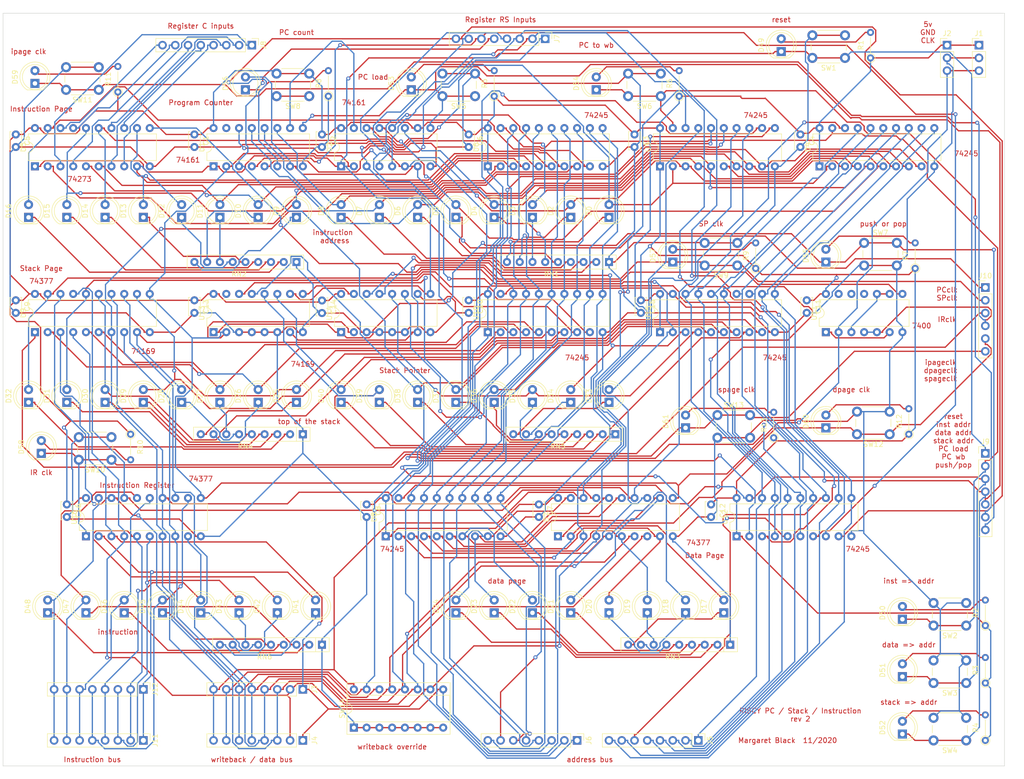
<source format=kicad_pcb>
(kicad_pcb (version 20171130) (host pcbnew 5.1.6-c6e7f7d~87~ubuntu16.04.1)
  (layers (0 F.Cu signal) (31 B.Cu signal) (34 B.Paste user) (35 F.Paste user) (36 B.SilkS user) (37 F.SilkS user) (38 B.Mask user) (39 F.Mask user) (44 Edge.Cuts user))
  (net 0 "")
  (net 1 GND)
  (net 2 +5V)
  (net 3 "Net-(D2-Pad2)")
  (net 4 "Net-(D2-Pad1)")
  (net 5 "Net-(D3-Pad2)")
  (net 6 "Net-(D3-Pad1)")
  (net 7 "Net-(D4-Pad2)")
  (net 8 "Net-(D4-Pad1)")
  (net 9 "Net-(D5-Pad2)")
  (net 10 "Net-(D5-Pad1)")
  (net 11 "Net-(D6-Pad2)")
  (net 12 "Net-(D6-Pad1)")
  (net 13 "Net-(D7-Pad2)")
  (net 14 "Net-(D7-Pad1)")
  (net 15 "Net-(D8-Pad2)")
  (net 16 "Net-(D8-Pad1)")
  (net 17 "Net-(D9-Pad2)")
  (net 18 "Net-(D9-Pad1)")
  (net 19 "Net-(D10-Pad2)")
  (net 20 "Net-(D10-Pad1)")
  (net 21 "Net-(D11-Pad2)")
  (net 22 "Net-(D11-Pad1)")
  (net 23 "Net-(D12-Pad2)")
  (net 24 "Net-(D12-Pad1)")
  (net 25 "Net-(D13-Pad2)")
  (net 26 "Net-(D13-Pad1)")
  (net 27 "Net-(D14-Pad2)")
  (net 28 "Net-(D14-Pad1)")
  (net 29 "Net-(D15-Pad2)")
  (net 30 "Net-(D15-Pad1)")
  (net 31 "Net-(D16-Pad2)")
  (net 32 "Net-(D16-Pad1)")
  (net 33 "Net-(D17-Pad2)")
  (net 34 "Net-(D17-Pad1)")
  (net 35 "Net-(D18-Pad2)")
  (net 36 "Net-(D18-Pad1)")
  (net 37 "Net-(D19-Pad2)")
  (net 38 "Net-(D19-Pad1)")
  (net 39 "Net-(D20-Pad2)")
  (net 40 "Net-(D20-Pad1)")
  (net 41 "Net-(D21-Pad2)")
  (net 42 "Net-(D21-Pad1)")
  (net 43 "Net-(D22-Pad2)")
  (net 44 "Net-(D22-Pad1)")
  (net 45 "Net-(D23-Pad2)")
  (net 46 "Net-(D23-Pad1)")
  (net 47 "Net-(D24-Pad2)")
  (net 48 "Net-(D24-Pad1)")
  (net 49 "Net-(D25-Pad2)")
  (net 50 "Net-(D25-Pad1)")
  (net 51 "Net-(D26-Pad2)")
  (net 52 "Net-(D26-Pad1)")
  (net 53 "Net-(D27-Pad2)")
  (net 54 "Net-(D27-Pad1)")
  (net 55 "Net-(D28-Pad2)")
  (net 56 "Net-(D28-Pad1)")
  (net 57 "Net-(D29-Pad2)")
  (net 58 "Net-(D29-Pad1)")
  (net 59 "Net-(D30-Pad2)")
  (net 60 "Net-(D30-Pad1)")
  (net 61 "Net-(D31-Pad2)")
  (net 62 "Net-(D31-Pad1)")
  (net 63 "Net-(D32-Pad2)")
  (net 64 "Net-(D32-Pad1)")
  (net 65 "Net-(D33-Pad2)")
  (net 66 "Net-(D33-Pad1)")
  (net 67 "Net-(D34-Pad2)")
  (net 68 "Net-(D34-Pad1)")
  (net 69 "Net-(D35-Pad2)")
  (net 70 "Net-(D35-Pad1)")
  (net 71 "Net-(D36-Pad2)")
  (net 72 "Net-(D36-Pad1)")
  (net 73 "Net-(D37-Pad2)")
  (net 74 "Net-(D37-Pad1)")
  (net 75 "Net-(D38-Pad2)")
  (net 76 "Net-(D38-Pad1)")
  (net 77 "Net-(D39-Pad2)")
  (net 78 "Net-(D39-Pad1)")
  (net 79 "Net-(D40-Pad2)")
  (net 80 "Net-(D40-Pad1)")
  (net 81 ir0)
  (net 82 "Net-(D41-Pad1)")
  (net 83 ir1)
  (net 84 "Net-(D42-Pad1)")
  (net 85 ir2)
  (net 86 "Net-(D43-Pad1)")
  (net 87 ir3)
  (net 88 "Net-(D44-Pad1)")
  (net 89 ir4)
  (net 90 "Net-(D45-Pad1)")
  (net 91 ir5)
  (net 92 "Net-(D46-Pad1)")
  (net 93 ir6)
  (net 94 "Net-(D47-Pad1)")
  (net 95 ir7)
  (net 96 "Net-(D48-Pad1)")
  (net 97 "Net-(D49-Pad2)")
  (net 98 reset)
  (net 99 "Net-(D50-Pad2)")
  (net 100 PCaddr)
  (net 101 "Net-(D51-Pad2)")
  (net 102 Rrsaddr)
  (net 103 "Net-(D52-Pad2)")
  (net 104 SPaddr)
  (net 105 "Net-(D53-Pad2)")
  (net 106 PCload)
  (net 107 "Net-(D54-Pad2)")
  (net 108 PCwb)
  (net 109 "Net-(D55-Pad2)")
  (net 110 pushpop)
  (net 111 PCclk)
  (net 112 "Net-(D57-Pad2)")
  (net 113 SPclk)
  (net 114 "Net-(D58-Pad2)")
  (net 115 IRclk)
  (net 116 "Net-(D59-Pad2)")
  (net 117 ipageclk)
  (net 118 "Net-(D60-Pad2)")
  (net 119 dpageclk)
  (net 120 "Net-(D61-Pad2)")
  (net 121 spageclk)
  (net 122 CLK)
  (net 123 wb7)
  (net 124 wb6)
  (net 125 wb5)
  (net 126 wb4)
  (net 127 wb3)
  (net 128 wb2)
  (net 129 wb1)
  (net 130 wb0)
  (net 131 addr7)
  (net 132 addr6)
  (net 133 addr5)
  (net 134 addr4)
  (net 135 addr3)
  (net 136 addr2)
  (net 137 addr1)
  (net 138 addr0)
  (net 139 addr15)
  (net 140 addr14)
  (net 141 addr13)
  (net 142 addr12)
  (net 143 addr11)
  (net 144 addr10)
  (net 145 addr9)
  (net 146 addr8)
  (net 147 Rrs7)
  (net 148 Rrs6)
  (net 149 Rrs5)
  (net 150 Rrs4)
  (net 151 Rrs3)
  (net 152 Rrs2)
  (net 153 Rrs1)
  (net 154 Rrs0)
  (net 155 C7)
  (net 156 C6)
  (net 157 C5)
  (net 158 C4)
  (net 159 C3)
  (net 160 C2)
  (net 161 C1)
  (net 162 C0)
  (net 163 "Net-(U1-Pad15)")
  (net 164 "Net-(U1-Pad10)")
  (net 165 "Net-(U11-Pad1)")
  (net 166 "Net-(U13-Pad15)")
  (net 167 "Net-(U13-Pad10)")
  (net 168 "Net-(D0-Pad2)")
  (net 169 "Net-(D0-Pad1)")
  (net 170 "Net-(D56-Pad1)")
  (net 171 "Net-(U11-Pad8)")
  (net 172 "Net-(U11-Pad10)")
  (module Package_DIP:DIP-16_W7.62mm_Socket (layer F.Cu) (at 69.85 142.24 90)
    (fp_text reference SW14 (at 3.81 -2.33 90) (layer F.SilkS))
    (fp_text value SW_DIP_x08)
    (pad 16 thru_hole oval (at 7.62 0 90) (size 1.6 1.6) (drill 0.8) (layers *.Cu *.Mask) (net 123 wb7))
    (pad 8 thru_hole oval (at 0 17.78 90) (size 1.6 1.6) (drill 0.8) (layers *.Cu *.Mask) (net 1 GND))
    (pad 15 thru_hole oval (at 7.62 2.54 90) (size 1.6 1.6) (drill 0.8) (layers *.Cu *.Mask) (net 124 wb6))
    (pad 7 thru_hole oval (at 0 15.24 90) (size 1.6 1.6) (drill 0.8) (layers *.Cu *.Mask) (net 1 GND))
    (pad 14 thru_hole oval (at 7.62 5.08 90) (size 1.6 1.6) (drill 0.8) (layers *.Cu *.Mask) (net 125 wb5))
    (pad 6 thru_hole oval (at 0 12.7 90) (size 1.6 1.6) (drill 0.8) (layers *.Cu *.Mask) (net 1 GND))
    (pad 13 thru_hole oval (at 7.62 7.62 90) (size 1.6 1.6) (drill 0.8) (layers *.Cu *.Mask) (net 126 wb4))
    (pad 5 thru_hole oval (at 0 10.16 90) (size 1.6 1.6) (drill 0.8) (layers *.Cu *.Mask) (net 1 GND))
    (pad 12 thru_hole oval (at 7.62 10.16 90) (size 1.6 1.6) (drill 0.8) (layers *.Cu *.Mask) (net 127 wb3))
    (pad 4 thru_hole oval (at 0 7.62 90) (size 1.6 1.6) (drill 0.8) (layers *.Cu *.Mask) (net 1 GND))
    (pad 11 thru_hole oval (at 7.62 12.7 90) (size 1.6 1.6) (drill 0.8) (layers *.Cu *.Mask) (net 128 wb2))
    (pad 3 thru_hole oval (at 0 5.08 90) (size 1.6 1.6) (drill 0.8) (layers *.Cu *.Mask) (net 1 GND))
    (pad 10 thru_hole oval (at 7.62 15.24 90) (size 1.6 1.6) (drill 0.8) (layers *.Cu *.Mask) (net 129 wb1))
    (pad 2 thru_hole oval (at 0 2.54 90) (size 1.6 1.6) (drill 0.8) (layers *.Cu *.Mask) (net 1 GND))
    (pad 9 thru_hole oval (at 7.62 17.78 90) (size 1.6 1.6) (drill 0.8) (layers *.Cu *.Mask) (net 130 wb0))
    (pad 1 thru_hole rect (at 0 0 90) (size 1.6 1.6) (drill 0.8) (layers *.Cu *.Mask) (net 1 GND))
  )
  (module Package_DIP:DIP-20_W7.62mm (layer F.Cu) (at 16.51 104.14 90)
    (fp_text reference U16 (at 3.81 -2.33 90) (layer F.SilkS))
    (fp_text value 74LS377)
    (pad 20 thru_hole oval (at 7.62 0 90) (size 1.6 1.6) (drill 0.8) (layers *.Cu *.Mask) (net 2 +5V))
    (pad 10 thru_hole oval (at 0 22.86 90) (size 1.6 1.6) (drill 0.8) (layers *.Cu *.Mask) (net 1 GND))
    (pad 19 thru_hole oval (at 7.62 2.54 90) (size 1.6 1.6) (drill 0.8) (layers *.Cu *.Mask) (net 95 ir7))
    (pad 9 thru_hole oval (at 0 20.32 90) (size 1.6 1.6) (drill 0.8) (layers *.Cu *.Mask) (net 87 ir3))
    (pad 18 thru_hole oval (at 7.62 5.08 90) (size 1.6 1.6) (drill 0.8) (layers *.Cu *.Mask) (net 123 wb7))
    (pad 8 thru_hole oval (at 0 17.78 90) (size 1.6 1.6) (drill 0.8) (layers *.Cu *.Mask) (net 127 wb3))
    (pad 17 thru_hole oval (at 7.62 7.62 90) (size 1.6 1.6) (drill 0.8) (layers *.Cu *.Mask) (net 124 wb6))
    (pad 7 thru_hole oval (at 0 15.24 90) (size 1.6 1.6) (drill 0.8) (layers *.Cu *.Mask) (net 128 wb2))
    (pad 16 thru_hole oval (at 7.62 10.16 90) (size 1.6 1.6) (drill 0.8) (layers *.Cu *.Mask) (net 93 ir6))
    (pad 6 thru_hole oval (at 0 12.7 90) (size 1.6 1.6) (drill 0.8) (layers *.Cu *.Mask) (net 85 ir2))
    (pad 15 thru_hole oval (at 7.62 12.7 90) (size 1.6 1.6) (drill 0.8) (layers *.Cu *.Mask) (net 91 ir5))
    (pad 5 thru_hole oval (at 0 10.16 90) (size 1.6 1.6) (drill 0.8) (layers *.Cu *.Mask) (net 83 ir1))
    (pad 14 thru_hole oval (at 7.62 15.24 90) (size 1.6 1.6) (drill 0.8) (layers *.Cu *.Mask) (net 125 wb5))
    (pad 4 thru_hole oval (at 0 7.62 90) (size 1.6 1.6) (drill 0.8) (layers *.Cu *.Mask) (net 129 wb1))
    (pad 13 thru_hole oval (at 7.62 17.78 90) (size 1.6 1.6) (drill 0.8) (layers *.Cu *.Mask) (net 126 wb4))
    (pad 3 thru_hole oval (at 0 5.08 90) (size 1.6 1.6) (drill 0.8) (layers *.Cu *.Mask) (net 130 wb0))
    (pad 12 thru_hole oval (at 7.62 20.32 90) (size 1.6 1.6) (drill 0.8) (layers *.Cu *.Mask) (net 89 ir4))
    (pad 2 thru_hole oval (at 0 2.54 90) (size 1.6 1.6) (drill 0.8) (layers *.Cu *.Mask) (net 81 ir0))
    (pad 11 thru_hole oval (at 7.62 22.86 90) (size 1.6 1.6) (drill 0.8) (layers *.Cu *.Mask) (net 122 CLK))
    (pad 1 thru_hole rect (at 0 0 90) (size 1.6 1.6) (drill 0.8) (layers *.Cu *.Mask) (net 115 IRclk))
  )
  (module Package_DIP:DIP-20_W7.62mm (layer F.Cu) (at 130.81 63.5 90)
    (fp_text reference U15 (at 3.81 -2.33 90) (layer F.SilkS))
    (fp_text value 74LS245)
    (pad 20 thru_hole oval (at 7.62 0 90) (size 1.6 1.6) (drill 0.8) (layers *.Cu *.Mask) (net 2 +5V))
    (pad 10 thru_hole oval (at 0 22.86 90) (size 1.6 1.6) (drill 0.8) (layers *.Cu *.Mask) (net 1 GND))
    (pad 19 thru_hole oval (at 7.62 2.54 90) (size 1.6 1.6) (drill 0.8) (layers *.Cu *.Mask) (net 104 SPaddr))
    (pad 9 thru_hole oval (at 0 20.32 90) (size 1.6 1.6) (drill 0.8) (layers *.Cu *.Mask) (net 79 "Net-(D40-Pad2)"))
    (pad 18 thru_hole oval (at 7.62 5.08 90) (size 1.6 1.6) (drill 0.8) (layers *.Cu *.Mask) (net 138 addr0))
    (pad 8 thru_hole oval (at 0 17.78 90) (size 1.6 1.6) (drill 0.8) (layers *.Cu *.Mask) (net 77 "Net-(D39-Pad2)"))
    (pad 17 thru_hole oval (at 7.62 7.62 90) (size 1.6 1.6) (drill 0.8) (layers *.Cu *.Mask) (net 137 addr1))
    (pad 7 thru_hole oval (at 0 15.24 90) (size 1.6 1.6) (drill 0.8) (layers *.Cu *.Mask) (net 75 "Net-(D38-Pad2)"))
    (pad 16 thru_hole oval (at 7.62 10.16 90) (size 1.6 1.6) (drill 0.8) (layers *.Cu *.Mask) (net 136 addr2))
    (pad 6 thru_hole oval (at 0 12.7 90) (size 1.6 1.6) (drill 0.8) (layers *.Cu *.Mask) (net 73 "Net-(D37-Pad2)"))
    (pad 15 thru_hole oval (at 7.62 12.7 90) (size 1.6 1.6) (drill 0.8) (layers *.Cu *.Mask) (net 135 addr3))
    (pad 5 thru_hole oval (at 0 10.16 90) (size 1.6 1.6) (drill 0.8) (layers *.Cu *.Mask) (net 71 "Net-(D36-Pad2)"))
    (pad 14 thru_hole oval (at 7.62 15.24 90) (size 1.6 1.6) (drill 0.8) (layers *.Cu *.Mask) (net 134 addr4))
    (pad 4 thru_hole oval (at 0 7.62 90) (size 1.6 1.6) (drill 0.8) (layers *.Cu *.Mask) (net 69 "Net-(D35-Pad2)"))
    (pad 13 thru_hole oval (at 7.62 17.78 90) (size 1.6 1.6) (drill 0.8) (layers *.Cu *.Mask) (net 133 addr5))
    (pad 3 thru_hole oval (at 0 5.08 90) (size 1.6 1.6) (drill 0.8) (layers *.Cu *.Mask) (net 67 "Net-(D34-Pad2)"))
    (pad 12 thru_hole oval (at 7.62 20.32 90) (size 1.6 1.6) (drill 0.8) (layers *.Cu *.Mask) (net 132 addr6))
    (pad 2 thru_hole oval (at 0 2.54 90) (size 1.6 1.6) (drill 0.8) (layers *.Cu *.Mask) (net 65 "Net-(D33-Pad2)"))
    (pad 11 thru_hole oval (at 7.62 22.86 90) (size 1.6 1.6) (drill 0.8) (layers *.Cu *.Mask) (net 131 addr7))
    (pad 1 thru_hole rect (at 0 0 90) (size 1.6 1.6) (drill 0.8) (layers *.Cu *.Mask) (net 2 +5V))
  )
  (module Package_DIP:DIP-16_W7.62mm (layer F.Cu) (at 67.31 63.5 90)
    (fp_text reference U14 (at 3.81 -2.33 90) (layer F.SilkS))
    (fp_text value 74LS169)
    (pad 16 thru_hole oval (at 7.62 0 90) (size 1.6 1.6) (drill 0.8) (layers *.Cu *.Mask) (net 2 +5V))
    (pad 8 thru_hole oval (at 0 17.78 90) (size 1.6 1.6) (drill 0.8) (layers *.Cu *.Mask) (net 1 GND))
    (pad 15 thru_hole oval (at 7.62 2.54 90) (size 1.6 1.6) (drill 0.8) (layers *.Cu *.Mask) (net 167 "Net-(U13-Pad10)"))
    (pad 7 thru_hole oval (at 0 15.24 90) (size 1.6 1.6) (drill 0.8) (layers *.Cu *.Mask) (net 113 SPclk))
    (pad 14 thru_hole oval (at 7.62 5.08 90) (size 1.6 1.6) (drill 0.8) (layers *.Cu *.Mask) (net 65 "Net-(D33-Pad2)"))
    (pad 6 thru_hole oval (at 0 12.7 90) (size 1.6 1.6) (drill 0.8) (layers *.Cu *.Mask) (net 1 GND))
    (pad 13 thru_hole oval (at 7.62 7.62 90) (size 1.6 1.6) (drill 0.8) (layers *.Cu *.Mask) (net 67 "Net-(D34-Pad2)"))
    (pad 5 thru_hole oval (at 0 10.16 90) (size 1.6 1.6) (drill 0.8) (layers *.Cu *.Mask) (net 1 GND))
    (pad 12 thru_hole oval (at 7.62 10.16 90) (size 1.6 1.6) (drill 0.8) (layers *.Cu *.Mask) (net 69 "Net-(D35-Pad2)"))
    (pad 4 thru_hole oval (at 0 7.62 90) (size 1.6 1.6) (drill 0.8) (layers *.Cu *.Mask) (net 1 GND))
    (pad 11 thru_hole oval (at 7.62 12.7 90) (size 1.6 1.6) (drill 0.8) (layers *.Cu *.Mask) (net 71 "Net-(D36-Pad2)"))
    (pad 3 thru_hole oval (at 0 5.08 90) (size 1.6 1.6) (drill 0.8) (layers *.Cu *.Mask) (net 1 GND))
    (pad 10 thru_hole oval (at 7.62 15.24 90) (size 1.6 1.6) (drill 0.8) (layers *.Cu *.Mask) (net 1 GND))
    (pad 2 thru_hole oval (at 0 2.54 90) (size 1.6 1.6) (drill 0.8) (layers *.Cu *.Mask) (net 122 CLK))
    (pad 9 thru_hole oval (at 7.62 17.78 90) (size 1.6 1.6) (drill 0.8) (layers *.Cu *.Mask) (net 98 reset))
    (pad 1 thru_hole rect (at 0 0 90) (size 1.6 1.6) (drill 0.8) (layers *.Cu *.Mask) (net 110 pushpop))
  )
  (module Package_DIP:DIP-16_W7.62mm (layer F.Cu) (at 41.91 63.5 90)
    (fp_text reference U13 (at 3.81 -2.33 90) (layer F.SilkS))
    (fp_text value 74LS169)
    (pad 16 thru_hole oval (at 7.62 0 90) (size 1.6 1.6) (drill 0.8) (layers *.Cu *.Mask) (net 2 +5V))
    (pad 8 thru_hole oval (at 0 17.78 90) (size 1.6 1.6) (drill 0.8) (layers *.Cu *.Mask) (net 1 GND))
    (pad 15 thru_hole oval (at 7.62 2.54 90) (size 1.6 1.6) (drill 0.8) (layers *.Cu *.Mask) (net 166 "Net-(U13-Pad15)"))
    (pad 7 thru_hole oval (at 0 15.24 90) (size 1.6 1.6) (drill 0.8) (layers *.Cu *.Mask) (net 113 SPclk))
    (pad 14 thru_hole oval (at 7.62 5.08 90) (size 1.6 1.6) (drill 0.8) (layers *.Cu *.Mask) (net 73 "Net-(D37-Pad2)"))
    (pad 6 thru_hole oval (at 0 12.7 90) (size 1.6 1.6) (drill 0.8) (layers *.Cu *.Mask) (net 1 GND))
    (pad 13 thru_hole oval (at 7.62 7.62 90) (size 1.6 1.6) (drill 0.8) (layers *.Cu *.Mask) (net 75 "Net-(D38-Pad2)"))
    (pad 5 thru_hole oval (at 0 10.16 90) (size 1.6 1.6) (drill 0.8) (layers *.Cu *.Mask) (net 1 GND))
    (pad 12 thru_hole oval (at 7.62 10.16 90) (size 1.6 1.6) (drill 0.8) (layers *.Cu *.Mask) (net 77 "Net-(D39-Pad2)"))
    (pad 4 thru_hole oval (at 0 7.62 90) (size 1.6 1.6) (drill 0.8) (layers *.Cu *.Mask) (net 1 GND))
    (pad 11 thru_hole oval (at 7.62 12.7 90) (size 1.6 1.6) (drill 0.8) (layers *.Cu *.Mask) (net 79 "Net-(D40-Pad2)"))
    (pad 3 thru_hole oval (at 0 5.08 90) (size 1.6 1.6) (drill 0.8) (layers *.Cu *.Mask) (net 1 GND))
    (pad 10 thru_hole oval (at 7.62 15.24 90) (size 1.6 1.6) (drill 0.8) (layers *.Cu *.Mask) (net 167 "Net-(U13-Pad10)"))
    (pad 2 thru_hole oval (at 0 2.54 90) (size 1.6 1.6) (drill 0.8) (layers *.Cu *.Mask) (net 122 CLK))
    (pad 9 thru_hole oval (at 7.62 17.78 90) (size 1.6 1.6) (drill 0.8) (layers *.Cu *.Mask) (net 98 reset))
    (pad 1 thru_hole rect (at 0 0 90) (size 1.6 1.6) (drill 0.8) (layers *.Cu *.Mask) (net 110 pushpop))
  )
  (module Package_DIP:DIP-20_W7.62mm (layer F.Cu) (at 146.05 104.14 90)
    (fp_text reference U12 (at 3.81 -2.33 90) (layer F.SilkS))
    (fp_text value 74LS245)
    (pad 20 thru_hole oval (at 7.62 0 90) (size 1.6 1.6) (drill 0.8) (layers *.Cu *.Mask) (net 2 +5V))
    (pad 10 thru_hole oval (at 0 22.86 90) (size 1.6 1.6) (drill 0.8) (layers *.Cu *.Mask) (net 1 GND))
    (pad 19 thru_hole oval (at 7.62 2.54 90) (size 1.6 1.6) (drill 0.8) (layers *.Cu *.Mask) (net 102 Rrsaddr))
    (pad 9 thru_hole oval (at 0 20.32 90) (size 1.6 1.6) (drill 0.8) (layers *.Cu *.Mask) (net 147 Rrs7))
    (pad 18 thru_hole oval (at 7.62 5.08 90) (size 1.6 1.6) (drill 0.8) (layers *.Cu *.Mask) (net 138 addr0))
    (pad 8 thru_hole oval (at 0 17.78 90) (size 1.6 1.6) (drill 0.8) (layers *.Cu *.Mask) (net 148 Rrs6))
    (pad 17 thru_hole oval (at 7.62 7.62 90) (size 1.6 1.6) (drill 0.8) (layers *.Cu *.Mask) (net 137 addr1))
    (pad 7 thru_hole oval (at 0 15.24 90) (size 1.6 1.6) (drill 0.8) (layers *.Cu *.Mask) (net 149 Rrs5))
    (pad 16 thru_hole oval (at 7.62 10.16 90) (size 1.6 1.6) (drill 0.8) (layers *.Cu *.Mask) (net 136 addr2))
    (pad 6 thru_hole oval (at 0 12.7 90) (size 1.6 1.6) (drill 0.8) (layers *.Cu *.Mask) (net 150 Rrs4))
    (pad 15 thru_hole oval (at 7.62 12.7 90) (size 1.6 1.6) (drill 0.8) (layers *.Cu *.Mask) (net 135 addr3))
    (pad 5 thru_hole oval (at 0 10.16 90) (size 1.6 1.6) (drill 0.8) (layers *.Cu *.Mask) (net 151 Rrs3))
    (pad 14 thru_hole oval (at 7.62 15.24 90) (size 1.6 1.6) (drill 0.8) (layers *.Cu *.Mask) (net 134 addr4))
    (pad 4 thru_hole oval (at 0 7.62 90) (size 1.6 1.6) (drill 0.8) (layers *.Cu *.Mask) (net 152 Rrs2))
    (pad 13 thru_hole oval (at 7.62 17.78 90) (size 1.6 1.6) (drill 0.8) (layers *.Cu *.Mask) (net 133 addr5))
    (pad 3 thru_hole oval (at 0 5.08 90) (size 1.6 1.6) (drill 0.8) (layers *.Cu *.Mask) (net 153 Rrs1))
    (pad 12 thru_hole oval (at 7.62 20.32 90) (size 1.6 1.6) (drill 0.8) (layers *.Cu *.Mask) (net 132 addr6))
    (pad 2 thru_hole oval (at 0 2.54 90) (size 1.6 1.6) (drill 0.8) (layers *.Cu *.Mask) (net 154 Rrs0))
    (pad 11 thru_hole oval (at 7.62 22.86 90) (size 1.6 1.6) (drill 0.8) (layers *.Cu *.Mask) (net 131 addr7))
    (pad 1 thru_hole rect (at 0 0 90) (size 1.6 1.6) (drill 0.8) (layers *.Cu *.Mask) (net 2 +5V))
  )
  (module Package_DIP:DIP-14_W7.62mm (layer F.Cu) (at 163.83 63.5 90)
    (fp_text reference U11 (at 3.81 -2.33 90) (layer F.SilkS))
    (fp_text value 74LS00)
    (pad 14 thru_hole oval (at 7.62 0 90) (size 1.6 1.6) (drill 0.8) (layers *.Cu *.Mask) (net 2 +5V))
    (pad 7 thru_hole oval (at 0 15.24 90) (size 1.6 1.6) (drill 0.8) (layers *.Cu *.Mask) (net 1 GND))
    (pad 13 thru_hole oval (at 7.62 2.54 90) (size 1.6 1.6) (drill 0.8) (layers *.Cu *.Mask))
    (pad 6 thru_hole oval (at 0 12.7 90) (size 1.6 1.6) (drill 0.8) (layers *.Cu *.Mask) (net 165 "Net-(U11-Pad1)"))
    (pad 12 thru_hole oval (at 7.62 5.08 90) (size 1.6 1.6) (drill 0.8) (layers *.Cu *.Mask))
    (pad 5 thru_hole oval (at 0 10.16 90) (size 1.6 1.6) (drill 0.8) (layers *.Cu *.Mask) (net 117 ipageclk))
    (pad 11 thru_hole oval (at 7.62 7.62 90) (size 1.6 1.6) (drill 0.8) (layers *.Cu *.Mask))
    (pad 4 thru_hole oval (at 0 7.62 90) (size 1.6 1.6) (drill 0.8) (layers *.Cu *.Mask) (net 117 ipageclk))
    (pad 10 thru_hole oval (at 7.62 10.16 90) (size 1.6 1.6) (drill 0.8) (layers *.Cu *.Mask) (net 172 "Net-(U11-Pad10)"))
    (pad 3 thru_hole oval (at 0 5.08 90) (size 1.6 1.6) (drill 0.8) (layers *.Cu *.Mask) (net 172 "Net-(U11-Pad10)"))
    (pad 9 thru_hole oval (at 7.62 12.7 90) (size 1.6 1.6) (drill 0.8) (layers *.Cu *.Mask) (net 172 "Net-(U11-Pad10)"))
    (pad 2 thru_hole oval (at 0 2.54 90) (size 1.6 1.6) (drill 0.8) (layers *.Cu *.Mask) (net 122 CLK))
    (pad 8 thru_hole oval (at 7.62 15.24 90) (size 1.6 1.6) (drill 0.8) (layers *.Cu *.Mask) (net 171 "Net-(U11-Pad8)"))
    (pad 1 thru_hole rect (at 0 0 90) (size 1.6 1.6) (drill 0.8) (layers *.Cu *.Mask) (net 165 "Net-(U11-Pad1)"))
  )
  (module Package_DIP:DIP-20_W7.62mm (layer F.Cu) (at 96.52 63.5 90)
    (fp_text reference U10 (at 3.81 -2.33 90) (layer F.SilkS))
    (fp_text value 74LS245)
    (pad 20 thru_hole oval (at 7.62 0 90) (size 1.6 1.6) (drill 0.8) (layers *.Cu *.Mask) (net 2 +5V))
    (pad 10 thru_hole oval (at 0 22.86 90) (size 1.6 1.6) (drill 0.8) (layers *.Cu *.Mask) (net 1 GND))
    (pad 19 thru_hole oval (at 7.62 2.54 90) (size 1.6 1.6) (drill 0.8) (layers *.Cu *.Mask) (net 104 SPaddr))
    (pad 9 thru_hole oval (at 0 20.32 90) (size 1.6 1.6) (drill 0.8) (layers *.Cu *.Mask) (net 63 "Net-(D32-Pad2)"))
    (pad 18 thru_hole oval (at 7.62 5.08 90) (size 1.6 1.6) (drill 0.8) (layers *.Cu *.Mask) (net 146 addr8))
    (pad 8 thru_hole oval (at 0 17.78 90) (size 1.6 1.6) (drill 0.8) (layers *.Cu *.Mask) (net 61 "Net-(D31-Pad2)"))
    (pad 17 thru_hole oval (at 7.62 7.62 90) (size 1.6 1.6) (drill 0.8) (layers *.Cu *.Mask) (net 145 addr9))
    (pad 7 thru_hole oval (at 0 15.24 90) (size 1.6 1.6) (drill 0.8) (layers *.Cu *.Mask) (net 59 "Net-(D30-Pad2)"))
    (pad 16 thru_hole oval (at 7.62 10.16 90) (size 1.6 1.6) (drill 0.8) (layers *.Cu *.Mask) (net 144 addr10))
    (pad 6 thru_hole oval (at 0 12.7 90) (size 1.6 1.6) (drill 0.8) (layers *.Cu *.Mask) (net 57 "Net-(D29-Pad2)"))
    (pad 15 thru_hole oval (at 7.62 12.7 90) (size 1.6 1.6) (drill 0.8) (layers *.Cu *.Mask) (net 143 addr11))
    (pad 5 thru_hole oval (at 0 10.16 90) (size 1.6 1.6) (drill 0.8) (layers *.Cu *.Mask) (net 55 "Net-(D28-Pad2)"))
    (pad 14 thru_hole oval (at 7.62 15.24 90) (size 1.6 1.6) (drill 0.8) (layers *.Cu *.Mask) (net 142 addr12))
    (pad 4 thru_hole oval (at 0 7.62 90) (size 1.6 1.6) (drill 0.8) (layers *.Cu *.Mask) (net 53 "Net-(D27-Pad2)"))
    (pad 13 thru_hole oval (at 7.62 17.78 90) (size 1.6 1.6) (drill 0.8) (layers *.Cu *.Mask) (net 141 addr13))
    (pad 3 thru_hole oval (at 0 5.08 90) (size 1.6 1.6) (drill 0.8) (layers *.Cu *.Mask) (net 51 "Net-(D26-Pad2)"))
    (pad 12 thru_hole oval (at 7.62 20.32 90) (size 1.6 1.6) (drill 0.8) (layers *.Cu *.Mask) (net 140 addr14))
    (pad 2 thru_hole oval (at 0 2.54 90) (size 1.6 1.6) (drill 0.8) (layers *.Cu *.Mask) (net 49 "Net-(D25-Pad2)"))
    (pad 11 thru_hole oval (at 7.62 22.86 90) (size 1.6 1.6) (drill 0.8) (layers *.Cu *.Mask) (net 139 addr15))
    (pad 1 thru_hole rect (at 0 0 90) (size 1.6 1.6) (drill 0.8) (layers *.Cu *.Mask) (net 2 +5V))
  )
  (module Package_DIP:DIP-20_W7.62mm (layer F.Cu) (at 6.35 63.5 90)
    (fp_text reference U9 (at 3.81 -2.33 90) (layer F.SilkS))
    (fp_text value 74LS377)
    (pad 20 thru_hole oval (at 7.62 0 90) (size 1.6 1.6) (drill 0.8) (layers *.Cu *.Mask) (net 2 +5V))
    (pad 10 thru_hole oval (at 0 22.86 90) (size 1.6 1.6) (drill 0.8) (layers *.Cu *.Mask) (net 1 GND))
    (pad 19 thru_hole oval (at 7.62 2.54 90) (size 1.6 1.6) (drill 0.8) (layers *.Cu *.Mask) (net 63 "Net-(D32-Pad2)"))
    (pad 9 thru_hole oval (at 0 20.32 90) (size 1.6 1.6) (drill 0.8) (layers *.Cu *.Mask) (net 55 "Net-(D28-Pad2)"))
    (pad 18 thru_hole oval (at 7.62 5.08 90) (size 1.6 1.6) (drill 0.8) (layers *.Cu *.Mask) (net 123 wb7))
    (pad 8 thru_hole oval (at 0 17.78 90) (size 1.6 1.6) (drill 0.8) (layers *.Cu *.Mask) (net 127 wb3))
    (pad 17 thru_hole oval (at 7.62 7.62 90) (size 1.6 1.6) (drill 0.8) (layers *.Cu *.Mask) (net 124 wb6))
    (pad 7 thru_hole oval (at 0 15.24 90) (size 1.6 1.6) (drill 0.8) (layers *.Cu *.Mask) (net 128 wb2))
    (pad 16 thru_hole oval (at 7.62 10.16 90) (size 1.6 1.6) (drill 0.8) (layers *.Cu *.Mask) (net 61 "Net-(D31-Pad2)"))
    (pad 6 thru_hole oval (at 0 12.7 90) (size 1.6 1.6) (drill 0.8) (layers *.Cu *.Mask) (net 53 "Net-(D27-Pad2)"))
    (pad 15 thru_hole oval (at 7.62 12.7 90) (size 1.6 1.6) (drill 0.8) (layers *.Cu *.Mask) (net 59 "Net-(D30-Pad2)"))
    (pad 5 thru_hole oval (at 0 10.16 90) (size 1.6 1.6) (drill 0.8) (layers *.Cu *.Mask) (net 51 "Net-(D26-Pad2)"))
    (pad 14 thru_hole oval (at 7.62 15.24 90) (size 1.6 1.6) (drill 0.8) (layers *.Cu *.Mask) (net 125 wb5))
    (pad 4 thru_hole oval (at 0 7.62 90) (size 1.6 1.6) (drill 0.8) (layers *.Cu *.Mask) (net 129 wb1))
    (pad 13 thru_hole oval (at 7.62 17.78 90) (size 1.6 1.6) (drill 0.8) (layers *.Cu *.Mask) (net 126 wb4))
    (pad 3 thru_hole oval (at 0 5.08 90) (size 1.6 1.6) (drill 0.8) (layers *.Cu *.Mask) (net 130 wb0))
    (pad 12 thru_hole oval (at 7.62 20.32 90) (size 1.6 1.6) (drill 0.8) (layers *.Cu *.Mask) (net 57 "Net-(D29-Pad2)"))
    (pad 2 thru_hole oval (at 0 2.54 90) (size 1.6 1.6) (drill 0.8) (layers *.Cu *.Mask) (net 49 "Net-(D25-Pad2)"))
    (pad 11 thru_hole oval (at 7.62 22.86 90) (size 1.6 1.6) (drill 0.8) (layers *.Cu *.Mask) (net 122 CLK))
    (pad 1 thru_hole rect (at 0 0 90) (size 1.6 1.6) (drill 0.8) (layers *.Cu *.Mask) (net 121 spageclk))
  )
  (module Package_DIP:DIP-20_W7.62mm (layer F.Cu) (at 76.2 104.14 90)
    (fp_text reference U8 (at 3.81 -2.33 90) (layer F.SilkS))
    (fp_text value 74LS245)
    (pad 20 thru_hole oval (at 7.62 0 90) (size 1.6 1.6) (drill 0.8) (layers *.Cu *.Mask) (net 2 +5V))
    (pad 10 thru_hole oval (at 0 22.86 90) (size 1.6 1.6) (drill 0.8) (layers *.Cu *.Mask) (net 1 GND))
    (pad 19 thru_hole oval (at 7.62 2.54 90) (size 1.6 1.6) (drill 0.8) (layers *.Cu *.Mask) (net 102 Rrsaddr))
    (pad 9 thru_hole oval (at 0 20.32 90) (size 1.6 1.6) (drill 0.8) (layers *.Cu *.Mask) (net 47 "Net-(D24-Pad2)"))
    (pad 18 thru_hole oval (at 7.62 5.08 90) (size 1.6 1.6) (drill 0.8) (layers *.Cu *.Mask) (net 146 addr8))
    (pad 8 thru_hole oval (at 0 17.78 90) (size 1.6 1.6) (drill 0.8) (layers *.Cu *.Mask) (net 45 "Net-(D23-Pad2)"))
    (pad 17 thru_hole oval (at 7.62 7.62 90) (size 1.6 1.6) (drill 0.8) (layers *.Cu *.Mask) (net 145 addr9))
    (pad 7 thru_hole oval (at 0 15.24 90) (size 1.6 1.6) (drill 0.8) (layers *.Cu *.Mask) (net 43 "Net-(D22-Pad2)"))
    (pad 16 thru_hole oval (at 7.62 10.16 90) (size 1.6 1.6) (drill 0.8) (layers *.Cu *.Mask) (net 144 addr10))
    (pad 6 thru_hole oval (at 0 12.7 90) (size 1.6 1.6) (drill 0.8) (layers *.Cu *.Mask) (net 41 "Net-(D21-Pad2)"))
    (pad 15 thru_hole oval (at 7.62 12.7 90) (size 1.6 1.6) (drill 0.8) (layers *.Cu *.Mask) (net 143 addr11))
    (pad 5 thru_hole oval (at 0 10.16 90) (size 1.6 1.6) (drill 0.8) (layers *.Cu *.Mask) (net 39 "Net-(D20-Pad2)"))
    (pad 14 thru_hole oval (at 7.62 15.24 90) (size 1.6 1.6) (drill 0.8) (layers *.Cu *.Mask) (net 142 addr12))
    (pad 4 thru_hole oval (at 0 7.62 90) (size 1.6 1.6) (drill 0.8) (layers *.Cu *.Mask) (net 37 "Net-(D19-Pad2)"))
    (pad 13 thru_hole oval (at 7.62 17.78 90) (size 1.6 1.6) (drill 0.8) (layers *.Cu *.Mask) (net 141 addr13))
    (pad 3 thru_hole oval (at 0 5.08 90) (size 1.6 1.6) (drill 0.8) (layers *.Cu *.Mask) (net 35 "Net-(D18-Pad2)"))
    (pad 12 thru_hole oval (at 7.62 20.32 90) (size 1.6 1.6) (drill 0.8) (layers *.Cu *.Mask) (net 140 addr14))
    (pad 2 thru_hole oval (at 0 2.54 90) (size 1.6 1.6) (drill 0.8) (layers *.Cu *.Mask) (net 33 "Net-(D17-Pad2)"))
    (pad 11 thru_hole oval (at 7.62 22.86 90) (size 1.6 1.6) (drill 0.8) (layers *.Cu *.Mask) (net 139 addr15))
    (pad 1 thru_hole rect (at 0 0 90) (size 1.6 1.6) (drill 0.8) (layers *.Cu *.Mask) (net 2 +5V))
  )
  (module Package_DIP:DIP-20_W7.62mm (layer F.Cu) (at 110.49 104.14 90)
    (fp_text reference U7 (at 3.81 -2.33 90) (layer F.SilkS))
    (fp_text value 74LS377)
    (pad 20 thru_hole oval (at 7.62 0 90) (size 1.6 1.6) (drill 0.8) (layers *.Cu *.Mask) (net 2 +5V))
    (pad 10 thru_hole oval (at 0 22.86 90) (size 1.6 1.6) (drill 0.8) (layers *.Cu *.Mask) (net 1 GND))
    (pad 19 thru_hole oval (at 7.62 2.54 90) (size 1.6 1.6) (drill 0.8) (layers *.Cu *.Mask) (net 47 "Net-(D24-Pad2)"))
    (pad 9 thru_hole oval (at 0 20.32 90) (size 1.6 1.6) (drill 0.8) (layers *.Cu *.Mask) (net 39 "Net-(D20-Pad2)"))
    (pad 18 thru_hole oval (at 7.62 5.08 90) (size 1.6 1.6) (drill 0.8) (layers *.Cu *.Mask) (net 123 wb7))
    (pad 8 thru_hole oval (at 0 17.78 90) (size 1.6 1.6) (drill 0.8) (layers *.Cu *.Mask) (net 127 wb3))
    (pad 17 thru_hole oval (at 7.62 7.62 90) (size 1.6 1.6) (drill 0.8) (layers *.Cu *.Mask) (net 124 wb6))
    (pad 7 thru_hole oval (at 0 15.24 90) (size 1.6 1.6) (drill 0.8) (layers *.Cu *.Mask) (net 128 wb2))
    (pad 16 thru_hole oval (at 7.62 10.16 90) (size 1.6 1.6) (drill 0.8) (layers *.Cu *.Mask) (net 45 "Net-(D23-Pad2)"))
    (pad 6 thru_hole oval (at 0 12.7 90) (size 1.6 1.6) (drill 0.8) (layers *.Cu *.Mask) (net 37 "Net-(D19-Pad2)"))
    (pad 15 thru_hole oval (at 7.62 12.7 90) (size 1.6 1.6) (drill 0.8) (layers *.Cu *.Mask) (net 43 "Net-(D22-Pad2)"))
    (pad 5 thru_hole oval (at 0 10.16 90) (size 1.6 1.6) (drill 0.8) (layers *.Cu *.Mask) (net 35 "Net-(D18-Pad2)"))
    (pad 14 thru_hole oval (at 7.62 15.24 90) (size 1.6 1.6) (drill 0.8) (layers *.Cu *.Mask) (net 125 wb5))
    (pad 4 thru_hole oval (at 0 7.62 90) (size 1.6 1.6) (drill 0.8) (layers *.Cu *.Mask) (net 129 wb1))
    (pad 13 thru_hole oval (at 7.62 17.78 90) (size 1.6 1.6) (drill 0.8) (layers *.Cu *.Mask) (net 126 wb4))
    (pad 3 thru_hole oval (at 0 5.08 90) (size 1.6 1.6) (drill 0.8) (layers *.Cu *.Mask) (net 130 wb0))
    (pad 12 thru_hole oval (at 7.62 20.32 90) (size 1.6 1.6) (drill 0.8) (layers *.Cu *.Mask) (net 41 "Net-(D21-Pad2)"))
    (pad 2 thru_hole oval (at 0 2.54 90) (size 1.6 1.6) (drill 0.8) (layers *.Cu *.Mask) (net 33 "Net-(D17-Pad2)"))
    (pad 11 thru_hole oval (at 7.62 22.86 90) (size 1.6 1.6) (drill 0.8) (layers *.Cu *.Mask) (net 122 CLK))
    (pad 1 thru_hole rect (at 0 0 90) (size 1.6 1.6) (drill 0.8) (layers *.Cu *.Mask) (net 119 dpageclk))
  )
  (module Package_DIP:DIP-20_W7.62mm (layer F.Cu) (at 96.52 30.48 90)
    (fp_text reference U6 (at 3.81 -2.33 90) (layer F.SilkS))
    (fp_text value 74LS245)
    (pad 20 thru_hole oval (at 7.62 0 90) (size 1.6 1.6) (drill 0.8) (layers *.Cu *.Mask) (net 2 +5V))
    (pad 10 thru_hole oval (at 0 22.86 90) (size 1.6 1.6) (drill 0.8) (layers *.Cu *.Mask) (net 1 GND))
    (pad 19 thru_hole oval (at 7.62 2.54 90) (size 1.6 1.6) (drill 0.8) (layers *.Cu *.Mask) (net 100 PCaddr))
    (pad 9 thru_hole oval (at 0 20.32 90) (size 1.6 1.6) (drill 0.8) (layers *.Cu *.Mask) (net 31 "Net-(D16-Pad2)"))
    (pad 18 thru_hole oval (at 7.62 5.08 90) (size 1.6 1.6) (drill 0.8) (layers *.Cu *.Mask) (net 146 addr8))
    (pad 8 thru_hole oval (at 0 17.78 90) (size 1.6 1.6) (drill 0.8) (layers *.Cu *.Mask) (net 29 "Net-(D15-Pad2)"))
    (pad 17 thru_hole oval (at 7.62 7.62 90) (size 1.6 1.6) (drill 0.8) (layers *.Cu *.Mask) (net 145 addr9))
    (pad 7 thru_hole oval (at 0 15.24 90) (size 1.6 1.6) (drill 0.8) (layers *.Cu *.Mask) (net 27 "Net-(D14-Pad2)"))
    (pad 16 thru_hole oval (at 7.62 10.16 90) (size 1.6 1.6) (drill 0.8) (layers *.Cu *.Mask) (net 144 addr10))
    (pad 6 thru_hole oval (at 0 12.7 90) (size 1.6 1.6) (drill 0.8) (layers *.Cu *.Mask) (net 25 "Net-(D13-Pad2)"))
    (pad 15 thru_hole oval (at 7.62 12.7 90) (size 1.6 1.6) (drill 0.8) (layers *.Cu *.Mask) (net 143 addr11))
    (pad 5 thru_hole oval (at 0 10.16 90) (size 1.6 1.6) (drill 0.8) (layers *.Cu *.Mask) (net 23 "Net-(D12-Pad2)"))
    (pad 14 thru_hole oval (at 7.62 15.24 90) (size 1.6 1.6) (drill 0.8) (layers *.Cu *.Mask) (net 142 addr12))
    (pad 4 thru_hole oval (at 0 7.62 90) (size 1.6 1.6) (drill 0.8) (layers *.Cu *.Mask) (net 21 "Net-(D11-Pad2)"))
    (pad 13 thru_hole oval (at 7.62 17.78 90) (size 1.6 1.6) (drill 0.8) (layers *.Cu *.Mask) (net 141 addr13))
    (pad 3 thru_hole oval (at 0 5.08 90) (size 1.6 1.6) (drill 0.8) (layers *.Cu *.Mask) (net 19 "Net-(D10-Pad2)"))
    (pad 12 thru_hole oval (at 7.62 20.32 90) (size 1.6 1.6) (drill 0.8) (layers *.Cu *.Mask) (net 140 addr14))
    (pad 2 thru_hole oval (at 0 2.54 90) (size 1.6 1.6) (drill 0.8) (layers *.Cu *.Mask) (net 17 "Net-(D9-Pad2)"))
    (pad 11 thru_hole oval (at 7.62 22.86 90) (size 1.6 1.6) (drill 0.8) (layers *.Cu *.Mask) (net 139 addr15))
    (pad 1 thru_hole rect (at 0 0 90) (size 1.6 1.6) (drill 0.8) (layers *.Cu *.Mask) (net 2 +5V))
  )
  (module Package_DIP:DIP-20_W7.62mm (layer F.Cu) (at 6.35 30.48 90)
    (fp_text reference U5 (at 3.81 -2.33 90) (layer F.SilkS))
    (fp_text value 74LS273)
    (pad 20 thru_hole oval (at 7.62 0 90) (size 1.6 1.6) (drill 0.8) (layers *.Cu *.Mask) (net 2 +5V))
    (pad 10 thru_hole oval (at 0 22.86 90) (size 1.6 1.6) (drill 0.8) (layers *.Cu *.Mask) (net 1 GND))
    (pad 19 thru_hole oval (at 7.62 2.54 90) (size 1.6 1.6) (drill 0.8) (layers *.Cu *.Mask) (net 31 "Net-(D16-Pad2)"))
    (pad 9 thru_hole oval (at 0 20.32 90) (size 1.6 1.6) (drill 0.8) (layers *.Cu *.Mask) (net 23 "Net-(D12-Pad2)"))
    (pad 18 thru_hole oval (at 7.62 5.08 90) (size 1.6 1.6) (drill 0.8) (layers *.Cu *.Mask) (net 155 C7))
    (pad 8 thru_hole oval (at 0 17.78 90) (size 1.6 1.6) (drill 0.8) (layers *.Cu *.Mask) (net 159 C3))
    (pad 17 thru_hole oval (at 7.62 7.62 90) (size 1.6 1.6) (drill 0.8) (layers *.Cu *.Mask) (net 156 C6))
    (pad 7 thru_hole oval (at 0 15.24 90) (size 1.6 1.6) (drill 0.8) (layers *.Cu *.Mask) (net 160 C2))
    (pad 16 thru_hole oval (at 7.62 10.16 90) (size 1.6 1.6) (drill 0.8) (layers *.Cu *.Mask) (net 29 "Net-(D15-Pad2)"))
    (pad 6 thru_hole oval (at 0 12.7 90) (size 1.6 1.6) (drill 0.8) (layers *.Cu *.Mask) (net 21 "Net-(D11-Pad2)"))
    (pad 15 thru_hole oval (at 7.62 12.7 90) (size 1.6 1.6) (drill 0.8) (layers *.Cu *.Mask) (net 27 "Net-(D14-Pad2)"))
    (pad 5 thru_hole oval (at 0 10.16 90) (size 1.6 1.6) (drill 0.8) (layers *.Cu *.Mask) (net 19 "Net-(D10-Pad2)"))
    (pad 14 thru_hole oval (at 7.62 15.24 90) (size 1.6 1.6) (drill 0.8) (layers *.Cu *.Mask) (net 157 C5))
    (pad 4 thru_hole oval (at 0 7.62 90) (size 1.6 1.6) (drill 0.8) (layers *.Cu *.Mask) (net 161 C1))
    (pad 13 thru_hole oval (at 7.62 17.78 90) (size 1.6 1.6) (drill 0.8) (layers *.Cu *.Mask) (net 158 C4))
    (pad 3 thru_hole oval (at 0 5.08 90) (size 1.6 1.6) (drill 0.8) (layers *.Cu *.Mask) (net 162 C0))
    (pad 12 thru_hole oval (at 7.62 20.32 90) (size 1.6 1.6) (drill 0.8) (layers *.Cu *.Mask) (net 25 "Net-(D13-Pad2)"))
    (pad 2 thru_hole oval (at 0 2.54 90) (size 1.6 1.6) (drill 0.8) (layers *.Cu *.Mask) (net 17 "Net-(D9-Pad2)"))
    (pad 11 thru_hole oval (at 7.62 22.86 90) (size 1.6 1.6) (drill 0.8) (layers *.Cu *.Mask) (net 171 "Net-(U11-Pad8)"))
    (pad 1 thru_hole rect (at 0 0 90) (size 1.6 1.6) (drill 0.8) (layers *.Cu *.Mask) (net 98 reset))
  )
  (module Package_DIP:DIP-20_W7.62mm (layer F.Cu) (at 162.56 30.48 90)
    (fp_text reference U4 (at 3.81 -2.33 90) (layer F.SilkS))
    (fp_text value 74LS245)
    (pad 20 thru_hole oval (at 7.62 0 90) (size 1.6 1.6) (drill 0.8) (layers *.Cu *.Mask) (net 2 +5V))
    (pad 10 thru_hole oval (at 0 22.86 90) (size 1.6 1.6) (drill 0.8) (layers *.Cu *.Mask) (net 1 GND))
    (pad 19 thru_hole oval (at 7.62 2.54 90) (size 1.6 1.6) (drill 0.8) (layers *.Cu *.Mask) (net 100 PCaddr))
    (pad 9 thru_hole oval (at 0 20.32 90) (size 1.6 1.6) (drill 0.8) (layers *.Cu *.Mask) (net 15 "Net-(D8-Pad2)"))
    (pad 18 thru_hole oval (at 7.62 5.08 90) (size 1.6 1.6) (drill 0.8) (layers *.Cu *.Mask) (net 138 addr0))
    (pad 8 thru_hole oval (at 0 17.78 90) (size 1.6 1.6) (drill 0.8) (layers *.Cu *.Mask) (net 13 "Net-(D7-Pad2)"))
    (pad 17 thru_hole oval (at 7.62 7.62 90) (size 1.6 1.6) (drill 0.8) (layers *.Cu *.Mask) (net 137 addr1))
    (pad 7 thru_hole oval (at 0 15.24 90) (size 1.6 1.6) (drill 0.8) (layers *.Cu *.Mask) (net 11 "Net-(D6-Pad2)"))
    (pad 16 thru_hole oval (at 7.62 10.16 90) (size 1.6 1.6) (drill 0.8) (layers *.Cu *.Mask) (net 136 addr2))
    (pad 6 thru_hole oval (at 0 12.7 90) (size 1.6 1.6) (drill 0.8) (layers *.Cu *.Mask) (net 9 "Net-(D5-Pad2)"))
    (pad 15 thru_hole oval (at 7.62 12.7 90) (size 1.6 1.6) (drill 0.8) (layers *.Cu *.Mask) (net 135 addr3))
    (pad 5 thru_hole oval (at 0 10.16 90) (size 1.6 1.6) (drill 0.8) (layers *.Cu *.Mask) (net 7 "Net-(D4-Pad2)"))
    (pad 14 thru_hole oval (at 7.62 15.24 90) (size 1.6 1.6) (drill 0.8) (layers *.Cu *.Mask) (net 134 addr4))
    (pad 4 thru_hole oval (at 0 7.62 90) (size 1.6 1.6) (drill 0.8) (layers *.Cu *.Mask) (net 5 "Net-(D3-Pad2)"))
    (pad 13 thru_hole oval (at 7.62 17.78 90) (size 1.6 1.6) (drill 0.8) (layers *.Cu *.Mask) (net 133 addr5))
    (pad 3 thru_hole oval (at 0 5.08 90) (size 1.6 1.6) (drill 0.8) (layers *.Cu *.Mask) (net 3 "Net-(D2-Pad2)"))
    (pad 12 thru_hole oval (at 7.62 20.32 90) (size 1.6 1.6) (drill 0.8) (layers *.Cu *.Mask) (net 132 addr6))
    (pad 2 thru_hole oval (at 0 2.54 90) (size 1.6 1.6) (drill 0.8) (layers *.Cu *.Mask) (net 168 "Net-(D0-Pad2)"))
    (pad 11 thru_hole oval (at 7.62 22.86 90) (size 1.6 1.6) (drill 0.8) (layers *.Cu *.Mask) (net 131 addr7))
    (pad 1 thru_hole rect (at 0 0 90) (size 1.6 1.6) (drill 0.8) (layers *.Cu *.Mask) (net 2 +5V))
  )
  (module Package_DIP:DIP-20_W7.62mm (layer F.Cu) (at 130.81 30.48 90)
    (fp_text reference U3 (at 3.81 -2.33 90) (layer F.SilkS))
    (fp_text value 74LS245)
    (pad 20 thru_hole oval (at 7.62 0 90) (size 1.6 1.6) (drill 0.8) (layers *.Cu *.Mask) (net 2 +5V))
    (pad 10 thru_hole oval (at 0 22.86 90) (size 1.6 1.6) (drill 0.8) (layers *.Cu *.Mask) (net 1 GND))
    (pad 19 thru_hole oval (at 7.62 2.54 90) (size 1.6 1.6) (drill 0.8) (layers *.Cu *.Mask) (net 108 PCwb))
    (pad 9 thru_hole oval (at 0 20.32 90) (size 1.6 1.6) (drill 0.8) (layers *.Cu *.Mask) (net 15 "Net-(D8-Pad2)"))
    (pad 18 thru_hole oval (at 7.62 5.08 90) (size 1.6 1.6) (drill 0.8) (layers *.Cu *.Mask) (net 130 wb0))
    (pad 8 thru_hole oval (at 0 17.78 90) (size 1.6 1.6) (drill 0.8) (layers *.Cu *.Mask) (net 13 "Net-(D7-Pad2)"))
    (pad 17 thru_hole oval (at 7.62 7.62 90) (size 1.6 1.6) (drill 0.8) (layers *.Cu *.Mask) (net 129 wb1))
    (pad 7 thru_hole oval (at 0 15.24 90) (size 1.6 1.6) (drill 0.8) (layers *.Cu *.Mask) (net 11 "Net-(D6-Pad2)"))
    (pad 16 thru_hole oval (at 7.62 10.16 90) (size 1.6 1.6) (drill 0.8) (layers *.Cu *.Mask) (net 128 wb2))
    (pad 6 thru_hole oval (at 0 12.7 90) (size 1.6 1.6) (drill 0.8) (layers *.Cu *.Mask) (net 9 "Net-(D5-Pad2)"))
    (pad 15 thru_hole oval (at 7.62 12.7 90) (size 1.6 1.6) (drill 0.8) (layers *.Cu *.Mask) (net 127 wb3))
    (pad 5 thru_hole oval (at 0 10.16 90) (size 1.6 1.6) (drill 0.8) (layers *.Cu *.Mask) (net 7 "Net-(D4-Pad2)"))
    (pad 14 thru_hole oval (at 7.62 15.24 90) (size 1.6 1.6) (drill 0.8) (layers *.Cu *.Mask) (net 126 wb4))
    (pad 4 thru_hole oval (at 0 7.62 90) (size 1.6 1.6) (drill 0.8) (layers *.Cu *.Mask) (net 5 "Net-(D3-Pad2)"))
    (pad 13 thru_hole oval (at 7.62 17.78 90) (size 1.6 1.6) (drill 0.8) (layers *.Cu *.Mask) (net 125 wb5))
    (pad 3 thru_hole oval (at 0 5.08 90) (size 1.6 1.6) (drill 0.8) (layers *.Cu *.Mask) (net 3 "Net-(D2-Pad2)"))
    (pad 12 thru_hole oval (at 7.62 20.32 90) (size 1.6 1.6) (drill 0.8) (layers *.Cu *.Mask) (net 124 wb6))
    (pad 2 thru_hole oval (at 0 2.54 90) (size 1.6 1.6) (drill 0.8) (layers *.Cu *.Mask) (net 168 "Net-(D0-Pad2)"))
    (pad 11 thru_hole oval (at 7.62 22.86 90) (size 1.6 1.6) (drill 0.8) (layers *.Cu *.Mask) (net 123 wb7))
    (pad 1 thru_hole rect (at 0 0 90) (size 1.6 1.6) (drill 0.8) (layers *.Cu *.Mask) (net 2 +5V))
  )
  (module Package_DIP:DIP-16_W7.62mm (layer F.Cu) (at 67.31 30.48 90)
    (fp_text reference U2 (at 3.81 -2.33 90) (layer F.SilkS))
    (fp_text value 74LS161)
    (pad 16 thru_hole oval (at 7.62 0 90) (size 1.6 1.6) (drill 0.8) (layers *.Cu *.Mask) (net 2 +5V))
    (pad 8 thru_hole oval (at 0 17.78 90) (size 1.6 1.6) (drill 0.8) (layers *.Cu *.Mask) (net 1 GND))
    (pad 15 thru_hole oval (at 7.62 2.54 90) (size 1.6 1.6) (drill 0.8) (layers *.Cu *.Mask) (net 164 "Net-(U1-Pad10)"))
    (pad 7 thru_hole oval (at 0 15.24 90) (size 1.6 1.6) (drill 0.8) (layers *.Cu *.Mask) (net 111 PCclk))
    (pad 14 thru_hole oval (at 7.62 5.08 90) (size 1.6 1.6) (drill 0.8) (layers *.Cu *.Mask) (net 168 "Net-(D0-Pad2)"))
    (pad 6 thru_hole oval (at 0 12.7 90) (size 1.6 1.6) (drill 0.8) (layers *.Cu *.Mask) (net 151 Rrs3))
    (pad 13 thru_hole oval (at 7.62 7.62 90) (size 1.6 1.6) (drill 0.8) (layers *.Cu *.Mask) (net 3 "Net-(D2-Pad2)"))
    (pad 5 thru_hole oval (at 0 10.16 90) (size 1.6 1.6) (drill 0.8) (layers *.Cu *.Mask) (net 152 Rrs2))
    (pad 12 thru_hole oval (at 7.62 10.16 90) (size 1.6 1.6) (drill 0.8) (layers *.Cu *.Mask) (net 5 "Net-(D3-Pad2)"))
    (pad 4 thru_hole oval (at 0 7.62 90) (size 1.6 1.6) (drill 0.8) (layers *.Cu *.Mask) (net 153 Rrs1))
    (pad 11 thru_hole oval (at 7.62 12.7 90) (size 1.6 1.6) (drill 0.8) (layers *.Cu *.Mask) (net 7 "Net-(D4-Pad2)"))
    (pad 3 thru_hole oval (at 0 5.08 90) (size 1.6 1.6) (drill 0.8) (layers *.Cu *.Mask) (net 154 Rrs0))
    (pad 10 thru_hole oval (at 7.62 15.24 90) (size 1.6 1.6) (drill 0.8) (layers *.Cu *.Mask) (net 2 +5V))
    (pad 2 thru_hole oval (at 0 2.54 90) (size 1.6 1.6) (drill 0.8) (layers *.Cu *.Mask) (net 122 CLK))
    (pad 9 thru_hole oval (at 7.62 17.78 90) (size 1.6 1.6) (drill 0.8) (layers *.Cu *.Mask) (net 106 PCload))
    (pad 1 thru_hole rect (at 0 0 90) (size 1.6 1.6) (drill 0.8) (layers *.Cu *.Mask) (net 98 reset))
  )
  (module Package_DIP:DIP-16_W7.62mm (layer F.Cu) (at 41.91 30.48 90)
    (fp_text reference U1 (at 3.81 -2.33 90) (layer F.SilkS))
    (fp_text value 74LS161)
    (pad 16 thru_hole oval (at 7.62 0 90) (size 1.6 1.6) (drill 0.8) (layers *.Cu *.Mask) (net 2 +5V))
    (pad 8 thru_hole oval (at 0 17.78 90) (size 1.6 1.6) (drill 0.8) (layers *.Cu *.Mask) (net 1 GND))
    (pad 15 thru_hole oval (at 7.62 2.54 90) (size 1.6 1.6) (drill 0.8) (layers *.Cu *.Mask) (net 163 "Net-(U1-Pad15)"))
    (pad 7 thru_hole oval (at 0 15.24 90) (size 1.6 1.6) (drill 0.8) (layers *.Cu *.Mask) (net 111 PCclk))
    (pad 14 thru_hole oval (at 7.62 5.08 90) (size 1.6 1.6) (drill 0.8) (layers *.Cu *.Mask) (net 9 "Net-(D5-Pad2)"))
    (pad 6 thru_hole oval (at 0 12.7 90) (size 1.6 1.6) (drill 0.8) (layers *.Cu *.Mask) (net 147 Rrs7))
    (pad 13 thru_hole oval (at 7.62 7.62 90) (size 1.6 1.6) (drill 0.8) (layers *.Cu *.Mask) (net 11 "Net-(D6-Pad2)"))
    (pad 5 thru_hole oval (at 0 10.16 90) (size 1.6 1.6) (drill 0.8) (layers *.Cu *.Mask) (net 148 Rrs6))
    (pad 12 thru_hole oval (at 7.62 10.16 90) (size 1.6 1.6) (drill 0.8) (layers *.Cu *.Mask) (net 13 "Net-(D7-Pad2)"))
    (pad 4 thru_hole oval (at 0 7.62 90) (size 1.6 1.6) (drill 0.8) (layers *.Cu *.Mask) (net 149 Rrs5))
    (pad 11 thru_hole oval (at 7.62 12.7 90) (size 1.6 1.6) (drill 0.8) (layers *.Cu *.Mask) (net 15 "Net-(D8-Pad2)"))
    (pad 3 thru_hole oval (at 0 5.08 90) (size 1.6 1.6) (drill 0.8) (layers *.Cu *.Mask) (net 150 Rrs4))
    (pad 10 thru_hole oval (at 7.62 15.24 90) (size 1.6 1.6) (drill 0.8) (layers *.Cu *.Mask) (net 164 "Net-(U1-Pad10)"))
    (pad 2 thru_hole oval (at 0 2.54 90) (size 1.6 1.6) (drill 0.8) (layers *.Cu *.Mask) (net 122 CLK))
    (pad 9 thru_hole oval (at 7.62 17.78 90) (size 1.6 1.6) (drill 0.8) (layers *.Cu *.Mask) (net 106 PCload))
    (pad 1 thru_hole rect (at 0 0 90) (size 1.6 1.6) (drill 0.8) (layers *.Cu *.Mask) (net 98 reset))
  )
  (module Button_Switch_THT:SW_PUSH_6mm (layer F.Cu) (at 142.24 80.01)
    (fp_text reference SW13 (at 3.25 -2) (layer F.SilkS))
    (fp_text value SW_Push)
    (pad 1 thru_hole circle (at 6.5 0 90) (size 2 2) (drill 1.1) (layers *.Cu *.Mask) (net 121 spageclk))
    (pad 2 thru_hole circle (at 6.5 4.5 90) (size 2 2) (drill 1.1) (layers *.Cu *.Mask) (net 1 GND))
    (pad 1 thru_hole circle (at 0 0 90) (size 2 2) (drill 1.1) (layers *.Cu *.Mask) (net 121 spageclk))
    (pad 2 thru_hole circle (at 0 4.5 90) (size 2 2) (drill 1.1) (layers *.Cu *.Mask) (net 1 GND))
  )
  (module Button_Switch_THT:SW_PUSH_6mm (layer F.Cu) (at 176.53 83.82 180)
    (fp_text reference SW12 (at 3.25 -2) (layer F.SilkS))
    (fp_text value SW_Push)
    (pad 1 thru_hole circle (at 6.5 0 270) (size 2 2) (drill 1.1) (layers *.Cu *.Mask) (net 119 dpageclk))
    (pad 2 thru_hole circle (at 6.5 4.5 270) (size 2 2) (drill 1.1) (layers *.Cu *.Mask) (net 1 GND))
    (pad 1 thru_hole circle (at 0 0 270) (size 2 2) (drill 1.1) (layers *.Cu *.Mask) (net 119 dpageclk))
    (pad 2 thru_hole circle (at 0 4.5 270) (size 2 2) (drill 1.1) (layers *.Cu *.Mask) (net 1 GND))
  )
  (module Button_Switch_THT:SW_PUSH_6mm (layer F.Cu) (at 19.05 15.24 180)
    (fp_text reference SW11 (at 3.25 -2) (layer F.SilkS))
    (fp_text value SW_Push)
    (pad 1 thru_hole circle (at 6.5 0 270) (size 2 2) (drill 1.1) (layers *.Cu *.Mask) (net 117 ipageclk))
    (pad 2 thru_hole circle (at 6.5 4.5 270) (size 2 2) (drill 1.1) (layers *.Cu *.Mask) (net 1 GND))
    (pad 1 thru_hole circle (at 0 0 270) (size 2 2) (drill 1.1) (layers *.Cu *.Mask) (net 117 ipageclk))
    (pad 2 thru_hole circle (at 0 4.5 270) (size 2 2) (drill 1.1) (layers *.Cu *.Mask) (net 1 GND))
  )
  (module Button_Switch_THT:SW_PUSH_6mm (layer F.Cu) (at 21.59 88.9 180)
    (fp_text reference SW10 (at 3.25 -2) (layer F.SilkS))
    (fp_text value SW_Push)
    (pad 1 thru_hole circle (at 6.5 0 270) (size 2 2) (drill 1.1) (layers *.Cu *.Mask) (net 115 IRclk))
    (pad 2 thru_hole circle (at 6.5 4.5 270) (size 2 2) (drill 1.1) (layers *.Cu *.Mask) (net 1 GND))
    (pad 1 thru_hole circle (at 0 0 270) (size 2 2) (drill 1.1) (layers *.Cu *.Mask) (net 115 IRclk))
    (pad 2 thru_hole circle (at 0 4.5 270) (size 2 2) (drill 1.1) (layers *.Cu *.Mask) (net 1 GND))
  )
  (module Button_Switch_THT:SW_PUSH_6mm (layer F.Cu) (at 146.2 50.22 180)
    (fp_text reference SW9 (at 3.25 -2) (layer F.SilkS))
    (fp_text value SW_Push)
    (pad 1 thru_hole circle (at 6.5 0 270) (size 2 2) (drill 1.1) (layers *.Cu *.Mask) (net 113 SPclk))
    (pad 2 thru_hole circle (at 6.5 4.5 270) (size 2 2) (drill 1.1) (layers *.Cu *.Mask) (net 1 GND))
    (pad 1 thru_hole circle (at 0 0 270) (size 2 2) (drill 1.1) (layers *.Cu *.Mask) (net 113 SPclk))
    (pad 2 thru_hole circle (at 0 4.5 270) (size 2 2) (drill 1.1) (layers *.Cu *.Mask) (net 1 GND))
  )
  (module Button_Switch_THT:SW_PUSH_6mm (layer F.Cu) (at 60.96 16.51 180)
    (fp_text reference SW8 (at 3.25 -2) (layer F.SilkS))
    (fp_text value SW_Push)
    (pad 1 thru_hole circle (at 6.5 0 270) (size 2 2) (drill 1.1) (layers *.Cu *.Mask) (net 111 PCclk))
    (pad 2 thru_hole circle (at 6.5 4.5 270) (size 2 2) (drill 1.1) (layers *.Cu *.Mask) (net 2 +5V))
    (pad 1 thru_hole circle (at 0 0 270) (size 2 2) (drill 1.1) (layers *.Cu *.Mask) (net 111 PCclk))
    (pad 2 thru_hole circle (at 0 4.5 270) (size 2 2) (drill 1.1) (layers *.Cu *.Mask) (net 2 +5V))
  )
  (module Button_Switch_THT:SW_PUSH_6mm (layer F.Cu) (at 171.45 45.72)
    (fp_text reference SW7 (at 3.25 -2) (layer F.SilkS))
    (fp_text value SW_Push)
    (pad 1 thru_hole circle (at 6.5 0 90) (size 2 2) (drill 1.1) (layers *.Cu *.Mask) (net 110 pushpop))
    (pad 2 thru_hole circle (at 6.5 4.5 90) (size 2 2) (drill 1.1) (layers *.Cu *.Mask) (net 1 GND))
    (pad 1 thru_hole circle (at 0 0 90) (size 2 2) (drill 1.1) (layers *.Cu *.Mask) (net 110 pushpop))
    (pad 2 thru_hole circle (at 0 4.5 90) (size 2 2) (drill 1.1) (layers *.Cu *.Mask) (net 1 GND))
  )
  (module Button_Switch_THT:SW_PUSH_6mm (layer F.Cu) (at 130.96 16.51 180)
    (fp_text reference SW6 (at 3.25 -2) (layer F.SilkS))
    (fp_text value SW_Push)
    (pad 1 thru_hole circle (at 6.5 0 270) (size 2 2) (drill 1.1) (layers *.Cu *.Mask) (net 108 PCwb))
    (pad 2 thru_hole circle (at 6.5 4.5 270) (size 2 2) (drill 1.1) (layers *.Cu *.Mask) (net 1 GND))
    (pad 1 thru_hole circle (at 0 0 270) (size 2 2) (drill 1.1) (layers *.Cu *.Mask) (net 108 PCwb))
    (pad 2 thru_hole circle (at 0 4.5 270) (size 2 2) (drill 1.1) (layers *.Cu *.Mask) (net 1 GND))
  )
  (module Button_Switch_THT:SW_PUSH_6mm (layer F.Cu) (at 93.98 16.51 180)
    (fp_text reference SW5 (at 3.25 -2) (layer F.SilkS))
    (fp_text value SW_Push)
    (pad 1 thru_hole circle (at 6.5 0 270) (size 2 2) (drill 1.1) (layers *.Cu *.Mask) (net 106 PCload))
    (pad 2 thru_hole circle (at 6.5 4.5 270) (size 2 2) (drill 1.1) (layers *.Cu *.Mask) (net 1 GND))
    (pad 1 thru_hole circle (at 0 0 270) (size 2 2) (drill 1.1) (layers *.Cu *.Mask) (net 106 PCload))
    (pad 2 thru_hole circle (at 0 4.5 270) (size 2 2) (drill 1.1) (layers *.Cu *.Mask) (net 1 GND))
  )
  (module Button_Switch_THT:SW_PUSH_6mm (layer F.Cu) (at 191.77 144.78 180)
    (fp_text reference SW4 (at 3.25 -2) (layer F.SilkS))
    (fp_text value SW_Push)
    (pad 1 thru_hole circle (at 6.5 0 270) (size 2 2) (drill 1.1) (layers *.Cu *.Mask) (net 104 SPaddr))
    (pad 2 thru_hole circle (at 6.5 4.5 270) (size 2 2) (drill 1.1) (layers *.Cu *.Mask) (net 1 GND))
    (pad 1 thru_hole circle (at 0 0 270) (size 2 2) (drill 1.1) (layers *.Cu *.Mask) (net 104 SPaddr))
    (pad 2 thru_hole circle (at 0 4.5 270) (size 2 2) (drill 1.1) (layers *.Cu *.Mask) (net 1 GND))
  )
  (module Button_Switch_THT:SW_PUSH_6mm (layer F.Cu) (at 191.77 133.35 180)
    (fp_text reference SW3 (at 3.25 -2) (layer F.SilkS))
    (fp_text value SW_Push)
    (pad 1 thru_hole circle (at 6.5 0 270) (size 2 2) (drill 1.1) (layers *.Cu *.Mask) (net 102 Rrsaddr))
    (pad 2 thru_hole circle (at 6.5 4.5 270) (size 2 2) (drill 1.1) (layers *.Cu *.Mask) (net 1 GND))
    (pad 1 thru_hole circle (at 0 0 270) (size 2 2) (drill 1.1) (layers *.Cu *.Mask) (net 102 Rrsaddr))
    (pad 2 thru_hole circle (at 0 4.5 270) (size 2 2) (drill 1.1) (layers *.Cu *.Mask) (net 1 GND))
  )
  (module Button_Switch_THT:SW_PUSH_6mm (layer F.Cu) (at 191.77 121.92 180)
    (fp_text reference SW2 (at 3.25 -2) (layer F.SilkS))
    (fp_text value SW_Push)
    (pad 1 thru_hole circle (at 6.5 0 270) (size 2 2) (drill 1.1) (layers *.Cu *.Mask) (net 100 PCaddr))
    (pad 2 thru_hole circle (at 6.5 4.5 270) (size 2 2) (drill 1.1) (layers *.Cu *.Mask) (net 1 GND))
    (pad 1 thru_hole circle (at 0 0 270) (size 2 2) (drill 1.1) (layers *.Cu *.Mask) (net 100 PCaddr))
    (pad 2 thru_hole circle (at 0 4.5 270) (size 2 2) (drill 1.1) (layers *.Cu *.Mask) (net 1 GND))
  )
  (module Button_Switch_THT:SW_PUSH_6mm (layer F.Cu) (at 167.64 8.89 180)
    (fp_text reference SW1 (at 3.25 -2) (layer F.SilkS))
    (fp_text value SW_Push)
    (pad 1 thru_hole circle (at 6.5 0 270) (size 2 2) (drill 1.1) (layers *.Cu *.Mask) (net 98 reset))
    (pad 2 thru_hole circle (at 6.5 4.5 270) (size 2 2) (drill 1.1) (layers *.Cu *.Mask) (net 1 GND))
    (pad 1 thru_hole circle (at 0 0 270) (size 2 2) (drill 1.1) (layers *.Cu *.Mask) (net 98 reset))
    (pad 2 thru_hole circle (at 0 4.5 270) (size 2 2) (drill 1.1) (layers *.Cu *.Mask) (net 1 GND))
  )
  (module Resistor_THT:R_Array_SIP9 (layer F.Cu) (at 63.5 125.73 180)
    (fp_text reference RN6 (at 11.43 -2.4) (layer F.SilkS))
    (fp_text value R_Network08)
    (pad 9 thru_hole oval (at 20.32 0 180) (size 1.6 1.6) (drill 0.8) (layers *.Cu *.Mask) (net 82 "Net-(D41-Pad1)"))
    (pad 8 thru_hole oval (at 17.78 0 180) (size 1.6 1.6) (drill 0.8) (layers *.Cu *.Mask) (net 84 "Net-(D42-Pad1)"))
    (pad 7 thru_hole oval (at 15.24 0 180) (size 1.6 1.6) (drill 0.8) (layers *.Cu *.Mask) (net 86 "Net-(D43-Pad1)"))
    (pad 6 thru_hole oval (at 12.7 0 180) (size 1.6 1.6) (drill 0.8) (layers *.Cu *.Mask) (net 88 "Net-(D44-Pad1)"))
    (pad 5 thru_hole oval (at 10.16 0 180) (size 1.6 1.6) (drill 0.8) (layers *.Cu *.Mask) (net 90 "Net-(D45-Pad1)"))
    (pad 4 thru_hole oval (at 7.62 0 180) (size 1.6 1.6) (drill 0.8) (layers *.Cu *.Mask) (net 92 "Net-(D46-Pad1)"))
    (pad 3 thru_hole oval (at 5.08 0 180) (size 1.6 1.6) (drill 0.8) (layers *.Cu *.Mask) (net 94 "Net-(D47-Pad1)"))
    (pad 2 thru_hole oval (at 2.54 0 180) (size 1.6 1.6) (drill 0.8) (layers *.Cu *.Mask) (net 96 "Net-(D48-Pad1)"))
    (pad 1 thru_hole rect (at 0 0 180) (size 1.6 1.6) (drill 0.8) (layers *.Cu *.Mask) (net 1 GND))
  )
  (module Resistor_THT:R_Array_SIP9 (layer F.Cu) (at 121.92 83.82 180)
    (fp_text reference RN5 (at 11.43 -2.4) (layer F.SilkS))
    (fp_text value R_Network08)
    (pad 9 thru_hole oval (at 20.32 0 180) (size 1.6 1.6) (drill 0.8) (layers *.Cu *.Mask) (net 66 "Net-(D33-Pad1)"))
    (pad 8 thru_hole oval (at 17.78 0 180) (size 1.6 1.6) (drill 0.8) (layers *.Cu *.Mask) (net 68 "Net-(D34-Pad1)"))
    (pad 7 thru_hole oval (at 15.24 0 180) (size 1.6 1.6) (drill 0.8) (layers *.Cu *.Mask) (net 70 "Net-(D35-Pad1)"))
    (pad 6 thru_hole oval (at 12.7 0 180) (size 1.6 1.6) (drill 0.8) (layers *.Cu *.Mask) (net 72 "Net-(D36-Pad1)"))
    (pad 5 thru_hole oval (at 10.16 0 180) (size 1.6 1.6) (drill 0.8) (layers *.Cu *.Mask) (net 74 "Net-(D37-Pad1)"))
    (pad 4 thru_hole oval (at 7.62 0 180) (size 1.6 1.6) (drill 0.8) (layers *.Cu *.Mask) (net 76 "Net-(D38-Pad1)"))
    (pad 3 thru_hole oval (at 5.08 0 180) (size 1.6 1.6) (drill 0.8) (layers *.Cu *.Mask) (net 78 "Net-(D39-Pad1)"))
    (pad 2 thru_hole oval (at 2.54 0 180) (size 1.6 1.6) (drill 0.8) (layers *.Cu *.Mask) (net 80 "Net-(D40-Pad1)"))
    (pad 1 thru_hole rect (at 0 0 180) (size 1.6 1.6) (drill 0.8) (layers *.Cu *.Mask) (net 1 GND))
  )
  (module Resistor_THT:R_Array_SIP9 (layer F.Cu) (at 59.69 83.82 180)
    (fp_text reference RN4 (at 11.43 -2.4) (layer F.SilkS))
    (fp_text value R_Network08)
    (pad 9 thru_hole oval (at 20.32 0 180) (size 1.6 1.6) (drill 0.8) (layers *.Cu *.Mask) (net 50 "Net-(D25-Pad1)"))
    (pad 8 thru_hole oval (at 17.78 0 180) (size 1.6 1.6) (drill 0.8) (layers *.Cu *.Mask) (net 52 "Net-(D26-Pad1)"))
    (pad 7 thru_hole oval (at 15.24 0 180) (size 1.6 1.6) (drill 0.8) (layers *.Cu *.Mask) (net 54 "Net-(D27-Pad1)"))
    (pad 6 thru_hole oval (at 12.7 0 180) (size 1.6 1.6) (drill 0.8) (layers *.Cu *.Mask) (net 56 "Net-(D28-Pad1)"))
    (pad 5 thru_hole oval (at 10.16 0 180) (size 1.6 1.6) (drill 0.8) (layers *.Cu *.Mask) (net 58 "Net-(D29-Pad1)"))
    (pad 4 thru_hole oval (at 7.62 0 180) (size 1.6 1.6) (drill 0.8) (layers *.Cu *.Mask) (net 60 "Net-(D30-Pad1)"))
    (pad 3 thru_hole oval (at 5.08 0 180) (size 1.6 1.6) (drill 0.8) (layers *.Cu *.Mask) (net 62 "Net-(D31-Pad1)"))
    (pad 2 thru_hole oval (at 2.54 0 180) (size 1.6 1.6) (drill 0.8) (layers *.Cu *.Mask) (net 64 "Net-(D32-Pad1)"))
    (pad 1 thru_hole rect (at 0 0 180) (size 1.6 1.6) (drill 0.8) (layers *.Cu *.Mask) (net 1 GND))
  )
  (module Resistor_THT:R_Array_SIP9 (layer F.Cu) (at 144.78 125.73 180)
    (fp_text reference RN3 (at 11.43 -2.4) (layer F.SilkS))
    (fp_text value R_Network08)
    (pad 9 thru_hole oval (at 20.32 0 180) (size 1.6 1.6) (drill 0.8) (layers *.Cu *.Mask) (net 34 "Net-(D17-Pad1)"))
    (pad 8 thru_hole oval (at 17.78 0 180) (size 1.6 1.6) (drill 0.8) (layers *.Cu *.Mask) (net 36 "Net-(D18-Pad1)"))
    (pad 7 thru_hole oval (at 15.24 0 180) (size 1.6 1.6) (drill 0.8) (layers *.Cu *.Mask) (net 38 "Net-(D19-Pad1)"))
    (pad 6 thru_hole oval (at 12.7 0 180) (size 1.6 1.6) (drill 0.8) (layers *.Cu *.Mask) (net 40 "Net-(D20-Pad1)"))
    (pad 5 thru_hole oval (at 10.16 0 180) (size 1.6 1.6) (drill 0.8) (layers *.Cu *.Mask) (net 42 "Net-(D21-Pad1)"))
    (pad 4 thru_hole oval (at 7.62 0 180) (size 1.6 1.6) (drill 0.8) (layers *.Cu *.Mask) (net 44 "Net-(D22-Pad1)"))
    (pad 3 thru_hole oval (at 5.08 0 180) (size 1.6 1.6) (drill 0.8) (layers *.Cu *.Mask) (net 46 "Net-(D23-Pad1)"))
    (pad 2 thru_hole oval (at 2.54 0 180) (size 1.6 1.6) (drill 0.8) (layers *.Cu *.Mask) (net 48 "Net-(D24-Pad1)"))
    (pad 1 thru_hole rect (at 0 0 180) (size 1.6 1.6) (drill 0.8) (layers *.Cu *.Mask) (net 1 GND))
  )
  (module Resistor_THT:R_Array_SIP9 (layer F.Cu) (at 58.42 49.53 180)
    (fp_text reference RN2 (at 11.43 -2.4) (layer F.SilkS))
    (fp_text value R_Network08)
    (pad 9 thru_hole oval (at 20.32 0 180) (size 1.6 1.6) (drill 0.8) (layers *.Cu *.Mask) (net 18 "Net-(D9-Pad1)"))
    (pad 8 thru_hole oval (at 17.78 0 180) (size 1.6 1.6) (drill 0.8) (layers *.Cu *.Mask) (net 20 "Net-(D10-Pad1)"))
    (pad 7 thru_hole oval (at 15.24 0 180) (size 1.6 1.6) (drill 0.8) (layers *.Cu *.Mask) (net 22 "Net-(D11-Pad1)"))
    (pad 6 thru_hole oval (at 12.7 0 180) (size 1.6 1.6) (drill 0.8) (layers *.Cu *.Mask) (net 24 "Net-(D12-Pad1)"))
    (pad 5 thru_hole oval (at 10.16 0 180) (size 1.6 1.6) (drill 0.8) (layers *.Cu *.Mask) (net 26 "Net-(D13-Pad1)"))
    (pad 4 thru_hole oval (at 7.62 0 180) (size 1.6 1.6) (drill 0.8) (layers *.Cu *.Mask) (net 28 "Net-(D14-Pad1)"))
    (pad 3 thru_hole oval (at 5.08 0 180) (size 1.6 1.6) (drill 0.8) (layers *.Cu *.Mask) (net 30 "Net-(D15-Pad1)"))
    (pad 2 thru_hole oval (at 2.54 0 180) (size 1.6 1.6) (drill 0.8) (layers *.Cu *.Mask) (net 32 "Net-(D16-Pad1)"))
    (pad 1 thru_hole rect (at 0 0 180) (size 1.6 1.6) (drill 0.8) (layers *.Cu *.Mask) (net 1 GND))
  )
  (module Resistor_THT:R_Array_SIP9 (layer F.Cu) (at 120.65 49.53 180)
    (fp_text reference RN1 (at 11.43 -2.4) (layer F.SilkS))
    (fp_text value R_Network08)
    (pad 9 thru_hole oval (at 20.32 0 180) (size 1.6 1.6) (drill 0.8) (layers *.Cu *.Mask) (net 169 "Net-(D0-Pad1)"))
    (pad 8 thru_hole oval (at 17.78 0 180) (size 1.6 1.6) (drill 0.8) (layers *.Cu *.Mask) (net 4 "Net-(D2-Pad1)"))
    (pad 7 thru_hole oval (at 15.24 0 180) (size 1.6 1.6) (drill 0.8) (layers *.Cu *.Mask) (net 6 "Net-(D3-Pad1)"))
    (pad 6 thru_hole oval (at 12.7 0 180) (size 1.6 1.6) (drill 0.8) (layers *.Cu *.Mask) (net 8 "Net-(D4-Pad1)"))
    (pad 5 thru_hole oval (at 10.16 0 180) (size 1.6 1.6) (drill 0.8) (layers *.Cu *.Mask) (net 10 "Net-(D5-Pad1)"))
    (pad 4 thru_hole oval (at 7.62 0 180) (size 1.6 1.6) (drill 0.8) (layers *.Cu *.Mask) (net 12 "Net-(D6-Pad1)"))
    (pad 3 thru_hole oval (at 5.08 0 180) (size 1.6 1.6) (drill 0.8) (layers *.Cu *.Mask) (net 14 "Net-(D7-Pad1)"))
    (pad 2 thru_hole oval (at 2.54 0 180) (size 1.6 1.6) (drill 0.8) (layers *.Cu *.Mask) (net 16 "Net-(D8-Pad1)"))
    (pad 1 thru_hole rect (at 0 0 180) (size 1.6 1.6) (drill 0.8) (layers *.Cu *.Mask) (net 1 GND))
  )
  (module Resistor_THT:R_Axial_DIN0204_L3.6mm_D1.6mm_P5.08mm_Vertical (layer F.Cu) (at 153.44 84.52 90)
    (fp_text reference R13 (at 2.54 -1.92 90) (layer F.SilkS))
    (fp_text value R)
    (pad 2 thru_hole oval (at 5.08 0 90) (size 1.4 1.4) (drill 0.7) (layers *.Cu *.Mask) (net 120 "Net-(D61-Pad2)"))
    (pad 1 thru_hole circle (at 0 0 90) (size 1.4 1.4) (drill 0.7) (layers *.Cu *.Mask) (net 2 +5V))
  )
  (module Resistor_THT:R_Axial_DIN0204_L3.6mm_D1.6mm_P5.08mm_Vertical (layer F.Cu) (at 180.34 83.82 90)
    (fp_text reference R12 (at 2.54 -1.92 90) (layer F.SilkS))
    (fp_text value R)
    (pad 2 thru_hole oval (at 5.08 0 90) (size 1.4 1.4) (drill 0.7) (layers *.Cu *.Mask) (net 118 "Net-(D60-Pad2)"))
    (pad 1 thru_hole circle (at 0 0 90) (size 1.4 1.4) (drill 0.7) (layers *.Cu *.Mask) (net 2 +5V))
  )
  (module Resistor_THT:R_Axial_DIN0204_L3.6mm_D1.6mm_P5.08mm_Vertical (layer F.Cu) (at 22.86 15.67 90)
    (fp_text reference R11 (at 2.54 -1.92 90) (layer F.SilkS))
    (fp_text value R)
    (pad 2 thru_hole oval (at 5.08 0 90) (size 1.4 1.4) (drill 0.7) (layers *.Cu *.Mask) (net 116 "Net-(D59-Pad2)"))
    (pad 1 thru_hole circle (at 0 0 90) (size 1.4 1.4) (drill 0.7) (layers *.Cu *.Mask) (net 2 +5V))
  )
  (module Resistor_THT:R_Axial_DIN0204_L3.6mm_D1.6mm_P5.08mm_Vertical (layer F.Cu) (at 25.4 83.82 270)
    (fp_text reference R10 (at 2.54 -1.92 90) (layer F.SilkS))
    (fp_text value R)
    (pad 2 thru_hole oval (at 5.08 0 270) (size 1.4 1.4) (drill 0.7) (layers *.Cu *.Mask) (net 114 "Net-(D58-Pad2)"))
    (pad 1 thru_hole circle (at 0 0 270) (size 1.4 1.4) (drill 0.7) (layers *.Cu *.Mask) (net 2 +5V))
  )
  (module Resistor_THT:R_Axial_DIN0204_L3.6mm_D1.6mm_P5.08mm_Vertical (layer F.Cu) (at 149.86 50.8 90)
    (fp_text reference R9 (at 2.54 -1.92 90) (layer F.SilkS))
    (fp_text value R)
    (pad 2 thru_hole oval (at 5.08 0 90) (size 1.4 1.4) (drill 0.7) (layers *.Cu *.Mask) (net 112 "Net-(D57-Pad2)"))
    (pad 1 thru_hole circle (at 0 0 90) (size 1.4 1.4) (drill 0.7) (layers *.Cu *.Mask) (net 2 +5V))
  )
  (module Resistor_THT:R_Axial_DIN0204_L3.6mm_D1.6mm_P5.08mm_Vertical (layer F.Cu) (at 64.77 16.51 90)
    (fp_text reference R8 (at 2.54 -1.92 90) (layer F.SilkS))
    (fp_text value R)
    (pad 2 thru_hole oval (at 5.08 0 90) (size 1.4 1.4) (drill 0.7) (layers *.Cu *.Mask) (net 170 "Net-(D56-Pad1)"))
    (pad 1 thru_hole circle (at 0 0 90) (size 1.4 1.4) (drill 0.7) (layers *.Cu *.Mask) (net 1 GND))
  )
  (module Resistor_THT:R_Axial_DIN0204_L3.6mm_D1.6mm_P5.08mm_Vertical (layer F.Cu) (at 181.61 50.8 90)
    (fp_text reference R7 (at 2.54 -1.92 90) (layer F.SilkS))
    (fp_text value R)
    (pad 2 thru_hole oval (at 5.08 0 90) (size 1.4 1.4) (drill 0.7) (layers *.Cu *.Mask) (net 109 "Net-(D55-Pad2)"))
    (pad 1 thru_hole circle (at 0 0 90) (size 1.4 1.4) (drill 0.7) (layers *.Cu *.Mask) (net 2 +5V))
  )
  (module Resistor_THT:R_Axial_DIN0204_L3.6mm_D1.6mm_P5.08mm_Vertical (layer F.Cu) (at 134.62 16.51 90)
    (fp_text reference R6 (at 2.54 -1.92 90) (layer F.SilkS))
    (fp_text value R)
    (pad 2 thru_hole oval (at 5.08 0 90) (size 1.4 1.4) (drill 0.7) (layers *.Cu *.Mask) (net 107 "Net-(D54-Pad2)"))
    (pad 1 thru_hole circle (at 0 0 90) (size 1.4 1.4) (drill 0.7) (layers *.Cu *.Mask) (net 2 +5V))
  )
  (module Resistor_THT:R_Axial_DIN0204_L3.6mm_D1.6mm_P5.08mm_Vertical (layer F.Cu) (at 97.79 16.51 90)
    (fp_text reference R5 (at 2.54 -1.92 90) (layer F.SilkS))
    (fp_text value R)
    (pad 2 thru_hole oval (at 5.08 0 90) (size 1.4 1.4) (drill 0.7) (layers *.Cu *.Mask) (net 105 "Net-(D53-Pad2)"))
    (pad 1 thru_hole circle (at 0 0 90) (size 1.4 1.4) (drill 0.7) (layers *.Cu *.Mask) (net 2 +5V))
  )
  (module Resistor_THT:R_Axial_DIN0204_L3.6mm_D1.6mm_P5.08mm_Vertical (layer F.Cu) (at 195.58 144.78 90)
    (fp_text reference R4 (at 2.54 -1.92 90) (layer F.SilkS))
    (fp_text value R)
    (pad 2 thru_hole oval (at 5.08 0 90) (size 1.4 1.4) (drill 0.7) (layers *.Cu *.Mask) (net 103 "Net-(D52-Pad2)"))
    (pad 1 thru_hole circle (at 0 0 90) (size 1.4 1.4) (drill 0.7) (layers *.Cu *.Mask) (net 2 +5V))
  )
  (module Resistor_THT:R_Axial_DIN0204_L3.6mm_D1.6mm_P5.08mm_Vertical (layer F.Cu) (at 195.58 133.35 90)
    (fp_text reference R3 (at 2.54 -1.92 90) (layer F.SilkS))
    (fp_text value R)
    (pad 2 thru_hole oval (at 5.08 0 90) (size 1.4 1.4) (drill 0.7) (layers *.Cu *.Mask) (net 101 "Net-(D51-Pad2)"))
    (pad 1 thru_hole circle (at 0 0 90) (size 1.4 1.4) (drill 0.7) (layers *.Cu *.Mask) (net 2 +5V))
  )
  (module Resistor_THT:R_Axial_DIN0204_L3.6mm_D1.6mm_P5.08mm_Vertical (layer F.Cu) (at 195.58 121.92 90)
    (fp_text reference R2 (at 2.54 -1.92 90) (layer F.SilkS))
    (fp_text value R)
    (pad 2 thru_hole oval (at 5.08 0 90) (size 1.4 1.4) (drill 0.7) (layers *.Cu *.Mask) (net 99 "Net-(D50-Pad2)"))
    (pad 1 thru_hole circle (at 0 0 90) (size 1.4 1.4) (drill 0.7) (layers *.Cu *.Mask) (net 2 +5V))
  )
  (module Resistor_THT:R_Axial_DIN0204_L3.6mm_D1.6mm_P5.08mm_Vertical (layer F.Cu) (at 172.72 8.89 90)
    (fp_text reference R1 (at 2.54 -1.92 90) (layer F.SilkS))
    (fp_text value R)
    (pad 2 thru_hole oval (at 5.08 0 90) (size 1.4 1.4) (drill 0.7) (layers *.Cu *.Mask) (net 97 "Net-(D49-Pad2)"))
    (pad 1 thru_hole circle (at 0 0 90) (size 1.4 1.4) (drill 0.7) (layers *.Cu *.Mask) (net 2 +5V))
  )
  (module Connector_PinHeader_2.54mm:PinHeader_1x08_P2.54mm_Vertical (layer F.Cu) (at 27.94 134.62 270)
    (fp_text reference J12 (at 0 -2.33 90) (layer F.SilkS))
    (fp_text value Conn_01x08_Female)
    (pad 8 thru_hole oval (at 0 17.78 270) (size 1.7 1.7) (drill 1) (layers *.Cu *.Mask) (net 95 ir7))
    (pad 7 thru_hole oval (at 0 15.24 270) (size 1.7 1.7) (drill 1) (layers *.Cu *.Mask) (net 93 ir6))
    (pad 6 thru_hole oval (at 0 12.7 270) (size 1.7 1.7) (drill 1) (layers *.Cu *.Mask) (net 91 ir5))
    (pad 5 thru_hole oval (at 0 10.16 270) (size 1.7 1.7) (drill 1) (layers *.Cu *.Mask) (net 89 ir4))
    (pad 4 thru_hole oval (at 0 7.62 270) (size 1.7 1.7) (drill 1) (layers *.Cu *.Mask) (net 87 ir3))
    (pad 3 thru_hole oval (at 0 5.08 270) (size 1.7 1.7) (drill 1) (layers *.Cu *.Mask) (net 85 ir2))
    (pad 2 thru_hole oval (at 0 2.54 270) (size 1.7 1.7) (drill 1) (layers *.Cu *.Mask) (net 83 ir1))
    (pad 1 thru_hole rect (at 0 0 270) (size 1.7 1.7) (drill 1) (layers *.Cu *.Mask) (net 81 ir0))
  )
  (module Connector_PinHeader_2.54mm:PinHeader_1x08_P2.54mm_Vertical (layer F.Cu) (at 27.94 144.78 270)
    (fp_text reference J11 (at 0 -2.33 90) (layer F.SilkS))
    (fp_text value Conn_01x08_Female)
    (pad 8 thru_hole oval (at 0 17.78 270) (size 1.7 1.7) (drill 1) (layers *.Cu *.Mask) (net 95 ir7))
    (pad 7 thru_hole oval (at 0 15.24 270) (size 1.7 1.7) (drill 1) (layers *.Cu *.Mask) (net 93 ir6))
    (pad 6 thru_hole oval (at 0 12.7 270) (size 1.7 1.7) (drill 1) (layers *.Cu *.Mask) (net 91 ir5))
    (pad 5 thru_hole oval (at 0 10.16 270) (size 1.7 1.7) (drill 1) (layers *.Cu *.Mask) (net 89 ir4))
    (pad 4 thru_hole oval (at 0 7.62 270) (size 1.7 1.7) (drill 1) (layers *.Cu *.Mask) (net 87 ir3))
    (pad 3 thru_hole oval (at 0 5.08 270) (size 1.7 1.7) (drill 1) (layers *.Cu *.Mask) (net 85 ir2))
    (pad 2 thru_hole oval (at 0 2.54 270) (size 1.7 1.7) (drill 1) (layers *.Cu *.Mask) (net 83 ir1))
    (pad 1 thru_hole rect (at 0 0 270) (size 1.7 1.7) (drill 1) (layers *.Cu *.Mask) (net 81 ir0))
  )
  (module Connector_PinHeader_2.54mm:PinHeader_1x06_P2.54mm_Vertical (layer F.Cu) (at 195.58 54.61)
    (fp_text reference J10 (at 0 -2.33) (layer F.SilkS))
    (fp_text value Conn_01x06_Female)
    (pad 6 thru_hole oval (at 0 12.7) (size 1.7 1.7) (drill 1) (layers *.Cu *.Mask) (net 121 spageclk))
    (pad 5 thru_hole oval (at 0 10.16) (size 1.7 1.7) (drill 1) (layers *.Cu *.Mask) (net 119 dpageclk))
    (pad 4 thru_hole oval (at 0 7.62) (size 1.7 1.7) (drill 1) (layers *.Cu *.Mask) (net 117 ipageclk))
    (pad 3 thru_hole oval (at 0 5.08) (size 1.7 1.7) (drill 1) (layers *.Cu *.Mask) (net 115 IRclk))
    (pad 2 thru_hole oval (at 0 2.54) (size 1.7 1.7) (drill 1) (layers *.Cu *.Mask) (net 113 SPclk))
    (pad 1 thru_hole rect (at 0 0) (size 1.7 1.7) (drill 1) (layers *.Cu *.Mask) (net 111 PCclk))
  )
  (module Connector_PinHeader_2.54mm:PinHeader_1x07_P2.54mm_Vertical (layer F.Cu) (at 195.58 87.63)
    (fp_text reference J9 (at 0 -2.33) (layer F.SilkS))
    (fp_text value Conn_01x07_Female)
    (pad 7 thru_hole oval (at 0 15.24) (size 1.7 1.7) (drill 1) (layers *.Cu *.Mask) (net 110 pushpop))
    (pad 6 thru_hole oval (at 0 12.7) (size 1.7 1.7) (drill 1) (layers *.Cu *.Mask) (net 108 PCwb))
    (pad 5 thru_hole oval (at 0 10.16) (size 1.7 1.7) (drill 1) (layers *.Cu *.Mask) (net 106 PCload))
    (pad 4 thru_hole oval (at 0 7.62) (size 1.7 1.7) (drill 1) (layers *.Cu *.Mask) (net 104 SPaddr))
    (pad 3 thru_hole oval (at 0 5.08) (size 1.7 1.7) (drill 1) (layers *.Cu *.Mask) (net 102 Rrsaddr))
    (pad 2 thru_hole oval (at 0 2.54) (size 1.7 1.7) (drill 1) (layers *.Cu *.Mask) (net 100 PCaddr))
    (pad 1 thru_hole rect (at 0 0) (size 1.7 1.7) (drill 1) (layers *.Cu *.Mask) (net 98 reset))
  )
  (module Connector_PinHeader_2.54mm:PinHeader_1x08_P2.54mm_Vertical (layer F.Cu) (at 49.53 6.35 270)
    (fp_text reference J8 (at 0 -2.33 90) (layer F.SilkS))
    (fp_text value Conn_01x08_Female)
    (pad 8 thru_hole oval (at 0 17.78 270) (size 1.7 1.7) (drill 1) (layers *.Cu *.Mask) (net 155 C7))
    (pad 7 thru_hole oval (at 0 15.24 270) (size 1.7 1.7) (drill 1) (layers *.Cu *.Mask) (net 156 C6))
    (pad 6 thru_hole oval (at 0 12.7 270) (size 1.7 1.7) (drill 1) (layers *.Cu *.Mask) (net 157 C5))
    (pad 5 thru_hole oval (at 0 10.16 270) (size 1.7 1.7) (drill 1) (layers *.Cu *.Mask) (net 158 C4))
    (pad 4 thru_hole oval (at 0 7.62 270) (size 1.7 1.7) (drill 1) (layers *.Cu *.Mask) (net 159 C3))
    (pad 3 thru_hole oval (at 0 5.08 270) (size 1.7 1.7) (drill 1) (layers *.Cu *.Mask) (net 160 C2))
    (pad 2 thru_hole oval (at 0 2.54 270) (size 1.7 1.7) (drill 1) (layers *.Cu *.Mask) (net 161 C1))
    (pad 1 thru_hole rect (at 0 0 270) (size 1.7 1.7) (drill 1) (layers *.Cu *.Mask) (net 162 C0))
  )
  (module Connector_PinHeader_2.54mm:PinHeader_1x08_P2.54mm_Vertical (layer F.Cu) (at 107.95 5.08 270)
    (fp_text reference J7 (at 0 -2.33 90) (layer F.SilkS))
    (fp_text value Conn_01x08_Female)
    (pad 8 thru_hole oval (at 0 17.78 270) (size 1.7 1.7) (drill 1) (layers *.Cu *.Mask) (net 147 Rrs7))
    (pad 7 thru_hole oval (at 0 15.24 270) (size 1.7 1.7) (drill 1) (layers *.Cu *.Mask) (net 148 Rrs6))
    (pad 6 thru_hole oval (at 0 12.7 270) (size 1.7 1.7) (drill 1) (layers *.Cu *.Mask) (net 149 Rrs5))
    (pad 5 thru_hole oval (at 0 10.16 270) (size 1.7 1.7) (drill 1) (layers *.Cu *.Mask) (net 150 Rrs4))
    (pad 4 thru_hole oval (at 0 7.62 270) (size 1.7 1.7) (drill 1) (layers *.Cu *.Mask) (net 151 Rrs3))
    (pad 3 thru_hole oval (at 0 5.08 270) (size 1.7 1.7) (drill 1) (layers *.Cu *.Mask) (net 152 Rrs2))
    (pad 2 thru_hole oval (at 0 2.54 270) (size 1.7 1.7) (drill 1) (layers *.Cu *.Mask) (net 153 Rrs1))
    (pad 1 thru_hole rect (at 0 0 270) (size 1.7 1.7) (drill 1) (layers *.Cu *.Mask) (net 154 Rrs0))
  )
  (module Connector_PinHeader_2.54mm:PinHeader_1x08_P2.54mm_Vertical (layer F.Cu) (at 114.3 144.78 270)
    (fp_text reference J6 (at 0 -2.33 90) (layer F.SilkS))
    (fp_text value Conn_01x08_Female)
    (pad 8 thru_hole oval (at 0 17.78 270) (size 1.7 1.7) (drill 1) (layers *.Cu *.Mask) (net 139 addr15))
    (pad 7 thru_hole oval (at 0 15.24 270) (size 1.7 1.7) (drill 1) (layers *.Cu *.Mask) (net 140 addr14))
    (pad 6 thru_hole oval (at 0 12.7 270) (size 1.7 1.7) (drill 1) (layers *.Cu *.Mask) (net 141 addr13))
    (pad 5 thru_hole oval (at 0 10.16 270) (size 1.7 1.7) (drill 1) (layers *.Cu *.Mask) (net 142 addr12))
    (pad 4 thru_hole oval (at 0 7.62 270) (size 1.7 1.7) (drill 1) (layers *.Cu *.Mask) (net 143 addr11))
    (pad 3 thru_hole oval (at 0 5.08 270) (size 1.7 1.7) (drill 1) (layers *.Cu *.Mask) (net 144 addr10))
    (pad 2 thru_hole oval (at 0 2.54 270) (size 1.7 1.7) (drill 1) (layers *.Cu *.Mask) (net 145 addr9))
    (pad 1 thru_hole rect (at 0 0 270) (size 1.7 1.7) (drill 1) (layers *.Cu *.Mask) (net 146 addr8))
  )
  (module Connector_PinHeader_2.54mm:PinHeader_1x08_P2.54mm_Vertical (layer F.Cu) (at 138.43 144.78 270)
    (fp_text reference J5 (at 0 -2.33 90) (layer F.SilkS))
    (fp_text value Conn_01x08_Female)
    (pad 8 thru_hole oval (at 0 17.78 270) (size 1.7 1.7) (drill 1) (layers *.Cu *.Mask) (net 131 addr7))
    (pad 7 thru_hole oval (at 0 15.24 270) (size 1.7 1.7) (drill 1) (layers *.Cu *.Mask) (net 132 addr6))
    (pad 6 thru_hole oval (at 0 12.7 270) (size 1.7 1.7) (drill 1) (layers *.Cu *.Mask) (net 133 addr5))
    (pad 5 thru_hole oval (at 0 10.16 270) (size 1.7 1.7) (drill 1) (layers *.Cu *.Mask) (net 134 addr4))
    (pad 4 thru_hole oval (at 0 7.62 270) (size 1.7 1.7) (drill 1) (layers *.Cu *.Mask) (net 135 addr3))
    (pad 3 thru_hole oval (at 0 5.08 270) (size 1.7 1.7) (drill 1) (layers *.Cu *.Mask) (net 136 addr2))
    (pad 2 thru_hole oval (at 0 2.54 270) (size 1.7 1.7) (drill 1) (layers *.Cu *.Mask) (net 137 addr1))
    (pad 1 thru_hole rect (at 0 0 270) (size 1.7 1.7) (drill 1) (layers *.Cu *.Mask) (net 138 addr0))
  )
  (module Connector_PinHeader_2.54mm:PinHeader_1x08_P2.54mm_Vertical (layer F.Cu) (at 59.69 144.78 270)
    (fp_text reference J4 (at 0 -2.33 90) (layer F.SilkS))
    (fp_text value Conn_01x08_Female)
    (pad 8 thru_hole oval (at 0 17.78 270) (size 1.7 1.7) (drill 1) (layers *.Cu *.Mask) (net 123 wb7))
    (pad 7 thru_hole oval (at 0 15.24 270) (size 1.7 1.7) (drill 1) (layers *.Cu *.Mask) (net 124 wb6))
    (pad 6 thru_hole oval (at 0 12.7 270) (size 1.7 1.7) (drill 1) (layers *.Cu *.Mask) (net 125 wb5))
    (pad 5 thru_hole oval (at 0 10.16 270) (size 1.7 1.7) (drill 1) (layers *.Cu *.Mask) (net 126 wb4))
    (pad 4 thru_hole oval (at 0 7.62 270) (size 1.7 1.7) (drill 1) (layers *.Cu *.Mask) (net 127 wb3))
    (pad 3 thru_hole oval (at 0 5.08 270) (size 1.7 1.7) (drill 1) (layers *.Cu *.Mask) (net 128 wb2))
    (pad 2 thru_hole oval (at 0 2.54 270) (size 1.7 1.7) (drill 1) (layers *.Cu *.Mask) (net 129 wb1))
    (pad 1 thru_hole rect (at 0 0 270) (size 1.7 1.7) (drill 1) (layers *.Cu *.Mask) (net 130 wb0))
  )
  (module Connector_PinHeader_2.54mm:PinHeader_1x08_P2.54mm_Vertical (layer F.Cu) (at 59.69 134.62 270)
    (fp_text reference J3 (at 0 -2.33 90) (layer F.SilkS))
    (fp_text value Conn_01x08_Female)
    (pad 8 thru_hole oval (at 0 17.78 270) (size 1.7 1.7) (drill 1) (layers *.Cu *.Mask) (net 123 wb7))
    (pad 7 thru_hole oval (at 0 15.24 270) (size 1.7 1.7) (drill 1) (layers *.Cu *.Mask) (net 124 wb6))
    (pad 6 thru_hole oval (at 0 12.7 270) (size 1.7 1.7) (drill 1) (layers *.Cu *.Mask) (net 125 wb5))
    (pad 5 thru_hole oval (at 0 10.16 270) (size 1.7 1.7) (drill 1) (layers *.Cu *.Mask) (net 126 wb4))
    (pad 4 thru_hole oval (at 0 7.62 270) (size 1.7 1.7) (drill 1) (layers *.Cu *.Mask) (net 127 wb3))
    (pad 3 thru_hole oval (at 0 5.08 270) (size 1.7 1.7) (drill 1) (layers *.Cu *.Mask) (net 128 wb2))
    (pad 2 thru_hole oval (at 0 2.54 270) (size 1.7 1.7) (drill 1) (layers *.Cu *.Mask) (net 129 wb1))
    (pad 1 thru_hole rect (at 0 0 270) (size 1.7 1.7) (drill 1) (layers *.Cu *.Mask) (net 130 wb0))
  )
  (module Connector_PinHeader_2.54mm:PinHeader_1x03_P2.54mm_Vertical (layer F.Cu) (at 187.96 6.35)
    (fp_text reference J2 (at 0 -2.33) (layer F.SilkS))
    (fp_text value Conn_01x03_Female)
    (pad 3 thru_hole oval (at 0 5.08) (size 1.7 1.7) (drill 1) (layers *.Cu *.Mask) (net 122 CLK))
    (pad 2 thru_hole oval (at 0 2.54) (size 1.7 1.7) (drill 1) (layers *.Cu *.Mask) (net 1 GND))
    (pad 1 thru_hole rect (at 0 0) (size 1.7 1.7) (drill 1) (layers *.Cu *.Mask) (net 2 +5V))
  )
  (module Connector_PinHeader_2.54mm:PinHeader_1x03_P2.54mm_Vertical (layer F.Cu) (at 194.31 6.35)
    (fp_text reference J1 (at 0 -2.33) (layer F.SilkS))
    (fp_text value Conn_01x03_Female)
    (pad 3 thru_hole oval (at 0 5.08) (size 1.7 1.7) (drill 1) (layers *.Cu *.Mask) (net 122 CLK))
    (pad 2 thru_hole oval (at 0 2.54) (size 1.7 1.7) (drill 1) (layers *.Cu *.Mask) (net 1 GND))
    (pad 1 thru_hole rect (at 0 0) (size 1.7 1.7) (drill 1) (layers *.Cu *.Mask) (net 2 +5V))
  )
  (module LED_THT:LED_D5.0mm (layer F.Cu) (at 135.89 82.55 90)
    (fp_text reference D61 (at 1.27 -3.96 90) (layer F.SilkS))
    (fp_text value LED)
    (pad 2 thru_hole circle (at 2.54 0 90) (size 1.8 1.8) (drill 0.9) (layers *.Cu *.Mask) (net 120 "Net-(D61-Pad2)"))
    (pad 1 thru_hole rect (at 0 0 90) (size 1.8 1.8) (drill 0.9) (layers *.Cu *.Mask) (net 121 spageclk))
  )
  (module LED_THT:LED_D5.0mm (layer F.Cu) (at 163.83 82.55 90)
    (fp_text reference D60 (at 1.27 -3.96 90) (layer F.SilkS))
    (fp_text value LED)
    (pad 2 thru_hole circle (at 2.54 0 90) (size 1.8 1.8) (drill 0.9) (layers *.Cu *.Mask) (net 118 "Net-(D60-Pad2)"))
    (pad 1 thru_hole rect (at 0 0 90) (size 1.8 1.8) (drill 0.9) (layers *.Cu *.Mask) (net 119 dpageclk))
  )
  (module LED_THT:LED_D5.0mm (layer F.Cu) (at 6.35 13.97 90)
    (fp_text reference D59 (at 1.27 -3.96 90) (layer F.SilkS))
    (fp_text value LED)
    (pad 2 thru_hole circle (at 2.54 0 90) (size 1.8 1.8) (drill 0.9) (layers *.Cu *.Mask) (net 116 "Net-(D59-Pad2)"))
    (pad 1 thru_hole rect (at 0 0 90) (size 1.8 1.8) (drill 0.9) (layers *.Cu *.Mask) (net 117 ipageclk))
  )
  (module LED_THT:LED_D5.0mm (layer F.Cu) (at 7.62 87.63 90)
    (fp_text reference D58 (at 1.27 -3.96 90) (layer F.SilkS))
    (fp_text value LED)
    (pad 2 thru_hole circle (at 2.54 0 90) (size 1.8 1.8) (drill 0.9) (layers *.Cu *.Mask) (net 114 "Net-(D58-Pad2)"))
    (pad 1 thru_hole rect (at 0 0 90) (size 1.8 1.8) (drill 0.9) (layers *.Cu *.Mask) (net 115 IRclk))
  )
  (module LED_THT:LED_D5.0mm (layer F.Cu) (at 133.35 49.53 90)
    (fp_text reference D57 (at 1.27 -3.96 90) (layer F.SilkS))
    (fp_text value LED)
    (pad 2 thru_hole circle (at 2.54 0 90) (size 1.8 1.8) (drill 0.9) (layers *.Cu *.Mask) (net 112 "Net-(D57-Pad2)"))
    (pad 1 thru_hole rect (at 0 0 90) (size 1.8 1.8) (drill 0.9) (layers *.Cu *.Mask) (net 113 SPclk))
  )
  (module LED_THT:LED_D5.0mm (layer F.Cu) (at 48.26 15.24 90)
    (fp_text reference D56 (at 1.27 -3.96 90) (layer F.SilkS))
    (fp_text value LED)
    (pad 2 thru_hole circle (at 2.54 0 90) (size 1.8 1.8) (drill 0.9) (layers *.Cu *.Mask) (net 111 PCclk))
    (pad 1 thru_hole rect (at 0 0 90) (size 1.8 1.8) (drill 0.9) (layers *.Cu *.Mask) (net 170 "Net-(D56-Pad1)"))
  )
  (module LED_THT:LED_D5.0mm (layer F.Cu) (at 163.83 49.53 90)
    (fp_text reference D55 (at 1.27 -3.96 90) (layer F.SilkS))
    (fp_text value LED)
    (pad 2 thru_hole circle (at 2.54 0 90) (size 1.8 1.8) (drill 0.9) (layers *.Cu *.Mask) (net 109 "Net-(D55-Pad2)"))
    (pad 1 thru_hole rect (at 0 0 90) (size 1.8 1.8) (drill 0.9) (layers *.Cu *.Mask) (net 110 pushpop))
  )
  (module LED_THT:LED_D5.0mm (layer F.Cu) (at 118.11 15.24 90)
    (fp_text reference D54 (at 1.27 -3.96 90) (layer F.SilkS))
    (fp_text value LED)
    (pad 2 thru_hole circle (at 2.54 0 90) (size 1.8 1.8) (drill 0.9) (layers *.Cu *.Mask) (net 107 "Net-(D54-Pad2)"))
    (pad 1 thru_hole rect (at 0 0 90) (size 1.8 1.8) (drill 0.9) (layers *.Cu *.Mask) (net 108 PCwb))
  )
  (module LED_THT:LED_D5.0mm (layer F.Cu) (at 81.28 15.24 90)
    (fp_text reference D53 (at 1.27 -3.96 90) (layer F.SilkS))
    (fp_text value LED)
    (pad 2 thru_hole circle (at 2.54 0 90) (size 1.8 1.8) (drill 0.9) (layers *.Cu *.Mask) (net 105 "Net-(D53-Pad2)"))
    (pad 1 thru_hole rect (at 0 0 90) (size 1.8 1.8) (drill 0.9) (layers *.Cu *.Mask) (net 106 PCload))
  )
  (module LED_THT:LED_D5.0mm (layer F.Cu) (at 179.07 143.51 90)
    (fp_text reference D52 (at 1.27 -3.96 90) (layer F.SilkS))
    (fp_text value LED)
    (pad 2 thru_hole circle (at 2.54 0 90) (size 1.8 1.8) (drill 0.9) (layers *.Cu *.Mask) (net 103 "Net-(D52-Pad2)"))
    (pad 1 thru_hole rect (at 0 0 90) (size 1.8 1.8) (drill 0.9) (layers *.Cu *.Mask) (net 104 SPaddr))
  )
  (module LED_THT:LED_D5.0mm (layer F.Cu) (at 179.07 132.08 90)
    (fp_text reference D51 (at 1.27 -3.96 90) (layer F.SilkS))
    (fp_text value LED)
    (pad 2 thru_hole circle (at 2.54 0 90) (size 1.8 1.8) (drill 0.9) (layers *.Cu *.Mask) (net 101 "Net-(D51-Pad2)"))
    (pad 1 thru_hole rect (at 0 0 90) (size 1.8 1.8) (drill 0.9) (layers *.Cu *.Mask) (net 102 Rrsaddr))
  )
  (module LED_THT:LED_D5.0mm (layer F.Cu) (at 179.07 120.65 90)
    (fp_text reference D50 (at 1.27 -3.96 90) (layer F.SilkS))
    (fp_text value LED)
    (pad 2 thru_hole circle (at 2.54 0 90) (size 1.8 1.8) (drill 0.9) (layers *.Cu *.Mask) (net 99 "Net-(D50-Pad2)"))
    (pad 1 thru_hole rect (at 0 0 90) (size 1.8 1.8) (drill 0.9) (layers *.Cu *.Mask) (net 100 PCaddr))
  )
  (module LED_THT:LED_D5.0mm (layer F.Cu) (at 154.94 7.62 90)
    (fp_text reference D49 (at 1.27 -3.96 90) (layer F.SilkS))
    (fp_text value LED)
    (pad 2 thru_hole circle (at 2.54 0 90) (size 1.8 1.8) (drill 0.9) (layers *.Cu *.Mask) (net 97 "Net-(D49-Pad2)"))
    (pad 1 thru_hole rect (at 0 0 90) (size 1.8 1.8) (drill 0.9) (layers *.Cu *.Mask) (net 98 reset))
  )
  (module LED_THT:LED_D5.0mm (layer F.Cu) (at 8.89 119.38 90)
    (fp_text reference D48 (at 1.27 -3.96 90) (layer F.SilkS))
    (fp_text value LED)
    (pad 2 thru_hole circle (at 2.54 0 90) (size 1.8 1.8) (drill 0.9) (layers *.Cu *.Mask) (net 95 ir7))
    (pad 1 thru_hole rect (at 0 0 90) (size 1.8 1.8) (drill 0.9) (layers *.Cu *.Mask) (net 96 "Net-(D48-Pad1)"))
  )
  (module LED_THT:LED_D5.0mm (layer F.Cu) (at 16.51 119.38 90)
    (fp_text reference D47 (at 1.27 -3.96 90) (layer F.SilkS))
    (fp_text value LED)
    (pad 2 thru_hole circle (at 2.54 0 90) (size 1.8 1.8) (drill 0.9) (layers *.Cu *.Mask) (net 93 ir6))
    (pad 1 thru_hole rect (at 0 0 90) (size 1.8 1.8) (drill 0.9) (layers *.Cu *.Mask) (net 94 "Net-(D47-Pad1)"))
  )
  (module LED_THT:LED_D5.0mm (layer F.Cu) (at 24.13 119.38 90)
    (fp_text reference D46 (at 1.27 -3.96 90) (layer F.SilkS))
    (fp_text value LED)
    (pad 2 thru_hole circle (at 2.54 0 90) (size 1.8 1.8) (drill 0.9) (layers *.Cu *.Mask) (net 91 ir5))
    (pad 1 thru_hole rect (at 0 0 90) (size 1.8 1.8) (drill 0.9) (layers *.Cu *.Mask) (net 92 "Net-(D46-Pad1)"))
  )
  (module LED_THT:LED_D5.0mm (layer F.Cu) (at 31.75 119.38 90)
    (fp_text reference D45 (at 1.27 -3.96 90) (layer F.SilkS))
    (fp_text value LED)
    (pad 2 thru_hole circle (at 2.54 0 90) (size 1.8 1.8) (drill 0.9) (layers *.Cu *.Mask) (net 89 ir4))
    (pad 1 thru_hole rect (at 0 0 90) (size 1.8 1.8) (drill 0.9) (layers *.Cu *.Mask) (net 90 "Net-(D45-Pad1)"))
  )
  (module LED_THT:LED_D5.0mm (layer F.Cu) (at 39.37 119.38 90)
    (fp_text reference D44 (at 1.27 -3.96 90) (layer F.SilkS))
    (fp_text value LED)
    (pad 2 thru_hole circle (at 2.54 0 90) (size 1.8 1.8) (drill 0.9) (layers *.Cu *.Mask) (net 87 ir3))
    (pad 1 thru_hole rect (at 0 0 90) (size 1.8 1.8) (drill 0.9) (layers *.Cu *.Mask) (net 88 "Net-(D44-Pad1)"))
  )
  (module LED_THT:LED_D5.0mm (layer F.Cu) (at 46.99 119.38 90)
    (fp_text reference D43 (at 1.27 -3.96 90) (layer F.SilkS))
    (fp_text value LED)
    (pad 2 thru_hole circle (at 2.54 0 90) (size 1.8 1.8) (drill 0.9) (layers *.Cu *.Mask) (net 85 ir2))
    (pad 1 thru_hole rect (at 0 0 90) (size 1.8 1.8) (drill 0.9) (layers *.Cu *.Mask) (net 86 "Net-(D43-Pad1)"))
  )
  (module LED_THT:LED_D5.0mm (layer F.Cu) (at 54.61 119.38 90)
    (fp_text reference D42 (at 1.27 -3.96 90) (layer F.SilkS))
    (fp_text value LED)
    (pad 2 thru_hole circle (at 2.54 0 90) (size 1.8 1.8) (drill 0.9) (layers *.Cu *.Mask) (net 83 ir1))
    (pad 1 thru_hole rect (at 0 0 90) (size 1.8 1.8) (drill 0.9) (layers *.Cu *.Mask) (net 84 "Net-(D42-Pad1)"))
  )
  (module LED_THT:LED_D5.0mm (layer F.Cu) (at 62.23 119.38 90)
    (fp_text reference D41 (at 1.27 -3.96 90) (layer F.SilkS))
    (fp_text value LED)
    (pad 2 thru_hole circle (at 2.54 0 90) (size 1.8 1.8) (drill 0.9) (layers *.Cu *.Mask) (net 81 ir0))
    (pad 1 thru_hole rect (at 0 0 90) (size 1.8 1.8) (drill 0.9) (layers *.Cu *.Mask) (net 82 "Net-(D41-Pad1)"))
  )
  (module LED_THT:LED_D5.0mm (layer F.Cu) (at 67.31 77.47 90)
    (fp_text reference D40 (at 1.27 -3.96 90) (layer F.SilkS))
    (fp_text value LED)
    (pad 2 thru_hole circle (at 2.54 0 90) (size 1.8 1.8) (drill 0.9) (layers *.Cu *.Mask) (net 79 "Net-(D40-Pad2)"))
    (pad 1 thru_hole rect (at 0 0 90) (size 1.8 1.8) (drill 0.9) (layers *.Cu *.Mask) (net 80 "Net-(D40-Pad1)"))
  )
  (module LED_THT:LED_D5.0mm (layer F.Cu) (at 74.93 77.47 90)
    (fp_text reference D39 (at 1.27 -3.96 90) (layer F.SilkS))
    (fp_text value LED)
    (pad 2 thru_hole circle (at 2.54 0 90) (size 1.8 1.8) (drill 0.9) (layers *.Cu *.Mask) (net 77 "Net-(D39-Pad2)"))
    (pad 1 thru_hole rect (at 0 0 90) (size 1.8 1.8) (drill 0.9) (layers *.Cu *.Mask) (net 78 "Net-(D39-Pad1)"))
  )
  (module LED_THT:LED_D5.0mm (layer F.Cu) (at 82.55 77.47 90)
    (fp_text reference D38 (at 1.27 -3.96 90) (layer F.SilkS))
    (fp_text value LED)
    (pad 2 thru_hole circle (at 2.54 0 90) (size 1.8 1.8) (drill 0.9) (layers *.Cu *.Mask) (net 75 "Net-(D38-Pad2)"))
    (pad 1 thru_hole rect (at 0 0 90) (size 1.8 1.8) (drill 0.9) (layers *.Cu *.Mask) (net 76 "Net-(D38-Pad1)"))
  )
  (module LED_THT:LED_D5.0mm (layer F.Cu) (at 90.17 77.47 90)
    (fp_text reference D37 (at 1.27 -3.96 90) (layer F.SilkS))
    (fp_text value LED)
    (pad 2 thru_hole circle (at 2.54 0 90) (size 1.8 1.8) (drill 0.9) (layers *.Cu *.Mask) (net 73 "Net-(D37-Pad2)"))
    (pad 1 thru_hole rect (at 0 0 90) (size 1.8 1.8) (drill 0.9) (layers *.Cu *.Mask) (net 74 "Net-(D37-Pad1)"))
  )
  (module LED_THT:LED_D5.0mm (layer F.Cu) (at 97.79 77.47 90)
    (fp_text reference D36 (at 1.27 -3.96 90) (layer F.SilkS))
    (fp_text value LED)
    (pad 2 thru_hole circle (at 2.54 0 90) (size 1.8 1.8) (drill 0.9) (layers *.Cu *.Mask) (net 71 "Net-(D36-Pad2)"))
    (pad 1 thru_hole rect (at 0 0 90) (size 1.8 1.8) (drill 0.9) (layers *.Cu *.Mask) (net 72 "Net-(D36-Pad1)"))
  )
  (module LED_THT:LED_D5.0mm (layer F.Cu) (at 105.41 77.47 90)
    (fp_text reference D35 (at 1.27 -3.96 90) (layer F.SilkS))
    (fp_text value LED)
    (pad 2 thru_hole circle (at 2.54 0 90) (size 1.8 1.8) (drill 0.9) (layers *.Cu *.Mask) (net 69 "Net-(D35-Pad2)"))
    (pad 1 thru_hole rect (at 0 0 90) (size 1.8 1.8) (drill 0.9) (layers *.Cu *.Mask) (net 70 "Net-(D35-Pad1)"))
  )
  (module LED_THT:LED_D5.0mm (layer F.Cu) (at 113.03 77.47 90)
    (fp_text reference D34 (at 1.27 -3.96 90) (layer F.SilkS))
    (fp_text value LED)
    (pad 2 thru_hole circle (at 2.54 0 90) (size 1.8 1.8) (drill 0.9) (layers *.Cu *.Mask) (net 67 "Net-(D34-Pad2)"))
    (pad 1 thru_hole rect (at 0 0 90) (size 1.8 1.8) (drill 0.9) (layers *.Cu *.Mask) (net 68 "Net-(D34-Pad1)"))
  )
  (module LED_THT:LED_D5.0mm (layer F.Cu) (at 120.65 77.47 90)
    (fp_text reference D33 (at 1.27 -3.96 90) (layer F.SilkS))
    (fp_text value LED)
    (pad 2 thru_hole circle (at 2.54 0 90) (size 1.8 1.8) (drill 0.9) (layers *.Cu *.Mask) (net 65 "Net-(D33-Pad2)"))
    (pad 1 thru_hole rect (at 0 0 90) (size 1.8 1.8) (drill 0.9) (layers *.Cu *.Mask) (net 66 "Net-(D33-Pad1)"))
  )
  (module LED_THT:LED_D5.0mm (layer F.Cu) (at 5.08 77.47 90)
    (fp_text reference D32 (at 1.27 -3.96 90) (layer F.SilkS))
    (fp_text value LED)
    (pad 2 thru_hole circle (at 2.54 0 90) (size 1.8 1.8) (drill 0.9) (layers *.Cu *.Mask) (net 63 "Net-(D32-Pad2)"))
    (pad 1 thru_hole rect (at 0 0 90) (size 1.8 1.8) (drill 0.9) (layers *.Cu *.Mask) (net 64 "Net-(D32-Pad1)"))
  )
  (module LED_THT:LED_D5.0mm (layer F.Cu) (at 12.7 77.47 90)
    (fp_text reference D31 (at 1.27 -3.96 90) (layer F.SilkS))
    (fp_text value LED)
    (pad 2 thru_hole circle (at 2.54 0 90) (size 1.8 1.8) (drill 0.9) (layers *.Cu *.Mask) (net 61 "Net-(D31-Pad2)"))
    (pad 1 thru_hole rect (at 0 0 90) (size 1.8 1.8) (drill 0.9) (layers *.Cu *.Mask) (net 62 "Net-(D31-Pad1)"))
  )
  (module LED_THT:LED_D5.0mm (layer F.Cu) (at 20.32 77.47 90)
    (fp_text reference D30 (at 1.27 -3.96 90) (layer F.SilkS))
    (fp_text value LED)
    (pad 2 thru_hole circle (at 2.54 0 90) (size 1.8 1.8) (drill 0.9) (layers *.Cu *.Mask) (net 59 "Net-(D30-Pad2)"))
    (pad 1 thru_hole rect (at 0 0 90) (size 1.8 1.8) (drill 0.9) (layers *.Cu *.Mask) (net 60 "Net-(D30-Pad1)"))
  )
  (module LED_THT:LED_D5.0mm (layer F.Cu) (at 27.94 77.47 90)
    (fp_text reference D29 (at 1.27 -3.96 90) (layer F.SilkS))
    (fp_text value LED)
    (pad 2 thru_hole circle (at 2.54 0 90) (size 1.8 1.8) (drill 0.9) (layers *.Cu *.Mask) (net 57 "Net-(D29-Pad2)"))
    (pad 1 thru_hole rect (at 0 0 90) (size 1.8 1.8) (drill 0.9) (layers *.Cu *.Mask) (net 58 "Net-(D29-Pad1)"))
  )
  (module LED_THT:LED_D5.0mm (layer F.Cu) (at 35.56 77.47 90)
    (fp_text reference D28 (at 1.27 -3.96 90) (layer F.SilkS))
    (fp_text value LED)
    (pad 2 thru_hole circle (at 2.54 0 90) (size 1.8 1.8) (drill 0.9) (layers *.Cu *.Mask) (net 55 "Net-(D28-Pad2)"))
    (pad 1 thru_hole rect (at 0 0 90) (size 1.8 1.8) (drill 0.9) (layers *.Cu *.Mask) (net 56 "Net-(D28-Pad1)"))
  )
  (module LED_THT:LED_D5.0mm (layer F.Cu) (at 43.18 77.47 90)
    (fp_text reference D27 (at 1.27 -3.96 90) (layer F.SilkS))
    (fp_text value LED)
    (pad 2 thru_hole circle (at 2.54 0 90) (size 1.8 1.8) (drill 0.9) (layers *.Cu *.Mask) (net 53 "Net-(D27-Pad2)"))
    (pad 1 thru_hole rect (at 0 0 90) (size 1.8 1.8) (drill 0.9) (layers *.Cu *.Mask) (net 54 "Net-(D27-Pad1)"))
  )
  (module LED_THT:LED_D5.0mm (layer F.Cu) (at 50.8 77.47 90)
    (fp_text reference D26 (at 1.27 -3.96 90) (layer F.SilkS))
    (fp_text value LED)
    (pad 2 thru_hole circle (at 2.54 0 90) (size 1.8 1.8) (drill 0.9) (layers *.Cu *.Mask) (net 51 "Net-(D26-Pad2)"))
    (pad 1 thru_hole rect (at 0 0 90) (size 1.8 1.8) (drill 0.9) (layers *.Cu *.Mask) (net 52 "Net-(D26-Pad1)"))
  )
  (module LED_THT:LED_D5.0mm (layer F.Cu) (at 58.42 77.47 90)
    (fp_text reference D25 (at 1.27 -3.96 90) (layer F.SilkS))
    (fp_text value LED)
    (pad 2 thru_hole circle (at 2.54 0 90) (size 1.8 1.8) (drill 0.9) (layers *.Cu *.Mask) (net 49 "Net-(D25-Pad2)"))
    (pad 1 thru_hole rect (at 0 0 90) (size 1.8 1.8) (drill 0.9) (layers *.Cu *.Mask) (net 50 "Net-(D25-Pad1)"))
  )
  (module LED_THT:LED_D5.0mm (layer F.Cu) (at 90.17 119.38 90)
    (fp_text reference D24 (at 1.27 -3.96 90) (layer F.SilkS))
    (fp_text value LED)
    (pad 2 thru_hole circle (at 2.54 0 90) (size 1.8 1.8) (drill 0.9) (layers *.Cu *.Mask) (net 47 "Net-(D24-Pad2)"))
    (pad 1 thru_hole rect (at 0 0 90) (size 1.8 1.8) (drill 0.9) (layers *.Cu *.Mask) (net 48 "Net-(D24-Pad1)"))
  )
  (module LED_THT:LED_D5.0mm (layer F.Cu) (at 97.79 119.38 90)
    (fp_text reference D23 (at 1.27 -3.96 90) (layer F.SilkS))
    (fp_text value LED)
    (pad 2 thru_hole circle (at 2.54 0 90) (size 1.8 1.8) (drill 0.9) (layers *.Cu *.Mask) (net 45 "Net-(D23-Pad2)"))
    (pad 1 thru_hole rect (at 0 0 90) (size 1.8 1.8) (drill 0.9) (layers *.Cu *.Mask) (net 46 "Net-(D23-Pad1)"))
  )
  (module LED_THT:LED_D5.0mm (layer F.Cu) (at 105.41 119.38 90)
    (fp_text reference D22 (at 1.27 -3.96 90) (layer F.SilkS))
    (fp_text value LED)
    (pad 2 thru_hole circle (at 2.54 0 90) (size 1.8 1.8) (drill 0.9) (layers *.Cu *.Mask) (net 43 "Net-(D22-Pad2)"))
    (pad 1 thru_hole rect (at 0 0 90) (size 1.8 1.8) (drill 0.9) (layers *.Cu *.Mask) (net 44 "Net-(D22-Pad1)"))
  )
  (module LED_THT:LED_D5.0mm (layer F.Cu) (at 113.03 119.38 90)
    (fp_text reference D21 (at 1.27 -3.96 90) (layer F.SilkS))
    (fp_text value LED)
    (pad 2 thru_hole circle (at 2.54 0 90) (size 1.8 1.8) (drill 0.9) (layers *.Cu *.Mask) (net 41 "Net-(D21-Pad2)"))
    (pad 1 thru_hole rect (at 0 0 90) (size 1.8 1.8) (drill 0.9) (layers *.Cu *.Mask) (net 42 "Net-(D21-Pad1)"))
  )
  (module LED_THT:LED_D5.0mm (layer F.Cu) (at 120.65 119.38 90)
    (fp_text reference D20 (at 1.27 -3.96 90) (layer F.SilkS))
    (fp_text value LED)
    (pad 2 thru_hole circle (at 2.54 0 90) (size 1.8 1.8) (drill 0.9) (layers *.Cu *.Mask) (net 39 "Net-(D20-Pad2)"))
    (pad 1 thru_hole rect (at 0 0 90) (size 1.8 1.8) (drill 0.9) (layers *.Cu *.Mask) (net 40 "Net-(D20-Pad1)"))
  )
  (module LED_THT:LED_D5.0mm (layer F.Cu) (at 128.27 119.38 90)
    (fp_text reference D19 (at 1.27 -3.96 90) (layer F.SilkS))
    (fp_text value LED)
    (pad 2 thru_hole circle (at 2.54 0 90) (size 1.8 1.8) (drill 0.9) (layers *.Cu *.Mask) (net 37 "Net-(D19-Pad2)"))
    (pad 1 thru_hole rect (at 0 0 90) (size 1.8 1.8) (drill 0.9) (layers *.Cu *.Mask) (net 38 "Net-(D19-Pad1)"))
  )
  (module LED_THT:LED_D5.0mm (layer F.Cu) (at 135.89 119.38 90)
    (fp_text reference D18 (at 1.27 -3.96 90) (layer F.SilkS))
    (fp_text value LED)
    (pad 2 thru_hole circle (at 2.54 0 90) (size 1.8 1.8) (drill 0.9) (layers *.Cu *.Mask) (net 35 "Net-(D18-Pad2)"))
    (pad 1 thru_hole rect (at 0 0 90) (size 1.8 1.8) (drill 0.9) (layers *.Cu *.Mask) (net 36 "Net-(D18-Pad1)"))
  )
  (module LED_THT:LED_D5.0mm (layer F.Cu) (at 143.51 119.38 90)
    (fp_text reference D17 (at 1.27 -3.96 90) (layer F.SilkS))
    (fp_text value LED)
    (pad 2 thru_hole circle (at 2.54 0 90) (size 1.8 1.8) (drill 0.9) (layers *.Cu *.Mask) (net 33 "Net-(D17-Pad2)"))
    (pad 1 thru_hole rect (at 0 0 90) (size 1.8 1.8) (drill 0.9) (layers *.Cu *.Mask) (net 34 "Net-(D17-Pad1)"))
  )
  (module LED_THT:LED_D5.0mm (layer F.Cu) (at 5.08 40.64 90)
    (fp_text reference D16 (at 1.27 -3.96 90) (layer F.SilkS))
    (fp_text value LED)
    (pad 2 thru_hole circle (at 2.54 0 90) (size 1.8 1.8) (drill 0.9) (layers *.Cu *.Mask) (net 31 "Net-(D16-Pad2)"))
    (pad 1 thru_hole rect (at 0 0 90) (size 1.8 1.8) (drill 0.9) (layers *.Cu *.Mask) (net 32 "Net-(D16-Pad1)"))
  )
  (module LED_THT:LED_D5.0mm (layer F.Cu) (at 12.7 40.64 90)
    (fp_text reference D15 (at 1.27 -3.96 90) (layer F.SilkS))
    (fp_text value LED)
    (pad 2 thru_hole circle (at 2.54 0 90) (size 1.8 1.8) (drill 0.9) (layers *.Cu *.Mask) (net 29 "Net-(D15-Pad2)"))
    (pad 1 thru_hole rect (at 0 0 90) (size 1.8 1.8) (drill 0.9) (layers *.Cu *.Mask) (net 30 "Net-(D15-Pad1)"))
  )
  (module LED_THT:LED_D5.0mm (layer F.Cu) (at 20.32 40.64 90)
    (fp_text reference D14 (at 1.27 -3.96 90) (layer F.SilkS))
    (fp_text value LED)
    (pad 2 thru_hole circle (at 2.54 0 90) (size 1.8 1.8) (drill 0.9) (layers *.Cu *.Mask) (net 27 "Net-(D14-Pad2)"))
    (pad 1 thru_hole rect (at 0 0 90) (size 1.8 1.8) (drill 0.9) (layers *.Cu *.Mask) (net 28 "Net-(D14-Pad1)"))
  )
  (module LED_THT:LED_D5.0mm (layer F.Cu) (at 27.94 40.64 90)
    (fp_text reference D13 (at 1.27 -3.96 90) (layer F.SilkS))
    (fp_text value LED)
    (pad 2 thru_hole circle (at 2.54 0 90) (size 1.8 1.8) (drill 0.9) (layers *.Cu *.Mask) (net 25 "Net-(D13-Pad2)"))
    (pad 1 thru_hole rect (at 0 0 90) (size 1.8 1.8) (drill 0.9) (layers *.Cu *.Mask) (net 26 "Net-(D13-Pad1)"))
  )
  (module LED_THT:LED_D5.0mm (layer F.Cu) (at 35.56 40.64 90)
    (fp_text reference D12 (at 1.27 -3.96 90) (layer F.SilkS))
    (fp_text value LED)
    (pad 2 thru_hole circle (at 2.54 0 90) (size 1.8 1.8) (drill 0.9) (layers *.Cu *.Mask) (net 23 "Net-(D12-Pad2)"))
    (pad 1 thru_hole rect (at 0 0 90) (size 1.8 1.8) (drill 0.9) (layers *.Cu *.Mask) (net 24 "Net-(D12-Pad1)"))
  )
  (module LED_THT:LED_D5.0mm (layer F.Cu) (at 43.18 40.64 90)
    (fp_text reference D11 (at 1.27 -3.96 90) (layer F.SilkS))
    (fp_text value LED)
    (pad 2 thru_hole circle (at 2.54 0 90) (size 1.8 1.8) (drill 0.9) (layers *.Cu *.Mask) (net 21 "Net-(D11-Pad2)"))
    (pad 1 thru_hole rect (at 0 0 90) (size 1.8 1.8) (drill 0.9) (layers *.Cu *.Mask) (net 22 "Net-(D11-Pad1)"))
  )
  (module LED_THT:LED_D5.0mm (layer F.Cu) (at 50.8 40.64 90)
    (fp_text reference D10 (at 1.27 -3.96 90) (layer F.SilkS))
    (fp_text value LED)
    (pad 2 thru_hole circle (at 2.54 0 90) (size 1.8 1.8) (drill 0.9) (layers *.Cu *.Mask) (net 19 "Net-(D10-Pad2)"))
    (pad 1 thru_hole rect (at 0 0 90) (size 1.8 1.8) (drill 0.9) (layers *.Cu *.Mask) (net 20 "Net-(D10-Pad1)"))
  )
  (module LED_THT:LED_D5.0mm (layer F.Cu) (at 58.42 40.64 90)
    (fp_text reference D9 (at 1.27 -3.96 90) (layer F.SilkS))
    (fp_text value LED)
    (pad 2 thru_hole circle (at 2.54 0 90) (size 1.8 1.8) (drill 0.9) (layers *.Cu *.Mask) (net 17 "Net-(D9-Pad2)"))
    (pad 1 thru_hole rect (at 0 0 90) (size 1.8 1.8) (drill 0.9) (layers *.Cu *.Mask) (net 18 "Net-(D9-Pad1)"))
  )
  (module LED_THT:LED_D5.0mm (layer F.Cu) (at 67.31 40.64 90)
    (fp_text reference D8 (at 1.27 -3.96 90) (layer F.SilkS))
    (fp_text value LED)
    (pad 2 thru_hole circle (at 2.54 0 90) (size 1.8 1.8) (drill 0.9) (layers *.Cu *.Mask) (net 15 "Net-(D8-Pad2)"))
    (pad 1 thru_hole rect (at 0 0 90) (size 1.8 1.8) (drill 0.9) (layers *.Cu *.Mask) (net 16 "Net-(D8-Pad1)"))
  )
  (module LED_THT:LED_D5.0mm (layer F.Cu) (at 74.93 40.64 90)
    (fp_text reference D7 (at 1.27 -3.96 90) (layer F.SilkS))
    (fp_text value LED)
    (pad 2 thru_hole circle (at 2.54 0 90) (size 1.8 1.8) (drill 0.9) (layers *.Cu *.Mask) (net 13 "Net-(D7-Pad2)"))
    (pad 1 thru_hole rect (at 0 0 90) (size 1.8 1.8) (drill 0.9) (layers *.Cu *.Mask) (net 14 "Net-(D7-Pad1)"))
  )
  (module LED_THT:LED_D5.0mm (layer F.Cu) (at 82.55 40.64 90)
    (fp_text reference D6 (at 1.27 -3.96 90) (layer F.SilkS))
    (fp_text value LED)
    (pad 2 thru_hole circle (at 2.54 0 90) (size 1.8 1.8) (drill 0.9) (layers *.Cu *.Mask) (net 11 "Net-(D6-Pad2)"))
    (pad 1 thru_hole rect (at 0 0 90) (size 1.8 1.8) (drill 0.9) (layers *.Cu *.Mask) (net 12 "Net-(D6-Pad1)"))
  )
  (module LED_THT:LED_D5.0mm (layer F.Cu) (at 90.17 40.64 90)
    (fp_text reference D5 (at 1.27 -3.96 90) (layer F.SilkS))
    (fp_text value LED)
    (pad 2 thru_hole circle (at 2.54 0 90) (size 1.8 1.8) (drill 0.9) (layers *.Cu *.Mask) (net 9 "Net-(D5-Pad2)"))
    (pad 1 thru_hole rect (at 0 0 90) (size 1.8 1.8) (drill 0.9) (layers *.Cu *.Mask) (net 10 "Net-(D5-Pad1)"))
  )
  (module LED_THT:LED_D5.0mm (layer F.Cu) (at 97.79 40.64 90)
    (fp_text reference D4 (at 1.27 -3.96 90) (layer F.SilkS))
    (fp_text value LED)
    (pad 2 thru_hole circle (at 2.54 0 90) (size 1.8 1.8) (drill 0.9) (layers *.Cu *.Mask) (net 7 "Net-(D4-Pad2)"))
    (pad 1 thru_hole rect (at 0 0 90) (size 1.8 1.8) (drill 0.9) (layers *.Cu *.Mask) (net 8 "Net-(D4-Pad1)"))
  )
  (module LED_THT:LED_D5.0mm (layer F.Cu) (at 105.41 40.64 90)
    (fp_text reference D3 (at 1.27 -3.96 90) (layer F.SilkS))
    (fp_text value LED)
    (pad 2 thru_hole circle (at 2.54 0 90) (size 1.8 1.8) (drill 0.9) (layers *.Cu *.Mask) (net 5 "Net-(D3-Pad2)"))
    (pad 1 thru_hole rect (at 0 0 90) (size 1.8 1.8) (drill 0.9) (layers *.Cu *.Mask) (net 6 "Net-(D3-Pad1)"))
  )
  (module LED_THT:LED_D5.0mm (layer F.Cu) (at 113.03 40.64 90)
    (fp_text reference D2 (at 1.27 -3.96 90) (layer F.SilkS))
    (fp_text value LED)
    (pad 2 thru_hole circle (at 2.54 0 90) (size 1.8 1.8) (drill 0.9) (layers *.Cu *.Mask) (net 3 "Net-(D2-Pad2)"))
    (pad 1 thru_hole rect (at 0 0 90) (size 1.8 1.8) (drill 0.9) (layers *.Cu *.Mask) (net 4 "Net-(D2-Pad1)"))
  )
  (module LED_THT:LED_D5.0mm (layer F.Cu) (at 120.65 40.64 90)
    (fp_text reference D0 (at 1.27 -3.96 90) (layer F.SilkS))
    (fp_text value LED)
    (pad 2 thru_hole circle (at 2.54 0 90) (size 1.8 1.8) (drill 0.9) (layers *.Cu *.Mask) (net 168 "Net-(D0-Pad2)"))
    (pad 1 thru_hole rect (at 0 0 90) (size 1.8 1.8) (drill 0.9) (layers *.Cu *.Mask) (net 169 "Net-(D0-Pad1)"))
  )
  (module Capacitor_THT:C_Disc_D3.4mm_W2.1mm_P2.50mm (layer F.Cu) (at 12.7 97.79 270)
    (fp_text reference C16 (at 1.25 -2.3 90) (layer F.SilkS))
    (fp_text value C)
    (pad 2 thru_hole circle (at 2.5 0 270) (size 1.6 1.6) (drill 0.8) (layers *.Cu *.Mask) (net 1 GND))
    (pad 1 thru_hole circle (at 0 0 270) (size 1.6 1.6) (drill 0.8) (layers *.Cu *.Mask) (net 2 +5V))
  )
  (module Capacitor_THT:C_Disc_D3.4mm_W2.1mm_P2.50mm (layer F.Cu) (at 127 57.15 270)
    (fp_text reference C15 (at 1.25 -2.3 90) (layer F.SilkS))
    (fp_text value C)
    (pad 2 thru_hole circle (at 2.5 0 270) (size 1.6 1.6) (drill 0.8) (layers *.Cu *.Mask) (net 1 GND))
    (pad 1 thru_hole circle (at 0 0 270) (size 1.6 1.6) (drill 0.8) (layers *.Cu *.Mask) (net 2 +5V))
  )
  (module Capacitor_THT:C_Disc_D3.4mm_W2.1mm_P2.50mm (layer F.Cu) (at 63.5 57.19 270)
    (fp_text reference C14 (at 1.25 -2.3 90) (layer F.SilkS))
    (fp_text value C)
    (pad 2 thru_hole circle (at 2.5 0 270) (size 1.6 1.6) (drill 0.8) (layers *.Cu *.Mask) (net 1 GND))
    (pad 1 thru_hole circle (at 0 0 270) (size 1.6 1.6) (drill 0.8) (layers *.Cu *.Mask) (net 2 +5V))
  )
  (module Capacitor_THT:C_Disc_D3.4mm_W2.1mm_P2.50mm (layer F.Cu) (at 38.1 57.15 270)
    (fp_text reference C13 (at 1.25 -2.3 90) (layer F.SilkS))
    (fp_text value C)
    (pad 2 thru_hole circle (at 2.5 0 270) (size 1.6 1.6) (drill 0.8) (layers *.Cu *.Mask) (net 1 GND))
    (pad 1 thru_hole circle (at 0 0 270) (size 1.6 1.6) (drill 0.8) (layers *.Cu *.Mask) (net 2 +5V))
  )
  (module Capacitor_THT:C_Disc_D3.4mm_W2.1mm_P2.50mm (layer F.Cu) (at 140.97 97.79 270)
    (fp_text reference C12 (at 1.25 -2.3 90) (layer F.SilkS))
    (fp_text value C)
    (pad 2 thru_hole circle (at 2.5 0 270) (size 1.6 1.6) (drill 0.8) (layers *.Cu *.Mask) (net 1 GND))
    (pad 1 thru_hole circle (at 0 0 270) (size 1.6 1.6) (drill 0.8) (layers *.Cu *.Mask) (net 2 +5V))
  )
  (module Capacitor_THT:C_Disc_D3.4mm_W2.1mm_P2.50mm (layer F.Cu) (at 160.02 57.15 270)
    (fp_text reference C11 (at 1.25 -2.3 90) (layer F.SilkS))
    (fp_text value C)
    (pad 2 thru_hole circle (at 2.5 0 270) (size 1.6 1.6) (drill 0.8) (layers *.Cu *.Mask) (net 1 GND))
    (pad 1 thru_hole circle (at 0 0 270) (size 1.6 1.6) (drill 0.8) (layers *.Cu *.Mask) (net 2 +5V))
  )
  (module Capacitor_THT:C_Disc_D3.4mm_W2.1mm_P2.50mm (layer F.Cu) (at 92.71 57.15 270)
    (fp_text reference C10 (at 1.25 -2.3 90) (layer F.SilkS))
    (fp_text value C)
    (pad 2 thru_hole circle (at 2.5 0 270) (size 1.6 1.6) (drill 0.8) (layers *.Cu *.Mask) (net 1 GND))
    (pad 1 thru_hole circle (at 0 0 270) (size 1.6 1.6) (drill 0.8) (layers *.Cu *.Mask) (net 2 +5V))
  )
  (module Capacitor_THT:C_Disc_D3.4mm_W2.1mm_P2.50mm (layer F.Cu) (at 2.54 57.15 270)
    (fp_text reference C9 (at 1.25 -2.3 90) (layer F.SilkS))
    (fp_text value C)
    (pad 2 thru_hole circle (at 2.5 0 270) (size 1.6 1.6) (drill 0.8) (layers *.Cu *.Mask) (net 1 GND))
    (pad 1 thru_hole circle (at 0 0 270) (size 1.6 1.6) (drill 0.8) (layers *.Cu *.Mask) (net 2 +5V))
  )
  (module Capacitor_THT:C_Disc_D3.4mm_W2.1mm_P2.50mm (layer F.Cu) (at 72.39 97.79 270)
    (fp_text reference C8 (at 1.25 -2.3 90) (layer F.SilkS))
    (fp_text value C)
    (pad 2 thru_hole circle (at 2.5 0 270) (size 1.6 1.6) (drill 0.8) (layers *.Cu *.Mask) (net 1 GND))
    (pad 1 thru_hole circle (at 0 0 270) (size 1.6 1.6) (drill 0.8) (layers *.Cu *.Mask) (net 2 +5V))
  )
  (module Capacitor_THT:C_Disc_D3.4mm_W2.1mm_P2.50mm (layer F.Cu) (at 106.68 97.79 270)
    (fp_text reference C7 (at 1.25 -2.3 90) (layer F.SilkS))
    (fp_text value C)
    (pad 2 thru_hole circle (at 2.5 0 270) (size 1.6 1.6) (drill 0.8) (layers *.Cu *.Mask) (net 1 GND))
    (pad 1 thru_hole circle (at 0 0 270) (size 1.6 1.6) (drill 0.8) (layers *.Cu *.Mask) (net 2 +5V))
  )
  (module Capacitor_THT:C_Disc_D3.4mm_W2.1mm_P2.50mm (layer F.Cu) (at 92.71 24.13 270)
    (fp_text reference C6 (at 1.25 -2.3 90) (layer F.SilkS))
    (fp_text value C)
    (pad 2 thru_hole circle (at 2.5 0 270) (size 1.6 1.6) (drill 0.8) (layers *.Cu *.Mask) (net 1 GND))
    (pad 1 thru_hole circle (at 0 0 270) (size 1.6 1.6) (drill 0.8) (layers *.Cu *.Mask) (net 2 +5V))
  )
  (module Capacitor_THT:C_Disc_D3.4mm_W2.1mm_P2.50mm (layer F.Cu) (at 2.54 24.13 270)
    (fp_text reference C5 (at 1.25 -2.3 90) (layer F.SilkS))
    (fp_text value C)
    (pad 2 thru_hole circle (at 2.5 0 270) (size 1.6 1.6) (drill 0.8) (layers *.Cu *.Mask) (net 1 GND))
    (pad 1 thru_hole circle (at 0 0 270) (size 1.6 1.6) (drill 0.8) (layers *.Cu *.Mask) (net 2 +5V))
  )
  (module Capacitor_THT:C_Disc_D3.4mm_W2.1mm_P2.50mm (layer F.Cu) (at 158.75 24.13 270)
    (fp_text reference C4 (at 1.25 -2.3 90) (layer F.SilkS))
    (fp_text value C)
    (pad 2 thru_hole circle (at 2.5 0 270) (size 1.6 1.6) (drill 0.8) (layers *.Cu *.Mask) (net 1 GND))
    (pad 1 thru_hole circle (at 0 0 270) (size 1.6 1.6) (drill 0.8) (layers *.Cu *.Mask) (net 2 +5V))
  )
  (module Capacitor_THT:C_Disc_D3.4mm_W2.1mm_P2.50mm (layer F.Cu) (at 125.73 24.13 270)
    (fp_text reference C3 (at 1.25 -2.3 90) (layer F.SilkS))
    (fp_text value C)
    (pad 2 thru_hole circle (at 2.5 0 270) (size 1.6 1.6) (drill 0.8) (layers *.Cu *.Mask) (net 1 GND))
    (pad 1 thru_hole circle (at 0 0 270) (size 1.6 1.6) (drill 0.8) (layers *.Cu *.Mask) (net 2 +5V))
  )
  (module Capacitor_THT:C_Disc_D3.4mm_W2.1mm_P2.50mm (layer F.Cu) (at 63.5 24.13 270)
    (fp_text reference C2 (at 1.25 -2.3 90) (layer F.SilkS))
    (fp_text value C)
    (pad 2 thru_hole circle (at 2.5 0 270) (size 1.6 1.6) (drill 0.8) (layers *.Cu *.Mask) (net 1 GND))
    (pad 1 thru_hole circle (at 0 0 270) (size 1.6 1.6) (drill 0.8) (layers *.Cu *.Mask) (net 2 +5V))
  )
  (module Capacitor_THT:C_Disc_D3.4mm_W2.1mm_P2.50mm (layer F.Cu) (at 38.1 24.13 270)
    (fp_text reference C1 (at 1.25 -2.3 90) (layer F.SilkS))
    (fp_text value C)
    (pad 2 thru_hole circle (at 2.5 0 270) (size 1.6 1.6) (drill 0.8) (layers *.Cu *.Mask) (net 1 GND))
    (pad 1 thru_hole circle (at 0 0 270) (size 1.6 1.6) (drill 0.8) (layers *.Cu *.Mask) (net 2 +5V))
  )
  (gr_text "ipageclk\ndpageclk\nspageclk" (at 186.69 71.12) (layer F.Cu) (effects (font (size 1 1))))
  (gr_text IRclk (at 187.96 60.96) (layer F.Cu) (effects (font (size 1 1))))
  (gr_text "PCclk\nSPclk" (at 187.96 55.88) (layer F.Cu) (effects (font (size 1 1))))
  (gr_text "writeback override" (at 77.47 146.05) (layer F.Cu) (effects (font (size 1 1))))
  (gr_text "Margaret Black  11/2020" (at 156.21 144.78) (layer F.Cu) (effects (font (size 1 1))))
  (gr_text "RISCY PC / Stack / Instruction\nrev 2" (at 158.75 139.7) (layer F.Cu) (effects (font (size 1 1))))
  (gr_line (start 199.39 0) (end 199.39 149.86) (layer Edge.Cuts) (width 0.1))
  (gr_line (start 0 0) (end 199.39 0) (layer Edge.Cuts) (width 0.1))
  (gr_line (start 0 149.86) (end 0 0) (layer Edge.Cuts) (width 0.1))
  (gr_line (start 199.39 149.86) (end 0 149.86) (layer Edge.Cuts) (width 0.1))
  (gr_text "spage clk" (at 146.05 74.93) (layer F.Cu) (effects (font (size 1 1))))
  (gr_text "dpage clk" (at 168.91 74.93) (layer F.Cu) (effects (font (size 1 1))))
  (gr_text "ipage clk" (at 5.08 7.62) (layer F.Cu) (effects (font (size 1 1))))
  (gr_text "IR clk" (at 7.62 91.44) (layer F.Cu) (effects (font (size 1 1))))
  (gr_text "PC to wb" (at 118.11 6.35) (layer F.Cu) (effects (font (size 1 1))))
  (gr_text "PC load" (at 73.66 12.7) (layer F.Cu) (effects (font (size 1 1))))
  (gr_text "stack => addr" (at 180.34 137.16) (layer F.Cu) (effects (font (size 1 1))))
  (gr_text "data => addr" (at 180.34 125.73) (layer F.Cu) (effects (font (size 1 1))))
  (gr_text "inst => addr" (at 180.34 113.03) (layer F.Cu) (effects (font (size 1 1))))
  (gr_text reset (at 154.94 1.27) (layer F.Cu) (effects (font (size 1 1))))
  (gr_text "PC count" (at 58.42 3.81) (layer F.Cu) (effects (font (size 1 1))))
  (gr_text "SP clk" (at 140.97 41.91) (layer F.Cu) (effects (font (size 1 1))))
  (gr_text "push or pop" (at 175.26 41.91) (layer F.Cu) (effects (font (size 1 1))))
  (gr_text "data page" (at 100.33 113.03) (layer F.Cu) (effects (font (size 1 1))))
  (gr_text "top of the stack" (at 60.96 81.28) (layer F.Cu) (effects (font (size 1 1))))
  (gr_text "instruction \naddress" (at 66.04 44.45) (layer F.Cu) (effects (font (size 1 1))))
  (gr_text instruction (at 22.86 123.19) (layer F.Cu) (effects (font (size 1 1))))
  (gr_text "reset\ninst addr\ndata addr\nstack addr\nPC load\nPC wb\npush/pop" (at 189.23 85.09) (layer F.Cu) (effects (font (size 1 1))))
  (gr_text "writeback / data bus" (at 49.53 148.59) (layer F.Cu) (effects (font (size 1 1))))
  (gr_text "address bus" (at 116.84 148.59) (layer F.Cu) (effects (font (size 1 1))))
  (gr_text "Instruction bus" (at 17.78 148.59) (layer F.Cu) (effects (font (size 1 1))))
  (gr_text "Register RS Inputs" (at 99.06 1.27) (layer F.Cu) (effects (font (size 1 1))))
  (gr_text "Instruction Register" (at 26.67 93.98) (layer F.Cu) (effects (font (size 1 1))))
  (gr_text 74377 (at 39.37 92.71) (layer F.Cu) (effects (font (size 1 1))))
  (gr_text 74245 (at 77.47 106.68) (layer F.Cu) (effects (font (size 1 1))))
  (gr_text "Data Page" (at 139.7 107.95) (layer F.Cu) (effects (font (size 1 1))))
  (gr_text 74377 (at 138.43 105.41) (layer F.Cu) (effects (font (size 1 1))))
  (gr_text 74245 (at 170.18 106.68) (layer F.Cu) (effects (font (size 1 1))))
  (gr_text 7400 (at 182.88 62.23) (layer F.Cu) (effects (font (size 1 1))))
  (gr_text 74245 (at 153.67 68.58) (layer F.Cu) (effects (font (size 1 1))))
  (gr_text 74245 (at 114.3 68.58) (layer F.Cu) (effects (font (size 1 1))))
  (gr_text 74169 (at 27.94 67.31) (layer F.Cu) (effects (font (size 1 1))))
  (gr_text 74169 (at 59.69 69.85) (layer F.Cu) (effects (font (size 1 1))))
  (gr_text 74377 (at 7.62 53.34) (layer F.Cu) (effects (font (size 1 1))))
  (gr_text "Stack Pointer" (at 80.01 71.12) (layer F.Cu) (effects (font (size 1 1))))
  (gr_text "Stack Page" (at 7.62 50.8) (layer F.Cu) (effects (font (size 1 1))))
  (gr_text "Program Counter" (at 39.37 17.78) (layer F.Cu) (effects (font (size 1 1))))
  (gr_text "Instruction Page" (at 7.62 19.05) (layer F.Cu) (effects (font (size 1 1))))
  (gr_text "Register C inputs" (at 39.37 2.54) (layer F.Cu) (effects (font (size 1 1))))
  (gr_text 74273 (at 15.24 33.02) (layer F.Cu) (effects (font (size 1 1))))
  (gr_text 74161 (at 36.83 29.21) (layer F.Cu) (effects (font (size 1 1))))
  (gr_text 74161 (at 69.85 17.78) (layer F.Cu) (effects (font (size 1 1))))
  (gr_text 74245 (at 118.11 20.32) (layer F.Cu) (effects (font (size 1 1))))
  (gr_text 74245 (at 149.86 20.32) (layer F.Cu) (effects (font (size 1 1))))
  (gr_text 74245 (at 191.77 27.94) (layer F.Cu) (effects (font (size 1 1))))
  (gr_text "5v\nGND\nCLK" (at 184.15 3.81) (layer F.Cu) (effects (font (size 1 1))))
  (segment (start 170.03 79.32) (end 168.0956 81.2544) (width 0.25) (layer F.Cu) (net 1))
  (segment (start 168.0956 81.2544) (end 159.2751 81.2544) (width 0.25) (layer F.Cu) (net 1))
  (segment (start 159.2751 81.2544) (end 158.7698 80.7491) (width 0.25) (layer F.Cu) (net 1))
  (segment (start 158.7698 80.7491) (end 158.1689 80.7491) (width 0.25) (layer F.Cu) (net 1))
  (segment (start 158.1689 80.7491) (end 157.8529 81.0651) (width 0.25) (layer F.Cu) (net 1))
  (segment (start 157.8529 81.0651) (end 151.3234 81.0651) (width 0.25) (layer F.Cu) (net 1))
  (segment (start 151.3234 81.0651) (end 148.74 83.6485) (width 0.25) (layer F.Cu) (net 1))
  (segment (start 148.74 83.6485) (end 148.74 84.51) (width 0.25) (layer F.Cu) (net 1))
  (segment (start 127 59.65) (end 123.6231 56.2731) (width 0.25) (layer B.Cu) (net 1))
  (segment (start 123.6231 56.2731) (end 123.6231 55.2341) (width 0.25) (layer B.Cu) (net 1))
  (segment (start 123.6231 55.2341) (end 122.9513 54.5623) (width 0.25) (layer B.Cu) (net 1))
  (segment (start 122.9513 54.5623) (end 122.9512 54.5623) (width 0.25) (layer B.Cu) (net 1))
  (segment (start 122.9512 54.5623) (end 122.9512 52.9565) (width 0.25) (layer B.Cu) (net 1))
  (segment (start 122.9512 52.9565) (end 120.65 50.6553) (width 0.25) (layer B.Cu) (net 1))
  (segment (start 63.5 26.63) (end 64.2395 25.8905) (width 0.25) (layer F.Cu) (net 1))
  (segment (start 64.2395 25.8905) (end 72.4016 25.8905) (width 0.25) (layer F.Cu) (net 1))
  (segment (start 72.4016 25.8905) (end 72.7833 25.5088) (width 0.25) (layer F.Cu) (net 1))
  (segment (start 72.7833 25.5088) (end 76.4831 25.5088) (width 0.25) (layer F.Cu) (net 1))
  (segment (start 76.4831 25.5088) (end 78.1253 27.151) (width 0.25) (layer F.Cu) (net 1))
  (segment (start 78.1253 27.151) (end 79.9006 27.151) (width 0.25) (layer F.Cu) (net 1))
  (segment (start 79.9006 27.151) (end 81.1611 25.8905) (width 0.25) (layer F.Cu) (net 1))
  (segment (start 81.1611 25.8905) (end 85.2283 25.8905) (width 0.25) (layer F.Cu) (net 1))
  (segment (start 85.2283 25.8905) (end 86.2153 26.8775) (width 0.25) (layer F.Cu) (net 1))
  (segment (start 186.6165 118.7665) (end 186.6165 127.5035) (width 0.25) (layer B.Cu) (net 1))
  (segment (start 185.27 117.42) (end 186.6165 118.7665) (width 0.25) (layer B.Cu) (net 1))
  (segment (start 191.77 117.42) (end 187.963 117.42) (width 0.25) (layer B.Cu) (net 1))
  (segment (start 187.963 117.42) (end 186.6165 118.7665) (width 0.25) (layer B.Cu) (net 1))
  (segment (start 190.4004 138.9104) (end 186.6396 138.9104) (width 0.25) (layer B.Cu) (net 1))
  (segment (start 186.6396 138.9104) (end 185.27 140.28) (width 0.25) (layer B.Cu) (net 1))
  (segment (start 191.77 140.28) (end 190.4004 138.9104) (width 0.25) (layer B.Cu) (net 1))
  (segment (start 191.77 128.85) (end 190.4004 130.2196) (width 0.25) (layer B.Cu) (net 1))
  (segment (start 190.4004 130.2196) (end 190.4004 138.9104) (width 0.25) (layer B.Cu) (net 1))
  (segment (start 186.6165 127.5035) (end 190.4235 127.5035) (width 0.25) (layer B.Cu) (net 1))
  (segment (start 190.4235 127.5035) (end 191.77 128.85) (width 0.25) (layer B.Cu) (net 1))
  (segment (start 186.6165 127.5035) (end 185.27 128.85) (width 0.25) (layer B.Cu) (net 1))
  (segment (start 187.96 10.0653) (end 188.3274 10.0653) (width 0.25) (layer B.Cu) (net 1))
  (segment (start 188.3274 10.0653) (end 189.1353 10.8732) (width 0.25) (layer B.Cu) (net 1))
  (segment (start 189.1353 10.8732) (end 189.1353 19.5732) (width 0.25) (layer B.Cu) (net 1))
  (segment (start 189.1353 19.5732) (end 188.9034 19.8051) (width 0.25) (layer B.Cu) (net 1))
  (segment (start 188.9034 19.8051) (end 188.9034 25.8713) (width 0.25) (layer B.Cu) (net 1))
  (segment (start 188.9034 25.8713) (end 185.42 29.3547) (width 0.25) (layer B.Cu) (net 1))
  (segment (start 185.42 30.48) (end 185.42 29.3547) (width 0.25) (layer B.Cu) (net 1))
  (segment (start 133.35 104.14) (end 133.35 105.2653) (width 0.25) (layer B.Cu) (net 1))
  (segment (start 133.35 105.2653) (end 133.772 105.2653) (width 0.25) (layer B.Cu) (net 1))
  (segment (start 133.772 105.2653) (end 144.78 116.2733) (width 0.25) (layer B.Cu) (net 1))
  (segment (start 144.78 116.2733) (end 144.78 125.73) (width 0.25) (layer B.Cu) (net 1))
  (segment (start 179.07 63.5) (end 179.07 62.3747) (width 0.25) (layer B.Cu) (net 1))
  (segment (start 177.95 50.22) (end 177.9447 50.2253) (width 0.25) (layer B.Cu) (net 1))
  (segment (start 177.9447 50.2253) (end 177.9447 61.2494) (width 0.25) (layer B.Cu) (net 1))
  (segment (start 177.9447 61.2494) (end 179.07 62.3747) (width 0.25) (layer B.Cu) (net 1))
  (segment (start 185.42 31.6053) (end 180.0236 37.0017) (width 0.25) (layer B.Cu) (net 1))
  (segment (start 180.0236 37.0017) (end 180.0236 48.1464) (width 0.25) (layer B.Cu) (net 1))
  (segment (start 180.0236 48.1464) (end 177.95 50.22) (width 0.25) (layer B.Cu) (net 1))
  (segment (start 176.53 79.32) (end 171.3765 79.32) (width 0.25) (layer B.Cu) (net 1))
  (segment (start 176.53 79.32) (end 176.53 67.1653) (width 0.25) (layer B.Cu) (net 1))
  (segment (start 176.53 67.1653) (end 179.07 64.6253) (width 0.25) (layer B.Cu) (net 1))
  (segment (start 171.3765 79.32) (end 171.3765 103.0147) (width 0.25) (layer B.Cu) (net 1))
  (segment (start 170.03 79.32) (end 171.3765 79.32) (width 0.25) (layer B.Cu) (net 1))
  (segment (start 160.02 59.65) (end 161.7167 59.65) (width 0.25) (layer B.Cu) (net 1))
  (segment (start 161.7167 59.65) (end 165.1 56.2667) (width 0.25) (layer B.Cu) (net 1))
  (segment (start 165.1 56.2667) (end 165.1 55.5195) (width 0.25) (layer B.Cu) (net 1))
  (segment (start 165.1 55.5195) (end 170.3995 50.22) (width 0.25) (layer B.Cu) (net 1))
  (segment (start 170.3995 50.22) (end 171.45 50.22) (width 0.25) (layer B.Cu) (net 1))
  (segment (start 153.67 63.5) (end 152.5447 63.5) (width 0.25) (layer F.Cu) (net 1))
  (segment (start 127 59.65) (end 148.8716 59.65) (width 0.25) (layer F.Cu) (net 1))
  (segment (start 148.8716 59.65) (end 152.5447 63.3231) (width 0.25) (layer F.Cu) (net 1))
  (segment (start 152.5447 63.3231) (end 152.5447 63.5) (width 0.25) (layer F.Cu) (net 1))
  (segment (start 120.5053 63.5) (end 124.3553 59.65) (width 0.25) (layer F.Cu) (net 1))
  (segment (start 124.3553 59.65) (end 127 59.65) (width 0.25) (layer F.Cu) (net 1))
  (segment (start 142.24 84.51) (end 141.6812 85.0688) (width 0.25) (layer B.Cu) (net 1))
  (segment (start 141.6812 85.0688) (end 141.6812 96.4771) (width 0.25) (layer B.Cu) (net 1))
  (segment (start 141.6812 96.4771) (end 142.11 96.9059) (width 0.25) (layer B.Cu) (net 1))
  (segment (start 142.11 96.9059) (end 142.11 99.15) (width 0.25) (layer B.Cu) (net 1))
  (segment (start 142.11 99.15) (end 140.97 100.29) (width 0.25) (layer B.Cu) (net 1))
  (segment (start 154.7953 63.5) (end 156.17 63.5) (width 0.25) (layer F.Cu) (net 1))
  (segment (start 156.17 63.5) (end 160.02 59.65) (width 0.25) (layer F.Cu) (net 1))
  (segment (start 119.38 63.5) (end 119.38 70.9078) (width 0.25) (layer B.Cu) (net 1))
  (segment (start 119.38 70.9078) (end 117.5668 72.721) (width 0.25) (layer B.Cu) (net 1))
  (segment (start 117.5668 72.721) (end 117.5668 78.8487) (width 0.25) (layer B.Cu) (net 1))
  (segment (start 117.5668 78.8487) (end 120.7947 82.0766) (width 0.25) (layer B.Cu) (net 1))
  (segment (start 120.7947 82.0766) (end 120.7947 83.82) (width 0.25) (layer B.Cu) (net 1))
  (segment (start 121.92 83.82) (end 120.7947 83.82) (width 0.25) (layer B.Cu) (net 1))
  (segment (start 106.68 100.29) (end 107.95 99.02) (width 0.25) (layer B.Cu) (net 1))
  (segment (start 107.95 99.02) (end 107.95 97.4612) (width 0.25) (layer B.Cu) (net 1))
  (segment (start 107.95 97.4612) (end 120.7947 84.6165) (width 0.25) (layer B.Cu) (net 1))
  (segment (start 120.7947 84.6165) (end 120.7947 83.82) (width 0.25) (layer B.Cu) (net 1))
  (segment (start 92.71 26.63) (end 91.5704 25.4904) (width 0.25) (layer B.Cu) (net 1))
  (segment (start 91.5704 25.4904) (end 91.5704 14.4196) (width 0.25) (layer B.Cu) (net 1))
  (segment (start 91.5704 14.4196) (end 93.98 12.01) (width 0.25) (layer B.Cu) (net 1))
  (segment (start 92.71 26.63) (end 86.4628 26.63) (width 0.25) (layer F.Cu) (net 1))
  (segment (start 86.4628 26.63) (end 86.2153 26.8775) (width 0.25) (layer F.Cu) (net 1))
  (segment (start 86.2153 26.8775) (end 86.2153 30.48) (width 0.25) (layer F.Cu) (net 1))
  (segment (start 85.09 30.48) (end 86.2153 30.48) (width 0.25) (layer F.Cu) (net 1))
  (segment (start 63.5 26.63) (end 63.0093 26.1393) (width 0.25) (layer F.Cu) (net 1))
  (segment (start 63.0093 26.1393) (end 47.7175 26.1393) (width 0.25) (layer F.Cu) (net 1))
  (segment (start 47.7175 26.1393) (end 47.2269 26.6299) (width 0.25) (layer F.Cu) (net 1))
  (segment (start 47.2269 26.6299) (end 47.2269 26.63) (width 0.25) (layer F.Cu) (net 1))
  (segment (start 47.2269 26.63) (end 38.1 26.63) (width 0.25) (layer F.Cu) (net 1))
  (segment (start 59.69 87.59) (end 59.69 83.82) (width 0.25) (layer B.Cu) (net 1))
  (segment (start 72.39 100.29) (end 59.69 87.59) (width 0.25) (layer B.Cu) (net 1))
  (segment (start 59.69 87.59) (end 43.14 104.14) (width 0.25) (layer B.Cu) (net 1))
  (segment (start 43.14 104.14) (end 39.37 104.14) (width 0.25) (layer B.Cu) (net 1))
  (segment (start 63.5 26.63) (end 64.77 25.36) (width 0.25) (layer B.Cu) (net 1))
  (segment (start 64.77 25.36) (end 64.77 16.51) (width 0.25) (layer B.Cu) (net 1))
  (segment (start 63.5 26.63) (end 62.4147 26.63) (width 0.25) (layer B.Cu) (net 1))
  (segment (start 62.4147 26.63) (end 59.69 29.3547) (width 0.25) (layer B.Cu) (net 1))
  (segment (start 12.7 100.29) (end 13.1124 100.7024) (width 0.25) (layer F.Cu) (net 1))
  (segment (start 13.1124 100.7024) (end 35.0884 100.7024) (width 0.25) (layer F.Cu) (net 1))
  (segment (start 35.0884 100.7024) (end 38.2447 103.8587) (width 0.25) (layer F.Cu) (net 1))
  (segment (start 38.2447 103.8587) (end 38.2447 104.14) (width 0.25) (layer F.Cu) (net 1))
  (segment (start 185.42 30.48) (end 185.42 31.6053) (width 0.25) (layer B.Cu) (net 1))
  (segment (start 187.96 8.89) (end 187.96 10.0653) (width 0.25) (layer B.Cu) (net 1))
  (segment (start 179.07 64.0626) (end 179.07 63.5) (width 0.25) (layer B.Cu) (net 1))
  (segment (start 179.07 64.0626) (end 179.07 64.6253) (width 0.25) (layer B.Cu) (net 1))
  (segment (start 158.75 26.63) (end 160.2679 25.1121) (width 0.25) (layer B.Cu) (net 1))
  (segment (start 160.2679 25.1121) (end 160.2679 10.1505) (width 0.25) (layer B.Cu) (net 1))
  (segment (start 160.2679 10.1505) (end 159.7713 9.6539) (width 0.25) (layer B.Cu) (net 1))
  (segment (start 159.7713 9.6539) (end 159.7713 5.7587) (width 0.25) (layer B.Cu) (net 1))
  (segment (start 159.7713 5.7587) (end 161.14 4.39) (width 0.25) (layer B.Cu) (net 1))
  (segment (start 158.75 26.63) (end 158.6453 26.63) (width 0.25) (layer B.Cu) (net 1))
  (segment (start 158.6453 26.63) (end 154.7953 30.48) (width 0.25) (layer B.Cu) (net 1))
  (segment (start 139.7 45.72) (end 146.2 45.72) (width 0.25) (layer F.Cu) (net 1))
  (segment (start 121.7753 49.53) (end 125.6491 45.6562) (width 0.25) (layer F.Cu) (net 1))
  (segment (start 125.6491 45.6562) (end 139.6362 45.6562) (width 0.25) (layer F.Cu) (net 1))
  (segment (start 139.6362 45.6562) (end 139.7 45.72) (width 0.25) (layer F.Cu) (net 1))
  (segment (start 119.38 63.5) (end 120.5053 63.5) (width 0.25) (layer F.Cu) (net 1))
  (segment (start 90.0653 59.65) (end 90.0653 57.4241) (width 0.25) (layer F.Cu) (net 1))
  (segment (start 90.0653 57.4241) (end 89.0429 56.4017) (width 0.25) (layer F.Cu) (net 1))
  (segment (start 89.0429 56.4017) (end 88.4813 56.4017) (width 0.25) (layer F.Cu) (net 1))
  (segment (start 88.4813 56.4017) (end 87.8302 57.0528) (width 0.25) (layer F.Cu) (net 1))
  (segment (start 87.8302 57.0528) (end 83.7228 57.0528) (width 0.25) (layer F.Cu) (net 1))
  (segment (start 83.7228 57.0528) (end 82.55 55.88) (width 0.25) (layer F.Cu) (net 1))
  (segment (start 80.01 63.5) (end 81.1353 62.3747) (width 0.25) (layer F.Cu) (net 1))
  (segment (start 81.1353 62.3747) (end 83.1208 62.3747) (width 0.25) (layer F.Cu) (net 1))
  (segment (start 83.1208 62.3747) (end 83.9647 63.2186) (width 0.25) (layer F.Cu) (net 1))
  (segment (start 83.9647 63.2186) (end 83.9647 63.5) (width 0.25) (layer F.Cu) (net 1))
  (segment (start 77.47 63.5) (end 80.01 63.5) (width 0.25) (layer F.Cu) (net 1))
  (segment (start 85.09 63.5) (end 83.9647 63.5) (width 0.25) (layer F.Cu) (net 1))
  (segment (start 90.0653 59.65) (end 86.2153 63.5) (width 0.25) (layer F.Cu) (net 1))
  (segment (start 92.71 59.65) (end 90.0653 59.65) (width 0.25) (layer F.Cu) (net 1))
  (segment (start 72.39 63.5) (end 71.2647 63.5) (width 0.25) (layer F.Cu) (net 1))
  (segment (start 63.5 59.69) (end 67.736 59.69) (width 0.25) (layer F.Cu) (net 1))
  (segment (start 67.736 59.69) (end 71.2647 63.2187) (width 0.25) (layer F.Cu) (net 1))
  (segment (start 71.2647 63.2187) (end 71.2647 63.5) (width 0.25) (layer F.Cu) (net 1))
  (segment (start 124.46 12.01) (end 122.518 13.952) (width 0.25) (layer F.Cu) (net 1))
  (segment (start 122.518 13.952) (end 95.922 13.952) (width 0.25) (layer F.Cu) (net 1))
  (segment (start 95.922 13.952) (end 93.98 12.01) (width 0.25) (layer F.Cu) (net 1))
  (segment (start 59.69 30.48) (end 59.69 29.3547) (width 0.25) (layer B.Cu) (net 1))
  (segment (start 49.53 63.5) (end 52.07 63.5) (width 0.25) (layer F.Cu) (net 1))
  (segment (start 46.99 63.5) (end 49.53 63.5) (width 0.25) (layer F.Cu) (net 1))
  (segment (start 39.37 104.14) (end 38.2447 104.14) (width 0.25) (layer F.Cu) (net 1))
  (segment (start 2.54 26.63) (end 25.36 26.63) (width 0.25) (layer F.Cu) (net 1))
  (segment (start 25.36 26.63) (end 29.21 30.48) (width 0.25) (layer F.Cu) (net 1))
  (segment (start 29.21 30.48) (end 30.3353 30.48) (width 0.25) (layer F.Cu) (net 1))
  (segment (start 38.1 26.63) (end 34.1853 26.63) (width 0.25) (layer F.Cu) (net 1))
  (segment (start 34.1853 26.63) (end 30.3353 30.48) (width 0.25) (layer F.Cu) (net 1))
  (segment (start 12.7 100.29) (end 13.8523 99.1377) (width 0.25) (layer B.Cu) (net 1))
  (segment (start 13.8523 99.1377) (end 13.8523 90.8589) (width 0.25) (layer B.Cu) (net 1))
  (segment (start 13.8523 90.8589) (end 13.6901 90.6967) (width 0.25) (layer B.Cu) (net 1))
  (segment (start 13.6901 90.6967) (end 13.6901 85.7999) (width 0.25) (layer B.Cu) (net 1))
  (segment (start 13.6901 85.7999) (end 15.09 84.4) (width 0.25) (layer B.Cu) (net 1))
  (segment (start 125.73 26.63) (end 125.73 43.3247) (width 0.25) (layer B.Cu) (net 1))
  (segment (start 125.73 43.3247) (end 120.65 48.4047) (width 0.25) (layer B.Cu) (net 1))
  (segment (start 124.46 12.01) (end 126.8576 14.4076) (width 0.25) (layer B.Cu) (net 1))
  (segment (start 126.8576 14.4076) (end 126.8576 25.5024) (width 0.25) (layer B.Cu) (net 1))
  (segment (start 126.8576 25.5024) (end 125.73 26.63) (width 0.25) (layer B.Cu) (net 1))
  (segment (start 120.65 49.53) (end 120.65 50.6553) (width 0.25) (layer B.Cu) (net 1))
  (segment (start 171.3765 103.0147) (end 171.3765 103.5265) (width 0.25) (layer B.Cu) (net 1))
  (segment (start 171.3765 103.5265) (end 185.27 117.42) (width 0.25) (layer B.Cu) (net 1))
  (segment (start 168.91 103.0147) (end 171.3765 103.0147) (width 0.25) (layer B.Cu) (net 1))
  (segment (start 93.98 12.01) (end 87.48 12.01) (width 0.25) (layer F.Cu) (net 1))
  (segment (start 63.5 125.73) (end 63.5 124.6047) (width 0.25) (layer B.Cu) (net 1))
  (segment (start 63.5 124.6047) (end 72.39 115.7147) (width 0.25) (layer B.Cu) (net 1))
  (segment (start 72.39 115.7147) (end 72.39 100.29) (width 0.25) (layer B.Cu) (net 1))
  (segment (start 69.85 141.1147) (end 63.5 134.7647) (width 0.25) (layer B.Cu) (net 1))
  (segment (start 63.5 134.7647) (end 63.5 125.73) (width 0.25) (layer B.Cu) (net 1))
  (segment (start 85.09 142.24) (end 87.63 142.24) (width 0.25) (layer F.Cu) (net 1))
  (segment (start 82.55 142.24) (end 85.09 142.24) (width 0.25) (layer F.Cu) (net 1))
  (segment (start 80.01 142.24) (end 82.55 142.24) (width 0.25) (layer F.Cu) (net 1))
  (segment (start 77.47 142.24) (end 80.01 142.24) (width 0.25) (layer F.Cu) (net 1))
  (segment (start 74.93 142.24) (end 77.47 142.24) (width 0.25) (layer F.Cu) (net 1))
  (segment (start 72.39 142.24) (end 74.93 142.24) (width 0.25) (layer F.Cu) (net 1))
  (segment (start 69.85 142.24) (end 72.39 142.24) (width 0.25) (layer F.Cu) (net 1))
  (segment (start 168.91 104.14) (end 168.91 103.0147) (width 0.25) (layer B.Cu) (net 1))
  (segment (start 142.24 84.51) (end 148.74 84.51) (width 0.25) (layer F.Cu) (net 1))
  (segment (start 100.1853 104.14) (end 104.0353 100.29) (width 0.25) (layer F.Cu) (net 1))
  (segment (start 104.0353 100.29) (end 106.68 100.29) (width 0.25) (layer F.Cu) (net 1))
  (segment (start 120.65 49.53) (end 120.65 48.4047) (width 0.25) (layer B.Cu) (net 1))
  (segment (start 120.65 49.53) (end 121.7753 49.53) (width 0.25) (layer F.Cu) (net 1))
  (segment (start 46.99 63.5) (end 45.8647 63.5) (width 0.25) (layer B.Cu) (net 1))
  (segment (start 45.8647 63.5) (end 45.8647 63.2187) (width 0.25) (layer B.Cu) (net 1))
  (segment (start 45.8647 63.2187) (end 42.296 59.65) (width 0.25) (layer B.Cu) (net 1))
  (segment (start 42.296 59.65) (end 38.1 59.65) (width 0.25) (layer B.Cu) (net 1))
  (segment (start 74.93 63.5) (end 77.47 63.5) (width 0.25) (layer F.Cu) (net 1))
  (segment (start 72.39 63.5) (end 74.93 63.5) (width 0.25) (layer B.Cu) (net 1))
  (segment (start 59.69 63.5) (end 58.5647 63.5) (width 0.25) (layer F.Cu) (net 1))
  (segment (start 54.61 63.5) (end 55.7353 63.5) (width 0.25) (layer F.Cu) (net 1))
  (segment (start 55.7353 63.5) (end 55.7353 63.2394) (width 0.25) (layer F.Cu) (net 1))
  (segment (start 55.7353 63.2394) (end 56.6 62.3747) (width 0.25) (layer F.Cu) (net 1))
  (segment (start 56.6 62.3747) (end 57.7208 62.3747) (width 0.25) (layer F.Cu) (net 1))
  (segment (start 57.7208 62.3747) (end 58.5647 63.2186) (width 0.25) (layer F.Cu) (net 1))
  (segment (start 58.5647 63.2186) (end 58.5647 63.5) (width 0.25) (layer F.Cu) (net 1))
  (segment (start 52.07 63.5) (end 54.61 63.5) (width 0.25) (layer F.Cu) (net 1))
  (segment (start 2.54 26.63) (end 1.4124 27.7576) (width 0.25) (layer B.Cu) (net 1))
  (segment (start 1.4124 27.7576) (end 1.4124 58.5224) (width 0.25) (layer B.Cu) (net 1))
  (segment (start 1.4124 58.5224) (end 2.54 59.65) (width 0.25) (layer B.Cu) (net 1))
  (segment (start 12.55 10.74) (end 4.2359 19.0541) (width 0.25) (layer B.Cu) (net 1))
  (segment (start 4.2359 19.0541) (end 4.2359 24.9341) (width 0.25) (layer B.Cu) (net 1))
  (segment (start 4.2359 24.9341) (end 2.54 26.63) (width 0.25) (layer B.Cu) (net 1))
  (segment (start 19.05 10.74) (end 12.55 10.74) (width 0.25) (layer F.Cu) (net 1))
  (segment (start 21.59 84.4) (end 15.09 84.4) (width 0.25) (layer F.Cu) (net 1))
  (segment (start 146.2 45.72) (end 153.67 38.25) (width 0.25) (layer B.Cu) (net 1))
  (segment (start 153.67 38.25) (end 153.67 30.48) (width 0.25) (layer B.Cu) (net 1))
  (segment (start 171.45 50.22) (end 177.95 50.22) (width 0.25) (layer F.Cu) (net 1))
  (segment (start 130.96 12.01) (end 124.46 12.01) (width 0.25) (layer F.Cu) (net 1))
  (segment (start 167.64 4.39) (end 161.14 4.39) (width 0.25) (layer F.Cu) (net 1))
  (segment (start 69.85 142.24) (end 69.85 141.1147) (width 0.25) (layer B.Cu) (net 1))
  (segment (start 59.69 83.82) (end 59.69 82.6947) (width 0.25) (layer B.Cu) (net 1))
  (segment (start 59.69 82.6947) (end 54.61 77.6147) (width 0.25) (layer B.Cu) (net 1))
  (segment (start 54.61 77.6147) (end 54.61 63.5) (width 0.25) (layer B.Cu) (net 1))
  (segment (start 62.7367 59.328) (end 59.69 62.3747) (width 0.25) (layer B.Cu) (net 1))
  (segment (start 63.5 59.69) (end 63.0986 59.69) (width 0.25) (layer B.Cu) (net 1))
  (segment (start 63.0986 59.69) (end 62.7367 59.328) (width 0.25) (layer B.Cu) (net 1))
  (segment (start 58.42 50.6553) (end 61.7239 53.9592) (width 0.25) (layer B.Cu) (net 1))
  (segment (start 61.7239 53.9592) (end 61.7239 58.3153) (width 0.25) (layer B.Cu) (net 1))
  (segment (start 61.7239 58.3153) (end 62.7367 59.328) (width 0.25) (layer B.Cu) (net 1))
  (segment (start 58.42 49.53) (end 58.42 50.6553) (width 0.25) (layer B.Cu) (net 1))
  (segment (start 194.31 8.89) (end 187.96 8.89) (width 0.25) (layer F.Cu) (net 1))
  (segment (start 59.69 63.5) (end 59.69 62.3747) (width 0.25) (layer B.Cu) (net 1))
  (segment (start 38.1 59.65) (end 34.25 63.5) (width 0.25) (layer F.Cu) (net 1))
  (segment (start 34.25 63.5) (end 29.21 63.5) (width 0.25) (layer F.Cu) (net 1))
  (segment (start 133.35 104.14) (end 134.4753 104.14) (width 0.25) (layer F.Cu) (net 1))
  (segment (start 140.97 100.29) (end 138.3253 100.29) (width 0.25) (layer F.Cu) (net 1))
  (segment (start 138.3253 100.29) (end 134.4753 104.14) (width 0.25) (layer F.Cu) (net 1))
  (segment (start 153.67 63.5) (end 154.7953 63.5) (width 0.25) (layer F.Cu) (net 1))
  (segment (start 85.09 63.5) (end 86.2153 63.5) (width 0.25) (layer F.Cu) (net 1))
  (segment (start 29.21 63.5) (end 28.0847 63.5) (width 0.25) (layer F.Cu) (net 1))
  (segment (start 2.54 59.65) (end 24.516 59.65) (width 0.25) (layer F.Cu) (net 1))
  (segment (start 24.516 59.65) (end 28.0847 63.2187) (width 0.25) (layer F.Cu) (net 1))
  (segment (start 28.0847 63.2187) (end 28.0847 63.5) (width 0.25) (layer F.Cu) (net 1))
  (segment (start 99.06 104.14) (end 100.1853 104.14) (width 0.25) (layer F.Cu) (net 1))
  (segment (start 153.67 30.48) (end 154.7953 30.48) (width 0.25) (layer B.Cu) (net 1))
  (segment (start 119.38 30.48) (end 120.5053 30.48) (width 0.25) (layer F.Cu) (net 1))
  (segment (start 125.73 26.63) (end 124.3553 26.63) (width 0.25) (layer F.Cu) (net 1))
  (segment (start 124.3553 26.63) (end 120.5053 30.48) (width 0.25) (layer F.Cu) (net 1))
  (segment (start 129.6847 22.86) (end 127 22.86) (width 0.25) (layer F.Cu) (net 2))
  (segment (start 127 22.86) (end 125.73 24.13) (width 0.25) (layer F.Cu) (net 2))
  (segment (start 54.46 12.01) (end 53.8922 11.4422) (width 0.25) (layer B.Cu) (net 2))
  (segment (start 53.8922 11.4422) (end 46.2101 11.4422) (width 0.25) (layer B.Cu) (net 2))
  (segment (start 46.2101 11.4422) (end 41.91 15.7423) (width 0.25) (layer B.Cu) (net 2))
  (segment (start 41.91 15.7423) (end 41.91 22.86) (width 0.25) (layer B.Cu) (net 2))
  (segment (start 13.4267 81.1994) (end 22.7794 81.1994) (width 0.25) (layer F.Cu) (net 2))
  (segment (start 22.7794 81.1994) (end 25.4 83.82) (width 0.25) (layer F.Cu) (net 2))
  (segment (start 2.54 57.15) (end 1.391 58.299) (width 0.25) (layer F.Cu) (net 2))
  (segment (start 1.391 58.299) (end 1.391 60.1) (width 0.25) (layer F.Cu) (net 2))
  (segment (start 1.391 60.1) (end 2.6731 61.3821) (width 0.25) (layer F.Cu) (net 2))
  (segment (start 2.6731 61.3821) (end 6.2945 61.3821) (width 0.25) (layer F.Cu) (net 2))
  (segment (start 6.2945 61.3821) (end 7.4754 62.563) (width 0.25) (layer F.Cu) (net 2))
  (segment (start 7.4754 62.563) (end 7.4754 75.2481) (width 0.25) (layer F.Cu) (net 2))
  (segment (start 7.4754 75.2481) (end 13.4267 81.1994) (width 0.25) (layer F.Cu) (net 2))
  (segment (start 13.4267 81.1994) (end 12.1284 82.4977) (width 0.25) (layer F.Cu) (net 2))
  (segment (start 12.7 97.79) (end 12.7 83.0693) (width 0.25) (layer B.Cu) (net 2))
  (segment (start 12.7 83.0693) (end 12.1284 82.4977) (width 0.25) (layer B.Cu) (net 2))
  (segment (start 76.2 96.52) (end 81.5872 91.1328) (width 0.25) (layer B.Cu) (net 2))
  (segment (start 81.5872 91.1328) (end 82.7855 91.1328) (width 0.25) (layer B.Cu) (net 2))
  (segment (start 82.7855 91.1328) (end 84.1545 89.7638) (width 0.25) (layer B.Cu) (net 2))
  (segment (start 84.1545 89.7638) (end 84.1545 87.8345) (width 0.25) (layer B.Cu) (net 2))
  (segment (start 84.1545 87.8345) (end 93.5018 78.4872) (width 0.25) (layer B.Cu) (net 2))
  (segment (start 93.5018 78.4872) (end 93.5018 67.6435) (width 0.25) (layer B.Cu) (net 2))
  (segment (start 93.5018 67.6435) (end 96.52 64.6253) (width 0.25) (layer B.Cu) (net 2))
  (segment (start 134.62 16.51) (end 146.8797 16.51) (width 0.25) (layer F.Cu) (net 2))
  (segment (start 146.8797 16.51) (end 146.8797 16.6966) (width 0.25) (layer F.Cu) (net 2))
  (segment (start 146.8797 16.6966) (end 147.1434 16.9603) (width 0.25) (layer F.Cu) (net 2))
  (segment (start 147.1434 16.9603) (end 151.7302 16.9603) (width 0.25) (layer F.Cu) (net 2))
  (segment (start 151.7302 16.9603) (end 151.7687 16.9218) (width 0.25) (layer F.Cu) (net 2))
  (segment (start 151.7687 16.9218) (end 158.75 23.9031) (width 0.25) (layer F.Cu) (net 2))
  (segment (start 187.96 6.35) (end 186.7847 6.35) (width 0.25) (layer F.Cu) (net 2))
  (segment (start 172.72 8.89) (end 184.2447 8.89) (width 0.25) (layer F.Cu) (net 2))
  (segment (start 184.2447 8.89) (end 186.7847 6.35) (width 0.25) (layer F.Cu) (net 2))
  (segment (start 146.05 104.14) (end 147.1753 104.14) (width 0.25) (layer F.Cu) (net 2))
  (segment (start 147.1753 104.14) (end 147.1753 104.4213) (width 0.25) (layer F.Cu) (net 2))
  (segment (start 147.1753 104.4213) (end 162.1786 119.4246) (width 0.25) (layer F.Cu) (net 2))
  (segment (start 162.1786 119.4246) (end 193.0846 119.4246) (width 0.25) (layer F.Cu) (net 2))
  (segment (start 193.0846 119.4246) (end 195.58 121.92) (width 0.25) (layer F.Cu) (net 2))
  (segment (start 146.05 104.14) (end 146.05 103.0147) (width 0.25) (layer B.Cu) (net 2))
  (segment (start 146.05 96.52) (end 146.05 97.6453) (width 0.25) (layer B.Cu) (net 2))
  (segment (start 146.05 97.6453) (end 146.05 103.0147) (width 0.25) (layer B.Cu) (net 2))
  (segment (start 130.81 22.86) (end 130.81 21.7347) (width 0.25) (layer B.Cu) (net 2))
  (segment (start 130.81 21.7347) (end 134.62 17.9247) (width 0.25) (layer B.Cu) (net 2))
  (segment (start 134.62 17.9247) (end 134.62 16.51) (width 0.25) (layer B.Cu) (net 2))
  (segment (start 130.81 22.86) (end 130.81 30.48) (width 0.25) (layer B.Cu) (net 2))
  (segment (start 96.52 31.6053) (end 99.4878 34.5731) (width 0.25) (layer B.Cu) (net 2))
  (segment (start 99.4878 34.5731) (end 99.4878 44.7508) (width 0.25) (layer B.Cu) (net 2))
  (segment (start 99.4878 44.7508) (end 97.6047 46.6339) (width 0.25) (layer B.Cu) (net 2))
  (segment (start 97.6047 46.6339) (end 97.6047 53.67) (width 0.25) (layer B.Cu) (net 2))
  (segment (start 97.6047 53.67) (end 96.52 54.7547) (width 0.25) (layer B.Cu) (net 2))
  (segment (start 67.31 22.86) (end 66.1847 22.86) (width 0.25) (layer F.Cu) (net 2))
  (segment (start 63.5 24.13) (end 64.9147 24.13) (width 0.25) (layer F.Cu) (net 2))
  (segment (start 64.9147 24.13) (end 66.1847 22.86) (width 0.25) (layer F.Cu) (net 2))
  (segment (start 77.3253 104.14) (end 77.3253 103.8586) (width 0.25) (layer F.Cu) (net 2))
  (segment (start 77.3253 103.8586) (end 78.6195 102.5644) (width 0.25) (layer F.Cu) (net 2))
  (segment (start 78.6195 102.5644) (end 98.0475 102.5644) (width 0.25) (layer F.Cu) (net 2))
  (segment (start 98.0475 102.5644) (end 102.8219 97.79) (width 0.25) (layer F.Cu) (net 2))
  (segment (start 102.8219 97.79) (end 106.68 97.79) (width 0.25) (layer F.Cu) (net 2))
  (segment (start 165.9599 52.6765) (end 165.9599 52.022) (width 0.25) (layer F.Cu) (net 2))
  (segment (start 163.83 54.7547) (end 163.8817 54.7547) (width 0.25) (layer B.Cu) (net 2))
  (segment (start 163.8817 54.7547) (end 165.9599 52.6765) (width 0.25) (layer B.Cu) (net 2))
  (segment (start 5.2247 55.88) (end 3.9547 57.15) (width 0.25) (layer F.Cu) (net 2))
  (segment (start 3.9547 57.15) (end 2.54 57.15) (width 0.25) (layer F.Cu) (net 2))
  (segment (start 2.54 24.13) (end 1.3998 25.2702) (width 0.25) (layer F.Cu) (net 2))
  (segment (start 1.3998 25.2702) (end 1.3998 52.0551) (width 0.25) (layer F.Cu) (net 2))
  (segment (start 1.3998 52.0551) (end 5.2247 55.88) (width 0.25) (layer F.Cu) (net 2))
  (segment (start 5.2247 22.86) (end 3.9547 24.13) (width 0.25) (layer F.Cu) (net 2))
  (segment (start 3.9547 24.13) (end 2.54 24.13) (width 0.25) (layer F.Cu) (net 2))
  (segment (start 163.83 55.88) (end 163.83 54.7547) (width 0.25) (layer B.Cu) (net 2))
  (segment (start 165.9599 52.022) (end 180.388 52.022) (width 0.25) (layer F.Cu) (net 2))
  (segment (start 180.388 52.022) (end 181.61 50.8) (width 0.25) (layer F.Cu) (net 2))
  (segment (start 149.86 50.8) (end 151.082 52.022) (width 0.25) (layer F.Cu) (net 2))
  (segment (start 151.082 52.022) (end 165.9599 52.022) (width 0.25) (layer F.Cu) (net 2))
  (segment (start 128.793 46.3854) (end 130.6346 48.227) (width 0.25) (layer F.Cu) (net 2))
  (segment (start 130.6346 48.227) (end 147.287 48.227) (width 0.25) (layer F.Cu) (net 2))
  (segment (start 147.287 48.227) (end 149.86 50.8) (width 0.25) (layer F.Cu) (net 2))
  (segment (start 181.61 50.8) (end 181.61 82.55) (width 0.25) (layer B.Cu) (net 2))
  (segment (start 181.61 82.55) (end 180.34 83.82) (width 0.25) (layer B.Cu) (net 2))
  (segment (start 146.05 96.52) (end 146.05 93.1608) (width 0.25) (layer F.Cu) (net 2))
  (segment (start 146.05 93.1608) (end 154.0654 85.1454) (width 0.25) (layer F.Cu) (net 2))
  (segment (start 140.97 97.79) (end 142.24 96.52) (width 0.25) (layer F.Cu) (net 2))
  (segment (start 142.24 96.52) (end 146.05 96.52) (width 0.25) (layer F.Cu) (net 2))
  (segment (start 154.0654 85.1454) (end 153.44 84.52) (width 0.25) (layer F.Cu) (net 2))
  (segment (start 180.34 83.82) (end 179.0146 85.1454) (width 0.25) (layer F.Cu) (net 2))
  (segment (start 179.0146 85.1454) (end 154.0654 85.1454) (width 0.25) (layer F.Cu) (net 2))
  (segment (start 162.56 22.86) (end 162.56 21.7347) (width 0.25) (layer B.Cu) (net 2))
  (segment (start 162.56 21.7347) (end 172.72 11.5747) (width 0.25) (layer B.Cu) (net 2))
  (segment (start 172.72 11.5747) (end 172.72 8.89) (width 0.25) (layer B.Cu) (net 2))
  (segment (start 162.56 30.48) (end 162.56 22.86) (width 0.25) (layer B.Cu) (net 2))
  (segment (start 158.75 23.9031) (end 160.3916 23.9031) (width 0.25) (layer F.Cu) (net 2))
  (segment (start 160.3916 23.9031) (end 161.4347 22.86) (width 0.25) (layer F.Cu) (net 2))
  (segment (start 158.75 23.9031) (end 158.75 24.13) (width 0.25) (layer F.Cu) (net 2))
  (segment (start 162.56 22.86) (end 161.4347 22.86) (width 0.25) (layer F.Cu) (net 2))
  (segment (start 128.793 46.3854) (end 127 48.1784) (width 0.25) (layer B.Cu) (net 2))
  (segment (start 127 48.1784) (end 127 57.15) (width 0.25) (layer B.Cu) (net 2))
  (segment (start 128.793 46.3854) (end 130.81 44.3684) (width 0.25) (layer B.Cu) (net 2))
  (segment (start 130.81 44.3684) (end 130.81 31.6053) (width 0.25) (layer B.Cu) (net 2))
  (segment (start 130.81 30.48) (end 130.81 31.6053) (width 0.25) (layer B.Cu) (net 2))
  (segment (start 96.52 22.86) (end 96.52 21.7347) (width 0.25) (layer B.Cu) (net 2))
  (segment (start 96.52 21.7347) (end 97.79 20.4647) (width 0.25) (layer B.Cu) (net 2))
  (segment (start 97.79 20.4647) (end 97.79 16.51) (width 0.25) (layer B.Cu) (net 2))
  (segment (start 96.52 22.86) (end 96.52 30.48) (width 0.25) (layer B.Cu) (net 2))
  (segment (start 96.52 30.48) (end 96.52 31.6053) (width 0.25) (layer B.Cu) (net 2))
  (segment (start 67.31 22.86) (end 68.4353 22.86) (width 0.25) (layer F.Cu) (net 2))
  (segment (start 68.4353 22.86) (end 68.4353 22.5786) (width 0.25) (layer F.Cu) (net 2))
  (segment (start 68.4353 22.5786) (end 69.2792 21.7347) (width 0.25) (layer F.Cu) (net 2))
  (segment (start 69.2792 21.7347) (end 80.5808 21.7347) (width 0.25) (layer F.Cu) (net 2))
  (segment (start 80.5808 21.7347) (end 81.4247 22.5786) (width 0.25) (layer F.Cu) (net 2))
  (segment (start 81.4247 22.5786) (end 81.4247 22.86) (width 0.25) (layer F.Cu) (net 2))
  (segment (start 82.55 22.86) (end 81.4247 22.86) (width 0.25) (layer F.Cu) (net 2))
  (segment (start 63.5 57.19) (end 63.1848 57.5052) (width 0.25) (layer F.Cu) (net 2))
  (segment (start 63.1848 57.5052) (end 44.3792 57.5052) (width 0.25) (layer F.Cu) (net 2))
  (segment (start 44.3792 57.5052) (end 43.0353 56.1613) (width 0.25) (layer F.Cu) (net 2))
  (segment (start 43.0353 56.1613) (end 43.0353 55.88) (width 0.25) (layer F.Cu) (net 2))
  (segment (start 63.5 57.19) (end 64.8747 57.19) (width 0.25) (layer F.Cu) (net 2))
  (segment (start 64.8747 57.19) (end 66.1847 55.88) (width 0.25) (layer F.Cu) (net 2))
  (segment (start 41.91 55.88) (end 43.0353 55.88) (width 0.25) (layer F.Cu) (net 2))
  (segment (start 38.1 57.15) (end 39.5147 57.15) (width 0.25) (layer F.Cu) (net 2))
  (segment (start 39.5147 57.15) (end 40.7847 55.88) (width 0.25) (layer F.Cu) (net 2))
  (segment (start 7.4753 55.88) (end 7.4753 56.1613) (width 0.25) (layer F.Cu) (net 2))
  (segment (start 7.4753 56.1613) (end 8.464 57.15) (width 0.25) (layer F.Cu) (net 2))
  (segment (start 8.464 57.15) (end 38.1 57.15) (width 0.25) (layer F.Cu) (net 2))
  (segment (start 41.91 55.88) (end 40.7847 55.88) (width 0.25) (layer F.Cu) (net 2))
  (segment (start 16.51 96.52) (end 15.3847 96.52) (width 0.25) (layer F.Cu) (net 2))
  (segment (start 22.86 19.4619) (end 18.3106 19.4619) (width 0.25) (layer F.Cu) (net 2))
  (segment (start 18.3106 19.4619) (end 15.24 22.5325) (width 0.25) (layer F.Cu) (net 2))
  (segment (start 15.24 22.5325) (end 15.24 23.259) (width 0.25) (layer F.Cu) (net 2))
  (segment (start 15.24 23.259) (end 14.5137 23.9853) (width 0.25) (layer F.Cu) (net 2))
  (segment (start 14.5137 23.9853) (end 8.3192 23.9853) (width 0.25) (layer F.Cu) (net 2))
  (segment (start 8.3192 23.9853) (end 7.4753 23.1414) (width 0.25) (layer F.Cu) (net 2))
  (segment (start 7.4753 23.1414) (end 7.4753 22.86) (width 0.25) (layer F.Cu) (net 2))
  (segment (start 38.1 24.13) (end 32.4664 24.13) (width 0.25) (layer F.Cu) (net 2))
  (segment (start 32.4664 24.13) (end 27.7983 19.4619) (width 0.25) (layer F.Cu) (net 2))
  (segment (start 27.7983 19.4619) (end 22.86 19.4619) (width 0.25) (layer F.Cu) (net 2))
  (segment (start 22.86 19.4619) (end 22.86 15.67) (width 0.25) (layer F.Cu) (net 2))
  (segment (start 6.35 22.86) (end 5.2247 22.86) (width 0.25) (layer F.Cu) (net 2))
  (segment (start 6.35 22.86) (end 7.4753 22.86) (width 0.25) (layer F.Cu) (net 2))
  (segment (start 40.7847 22.86) (end 39.5147 24.13) (width 0.25) (layer F.Cu) (net 2))
  (segment (start 39.5147 24.13) (end 38.1 24.13) (width 0.25) (layer F.Cu) (net 2))
  (segment (start 96.52 55.88) (end 96.52 54.7547) (width 0.25) (layer B.Cu) (net 2))
  (segment (start 97.79 16.51) (end 99.5815 18.3015) (width 0.25) (layer F.Cu) (net 2))
  (segment (start 99.5815 18.3015) (end 119.9015 18.3015) (width 0.25) (layer F.Cu) (net 2))
  (segment (start 119.9015 18.3015) (end 125.73 24.13) (width 0.25) (layer F.Cu) (net 2))
  (segment (start 75.0747 96.52) (end 73.8047 97.79) (width 0.25) (layer F.Cu) (net 2))
  (segment (start 73.8047 97.79) (end 72.39 97.79) (width 0.25) (layer F.Cu) (net 2))
  (segment (start 96.52 63.5) (end 96.52 64.6253) (width 0.25) (layer B.Cu) (net 2))
  (segment (start 76.2 104.14) (end 76.2 96.52) (width 0.25) (layer B.Cu) (net 2))
  (segment (start 130.81 63.5) (end 130.81 55.88) (width 0.25) (layer B.Cu) (net 2))
  (segment (start 96.52 63.5) (end 96.52 55.88) (width 0.25) (layer B.Cu) (net 2))
  (segment (start 76.2 104.14) (end 77.3253 104.14) (width 0.25) (layer F.Cu) (net 2))
  (segment (start 109.3647 96.52) (end 108.0947 97.79) (width 0.25) (layer F.Cu) (net 2))
  (segment (start 108.0947 97.79) (end 106.68 97.79) (width 0.25) (layer F.Cu) (net 2))
  (segment (start 6.35 55.88) (end 7.4753 55.88) (width 0.25) (layer F.Cu) (net 2))
  (segment (start 83.6753 22.86) (end 83.6753 22.5787) (width 0.25) (layer F.Cu) (net 2))
  (segment (start 83.6753 22.5787) (end 84.5247 21.7293) (width 0.25) (layer F.Cu) (net 2))
  (segment (start 84.5247 21.7293) (end 90.3093 21.7293) (width 0.25) (layer F.Cu) (net 2))
  (segment (start 90.3093 21.7293) (end 92.71 24.13) (width 0.25) (layer F.Cu) (net 2))
  (segment (start 82.55 22.86) (end 83.6753 22.86) (width 0.25) (layer F.Cu) (net 2))
  (segment (start 60.96 12.01) (end 63.5 14.55) (width 0.25) (layer B.Cu) (net 2))
  (segment (start 63.5 14.55) (end 63.5 24.13) (width 0.25) (layer B.Cu) (net 2))
  (segment (start 60.96 12.01) (end 54.46 12.01) (width 0.25) (layer F.Cu) (net 2))
  (segment (start 195.58 133.35) (end 196.6118 134.3818) (width 0.25) (layer B.Cu) (net 2))
  (segment (start 196.6118 134.3818) (end 196.6118 143.7482) (width 0.25) (layer B.Cu) (net 2))
  (segment (start 196.6118 143.7482) (end 195.58 144.78) (width 0.25) (layer B.Cu) (net 2))
  (segment (start 195.58 121.92) (end 196.6508 122.9908) (width 0.25) (layer B.Cu) (net 2))
  (segment (start 196.6508 122.9908) (end 196.6508 132.2792) (width 0.25) (layer B.Cu) (net 2))
  (segment (start 196.6508 132.2792) (end 195.58 133.35) (width 0.25) (layer B.Cu) (net 2))
  (segment (start 194.31 6.35) (end 187.96 6.35) (width 0.25) (layer F.Cu) (net 2))
  (segment (start 12.7 97.79) (end 14.1147 97.79) (width 0.25) (layer F.Cu) (net 2))
  (segment (start 14.1147 97.79) (end 15.3847 96.52) (width 0.25) (layer F.Cu) (net 2))
  (segment (start 130.81 55.88) (end 129.6847 55.88) (width 0.25) (layer F.Cu) (net 2))
  (segment (start 127 57.15) (end 128.4147 57.15) (width 0.25) (layer F.Cu) (net 2))
  (segment (start 128.4147 57.15) (end 129.6847 55.88) (width 0.25) (layer F.Cu) (net 2))
  (segment (start 67.31 55.88) (end 66.1847 55.88) (width 0.25) (layer F.Cu) (net 2))
  (segment (start 163.83 55.88) (end 162.7047 55.88) (width 0.25) (layer F.Cu) (net 2))
  (segment (start 160.02 57.15) (end 161.4347 57.15) (width 0.25) (layer F.Cu) (net 2))
  (segment (start 161.4347 57.15) (end 162.7047 55.88) (width 0.25) (layer F.Cu) (net 2))
  (segment (start 96.52 55.88) (end 95.3947 55.88) (width 0.25) (layer F.Cu) (net 2))
  (segment (start 92.71 57.15) (end 94.1247 57.15) (width 0.25) (layer F.Cu) (net 2))
  (segment (start 94.1247 57.15) (end 95.3947 55.88) (width 0.25) (layer F.Cu) (net 2))
  (segment (start 6.35 55.88) (end 5.2247 55.88) (width 0.25) (layer F.Cu) (net 2))
  (segment (start 76.2 96.52) (end 75.0747 96.52) (width 0.25) (layer F.Cu) (net 2))
  (segment (start 110.49 96.52) (end 109.3647 96.52) (width 0.25) (layer F.Cu) (net 2))
  (segment (start 96.52 22.86) (end 95.3947 22.86) (width 0.25) (layer F.Cu) (net 2))
  (segment (start 92.71 24.13) (end 94.1247 24.13) (width 0.25) (layer F.Cu) (net 2))
  (segment (start 94.1247 24.13) (end 95.3947 22.86) (width 0.25) (layer F.Cu) (net 2))
  (segment (start 130.81 22.86) (end 129.6847 22.86) (width 0.25) (layer F.Cu) (net 2))
  (segment (start 41.91 22.86) (end 40.7847 22.86) (width 0.25) (layer F.Cu) (net 2))
  (via (at 12.1284 82.4977) (size 0.8) (layers F.Cu B.Cu) (net 2))
  (via (at 165.9599 52.6765) (size 0.8) (layers F.Cu B.Cu) (net 2))
  (via (at 128.793 46.3854) (size 0.8) (layers F.Cu B.Cu) (net 2))
  (segment (start 76.0553 22.86) (end 76.0553 23.0899) (width 0.25) (layer F.Cu) (net 3))
  (segment (start 76.0553 23.0899) (end 78.4905 25.5251) (width 0.25) (layer F.Cu) (net 3))
  (segment (start 78.4905 25.5251) (end 79.2269 25.5251) (width 0.25) (layer F.Cu) (net 3))
  (segment (start 94.335 36.3126) (end 86.7603 28.7379) (width 0.25) (layer B.Cu) (net 3))
  (segment (start 86.7603 28.7379) (end 82.4397 28.7379) (width 0.25) (layer B.Cu) (net 3))
  (segment (start 82.4397 28.7379) (end 79.2269 25.5251) (width 0.25) (layer B.Cu) (net 3))
  (segment (start 113.03 38.1) (end 111.7927 39.3373) (width 0.25) (layer F.Cu) (net 3))
  (segment (start 111.7927 39.3373) (end 97.2877 39.3373) (width 0.25) (layer F.Cu) (net 3))
  (segment (start 97.2877 39.3373) (end 95.2318 37.2814) (width 0.25) (layer F.Cu) (net 3))
  (segment (start 95.2318 37.2814) (end 95.2318 37.2093) (width 0.25) (layer F.Cu) (net 3))
  (segment (start 95.2318 37.2093) (end 95.2317 37.2093) (width 0.25) (layer F.Cu) (net 3))
  (segment (start 95.2317 37.2093) (end 94.335 36.3126) (width 0.25) (layer F.Cu) (net 3))
  (segment (start 74.93 22.86) (end 76.0553 22.86) (width 0.25) (layer F.Cu) (net 3))
  (segment (start 134.7647 30.48) (end 134.7647 30.2078) (width 0.25) (layer F.Cu) (net 3))
  (segment (start 134.7647 30.2078) (end 133.9116 29.3547) (width 0.25) (layer F.Cu) (net 3))
  (segment (start 133.9116 29.3547) (end 129.8752 29.3547) (width 0.25) (layer F.Cu) (net 3))
  (segment (start 129.8752 29.3547) (end 122.3552 36.8747) (width 0.25) (layer F.Cu) (net 3))
  (segment (start 122.3552 36.8747) (end 114.2553 36.8747) (width 0.25) (layer F.Cu) (net 3))
  (segment (start 114.2553 36.8747) (end 113.03 38.1) (width 0.25) (layer F.Cu) (net 3))
  (segment (start 137.0153 30.48) (end 137.0153 30.7613) (width 0.25) (layer F.Cu) (net 3))
  (segment (start 137.0153 30.7613) (end 139.6605 33.4065) (width 0.25) (layer F.Cu) (net 3))
  (segment (start 139.6605 33.4065) (end 157.1554 33.4065) (width 0.25) (layer F.Cu) (net 3))
  (segment (start 157.1554 33.4065) (end 161.2072 29.3547) (width 0.25) (layer F.Cu) (net 3))
  (segment (start 161.2072 29.3547) (end 165.6254 29.3547) (width 0.25) (layer F.Cu) (net 3))
  (segment (start 165.6254 29.3547) (end 166.5147 30.244) (width 0.25) (layer F.Cu) (net 3))
  (segment (start 166.5147 30.244) (end 166.5147 30.48) (width 0.25) (layer F.Cu) (net 3))
  (segment (start 135.89 30.48) (end 137.0153 30.48) (width 0.25) (layer F.Cu) (net 3))
  (segment (start 167.64 30.48) (end 166.5147 30.48) (width 0.25) (layer F.Cu) (net 3))
  (segment (start 135.89 30.48) (end 134.7647 30.48) (width 0.25) (layer F.Cu) (net 3))
  (via (at 79.2269 25.5251) (size 0.8) (layers F.Cu B.Cu) (net 3))
  (via (at 94.335 36.3126) (size 0.8) (layers F.Cu B.Cu) (net 3))
  (segment (start 103.8725 44.2645) (end 104.2132 44.6052) (width 0.25) (layer F.Cu) (net 4))
  (segment (start 104.2132 44.6052) (end 107.8395 44.6052) (width 0.25) (layer F.Cu) (net 4))
  (segment (start 107.8395 44.6052) (end 111.8047 40.64) (width 0.25) (layer F.Cu) (net 4))
  (segment (start 102.87 49.53) (end 102.87 48.4047) (width 0.25) (layer B.Cu) (net 4))
  (segment (start 102.87 48.4047) (end 103.3203 47.9544) (width 0.25) (layer B.Cu) (net 4))
  (segment (start 103.3203 47.9544) (end 103.3203 44.8167) (width 0.25) (layer B.Cu) (net 4))
  (segment (start 103.3203 44.8167) (end 103.8725 44.2645) (width 0.25) (layer B.Cu) (net 4))
  (segment (start 113.03 40.64) (end 111.8047 40.64) (width 0.25) (layer F.Cu) (net 4))
  (via (at 103.8725 44.2645) (size 0.8) (layers F.Cu B.Cu) (net 4))
  (segment (start 80.4348 20.2569) (end 100.5947 20.2569) (width 0.25) (layer F.Cu) (net 5))
  (segment (start 100.5947 20.2569) (end 102.87 22.5322) (width 0.25) (layer F.Cu) (net 5))
  (segment (start 102.87 22.5322) (end 102.87 23.185) (width 0.25) (layer F.Cu) (net 5))
  (segment (start 102.87 23.185) (end 105.5429 25.8579) (width 0.25) (layer F.Cu) (net 5))
  (segment (start 105.5429 25.8579) (end 107.2207 25.8579) (width 0.25) (layer F.Cu) (net 5))
  (segment (start 107.2207 25.8579) (end 107.5087 26.1459) (width 0.25) (layer F.Cu) (net 5))
  (segment (start 105.41 38.1) (end 107.8447 35.6653) (width 0.25) (layer B.Cu) (net 5))
  (segment (start 107.8447 35.6653) (end 107.8447 26.4819) (width 0.25) (layer B.Cu) (net 5))
  (segment (start 107.8447 26.4819) (end 107.5087 26.1459) (width 0.25) (layer B.Cu) (net 5))
  (segment (start 105.41 38.1) (end 108.3022 35.2078) (width 0.25) (layer F.Cu) (net 5))
  (segment (start 108.3022 35.2078) (end 123.2021 35.2078) (width 0.25) (layer F.Cu) (net 5))
  (segment (start 123.2021 35.2078) (end 129.5107 28.8992) (width 0.25) (layer F.Cu) (net 5))
  (segment (start 129.5107 28.8992) (end 136.8492 28.8992) (width 0.25) (layer F.Cu) (net 5))
  (segment (start 136.8492 28.8992) (end 138.43 30.48) (width 0.25) (layer F.Cu) (net 5))
  (segment (start 80.4348 20.2569) (end 80.0731 20.2569) (width 0.25) (layer B.Cu) (net 5))
  (segment (start 80.0731 20.2569) (end 77.47 22.86) (width 0.25) (layer B.Cu) (net 5))
  (segment (start 139.5553 30.48) (end 139.5553 30.6728) (width 0.25) (layer F.Cu) (net 5))
  (segment (start 139.5553 30.6728) (end 141.8387 32.9562) (width 0.25) (layer F.Cu) (net 5))
  (segment (start 141.8387 32.9562) (end 156.9688 32.9562) (width 0.25) (layer F.Cu) (net 5))
  (segment (start 156.9688 32.9562) (end 161.0206 28.9044) (width 0.25) (layer F.Cu) (net 5))
  (segment (start 161.0206 28.9044) (end 167.7604 28.9044) (width 0.25) (layer F.Cu) (net 5))
  (segment (start 167.7604 28.9044) (end 169.0547 30.1987) (width 0.25) (layer F.Cu) (net 5))
  (segment (start 169.0547 30.1987) (end 169.0547 30.48) (width 0.25) (layer F.Cu) (net 5))
  (segment (start 138.43 30.48) (end 139.5553 30.48) (width 0.25) (layer F.Cu) (net 5))
  (segment (start 170.18 30.48) (end 169.0547 30.48) (width 0.25) (layer F.Cu) (net 5))
  (via (at 80.4348 20.2569) (size 0.8) (layers F.Cu B.Cu) (net 5))
  (via (at 107.5087 26.1459) (size 0.8) (layers F.Cu B.Cu) (net 5))
  (segment (start 105.41 40.64) (end 105.41 49.53) (width 0.25) (layer B.Cu) (net 6))
  (segment (start 97.79 38.1) (end 103.5093 38.1) (width 0.25) (layer F.Cu) (net 7))
  (segment (start 103.5093 38.1) (end 106.8518 34.7575) (width 0.25) (layer F.Cu) (net 7))
  (segment (start 106.8518 34.7575) (end 123.0155 34.7575) (width 0.25) (layer F.Cu) (net 7))
  (segment (start 123.0155 34.7575) (end 129.3268 28.4462) (width 0.25) (layer F.Cu) (net 7))
  (segment (start 129.3268 28.4462) (end 138.9362 28.4462) (width 0.25) (layer F.Cu) (net 7))
  (segment (start 138.9362 28.4462) (end 140.97 30.48) (width 0.25) (layer F.Cu) (net 7))
  (segment (start 140.97 30.48) (end 140.97 31.6053) (width 0.25) (layer B.Cu) (net 7))
  (segment (start 172.72 30.48) (end 171.5947 30.48) (width 0.25) (layer F.Cu) (net 7))
  (segment (start 140.828 34.7104) (end 167.6456 34.7104) (width 0.25) (layer F.Cu) (net 7))
  (segment (start 167.6456 34.7104) (end 171.5947 30.7613) (width 0.25) (layer F.Cu) (net 7))
  (segment (start 171.5947 30.7613) (end 171.5947 30.48) (width 0.25) (layer F.Cu) (net 7))
  (segment (start 140.97 31.6053) (end 140.828 31.7473) (width 0.25) (layer B.Cu) (net 7))
  (segment (start 140.828 31.7473) (end 140.828 34.7104) (width 0.25) (layer B.Cu) (net 7))
  (segment (start 80.01 22.86) (end 80.01 23.9853) (width 0.25) (layer B.Cu) (net 7))
  (segment (start 97.79 38.1) (end 87.0622 27.3722) (width 0.25) (layer B.Cu) (net 7))
  (segment (start 87.0622 27.3722) (end 83.3969 27.3722) (width 0.25) (layer B.Cu) (net 7))
  (segment (start 83.3969 27.3722) (end 80.01 23.9853) (width 0.25) (layer B.Cu) (net 7))
  (via (at 140.828 34.7104) (size 0.8) (layers F.Cu B.Cu) (net 7))
  (segment (start 97.79 40.64) (end 99.0153 40.64) (width 0.25) (layer F.Cu) (net 8))
  (segment (start 106.6068 43.8799) (end 107.95 45.2231) (width 0.25) (layer B.Cu) (net 8))
  (segment (start 107.95 45.2231) (end 107.95 49.53) (width 0.25) (layer B.Cu) (net 8))
  (segment (start 99.0153 40.64) (end 100.2406 41.8653) (width 0.25) (layer F.Cu) (net 8))
  (segment (start 100.2406 41.8653) (end 104.5922 41.8653) (width 0.25) (layer F.Cu) (net 8))
  (segment (start 104.5922 41.8653) (end 106.6068 43.8799) (width 0.25) (layer F.Cu) (net 8))
  (via (at 106.6068 43.8799) (size 0.8) (layers F.Cu B.Cu) (net 8))
  (segment (start 48.0179 26.8646) (end 61.8464 26.8646) (width 0.25) (layer F.Cu) (net 9))
  (segment (start 61.8464 26.8646) (end 62.7406 27.7588) (width 0.25) (layer F.Cu) (net 9))
  (segment (start 62.7406 27.7588) (end 71.8071 27.7588) (width 0.25) (layer F.Cu) (net 9))
  (segment (start 71.8071 27.7588) (end 73.1565 26.4094) (width 0.25) (layer F.Cu) (net 9))
  (segment (start 73.1565 26.4094) (end 76.1099 26.4094) (width 0.25) (layer F.Cu) (net 9))
  (segment (start 76.1099 26.4094) (end 77.7521 28.0516) (width 0.25) (layer F.Cu) (net 9))
  (segment (start 77.7521 28.0516) (end 81.7637 28.0516) (width 0.25) (layer F.Cu) (net 9))
  (segment (start 81.7637 28.0516) (end 83.82 30.1079) (width 0.25) (layer F.Cu) (net 9))
  (segment (start 83.82 30.1079) (end 83.82 32.0987) (width 0.25) (layer F.Cu) (net 9))
  (segment (start 83.82 32.0987) (end 84.2225 32.5012) (width 0.25) (layer F.Cu) (net 9))
  (segment (start 90.17 38.1) (end 84.5712 32.5012) (width 0.25) (layer B.Cu) (net 9))
  (segment (start 84.5712 32.5012) (end 84.2225 32.5012) (width 0.25) (layer B.Cu) (net 9))
  (segment (start 90.17 38.1) (end 96.8369 44.7669) (width 0.25) (layer F.Cu) (net 9))
  (segment (start 96.8369 44.7669) (end 101.3464 44.7669) (width 0.25) (layer F.Cu) (net 9))
  (segment (start 101.3464 44.7669) (end 101.635 45.0555) (width 0.25) (layer F.Cu) (net 9))
  (segment (start 101.635 45.0555) (end 111.4238 45.0555) (width 0.25) (layer F.Cu) (net 9))
  (segment (start 111.4238 45.0555) (end 117.0646 39.4147) (width 0.25) (layer F.Cu) (net 9))
  (segment (start 117.0646 39.4147) (end 165.4813 39.4147) (width 0.25) (layer F.Cu) (net 9))
  (segment (start 165.4813 39.4147) (end 174.1347 30.7613) (width 0.25) (layer F.Cu) (net 9))
  (segment (start 174.1347 30.7613) (end 174.1347 30.48) (width 0.25) (layer F.Cu) (net 9))
  (segment (start 48.0179 26.8646) (end 46.99 25.8367) (width 0.25) (layer B.Cu) (net 9))
  (segment (start 46.99 25.8367) (end 46.99 22.86) (width 0.25) (layer B.Cu) (net 9))
  (segment (start 143.51 30.48) (end 144.6353 30.48) (width 0.25) (layer F.Cu) (net 9))
  (segment (start 144.6353 30.48) (end 144.6353 30.7613) (width 0.25) (layer F.Cu) (net 9))
  (segment (start 144.6353 30.7613) (end 146.3799 32.5059) (width 0.25) (layer F.Cu) (net 9))
  (segment (start 146.3799 32.5059) (end 156.7822 32.5059) (width 0.25) (layer F.Cu) (net 9))
  (segment (start 156.7822 32.5059) (end 160.834 28.4541) (width 0.25) (layer F.Cu) (net 9))
  (segment (start 160.834 28.4541) (end 172.3901 28.4541) (width 0.25) (layer F.Cu) (net 9))
  (segment (start 172.3901 28.4541) (end 174.1347 30.1987) (width 0.25) (layer F.Cu) (net 9))
  (segment (start 174.1347 30.1987) (end 174.1347 30.48) (width 0.25) (layer F.Cu) (net 9))
  (segment (start 175.26 30.48) (end 174.1347 30.48) (width 0.25) (layer F.Cu) (net 9))
  (via (at 48.0179 26.8646) (size 0.8) (layers F.Cu B.Cu) (net 9))
  (via (at 84.2225 32.5012) (size 0.8) (layers F.Cu B.Cu) (net 9))
  (segment (start 91.3953 40.64) (end 91.3953 44.4676) (width 0.25) (layer F.Cu) (net 10))
  (segment (start 91.3953 44.4676) (end 90.8868 44.9761) (width 0.25) (layer F.Cu) (net 10))
  (segment (start 90.8868 44.9761) (end 90.8868 45.5769) (width 0.25) (layer F.Cu) (net 10))
  (segment (start 90.8868 45.5769) (end 93.1179 47.808) (width 0.25) (layer F.Cu) (net 10))
  (segment (start 93.1179 47.808) (end 107.924 47.808) (width 0.25) (layer F.Cu) (net 10))
  (segment (start 107.924 47.808) (end 109.3647 49.2487) (width 0.25) (layer F.Cu) (net 10))
  (segment (start 109.3647 49.2487) (end 109.3647 49.53) (width 0.25) (layer F.Cu) (net 10))
  (segment (start 110.49 49.53) (end 109.3647 49.53) (width 0.25) (layer F.Cu) (net 10))
  (segment (start 90.17 40.64) (end 91.3953 40.64) (width 0.25) (layer F.Cu) (net 10))
  (segment (start 146.05 30.48) (end 143.6008 28.0308) (width 0.25) (layer F.Cu) (net 11))
  (segment (start 143.6008 28.0308) (end 139.9913 28.0308) (width 0.25) (layer F.Cu) (net 11))
  (segment (start 139.9913 28.0308) (end 139.9526 27.9921) (width 0.25) (layer F.Cu) (net 11))
  (segment (start 139.9526 27.9921) (end 129.144 27.9921) (width 0.25) (layer F.Cu) (net 11))
  (segment (start 129.144 27.9921) (end 122.8289 34.3072) (width 0.25) (layer F.Cu) (net 11))
  (segment (start 122.8289 34.3072) (end 105.8884 34.3072) (width 0.25) (layer F.Cu) (net 11))
  (segment (start 105.8884 34.3072) (end 103.3773 36.8183) (width 0.25) (layer F.Cu) (net 11))
  (segment (start 103.3773 36.8183) (end 95.8665 36.8183) (width 0.25) (layer F.Cu) (net 11))
  (segment (start 95.8665 36.8183) (end 94.6355 35.5873) (width 0.25) (layer F.Cu) (net 11))
  (segment (start 94.6355 35.5873) (end 88.4056 35.5873) (width 0.25) (layer F.Cu) (net 11))
  (segment (start 88.4056 35.5873) (end 85.8929 38.1) (width 0.25) (layer F.Cu) (net 11))
  (segment (start 85.8929 38.1) (end 82.55 38.1) (width 0.25) (layer F.Cu) (net 11))
  (segment (start 82.55 38.1) (end 78.7846 41.8654) (width 0.25) (layer B.Cu) (net 11))
  (segment (start 78.7846 41.8654) (end 66.1366 41.8654) (width 0.25) (layer B.Cu) (net 11))
  (segment (start 66.1366 41.8654) (end 56.7828 32.5116) (width 0.25) (layer B.Cu) (net 11))
  (segment (start 56.7828 32.5116) (end 55.0016 32.5116) (width 0.25) (layer B.Cu) (net 11))
  (segment (start 55.0016 32.5116) (end 53.34 30.85) (width 0.25) (layer B.Cu) (net 11))
  (segment (start 53.34 30.85) (end 53.34 29.3546) (width 0.25) (layer B.Cu) (net 11))
  (segment (start 53.34 29.3546) (end 49.53 25.5446) (width 0.25) (layer B.Cu) (net 11))
  (segment (start 49.53 25.5446) (end 49.53 22.86) (width 0.25) (layer B.Cu) (net 11))
  (segment (start 147.1753 30.48) (end 147.1753 30.7078) (width 0.25) (layer F.Cu) (net 11))
  (segment (start 147.1753 30.7078) (end 148.5231 32.0556) (width 0.25) (layer F.Cu) (net 11))
  (segment (start 148.5231 32.0556) (end 156.5956 32.0556) (width 0.25) (layer F.Cu) (net 11))
  (segment (start 156.5956 32.0556) (end 160.6988 27.9524) (width 0.25) (layer F.Cu) (net 11))
  (segment (start 160.6988 27.9524) (end 174.4284 27.9524) (width 0.25) (layer F.Cu) (net 11))
  (segment (start 174.4284 27.9524) (end 176.6747 30.1987) (width 0.25) (layer F.Cu) (net 11))
  (segment (start 176.6747 30.1987) (end 176.6747 30.48) (width 0.25) (layer F.Cu) (net 11))
  (segment (start 177.8 30.48) (end 176.6747 30.48) (width 0.25) (layer F.Cu) (net 11))
  (segment (start 146.05 30.48) (end 147.1753 30.48) (width 0.25) (layer F.Cu) (net 11))
  (segment (start 113.03 49.53) (end 111.9047 49.53) (width 0.25) (layer F.Cu) (net 12))
  (segment (start 82.55 40.64) (end 83.7753 40.64) (width 0.25) (layer F.Cu) (net 12))
  (segment (start 83.7753 40.64) (end 91.3937 48.2584) (width 0.25) (layer F.Cu) (net 12))
  (segment (start 91.3937 48.2584) (end 97.4669 48.2584) (width 0.25) (layer F.Cu) (net 12))
  (segment (start 97.4669 48.2584) (end 99.8638 50.6553) (width 0.25) (layer F.Cu) (net 12))
  (segment (start 99.8638 50.6553) (end 111.0608 50.6553) (width 0.25) (layer F.Cu) (net 12))
  (segment (start 111.0608 50.6553) (end 111.9047 49.8114) (width 0.25) (layer F.Cu) (net 12))
  (segment (start 111.9047 49.8114) (end 111.9047 49.53) (width 0.25) (layer F.Cu) (net 12))
  (segment (start 74.93 38.1) (end 76.2011 36.8289) (width 0.25) (layer F.Cu) (net 13))
  (segment (start 76.2011 36.8289) (end 86.5271 36.8289) (width 0.25) (layer F.Cu) (net 13))
  (segment (start 86.5271 36.8289) (end 88.219 35.137) (width 0.25) (layer F.Cu) (net 13))
  (segment (start 88.219 35.137) (end 94.8221 35.137) (width 0.25) (layer F.Cu) (net 13))
  (segment (start 94.8221 35.137) (end 96.0236 36.3385) (width 0.25) (layer F.Cu) (net 13))
  (segment (start 96.0236 36.3385) (end 103.2202 36.3385) (width 0.25) (layer F.Cu) (net 13))
  (segment (start 103.2202 36.3385) (end 105.7018 33.8569) (width 0.25) (layer F.Cu) (net 13))
  (segment (start 105.7018 33.8569) (end 122.6423 33.8569) (width 0.25) (layer F.Cu) (net 13))
  (segment (start 122.6423 33.8569) (end 128.9824 27.5168) (width 0.25) (layer F.Cu) (net 13))
  (segment (start 128.9824 27.5168) (end 140.1142 27.5168) (width 0.25) (layer F.Cu) (net 13))
  (segment (start 140.1142 27.5168) (end 140.1779 27.5805) (width 0.25) (layer F.Cu) (net 13))
  (segment (start 140.1779 27.5805) (end 145.6905 27.5805) (width 0.25) (layer F.Cu) (net 13))
  (segment (start 145.6905 27.5805) (end 148.59 30.48) (width 0.25) (layer F.Cu) (net 13))
  (segment (start 149.7153 30.48) (end 149.7153 30.7614) (width 0.25) (layer F.Cu) (net 13))
  (segment (start 149.7153 30.7614) (end 150.5592 31.6053) (width 0.25) (layer F.Cu) (net 13))
  (segment (start 150.5592 31.6053) (end 156.4089 31.6053) (width 0.25) (layer F.Cu) (net 13))
  (segment (start 156.4089 31.6053) (end 160.5122 27.502) (width 0.25) (layer F.Cu) (net 13))
  (segment (start 160.5122 27.502) (end 176.441 27.502) (width 0.25) (layer F.Cu) (net 13))
  (segment (start 176.441 27.502) (end 179.2147 30.2757) (width 0.25) (layer F.Cu) (net 13))
  (segment (start 179.2147 30.2757) (end 179.2147 30.48) (width 0.25) (layer F.Cu) (net 13))
  (segment (start 74.93 38.1) (end 73.6976 39.3324) (width 0.25) (layer B.Cu) (net 13))
  (segment (start 73.6976 39.3324) (end 64.4106 39.3324) (width 0.25) (layer B.Cu) (net 13))
  (segment (start 64.4106 39.3324) (end 55.88 30.8018) (width 0.25) (layer B.Cu) (net 13))
  (segment (start 55.88 30.8018) (end 55.88 29.2147) (width 0.25) (layer B.Cu) (net 13))
  (segment (start 55.88 29.2147) (end 52.07 25.4047) (width 0.25) (layer B.Cu) (net 13))
  (segment (start 52.07 25.4047) (end 52.07 22.86) (width 0.25) (layer B.Cu) (net 13))
  (segment (start 148.59 30.48) (end 149.7153 30.48) (width 0.25) (layer F.Cu) (net 13))
  (segment (start 180.34 30.48) (end 179.2147 30.48) (width 0.25) (layer F.Cu) (net 13))
  (segment (start 114.4447 49.53) (end 114.4447 49.7069) (width 0.25) (layer F.Cu) (net 14))
  (segment (start 114.4447 49.7069) (end 113.0319 51.1197) (width 0.25) (layer F.Cu) (net 14))
  (segment (start 113.0319 51.1197) (end 99.6913 51.1197) (width 0.25) (layer F.Cu) (net 14))
  (segment (start 99.6913 51.1197) (end 97.3654 48.7938) (width 0.25) (layer F.Cu) (net 14))
  (segment (start 97.3654 48.7938) (end 84.3091 48.7938) (width 0.25) (layer F.Cu) (net 14))
  (segment (start 84.3091 48.7938) (end 76.1553 40.64) (width 0.25) (layer F.Cu) (net 14))
  (segment (start 115.57 49.53) (end 114.4447 49.53) (width 0.25) (layer F.Cu) (net 14))
  (segment (start 74.93 40.64) (end 76.1553 40.64) (width 0.25) (layer F.Cu) (net 14))
  (segment (start 67.31 38.1) (end 69.0314 36.3786) (width 0.25) (layer F.Cu) (net 15))
  (segment (start 69.0314 36.3786) (end 86.3405 36.3786) (width 0.25) (layer F.Cu) (net 15))
  (segment (start 86.3405 36.3786) (end 88.0324 34.6867) (width 0.25) (layer F.Cu) (net 15))
  (segment (start 88.0324 34.6867) (end 95.0087 34.6867) (width 0.25) (layer F.Cu) (net 15))
  (segment (start 95.0087 34.6867) (end 96.2102 35.8882) (width 0.25) (layer F.Cu) (net 15))
  (segment (start 96.2102 35.8882) (end 103.0336 35.8882) (width 0.25) (layer F.Cu) (net 15))
  (segment (start 103.0336 35.8882) (end 105.9655 32.9563) (width 0.25) (layer F.Cu) (net 15))
  (segment (start 105.9655 32.9563) (end 122.906 32.9563) (width 0.25) (layer F.Cu) (net 15))
  (segment (start 122.906 32.9563) (end 128.796 27.0663) (width 0.25) (layer F.Cu) (net 15))
  (segment (start 128.796 27.0663) (end 140.3006 27.0663) (width 0.25) (layer F.Cu) (net 15))
  (segment (start 140.3006 27.0663) (end 140.3645 27.1302) (width 0.25) (layer F.Cu) (net 15))
  (segment (start 140.3645 27.1302) (end 147.7802 27.1302) (width 0.25) (layer F.Cu) (net 15))
  (segment (start 147.7802 27.1302) (end 151.13 30.48) (width 0.25) (layer F.Cu) (net 15))
  (segment (start 152.2553 30.48) (end 152.2553 30.1986) (width 0.25) (layer F.Cu) (net 15))
  (segment (start 152.2553 30.1986) (end 153.0992 29.3547) (width 0.25) (layer F.Cu) (net 15))
  (segment (start 153.0992 29.3547) (end 157.6848 29.3547) (width 0.25) (layer F.Cu) (net 15))
  (segment (start 157.6848 29.3547) (end 159.9878 27.0517) (width 0.25) (layer F.Cu) (net 15))
  (segment (start 159.9878 27.0517) (end 178.6077 27.0517) (width 0.25) (layer F.Cu) (net 15))
  (segment (start 178.6077 27.0517) (end 181.7547 30.1987) (width 0.25) (layer F.Cu) (net 15))
  (segment (start 181.7547 30.1987) (end 181.7547 30.48) (width 0.25) (layer F.Cu) (net 15))
  (segment (start 151.13 30.48) (end 152.2553 30.48) (width 0.25) (layer F.Cu) (net 15))
  (segment (start 182.88 30.48) (end 181.7547 30.48) (width 0.25) (layer F.Cu) (net 15))
  (segment (start 54.61 22.86) (end 54.61 23.9853) (width 0.25) (layer B.Cu) (net 15))
  (segment (start 67.31 38.1) (end 65.6675 38.1) (width 0.25) (layer B.Cu) (net 15))
  (segment (start 65.6675 38.1) (end 58.5646 30.9971) (width 0.25) (layer B.Cu) (net 15))
  (segment (start 58.5646 30.9971) (end 58.5646 27.9399) (width 0.25) (layer B.Cu) (net 15))
  (segment (start 58.5646 27.9399) (end 54.61 23.9853) (width 0.25) (layer B.Cu) (net 15))
  (segment (start 116.9847 49.53) (end 116.9847 49.8114) (width 0.25) (layer F.Cu) (net 16))
  (segment (start 116.9847 49.8114) (end 115.2261 51.57) (width 0.25) (layer F.Cu) (net 16))
  (segment (start 115.2261 51.57) (end 99.1977 51.57) (width 0.25) (layer F.Cu) (net 16))
  (segment (start 99.1977 51.57) (end 96.8718 49.2441) (width 0.25) (layer F.Cu) (net 16))
  (segment (start 96.8718 49.2441) (end 83.3193 49.2441) (width 0.25) (layer F.Cu) (net 16))
  (segment (start 83.3193 49.2441) (end 82.0324 47.9572) (width 0.25) (layer F.Cu) (net 16))
  (segment (start 82.0324 47.9572) (end 75.8525 47.9572) (width 0.25) (layer F.Cu) (net 16))
  (segment (start 75.8525 47.9572) (end 68.5353 40.64) (width 0.25) (layer F.Cu) (net 16))
  (segment (start 118.11 49.53) (end 116.9847 49.53) (width 0.25) (layer F.Cu) (net 16))
  (segment (start 67.31 40.64) (end 68.5353 40.64) (width 0.25) (layer F.Cu) (net 16))
  (segment (start 58.4042 35.3065) (end 58.683 35.0277) (width 0.25) (layer F.Cu) (net 17))
  (segment (start 58.683 35.0277) (end 85.679 35.0277) (width 0.25) (layer F.Cu) (net 17))
  (segment (start 85.679 35.0277) (end 87.3709 33.3358) (width 0.25) (layer F.Cu) (net 17))
  (segment (start 87.3709 33.3358) (end 95.7607 33.3358) (width 0.25) (layer F.Cu) (net 17))
  (segment (start 95.7607 33.3358) (end 97.9347 31.1618) (width 0.25) (layer F.Cu) (net 17))
  (segment (start 97.9347 31.1618) (end 97.9347 30.48) (width 0.25) (layer F.Cu) (net 17))
  (segment (start 58.42 38.1) (end 57.642 38.1) (width 0.25) (layer F.Cu) (net 17))
  (segment (start 57.642 38.1) (end 53.8766 41.8654) (width 0.25) (layer F.Cu) (net 17))
  (segment (start 53.8766 41.8654) (end 34.5253 41.8654) (width 0.25) (layer F.Cu) (net 17))
  (segment (start 34.5253 41.8654) (end 29.4302 36.7703) (width 0.25) (layer F.Cu) (net 17))
  (segment (start 29.4302 36.7703) (end 15.321 36.7703) (width 0.25) (layer F.Cu) (net 17))
  (segment (start 15.321 36.7703) (end 10.0153 31.4646) (width 0.25) (layer F.Cu) (net 17))
  (segment (start 10.0153 31.4646) (end 10.0153 30.48) (width 0.25) (layer F.Cu) (net 17))
  (segment (start 58.42 38.1) (end 58.4042 38.0842) (width 0.25) (layer B.Cu) (net 17))
  (segment (start 58.4042 38.0842) (end 58.4042 35.3065) (width 0.25) (layer B.Cu) (net 17))
  (segment (start 8.89 30.48) (end 10.0153 30.48) (width 0.25) (layer F.Cu) (net 17))
  (segment (start 99.06 30.48) (end 97.9347 30.48) (width 0.25) (layer F.Cu) (net 17))
  (via (at 58.4042 35.3065) (size 0.8) (layers F.Cu B.Cu) (net 17))
  (segment (start 58.42 40.64) (end 57.1947 40.64) (width 0.25) (layer B.Cu) (net 18))
  (segment (start 57.1947 40.64) (end 57.1947 41.2526) (width 0.25) (layer B.Cu) (net 18))
  (segment (start 57.1947 41.2526) (end 51.1843 47.263) (width 0.25) (layer B.Cu) (net 18))
  (segment (start 51.1843 47.263) (end 48.9004 47.263) (width 0.25) (layer B.Cu) (net 18))
  (segment (start 48.9004 47.263) (end 46.99 49.1734) (width 0.25) (layer B.Cu) (net 18))
  (segment (start 46.99 49.1734) (end 46.99 49.8981) (width 0.25) (layer B.Cu) (net 18))
  (segment (start 46.99 49.8981) (end 45.7726 51.1155) (width 0.25) (layer B.Cu) (net 18))
  (segment (start 45.7726 51.1155) (end 39.6855 51.1155) (width 0.25) (layer B.Cu) (net 18))
  (segment (start 39.6855 51.1155) (end 38.1 49.53) (width 0.25) (layer B.Cu) (net 18))
  (segment (start 50.8 38.1) (end 54.3226 34.5774) (width 0.25) (layer F.Cu) (net 19))
  (segment (start 54.3226 34.5774) (end 85.4924 34.5774) (width 0.25) (layer F.Cu) (net 19))
  (segment (start 85.4924 34.5774) (end 90.7151 29.3547) (width 0.25) (layer F.Cu) (net 19))
  (segment (start 90.7151 29.3547) (end 99.6308 29.3547) (width 0.25) (layer F.Cu) (net 19))
  (segment (start 99.6308 29.3547) (end 100.4747 30.1986) (width 0.25) (layer F.Cu) (net 19))
  (segment (start 100.4747 30.1986) (end 100.4747 30.48) (width 0.25) (layer F.Cu) (net 19))
  (segment (start 16.51 30.48) (end 17.6353 30.48) (width 0.25) (layer F.Cu) (net 19))
  (segment (start 40.5677 36.2267) (end 39.7036 35.3626) (width 0.25) (layer F.Cu) (net 19))
  (segment (start 39.7036 35.3626) (end 22.2366 35.3626) (width 0.25) (layer F.Cu) (net 19))
  (segment (start 22.2366 35.3626) (end 17.6353 30.7613) (width 0.25) (layer F.Cu) (net 19))
  (segment (start 17.6353 30.7613) (end 17.6353 30.48) (width 0.25) (layer F.Cu) (net 19))
  (segment (start 50.8 38.1) (end 48.9267 36.2267) (width 0.25) (layer B.Cu) (net 19))
  (segment (start 48.9267 36.2267) (end 40.5677 36.2267) (width 0.25) (layer B.Cu) (net 19))
  (segment (start 101.6 30.48) (end 100.4747 30.48) (width 0.25) (layer F.Cu) (net 19))
  (via (at 40.5677 36.2267) (size 0.8) (layers F.Cu B.Cu) (net 19))
  (segment (start 50.8 40.64) (end 49.5747 40.64) (width 0.25) (layer B.Cu) (net 20))
  (segment (start 49.5747 40.64) (end 48.3493 39.4146) (width 0.25) (layer B.Cu) (net 20))
  (segment (start 48.3493 39.4146) (end 42.1078 39.4146) (width 0.25) (layer B.Cu) (net 20))
  (segment (start 42.1078 39.4146) (end 40.64 40.8824) (width 0.25) (layer B.Cu) (net 20))
  (segment (start 40.64 40.8824) (end 40.64 49.53) (width 0.25) (layer B.Cu) (net 20))
  (segment (start 43.18 37.8132) (end 46.8661 34.1271) (width 0.25) (layer F.Cu) (net 21))
  (segment (start 46.8661 34.1271) (end 85.3058 34.1271) (width 0.25) (layer F.Cu) (net 21))
  (segment (start 85.3058 34.1271) (end 90.5326 28.9003) (width 0.25) (layer F.Cu) (net 21))
  (segment (start 90.5326 28.9003) (end 101.7163 28.9003) (width 0.25) (layer F.Cu) (net 21))
  (segment (start 101.7163 28.9003) (end 103.0147 30.1987) (width 0.25) (layer F.Cu) (net 21))
  (segment (start 103.0147 30.1987) (end 103.0147 30.48) (width 0.25) (layer F.Cu) (net 21))
  (segment (start 104.14 30.48) (end 103.0147 30.48) (width 0.25) (layer F.Cu) (net 21))
  (segment (start 43.18 37.8132) (end 39.6419 34.2751) (width 0.25) (layer F.Cu) (net 21))
  (segment (start 39.6419 34.2751) (end 23.6891 34.2751) (width 0.25) (layer F.Cu) (net 21))
  (segment (start 23.6891 34.2751) (end 20.1753 30.7613) (width 0.25) (layer F.Cu) (net 21))
  (segment (start 20.1753 30.7613) (end 20.1753 30.48) (width 0.25) (layer F.Cu) (net 21))
  (segment (start 43.18 38.1) (end 43.18 37.8132) (width 0.25) (layer F.Cu) (net 21))
  (segment (start 19.05 30.48) (end 20.1753 30.48) (width 0.25) (layer F.Cu) (net 21))
  (segment (start 43.18 40.64) (end 43.18 49.53) (width 0.25) (layer B.Cu) (net 22))
  (segment (start 26.67 30.48) (end 26.67 31.6469) (width 0.25) (layer F.Cu) (net 23))
  (segment (start 26.67 31.6469) (end 28.6999 33.6768) (width 0.25) (layer F.Cu) (net 23))
  (segment (start 28.6999 33.6768) (end 85.0386 33.6768) (width 0.25) (layer F.Cu) (net 23))
  (segment (start 85.0386 33.6768) (end 90.3164 28.399) (width 0.25) (layer F.Cu) (net 23))
  (segment (start 90.3164 28.399) (end 103.755 28.399) (width 0.25) (layer F.Cu) (net 23))
  (segment (start 103.755 28.399) (end 105.5547 30.1987) (width 0.25) (layer F.Cu) (net 23))
  (segment (start 105.5547 30.1987) (end 105.5547 30.48) (width 0.25) (layer F.Cu) (net 23))
  (segment (start 26.67 30.48) (end 27.7953 30.48) (width 0.25) (layer B.Cu) (net 23))
  (segment (start 35.56 38.1) (end 35.2384 38.1) (width 0.25) (layer B.Cu) (net 23))
  (segment (start 35.2384 38.1) (end 27.7953 30.6569) (width 0.25) (layer B.Cu) (net 23))
  (segment (start 27.7953 30.6569) (end 27.7953 30.48) (width 0.25) (layer B.Cu) (net 23))
  (segment (start 106.68 30.48) (end 105.5547 30.48) (width 0.25) (layer F.Cu) (net 23))
  (segment (start 45.72 49.53) (end 44.5947 49.53) (width 0.25) (layer B.Cu) (net 24))
  (segment (start 35.56 40.64) (end 35.56 41.8653) (width 0.25) (layer B.Cu) (net 24))
  (segment (start 35.56 41.8653) (end 39.37 45.6753) (width 0.25) (layer B.Cu) (net 24))
  (segment (start 39.37 45.6753) (end 39.37 49.8935) (width 0.25) (layer B.Cu) (net 24))
  (segment (start 39.37 49.8935) (end 40.1318 50.6553) (width 0.25) (layer B.Cu) (net 24))
  (segment (start 40.1318 50.6553) (end 43.7508 50.6553) (width 0.25) (layer B.Cu) (net 24))
  (segment (start 43.7508 50.6553) (end 44.5947 49.8114) (width 0.25) (layer B.Cu) (net 24))
  (segment (start 44.5947 49.8114) (end 44.5947 49.53) (width 0.25) (layer B.Cu) (net 24))
  (segment (start 28.452 32.4032) (end 29.2753 33.2265) (width 0.25) (layer F.Cu) (net 25))
  (segment (start 29.2753 33.2265) (end 84.619 33.2265) (width 0.25) (layer F.Cu) (net 25))
  (segment (start 84.619 33.2265) (end 89.8968 27.9487) (width 0.25) (layer F.Cu) (net 25))
  (segment (start 89.8968 27.9487) (end 105.7677 27.9487) (width 0.25) (layer F.Cu) (net 25))
  (segment (start 105.7677 27.9487) (end 108.0947 30.2757) (width 0.25) (layer F.Cu) (net 25))
  (segment (start 108.0947 30.2757) (end 108.0947 30.48) (width 0.25) (layer F.Cu) (net 25))
  (segment (start 27.94 32.4032) (end 28.452 32.4032) (width 0.25) (layer B.Cu) (net 25))
  (segment (start 26.67 22.86) (end 26.67 28.4546) (width 0.25) (layer B.Cu) (net 25))
  (segment (start 26.67 28.4546) (end 25.4925 29.6321) (width 0.25) (layer B.Cu) (net 25))
  (segment (start 25.4925 29.6321) (end 25.4925 30.9501) (width 0.25) (layer B.Cu) (net 25))
  (segment (start 25.4925 30.9501) (end 26.9456 32.4032) (width 0.25) (layer B.Cu) (net 25))
  (segment (start 26.9456 32.4032) (end 27.94 32.4032) (width 0.25) (layer B.Cu) (net 25))
  (segment (start 27.94 38.1) (end 27.94 32.4032) (width 0.25) (layer B.Cu) (net 25))
  (segment (start 109.22 30.48) (end 108.0947 30.48) (width 0.25) (layer F.Cu) (net 25))
  (via (at 28.452 32.4032) (size 0.8) (layers F.Cu B.Cu) (net 25))
  (segment (start 29.1653 40.64) (end 29.1653 41.636) (width 0.25) (layer F.Cu) (net 26))
  (segment (start 29.1653 41.636) (end 35.934 48.4047) (width 0.25) (layer F.Cu) (net 26))
  (segment (start 35.934 48.4047) (end 46.2908 48.4047) (width 0.25) (layer F.Cu) (net 26))
  (segment (start 46.2908 48.4047) (end 47.1347 49.2486) (width 0.25) (layer F.Cu) (net 26))
  (segment (start 47.1347 49.2486) (end 47.1347 49.53) (width 0.25) (layer F.Cu) (net 26))
  (segment (start 48.26 49.53) (end 47.1347 49.53) (width 0.25) (layer F.Cu) (net 26))
  (segment (start 27.94 40.64) (end 29.1653 40.64) (width 0.25) (layer F.Cu) (net 26))
  (segment (start 20.1753 22.86) (end 20.1753 23.1413) (width 0.25) (layer F.Cu) (net 27))
  (segment (start 20.1753 23.1413) (end 22.3516 25.3176) (width 0.25) (layer F.Cu) (net 27))
  (segment (start 22.3516 25.3176) (end 72.3376 25.3176) (width 0.25) (layer F.Cu) (net 27))
  (segment (start 72.3376 25.3176) (end 72.5967 25.0585) (width 0.25) (layer F.Cu) (net 27))
  (segment (start 72.5967 25.0585) (end 76.6697 25.0585) (width 0.25) (layer F.Cu) (net 27))
  (segment (start 76.6697 25.0585) (end 78.3119 26.7007) (width 0.25) (layer F.Cu) (net 27))
  (segment (start 78.3119 26.7007) (end 79.714 26.7007) (width 0.25) (layer F.Cu) (net 27))
  (segment (start 79.714 26.7007) (end 81.0199 25.3948) (width 0.25) (layer F.Cu) (net 27))
  (segment (start 81.0199 25.3948) (end 96.0173 25.3948) (width 0.25) (layer F.Cu) (net 27))
  (segment (start 96.0173 25.3948) (end 98.1063 27.4838) (width 0.25) (layer F.Cu) (net 27))
  (segment (start 98.1063 27.4838) (end 106.5471 27.4838) (width 0.25) (layer F.Cu) (net 27))
  (segment (start 106.5471 27.4838) (end 106.8351 27.7718) (width 0.25) (layer F.Cu) (net 27))
  (segment (start 106.8351 27.7718) (end 108.2078 27.7718) (width 0.25) (layer F.Cu) (net 27))
  (segment (start 108.2078 27.7718) (end 110.6347 30.1987) (width 0.25) (layer F.Cu) (net 27))
  (segment (start 110.6347 30.1987) (end 110.6347 30.48) (width 0.25) (layer F.Cu) (net 27))
  (segment (start 111.76 30.48) (end 110.6347 30.48) (width 0.25) (layer F.Cu) (net 27))
  (segment (start 19.05 22.86) (end 20.1753 22.86) (width 0.25) (layer F.Cu) (net 27))
  (segment (start 19.05 22.86) (end 19.05 23.9853) (width 0.25) (layer B.Cu) (net 27))
  (segment (start 20.32 38.1) (end 20.32 25.2553) (width 0.25) (layer B.Cu) (net 27))
  (segment (start 20.32 25.2553) (end 19.05 23.9853) (width 0.25) (layer B.Cu) (net 27))
  (segment (start 50.8 49.53) (end 49.6747 49.53) (width 0.25) (layer F.Cu) (net 28))
  (segment (start 20.32 40.64) (end 21.5453 40.64) (width 0.25) (layer F.Cu) (net 28))
  (segment (start 21.5453 40.64) (end 31.5606 50.6553) (width 0.25) (layer F.Cu) (net 28))
  (segment (start 31.5606 50.6553) (end 48.7422 50.6553) (width 0.25) (layer F.Cu) (net 28))
  (segment (start 48.7422 50.6553) (end 49.6747 49.7228) (width 0.25) (layer F.Cu) (net 28))
  (segment (start 49.6747 49.7228) (end 49.6747 49.53) (width 0.25) (layer F.Cu) (net 28))
  (segment (start 15.4177 35.813) (end 37.4429 35.813) (width 0.25) (layer F.Cu) (net 29))
  (segment (start 37.4429 35.813) (end 40.987 39.3571) (width 0.25) (layer F.Cu) (net 29))
  (segment (start 40.987 39.3571) (end 55.3794 39.3571) (width 0.25) (layer F.Cu) (net 29))
  (segment (start 55.3794 39.3571) (end 59.2585 35.478) (width 0.25) (layer F.Cu) (net 29))
  (segment (start 59.2585 35.478) (end 85.8656 35.478) (width 0.25) (layer F.Cu) (net 29))
  (segment (start 85.8656 35.478) (end 87.5575 33.7861) (width 0.25) (layer F.Cu) (net 29))
  (segment (start 87.5575 33.7861) (end 95.9694 33.7861) (width 0.25) (layer F.Cu) (net 29))
  (segment (start 95.9694 33.7861) (end 98.1502 31.6053) (width 0.25) (layer F.Cu) (net 29))
  (segment (start 98.1502 31.6053) (end 112.2839 31.6053) (width 0.25) (layer F.Cu) (net 29))
  (segment (start 112.2839 31.6053) (end 113.1747 30.7145) (width 0.25) (layer F.Cu) (net 29))
  (segment (start 113.1747 30.7145) (end 113.1747 30.48) (width 0.25) (layer F.Cu) (net 29))
  (segment (start 12.7873 35.813) (end 15.4177 35.813) (width 0.25) (layer B.Cu) (net 29))
  (segment (start 12.7 38.1) (end 12.7 35.9003) (width 0.25) (layer B.Cu) (net 29))
  (segment (start 12.7 35.9003) (end 12.7873 35.813) (width 0.25) (layer B.Cu) (net 29))
  (segment (start 12.7873 35.813) (end 12.7873 27.708) (width 0.25) (layer B.Cu) (net 29))
  (segment (start 12.7873 27.708) (end 16.51 23.9853) (width 0.25) (layer B.Cu) (net 29))
  (segment (start 114.3 30.48) (end 113.1747 30.48) (width 0.25) (layer F.Cu) (net 29))
  (segment (start 16.51 22.86) (end 16.51 23.9853) (width 0.25) (layer B.Cu) (net 29))
  (via (at 15.4177 35.813) (size 0.8) (layers F.Cu B.Cu) (net 29))
  (segment (start 13.9253 40.64) (end 24.3909 51.1056) (width 0.25) (layer F.Cu) (net 30))
  (segment (start 24.3909 51.1056) (end 50.9205 51.1056) (width 0.25) (layer F.Cu) (net 30))
  (segment (start 50.9205 51.1056) (end 52.2147 49.8114) (width 0.25) (layer F.Cu) (net 30))
  (segment (start 52.2147 49.8114) (end 52.2147 49.53) (width 0.25) (layer F.Cu) (net 30))
  (segment (start 53.34 49.53) (end 52.2147 49.53) (width 0.25) (layer F.Cu) (net 30))
  (segment (start 12.7 40.64) (end 13.9253 40.64) (width 0.25) (layer F.Cu) (net 30))
  (segment (start 10.0153 22.86) (end 10.0153 22.5786) (width 0.25) (layer F.Cu) (net 31))
  (segment (start 10.0153 22.5786) (end 11.3095 21.2844) (width 0.25) (layer F.Cu) (net 31))
  (segment (start 11.3095 21.2844) (end 15.4232 21.2844) (width 0.25) (layer F.Cu) (net 31))
  (segment (start 15.4232 21.2844) (end 22.063 14.6446) (width 0.25) (layer F.Cu) (net 31))
  (segment (start 22.063 14.6446) (end 24.2596 14.6446) (width 0.25) (layer F.Cu) (net 31))
  (segment (start 24.2596 14.6446) (end 30.8831 21.2681) (width 0.25) (layer F.Cu) (net 31))
  (segment (start 30.8831 21.2681) (end 96.5936 21.2681) (width 0.25) (layer F.Cu) (net 31))
  (segment (start 96.5936 21.2681) (end 97.79 22.4645) (width 0.25) (layer F.Cu) (net 31))
  (segment (start 97.79 22.4645) (end 97.79 23.1945) (width 0.25) (layer F.Cu) (net 31))
  (segment (start 97.79 23.1945) (end 101.629 27.0335) (width 0.25) (layer F.Cu) (net 31))
  (segment (start 101.629 27.0335) (end 106.7337 27.0335) (width 0.25) (layer F.Cu) (net 31))
  (segment (start 106.7337 27.0335) (end 107.0217 27.3215) (width 0.25) (layer F.Cu) (net 31))
  (segment (start 107.0217 27.3215) (end 112.8375 27.3215) (width 0.25) (layer F.Cu) (net 31))
  (segment (start 112.8375 27.3215) (end 115.7147 30.1987) (width 0.25) (layer F.Cu) (net 31))
  (segment (start 115.7147 30.1987) (end 115.7147 30.48) (width 0.25) (layer F.Cu) (net 31))
  (segment (start 116.84 30.48) (end 115.7147 30.48) (width 0.25) (layer F.Cu) (net 31))
  (segment (start 8.89 22.86) (end 10.0153 22.86) (width 0.25) (layer F.Cu) (net 31))
  (segment (start 8.89 22.86) (end 8.89 23.9853) (width 0.25) (layer B.Cu) (net 31))
  (segment (start 5.08 38.1) (end 5.08 27.7953) (width 0.25) (layer B.Cu) (net 31))
  (segment (start 5.08 27.7953) (end 8.89 23.9853) (width 0.25) (layer B.Cu) (net 31))
  (segment (start 6.3053 40.64) (end 17.2212 51.5559) (width 0.25) (layer F.Cu) (net 32))
  (segment (start 17.2212 51.5559) (end 53.0101 51.5559) (width 0.25) (layer F.Cu) (net 32))
  (segment (start 53.0101 51.5559) (end 54.7547 49.8113) (width 0.25) (layer F.Cu) (net 32))
  (segment (start 54.7547 49.8113) (end 54.7547 49.53) (width 0.25) (layer F.Cu) (net 32))
  (segment (start 55.88 49.53) (end 54.7547 49.53) (width 0.25) (layer F.Cu) (net 32))
  (segment (start 5.08 40.64) (end 6.3053 40.64) (width 0.25) (layer F.Cu) (net 32))
  (segment (start 113.03 104.14) (end 113.03 105.2653) (width 0.25) (layer B.Cu) (net 33))
  (segment (start 78.74 104.14) (end 79.8653 104.14) (width 0.25) (layer F.Cu) (net 33))
  (segment (start 109.7293 108.3953) (end 83.8393 108.3953) (width 0.25) (layer F.Cu) (net 33))
  (segment (start 83.8393 108.3953) (end 79.8653 104.4213) (width 0.25) (layer F.Cu) (net 33))
  (segment (start 79.8653 104.4213) (end 79.8653 104.14) (width 0.25) (layer F.Cu) (net 33))
  (segment (start 113.03 105.2653) (end 112.8593 105.2653) (width 0.25) (layer B.Cu) (net 33))
  (segment (start 112.8593 105.2653) (end 109.7293 108.3953) (width 0.25) (layer B.Cu) (net 33))
  (segment (start 143.51 116.84) (end 132.08 105.41) (width 0.25) (layer F.Cu) (net 33))
  (segment (start 132.08 105.41) (end 132.08 103.8126) (width 0.25) (layer F.Cu) (net 33))
  (segment (start 132.08 103.8126) (end 130.3302 102.0628) (width 0.25) (layer F.Cu) (net 33))
  (segment (start 130.3302 102.0628) (end 115.1072 102.0628) (width 0.25) (layer F.Cu) (net 33))
  (segment (start 115.1072 102.0628) (end 113.03 104.14) (width 0.25) (layer F.Cu) (net 33))
  (via (at 109.7293 108.3953) (size 0.8) (layers F.Cu B.Cu) (net 33))
  (segment (start 143.51 119.38) (end 142.2847 119.38) (width 0.25) (layer F.Cu) (net 34))
  (segment (start 124.46 125.73) (end 125.5853 125.73) (width 0.25) (layer F.Cu) (net 34))
  (segment (start 125.5853 125.73) (end 125.5853 125.4486) (width 0.25) (layer F.Cu) (net 34))
  (segment (start 125.5853 125.4486) (end 130.4286 120.6053) (width 0.25) (layer F.Cu) (net 34))
  (segment (start 130.4286 120.6053) (end 141.0594 120.6053) (width 0.25) (layer F.Cu) (net 34))
  (segment (start 141.0594 120.6053) (end 142.2847 119.38) (width 0.25) (layer F.Cu) (net 34))
  (segment (start 135.89 116.84) (end 132.08 113.03) (width 0.25) (layer B.Cu) (net 35))
  (segment (start 132.08 113.03) (end 132.08 96.1384) (width 0.25) (layer B.Cu) (net 35))
  (segment (start 132.08 96.1384) (end 131.3161 95.3745) (width 0.25) (layer B.Cu) (net 35))
  (segment (start 131.3161 95.3745) (end 130.3405 95.3745) (width 0.25) (layer B.Cu) (net 35))
  (segment (start 130.3405 95.3745) (end 129.54 96.175) (width 0.25) (layer B.Cu) (net 35))
  (segment (start 129.54 96.175) (end 129.54 96.9086) (width 0.25) (layer B.Cu) (net 35))
  (segment (start 129.54 96.9086) (end 127.448 99.0006) (width 0.25) (layer B.Cu) (net 35))
  (segment (start 127.448 99.0006) (end 125.7894 99.0006) (width 0.25) (layer B.Cu) (net 35))
  (segment (start 125.7894 99.0006) (end 120.65 104.14) (width 0.25) (layer B.Cu) (net 35))
  (segment (start 119.5247 104.14) (end 119.5247 104.3687) (width 0.25) (layer F.Cu) (net 35))
  (segment (start 119.5247 104.3687) (end 116.3766 107.5168) (width 0.25) (layer F.Cu) (net 35))
  (segment (start 116.3766 107.5168) (end 85.5008 107.5168) (width 0.25) (layer F.Cu) (net 35))
  (segment (start 85.5008 107.5168) (end 82.4053 104.4213) (width 0.25) (layer F.Cu) (net 35))
  (segment (start 82.4053 104.4213) (end 82.4053 104.14) (width 0.25) (layer F.Cu) (net 35))
  (segment (start 120.65 104.14) (end 119.5247 104.14) (width 0.25) (layer F.Cu) (net 35))
  (segment (start 81.28 104.14) (end 82.4053 104.14) (width 0.25) (layer F.Cu) (net 35))
  (segment (start 127 125.73) (end 128.1253 125.73) (width 0.25) (layer B.Cu) (net 36))
  (segment (start 135.89 119.38) (end 135.89 120.6053) (width 0.25) (layer B.Cu) (net 36))
  (segment (start 135.89 120.6053) (end 135.5837 120.6053) (width 0.25) (layer B.Cu) (net 36))
  (segment (start 135.5837 120.6053) (end 130.81 125.379) (width 0.25) (layer B.Cu) (net 36))
  (segment (start 130.81 125.379) (end 130.81 126.0547) (width 0.25) (layer B.Cu) (net 36))
  (segment (start 130.81 126.0547) (end 130.0094 126.8553) (width 0.25) (layer B.Cu) (net 36))
  (segment (start 130.0094 126.8553) (end 128.9692 126.8553) (width 0.25) (layer B.Cu) (net 36))
  (segment (start 128.9692 126.8553) (end 128.1253 126.0114) (width 0.25) (layer B.Cu) (net 36))
  (segment (start 128.1253 126.0114) (end 128.1253 125.73) (width 0.25) (layer B.Cu) (net 36))
  (segment (start 123.19 104.14) (end 123.19 105.2653) (width 0.25) (layer B.Cu) (net 37))
  (segment (start 128.27 116.84) (end 128.27 110.3453) (width 0.25) (layer B.Cu) (net 37))
  (segment (start 128.27 110.3453) (end 123.19 105.2653) (width 0.25) (layer B.Cu) (net 37))
  (segment (start 122.0647 104.14) (end 122.0647 103.8587) (width 0.25) (layer F.Cu) (net 37))
  (segment (start 122.0647 103.8587) (end 121.2169 103.0109) (width 0.25) (layer F.Cu) (net 37))
  (segment (start 121.2169 103.0109) (end 117.6195 103.0109) (width 0.25) (layer F.Cu) (net 37))
  (segment (start 117.6195 103.0109) (end 116.9847 103.6457) (width 0.25) (layer F.Cu) (net 37))
  (segment (start 116.9847 103.6457) (end 116.9847 104.364) (width 0.25) (layer F.Cu) (net 37))
  (segment (start 116.9847 104.364) (end 114.2822 107.0665) (width 0.25) (layer F.Cu) (net 37))
  (segment (start 114.2822 107.0665) (end 87.5904 107.0665) (width 0.25) (layer F.Cu) (net 37))
  (segment (start 87.5904 107.0665) (end 84.9453 104.4214) (width 0.25) (layer F.Cu) (net 37))
  (segment (start 84.9453 104.4214) (end 84.9453 104.14) (width 0.25) (layer F.Cu) (net 37))
  (segment (start 123.19 104.14) (end 122.0647 104.14) (width 0.25) (layer F.Cu) (net 37))
  (segment (start 83.82 104.14) (end 84.9453 104.14) (width 0.25) (layer F.Cu) (net 37))
  (segment (start 129.54 125.73) (end 129.54 124.6047) (width 0.25) (layer B.Cu) (net 38))
  (segment (start 128.27 119.38) (end 128.27 123.3347) (width 0.25) (layer B.Cu) (net 38))
  (segment (start 128.27 123.3347) (end 129.54 124.6047) (width 0.25) (layer B.Cu) (net 38))
  (segment (start 130.81 104.14) (end 130.81 105.2653) (width 0.25) (layer F.Cu) (net 39))
  (segment (start 120.65 116.84) (end 120.65 115.4253) (width 0.25) (layer F.Cu) (net 39))
  (segment (start 120.65 115.4253) (end 130.81 105.2653) (width 0.25) (layer F.Cu) (net 39))
  (segment (start 87.4853 104.14) (end 87.4853 104.4214) (width 0.25) (layer F.Cu) (net 39))
  (segment (start 87.4853 104.4214) (end 89.6801 106.6162) (width 0.25) (layer F.Cu) (net 39))
  (segment (start 89.6801 106.6162) (end 112.1739 106.6162) (width 0.25) (layer F.Cu) (net 39))
  (segment (start 112.1739 106.6162) (end 114.3 104.4901) (width 0.25) (layer F.Cu) (net 39))
  (segment (start 114.3 104.4901) (end 114.3 103.81) (width 0.25) (layer F.Cu) (net 39))
  (segment (start 114.3 103.81) (end 115.5909 102.5191) (width 0.25) (layer F.Cu) (net 39))
  (segment (start 115.5909 102.5191) (end 128.3451 102.5191) (width 0.25) (layer F.Cu) (net 39))
  (segment (start 128.3451 102.5191) (end 129.6847 103.8587) (width 0.25) (layer F.Cu) (net 39))
  (segment (start 129.6847 103.8587) (end 129.6847 104.14) (width 0.25) (layer F.Cu) (net 39))
  (segment (start 130.81 104.14) (end 129.6847 104.14) (width 0.25) (layer F.Cu) (net 39))
  (segment (start 86.36 104.14) (end 87.4853 104.14) (width 0.25) (layer F.Cu) (net 39))
  (segment (start 120.65 119.38) (end 120.65 120.6053) (width 0.25) (layer B.Cu) (net 40))
  (segment (start 120.65 120.6053) (end 120.9563 120.6053) (width 0.25) (layer B.Cu) (net 40))
  (segment (start 120.9563 120.6053) (end 125.73 125.379) (width 0.25) (layer B.Cu) (net 40))
  (segment (start 125.73 125.379) (end 125.73 126.0738) (width 0.25) (layer B.Cu) (net 40))
  (segment (start 125.73 126.0738) (end 126.9903 127.3341) (width 0.25) (layer B.Cu) (net 40))
  (segment (start 126.9903 127.3341) (end 130.4759 127.3341) (width 0.25) (layer B.Cu) (net 40))
  (segment (start 130.4759 127.3341) (end 132.08 125.73) (width 0.25) (layer B.Cu) (net 40))
  (segment (start 129.6847 96.52) (end 129.6847 96.8016) (width 0.25) (layer F.Cu) (net 41))
  (segment (start 129.6847 96.8016) (end 125.4895 100.9968) (width 0.25) (layer F.Cu) (net 41))
  (segment (start 125.4895 100.9968) (end 109.2465 100.9968) (width 0.25) (layer F.Cu) (net 41))
  (segment (start 109.2465 100.9968) (end 104.0774 106.1659) (width 0.25) (layer F.Cu) (net 41))
  (segment (start 104.0774 106.1659) (end 91.7698 106.1659) (width 0.25) (layer F.Cu) (net 41))
  (segment (start 91.7698 106.1659) (end 90.0253 104.4214) (width 0.25) (layer F.Cu) (net 41))
  (segment (start 90.0253 104.4214) (end 90.0253 104.14) (width 0.25) (layer F.Cu) (net 41))
  (segment (start 113.03 116.84) (end 121.92 107.95) (width 0.25) (layer B.Cu) (net 41))
  (segment (start 121.92 107.95) (end 121.92 103.815) (width 0.25) (layer B.Cu) (net 41))
  (segment (start 121.92 103.815) (end 125.0606 100.6744) (width 0.25) (layer B.Cu) (net 41))
  (segment (start 125.0606 100.6744) (end 126.6556 100.6744) (width 0.25) (layer B.Cu) (net 41))
  (segment (start 126.6556 100.6744) (end 130.81 96.52) (width 0.25) (layer B.Cu) (net 41))
  (segment (start 130.81 96.52) (end 129.6847 96.52) (width 0.25) (layer F.Cu) (net 41))
  (segment (start 88.9 104.14) (end 90.0253 104.14) (width 0.25) (layer F.Cu) (net 41))
  (segment (start 113.03 119.38) (end 114.2553 119.38) (width 0.25) (layer F.Cu) (net 42))
  (segment (start 133.4947 125.73) (end 133.4947 125.9228) (width 0.25) (layer F.Cu) (net 42))
  (segment (start 133.4947 125.9228) (end 132.5622 126.8553) (width 0.25) (layer F.Cu) (net 42))
  (segment (start 132.5622 126.8553) (end 121.7306 126.8553) (width 0.25) (layer F.Cu) (net 42))
  (segment (start 121.7306 126.8553) (end 114.2553 119.38) (width 0.25) (layer F.Cu) (net 42))
  (segment (start 134.62 125.73) (end 133.4947 125.73) (width 0.25) (layer F.Cu) (net 42))
  (segment (start 123.19 96.52) (end 122.0647 96.52) (width 0.25) (layer F.Cu) (net 43))
  (segment (start 91.44 104.14) (end 92.5653 104.14) (width 0.25) (layer F.Cu) (net 43))
  (segment (start 92.5653 104.14) (end 92.5653 104.3597) (width 0.25) (layer F.Cu) (net 43))
  (segment (start 92.5653 104.3597) (end 93.9212 105.7156) (width 0.25) (layer F.Cu) (net 43))
  (segment (start 93.9212 105.7156) (end 103.8908 105.7156) (width 0.25) (layer F.Cu) (net 43))
  (segment (start 103.8908 105.7156) (end 109.4015 100.2049) (width 0.25) (layer F.Cu) (net 43))
  (segment (start 109.4015 100.2049) (end 118.6611 100.2049) (width 0.25) (layer F.Cu) (net 43))
  (segment (start 118.6611 100.2049) (end 122.0647 96.8013) (width 0.25) (layer F.Cu) (net 43))
  (segment (start 122.0647 96.8013) (end 122.0647 96.52) (width 0.25) (layer F.Cu) (net 43))
  (segment (start 91.44 104.14) (end 93.0554 102.5246) (width 0.25) (layer B.Cu) (net 43))
  (segment (start 93.0554 102.5246) (end 96.5058 102.5246) (width 0.25) (layer B.Cu) (net 43))
  (segment (start 96.5058 102.5246) (end 97.79 103.8088) (width 0.25) (layer B.Cu) (net 43))
  (segment (start 97.79 103.8088) (end 97.79 109.22) (width 0.25) (layer B.Cu) (net 43))
  (segment (start 97.79 109.22) (end 105.41 116.84) (width 0.25) (layer B.Cu) (net 43))
  (segment (start 105.41 119.38) (end 106.6353 119.38) (width 0.25) (layer F.Cu) (net 44))
  (segment (start 137.16 125.73) (end 136.0347 125.73) (width 0.25) (layer F.Cu) (net 44))
  (segment (start 136.0347 125.73) (end 136.0347 126.0113) (width 0.25) (layer F.Cu) (net 44))
  (segment (start 136.0347 126.0113) (end 134.7404 127.3056) (width 0.25) (layer F.Cu) (net 44))
  (segment (start 134.7404 127.3056) (end 114.5609 127.3056) (width 0.25) (layer F.Cu) (net 44))
  (segment (start 114.5609 127.3056) (end 106.6353 119.38) (width 0.25) (layer F.Cu) (net 44))
  (segment (start 119.5247 96.52) (end 119.5247 96.7245) (width 0.25) (layer F.Cu) (net 45))
  (segment (start 119.5247 96.7245) (end 116.6536 99.5956) (width 0.25) (layer F.Cu) (net 45))
  (segment (start 116.6536 99.5956) (end 108.966 99.5956) (width 0.25) (layer F.Cu) (net 45))
  (segment (start 108.966 99.5956) (end 103.2963 105.2653) (width 0.25) (layer F.Cu) (net 45))
  (segment (start 103.2963 105.2653) (end 95.9669 105.2653) (width 0.25) (layer F.Cu) (net 45))
  (segment (start 95.9669 105.2653) (end 95.1053 104.4037) (width 0.25) (layer F.Cu) (net 45))
  (segment (start 95.1053 104.4037) (end 95.1053 104.14) (width 0.25) (layer F.Cu) (net 45))
  (segment (start 120.65 96.52) (end 119.5247 96.52) (width 0.25) (layer F.Cu) (net 45))
  (segment (start 93.98 104.14) (end 95.1053 104.14) (width 0.25) (layer F.Cu) (net 45))
  (segment (start 97.79 116.84) (end 93.98 113.03) (width 0.25) (layer B.Cu) (net 45))
  (segment (start 93.98 113.03) (end 93.98 104.14) (width 0.25) (layer B.Cu) (net 45))
  (segment (start 138.5747 125.73) (end 138.5747 126.0114) (width 0.25) (layer F.Cu) (net 46))
  (segment (start 138.5747 126.0114) (end 136.8302 127.7559) (width 0.25) (layer F.Cu) (net 46))
  (segment (start 136.8302 127.7559) (end 114.2389 127.7559) (width 0.25) (layer F.Cu) (net 46))
  (segment (start 114.2389 127.7559) (end 109.09 122.607) (width 0.25) (layer F.Cu) (net 46))
  (segment (start 109.09 122.607) (end 102.2423 122.607) (width 0.25) (layer F.Cu) (net 46))
  (segment (start 102.2423 122.607) (end 99.0153 119.38) (width 0.25) (layer F.Cu) (net 46))
  (segment (start 139.7 125.73) (end 138.5747 125.73) (width 0.25) (layer F.Cu) (net 46))
  (segment (start 97.79 119.38) (end 99.0153 119.38) (width 0.25) (layer F.Cu) (net 46))
  (segment (start 113.03 96.52) (end 111.9047 96.52) (width 0.25) (layer F.Cu) (net 47))
  (segment (start 96.52 104.14) (end 97.6453 104.14) (width 0.25) (layer F.Cu) (net 47))
  (segment (start 97.6453 104.14) (end 97.6453 103.8718) (width 0.25) (layer F.Cu) (net 47))
  (segment (start 97.6453 103.8718) (end 102.3719 99.1452) (width 0.25) (layer F.Cu) (net 47))
  (segment (start 102.3719 99.1452) (end 109.5608 99.1452) (width 0.25) (layer F.Cu) (net 47))
  (segment (start 109.5608 99.1452) (end 111.9047 96.8013) (width 0.25) (layer F.Cu) (net 47))
  (segment (start 111.9047 96.8013) (end 111.9047 96.52) (width 0.25) (layer F.Cu) (net 47))
  (segment (start 96.52 104.14) (end 95.3947 104.14) (width 0.25) (layer B.Cu) (net 47))
  (segment (start 90.17 116.84) (end 92.71 114.3) (width 0.25) (layer B.Cu) (net 47))
  (segment (start 92.71 114.3) (end 92.71 103.8113) (width 0.25) (layer B.Cu) (net 47))
  (segment (start 92.71 103.8113) (end 93.5066 103.0147) (width 0.25) (layer B.Cu) (net 47))
  (segment (start 93.5066 103.0147) (end 94.5508 103.0147) (width 0.25) (layer B.Cu) (net 47))
  (segment (start 94.5508 103.0147) (end 95.3947 103.8586) (width 0.25) (layer B.Cu) (net 47))
  (segment (start 95.3947 103.8586) (end 95.3947 104.14) (width 0.25) (layer B.Cu) (net 47))
  (segment (start 141.1147 125.73) (end 141.1147 126.0113) (width 0.25) (layer F.Cu) (net 48))
  (segment (start 141.1147 126.0113) (end 138.8983 128.2277) (width 0.25) (layer F.Cu) (net 48))
  (segment (start 138.8983 128.2277) (end 114.0738 128.2277) (width 0.25) (layer F.Cu) (net 48))
  (segment (start 114.0738 128.2277) (end 111.0852 125.2391) (width 0.25) (layer F.Cu) (net 48))
  (segment (start 111.0852 125.2391) (end 97.2544 125.2391) (width 0.25) (layer F.Cu) (net 48))
  (segment (start 97.2544 125.2391) (end 91.3953 119.38) (width 0.25) (layer F.Cu) (net 48))
  (segment (start 142.24 125.73) (end 141.1147 125.73) (width 0.25) (layer F.Cu) (net 48))
  (segment (start 90.17 119.38) (end 91.3953 119.38) (width 0.25) (layer F.Cu) (net 48))
  (segment (start 58.42 74.93) (end 55.0731 74.93) (width 0.25) (layer F.Cu) (net 49))
  (segment (start 55.0731 74.93) (end 53.8429 76.1602) (width 0.25) (layer F.Cu) (net 49))
  (segment (start 53.8429 76.1602) (end 40.1256 76.1602) (width 0.25) (layer F.Cu) (net 49))
  (segment (start 40.1256 76.1602) (end 34.3835 70.4181) (width 0.25) (layer F.Cu) (net 49))
  (segment (start 34.3835 70.4181) (end 16.6521 70.4181) (width 0.25) (layer F.Cu) (net 49))
  (segment (start 16.6521 70.4181) (end 10.0153 63.7813) (width 0.25) (layer F.Cu) (net 49))
  (segment (start 10.0153 63.7813) (end 10.0153 63.5) (width 0.25) (layer F.Cu) (net 49))
  (segment (start 97.9347 63.5) (end 97.9347 64.1499) (width 0.25) (layer F.Cu) (net 49))
  (segment (start 97.9347 64.1499) (end 94.9171 67.1675) (width 0.25) (layer F.Cu) (net 49))
  (segment (start 94.9171 67.1675) (end 66.1825 67.1675) (width 0.25) (layer F.Cu) (net 49))
  (segment (start 66.1825 67.1675) (end 58.42 74.93) (width 0.25) (layer F.Cu) (net 49))
  (segment (start 8.89 63.5) (end 10.0153 63.5) (width 0.25) (layer F.Cu) (net 49))
  (segment (start 99.06 63.5) (end 97.9347 63.5) (width 0.25) (layer F.Cu) (net 49))
  (segment (start 40.4953 83.82) (end 40.4953 83.5387) (width 0.25) (layer F.Cu) (net 50))
  (segment (start 40.4953 83.5387) (end 44.8883 79.1457) (width 0.25) (layer F.Cu) (net 50))
  (segment (start 44.8883 79.1457) (end 55.519 79.1457) (width 0.25) (layer F.Cu) (net 50))
  (segment (start 55.519 79.1457) (end 57.1947 77.47) (width 0.25) (layer F.Cu) (net 50))
  (segment (start 39.37 83.82) (end 40.4953 83.82) (width 0.25) (layer F.Cu) (net 50))
  (segment (start 58.42 77.47) (end 57.1947 77.47) (width 0.25) (layer F.Cu) (net 50))
  (segment (start 17.6353 63.5) (end 17.6353 63.7813) (width 0.25) (layer F.Cu) (net 51))
  (segment (start 17.6353 63.7813) (end 23.8218 69.9678) (width 0.25) (layer F.Cu) (net 51))
  (segment (start 23.8218 69.9678) (end 37.2 69.9678) (width 0.25) (layer F.Cu) (net 51))
  (segment (start 37.2 69.9678) (end 39.0506 71.8184) (width 0.25) (layer F.Cu) (net 51))
  (segment (start 50.8 74.93) (end 47.6884 71.8184) (width 0.25) (layer B.Cu) (net 51))
  (segment (start 47.6884 71.8184) (end 39.0506 71.8184) (width 0.25) (layer B.Cu) (net 51))
  (segment (start 50.8 74.93) (end 59.0128 66.7172) (width 0.25) (layer F.Cu) (net 51))
  (segment (start 59.0128 66.7172) (end 90.1258 66.7172) (width 0.25) (layer F.Cu) (net 51))
  (segment (start 90.1258 66.7172) (end 94.4683 62.3747) (width 0.25) (layer F.Cu) (net 51))
  (segment (start 94.4683 62.3747) (end 99.582 62.3747) (width 0.25) (layer F.Cu) (net 51))
  (segment (start 99.582 62.3747) (end 100.4747 63.2674) (width 0.25) (layer F.Cu) (net 51))
  (segment (start 100.4747 63.2674) (end 100.4747 63.5) (width 0.25) (layer F.Cu) (net 51))
  (segment (start 16.51 63.5) (end 17.6353 63.5) (width 0.25) (layer F.Cu) (net 51))
  (segment (start 101.6 63.5) (end 100.4747 63.5) (width 0.25) (layer F.Cu) (net 51))
  (via (at 39.0506 71.8184) (size 0.8) (layers F.Cu B.Cu) (net 51))
  (segment (start 50.8 77.47) (end 50.8 78.6953) (width 0.25) (layer B.Cu) (net 52))
  (segment (start 41.91 83.82) (end 43.503 85.413) (width 0.25) (layer B.Cu) (net 52))
  (segment (start 43.503 85.413) (end 47.0093 85.413) (width 0.25) (layer B.Cu) (net 52))
  (segment (start 47.0093 85.413) (end 48.26 84.1623) (width 0.25) (layer B.Cu) (net 52))
  (segment (start 48.26 84.1623) (end 48.26 81.2353) (width 0.25) (layer B.Cu) (net 52))
  (segment (start 48.26 81.2353) (end 50.8 78.6953) (width 0.25) (layer B.Cu) (net 52))
  (segment (start 43.18 74.93) (end 43.18 74.922) (width 0.25) (layer F.Cu) (net 53))
  (segment (start 43.18 74.922) (end 37.7755 69.5175) (width 0.25) (layer F.Cu) (net 53))
  (segment (start 37.7755 69.5175) (end 25.9115 69.5175) (width 0.25) (layer F.Cu) (net 53))
  (segment (start 25.9115 69.5175) (end 20.1753 63.7813) (width 0.25) (layer F.Cu) (net 53))
  (segment (start 20.1753 63.7813) (end 20.1753 63.5) (width 0.25) (layer F.Cu) (net 53))
  (segment (start 104.14 63.5) (end 103.0147 63.5) (width 0.25) (layer F.Cu) (net 53))
  (segment (start 103.0147 63.5) (end 103.0147 63.2186) (width 0.25) (layer F.Cu) (net 53))
  (segment (start 103.0147 63.2186) (end 101.6957 61.8996) (width 0.25) (layer F.Cu) (net 53))
  (segment (start 101.6957 61.8996) (end 94.3065 61.8996) (width 0.25) (layer F.Cu) (net 53))
  (segment (start 94.3065 61.8996) (end 90.2295 65.9766) (width 0.25) (layer F.Cu) (net 53))
  (segment (start 90.2295 65.9766) (end 52.1334 65.9766) (width 0.25) (layer F.Cu) (net 53))
  (segment (start 52.1334 65.9766) (end 43.18 74.93) (width 0.25) (layer F.Cu) (net 53))
  (segment (start 19.05 63.5) (end 20.1753 63.5) (width 0.25) (layer F.Cu) (net 53))
  (segment (start 43.18 77.47) (end 43.18 78.6953) (width 0.25) (layer B.Cu) (net 54))
  (segment (start 43.18 78.6953) (end 44.45 79.9653) (width 0.25) (layer B.Cu) (net 54))
  (segment (start 44.45 79.9653) (end 44.45 83.82) (width 0.25) (layer B.Cu) (net 54))
  (segment (start 26.67 63.5) (end 26.67 66.04) (width 0.25) (layer B.Cu) (net 55))
  (segment (start 26.67 66.04) (end 35.56 74.93) (width 0.25) (layer B.Cu) (net 55))
  (segment (start 105.5547 63.5) (end 105.5547 63.2186) (width 0.25) (layer F.Cu) (net 55))
  (segment (start 105.5547 63.2186) (end 103.7854 61.4493) (width 0.25) (layer F.Cu) (net 55))
  (segment (start 103.7854 61.4493) (end 92.3057 61.4493) (width 0.25) (layer F.Cu) (net 55))
  (segment (start 92.3057 61.4493) (end 88.2288 65.5262) (width 0.25) (layer F.Cu) (net 55))
  (segment (start 88.2288 65.5262) (end 28.6962 65.5262) (width 0.25) (layer F.Cu) (net 55))
  (segment (start 28.6962 65.5262) (end 26.67 63.5) (width 0.25) (layer F.Cu) (net 55))
  (segment (start 106.68 63.5) (end 105.5547 63.5) (width 0.25) (layer F.Cu) (net 55))
  (segment (start 46.99 83.82) (end 45.8647 83.82) (width 0.25) (layer B.Cu) (net 56))
  (segment (start 35.56 77.47) (end 37.1575 77.47) (width 0.25) (layer B.Cu) (net 56))
  (segment (start 37.1575 77.47) (end 43.18 83.4925) (width 0.25) (layer B.Cu) (net 56))
  (segment (start 43.18 83.4925) (end 43.18 84.2261) (width 0.25) (layer B.Cu) (net 56))
  (segment (start 43.18 84.2261) (end 43.8992 84.9453) (width 0.25) (layer B.Cu) (net 56))
  (segment (start 43.8992 84.9453) (end 45.0208 84.9453) (width 0.25) (layer B.Cu) (net 56))
  (segment (start 45.0208 84.9453) (end 45.8647 84.1014) (width 0.25) (layer B.Cu) (net 56))
  (segment (start 45.8647 84.1014) (end 45.8647 83.82) (width 0.25) (layer B.Cu) (net 56))
  (segment (start 34.179 72.9114) (end 34.179 71.2394) (width 0.25) (layer F.Cu) (net 57))
  (segment (start 34.179 71.2394) (end 34.083 71.1434) (width 0.25) (layer F.Cu) (net 57))
  (segment (start 26.67 57.0053) (end 34.083 64.4183) (width 0.25) (layer B.Cu) (net 57))
  (segment (start 34.083 64.4183) (end 34.083 71.1434) (width 0.25) (layer B.Cu) (net 57))
  (segment (start 109.22 63.5) (end 108.0947 63.5) (width 0.25) (layer F.Cu) (net 57))
  (segment (start 34.179 72.9114) (end 35.3331 72.9114) (width 0.25) (layer F.Cu) (net 57))
  (segment (start 35.3331 72.9114) (end 41.117 78.6953) (width 0.25) (layer F.Cu) (net 57))
  (segment (start 41.117 78.6953) (end 53.185 78.6953) (width 0.25) (layer F.Cu) (net 57))
  (segment (start 53.185 78.6953) (end 55.6357 76.2446) (width 0.25) (layer F.Cu) (net 57))
  (segment (start 55.6357 76.2446) (end 59.6454 76.2446) (width 0.25) (layer F.Cu) (net 57))
  (segment (start 59.6454 76.2446) (end 68.047 67.843) (width 0.25) (layer F.Cu) (net 57))
  (segment (start 68.047 67.843) (end 94.9251 67.843) (width 0.25) (layer F.Cu) (net 57))
  (segment (start 94.9251 67.843) (end 98.1428 64.6253) (width 0.25) (layer F.Cu) (net 57))
  (segment (start 98.1428 64.6253) (end 107.2508 64.6253) (width 0.25) (layer F.Cu) (net 57))
  (segment (start 107.2508 64.6253) (end 108.0947 63.7814) (width 0.25) (layer F.Cu) (net 57))
  (segment (start 108.0947 63.7814) (end 108.0947 63.5) (width 0.25) (layer F.Cu) (net 57))
  (segment (start 26.67 55.88) (end 26.67 57.0053) (width 0.25) (layer B.Cu) (net 57))
  (segment (start 27.94 74.93) (end 32.1604 74.93) (width 0.25) (layer F.Cu) (net 57))
  (segment (start 32.1604 74.93) (end 34.179 72.9114) (width 0.25) (layer F.Cu) (net 57))
  (via (at 34.083 71.1434) (size 0.8) (layers F.Cu B.Cu) (net 57))
  (segment (start 48.4047 83.82) (end 48.4047 84.1014) (width 0.25) (layer F.Cu) (net 58))
  (segment (start 48.4047 84.1014) (end 47.1105 85.3956) (width 0.25) (layer F.Cu) (net 58))
  (segment (start 47.1105 85.3956) (end 37.0909 85.3956) (width 0.25) (layer F.Cu) (net 58))
  (segment (start 37.0909 85.3956) (end 29.1653 77.47) (width 0.25) (layer F.Cu) (net 58))
  (segment (start 49.53 83.82) (end 48.4047 83.82) (width 0.25) (layer F.Cu) (net 58))
  (segment (start 27.94 77.47) (end 29.1653 77.47) (width 0.25) (layer F.Cu) (net 58))
  (segment (start 20.32 74.93) (end 21.6347 76.2447) (width 0.25) (layer F.Cu) (net 59))
  (segment (start 21.6347 76.2447) (end 29.0512 76.2447) (width 0.25) (layer F.Cu) (net 59))
  (segment (start 29.0512 76.2447) (end 37.7518 84.9453) (width 0.25) (layer F.Cu) (net 59))
  (segment (start 37.7518 84.9453) (end 42.3823 84.9453) (width 0.25) (layer F.Cu) (net 59))
  (segment (start 42.3823 84.9453) (end 43.18 84.1476) (width 0.25) (layer F.Cu) (net 59))
  (segment (start 43.18 84.1476) (end 43.18 83.4979) (width 0.25) (layer F.Cu) (net 59))
  (segment (start 43.18 83.4979) (end 46.5121 80.1658) (width 0.25) (layer F.Cu) (net 59))
  (segment (start 46.5121 80.1658) (end 60.2823 80.1658) (width 0.25) (layer F.Cu) (net 59))
  (segment (start 60.2823 80.1658) (end 71.9297 68.5184) (width 0.25) (layer F.Cu) (net 59))
  (segment (start 71.9297 68.5184) (end 94.9329 68.5184) (width 0.25) (layer F.Cu) (net 59))
  (segment (start 94.9329 68.5184) (end 98.2438 65.2075) (width 0.25) (layer F.Cu) (net 59))
  (segment (start 98.2438 65.2075) (end 109.1151 65.2075) (width 0.25) (layer F.Cu) (net 59))
  (segment (start 109.1151 65.2075) (end 110.6347 63.6879) (width 0.25) (layer F.Cu) (net 59))
  (segment (start 110.6347 63.6879) (end 110.6347 63.5) (width 0.25) (layer F.Cu) (net 59))
  (segment (start 111.76 63.5) (end 110.6347 63.5) (width 0.25) (layer F.Cu) (net 59))
  (segment (start 19.05 55.88) (end 19.05 57.0053) (width 0.25) (layer B.Cu) (net 59))
  (segment (start 20.32 74.93) (end 20.32 58.2753) (width 0.25) (layer B.Cu) (net 59))
  (segment (start 20.32 58.2753) (end 19.05 57.0053) (width 0.25) (layer B.Cu) (net 59))
  (segment (start 20.32 77.47) (end 21.5453 77.47) (width 0.25) (layer F.Cu) (net 60))
  (segment (start 52.07 83.82) (end 50.9447 83.82) (width 0.25) (layer F.Cu) (net 60))
  (segment (start 21.5453 77.47) (end 22.7706 78.6953) (width 0.25) (layer F.Cu) (net 60))
  (segment (start 22.7706 78.6953) (end 29.3963 78.6953) (width 0.25) (layer F.Cu) (net 60))
  (segment (start 29.3963 78.6953) (end 36.5857 85.8847) (width 0.25) (layer F.Cu) (net 60))
  (segment (start 36.5857 85.8847) (end 49.0632 85.8847) (width 0.25) (layer F.Cu) (net 60))
  (segment (start 49.0632 85.8847) (end 50.9447 84.0032) (width 0.25) (layer F.Cu) (net 60))
  (segment (start 50.9447 84.0032) (end 50.9447 83.82) (width 0.25) (layer F.Cu) (net 60))
  (segment (start 113.1747 63.5) (end 113.1747 63.2187) (width 0.25) (layer F.Cu) (net 61))
  (segment (start 113.1747 63.2187) (end 108.356 58.4) (width 0.25) (layer F.Cu) (net 61))
  (segment (start 108.356 58.4) (end 91.6906 58.4) (width 0.25) (layer F.Cu) (net 61))
  (segment (start 91.6906 58.4) (end 85.2365 51.9459) (width 0.25) (layer F.Cu) (net 61))
  (segment (start 85.2365 51.9459) (end 83.758 51.9459) (width 0.25) (layer F.Cu) (net 61))
  (segment (start 83.758 51.9459) (end 82.5281 53.1758) (width 0.25) (layer F.Cu) (net 61))
  (segment (start 82.5281 53.1758) (end 18.0889 53.1758) (width 0.25) (layer F.Cu) (net 61))
  (segment (start 18.0889 53.1758) (end 16.51 54.7547) (width 0.25) (layer F.Cu) (net 61))
  (segment (start 16.51 55.88) (end 16.51 54.7547) (width 0.25) (layer F.Cu) (net 61))
  (segment (start 114.3 63.5) (end 113.1747 63.5) (width 0.25) (layer F.Cu) (net 61))
  (segment (start 16.51 55.88) (end 16.51 57.0053) (width 0.25) (layer B.Cu) (net 61))
  (segment (start 12.7 74.93) (end 12.7 60.8153) (width 0.25) (layer B.Cu) (net 61))
  (segment (start 12.7 60.8153) (end 16.51 57.0053) (width 0.25) (layer B.Cu) (net 61))
  (segment (start 13.9253 77.47) (end 15.7874 79.3321) (width 0.25) (layer F.Cu) (net 62))
  (segment (start 15.7874 79.3321) (end 29.1712 79.3321) (width 0.25) (layer F.Cu) (net 62))
  (segment (start 29.1712 79.3321) (end 36.1741 86.335) (width 0.25) (layer F.Cu) (net 62))
  (segment (start 36.1741 86.335) (end 51.251 86.335) (width 0.25) (layer F.Cu) (net 62))
  (segment (start 51.251 86.335) (end 53.4847 84.1013) (width 0.25) (layer F.Cu) (net 62))
  (segment (start 53.4847 84.1013) (end 53.4847 83.82) (width 0.25) (layer F.Cu) (net 62))
  (segment (start 54.61 83.82) (end 53.4847 83.82) (width 0.25) (layer F.Cu) (net 62))
  (segment (start 12.7 77.47) (end 13.9253 77.47) (width 0.25) (layer F.Cu) (net 62))
  (segment (start 115.7147 63.5) (end 115.7147 63.2187) (width 0.25) (layer F.Cu) (net 63))
  (segment (start 115.7147 63.2187) (end 109.5014 57.0054) (width 0.25) (layer F.Cu) (net 63))
  (segment (start 109.5014 57.0054) (end 98.5351 57.0054) (width 0.25) (layer F.Cu) (net 63))
  (segment (start 98.5351 57.0054) (end 97.79 56.2603) (width 0.25) (layer F.Cu) (net 63))
  (segment (start 97.79 56.2603) (end 97.79 55.5151) (width 0.25) (layer F.Cu) (net 63))
  (segment (start 97.79 55.5151) (end 96.7037 54.4288) (width 0.25) (layer F.Cu) (net 63))
  (segment (start 96.7037 54.4288) (end 88.9932 54.4288) (width 0.25) (layer F.Cu) (net 63))
  (segment (start 88.9932 54.4288) (end 86.06 51.4956) (width 0.25) (layer F.Cu) (net 63))
  (segment (start 86.06 51.4956) (end 83.5714 51.4956) (width 0.25) (layer F.Cu) (net 63))
  (segment (start 83.5714 51.4956) (end 82.3415 52.7255) (width 0.25) (layer F.Cu) (net 63))
  (segment (start 82.3415 52.7255) (end 12.8885 52.7255) (width 0.25) (layer F.Cu) (net 63))
  (segment (start 12.8885 52.7255) (end 10.0153 55.5987) (width 0.25) (layer F.Cu) (net 63))
  (segment (start 10.0153 55.5987) (end 10.0153 55.88) (width 0.25) (layer F.Cu) (net 63))
  (segment (start 116.84 63.5) (end 115.7147 63.5) (width 0.25) (layer F.Cu) (net 63))
  (segment (start 8.89 55.88) (end 10.0153 55.88) (width 0.25) (layer F.Cu) (net 63))
  (segment (start 8.89 55.88) (end 8.89 57.0053) (width 0.25) (layer B.Cu) (net 63))
  (segment (start 5.08 74.93) (end 5.08 60.8153) (width 0.25) (layer B.Cu) (net 63))
  (segment (start 5.08 60.8153) (end 8.89 57.0053) (width 0.25) (layer B.Cu) (net 63))
  (segment (start 6.3053 77.47) (end 6.3053 77.7003) (width 0.25) (layer F.Cu) (net 64))
  (segment (start 6.3053 77.7003) (end 14.9473 86.3423) (width 0.25) (layer F.Cu) (net 64))
  (segment (start 14.9473 86.3423) (end 35.5445 86.3423) (width 0.25) (layer F.Cu) (net 64))
  (segment (start 35.5445 86.3423) (end 35.9875 86.7853) (width 0.25) (layer F.Cu) (net 64))
  (segment (start 35.9875 86.7853) (end 53.3407 86.7853) (width 0.25) (layer F.Cu) (net 64))
  (segment (start 53.3407 86.7853) (end 56.0247 84.1013) (width 0.25) (layer F.Cu) (net 64))
  (segment (start 56.0247 84.1013) (end 56.0247 83.82) (width 0.25) (layer F.Cu) (net 64))
  (segment (start 57.15 83.82) (end 56.0247 83.82) (width 0.25) (layer F.Cu) (net 64))
  (segment (start 5.08 77.47) (end 6.3053 77.47) (width 0.25) (layer F.Cu) (net 64))
  (segment (start 129.7264 53.4826) (end 123.5856 53.4826) (width 0.25) (layer F.Cu) (net 65))
  (segment (start 123.5856 53.4826) (end 123.2144 53.8538) (width 0.25) (layer F.Cu) (net 65))
  (segment (start 123.2144 53.8538) (end 97.9787 53.8538) (width 0.25) (layer F.Cu) (net 65))
  (segment (start 97.9787 53.8538) (end 95.1702 51.0453) (width 0.25) (layer F.Cu) (net 65))
  (segment (start 95.1702 51.0453) (end 83.3848 51.0453) (width 0.25) (layer F.Cu) (net 65))
  (segment (start 83.3848 51.0453) (end 82.4151 52.015) (width 0.25) (layer F.Cu) (net 65))
  (segment (start 82.4151 52.015) (end 77.7335 52.015) (width 0.25) (layer F.Cu) (net 65))
  (segment (start 77.7335 52.015) (end 77.5971 51.8786) (width 0.25) (layer F.Cu) (net 65))
  (segment (start 72.39 55.88) (end 73.5153 55.88) (width 0.25) (layer B.Cu) (net 65))
  (segment (start 133.35 63.5) (end 133.35 62.3747) (width 0.25) (layer B.Cu) (net 65))
  (segment (start 129.7264 53.4826) (end 130.0315 53.4826) (width 0.25) (layer B.Cu) (net 65))
  (segment (start 130.0315 53.4826) (end 132.2247 55.6758) (width 0.25) (layer B.Cu) (net 65))
  (segment (start 132.2247 55.6758) (end 132.2247 61.2494) (width 0.25) (layer B.Cu) (net 65))
  (segment (start 132.2247 61.2494) (end 133.35 62.3747) (width 0.25) (layer B.Cu) (net 65))
  (segment (start 73.5153 55.88) (end 73.5153 55.5987) (width 0.25) (layer B.Cu) (net 65))
  (segment (start 73.5153 55.5987) (end 77.2354 51.8786) (width 0.25) (layer B.Cu) (net 65))
  (segment (start 77.2354 51.8786) (end 77.5971 51.8786) (width 0.25) (layer B.Cu) (net 65))
  (segment (start 133.35 63.5) (end 132.2247 63.5) (width 0.25) (layer B.Cu) (net 65))
  (segment (start 120.65 74.93) (end 121.498 74.93) (width 0.25) (layer B.Cu) (net 65))
  (segment (start 121.498 74.93) (end 132.2247 64.2033) (width 0.25) (layer B.Cu) (net 65))
  (segment (start 132.2247 64.2033) (end 132.2247 63.5) (width 0.25) (layer B.Cu) (net 65))
  (via (at 129.7264 53.4826) (size 0.8) (layers F.Cu B.Cu) (net 65))
  (via (at 77.5971 51.8786) (size 0.8) (layers F.Cu B.Cu) (net 65))
  (segment (start 120.65 77.47) (end 119.4247 77.47) (width 0.25) (layer F.Cu) (net 66))
  (segment (start 101.6 83.82) (end 102.7253 83.82) (width 0.25) (layer F.Cu) (net 66))
  (segment (start 102.7253 83.82) (end 102.7253 83.5386) (width 0.25) (layer F.Cu) (net 66))
  (segment (start 102.7253 83.5386) (end 107.5686 78.6953) (width 0.25) (layer F.Cu) (net 66))
  (segment (start 107.5686 78.6953) (end 118.1994 78.6953) (width 0.25) (layer F.Cu) (net 66))
  (segment (start 118.1994 78.6953) (end 119.4247 77.47) (width 0.25) (layer F.Cu) (net 66))
  (segment (start 120.8755 52.1894) (end 99.1802 52.1894) (width 0.25) (layer F.Cu) (net 67))
  (segment (start 99.1802 52.1894) (end 96.6852 49.6944) (width 0.25) (layer F.Cu) (net 67))
  (segment (start 96.6852 49.6944) (end 82.7438 49.6944) (width 0.25) (layer F.Cu) (net 67))
  (segment (start 82.7438 49.6944) (end 81.7319 48.6825) (width 0.25) (layer F.Cu) (net 67))
  (segment (start 76.0553 55.88) (end 76.0553 54.6091) (width 0.25) (layer B.Cu) (net 67))
  (segment (start 76.0553 54.6091) (end 81.7319 48.9325) (width 0.25) (layer B.Cu) (net 67))
  (segment (start 81.7319 48.9325) (end 81.7319 48.6825) (width 0.25) (layer B.Cu) (net 67))
  (segment (start 121.4153 66.2006) (end 121.3896 66.1749) (width 0.25) (layer F.Cu) (net 67))
  (segment (start 113.03 74.93) (end 121.4153 66.5447) (width 0.25) (layer F.Cu) (net 67))
  (segment (start 121.4153 66.5447) (end 121.4153 66.2006) (width 0.25) (layer F.Cu) (net 67))
  (segment (start 134.7647 63.5) (end 134.7647 63.7814) (width 0.25) (layer F.Cu) (net 67))
  (segment (start 134.7647 63.7814) (end 132.3455 66.2006) (width 0.25) (layer F.Cu) (net 67))
  (segment (start 132.3455 66.2006) (end 121.4153 66.2006) (width 0.25) (layer F.Cu) (net 67))
  (segment (start 74.93 55.88) (end 76.0553 55.88) (width 0.25) (layer B.Cu) (net 67))
  (segment (start 121.3896 66.1749) (end 120.8755 65.6608) (width 0.25) (layer B.Cu) (net 67))
  (segment (start 120.8755 65.6608) (end 120.8755 52.1894) (width 0.25) (layer B.Cu) (net 67))
  (segment (start 135.89 63.5) (end 134.7647 63.5) (width 0.25) (layer F.Cu) (net 67))
  (via (at 81.7319 48.6825) (size 0.8) (layers F.Cu B.Cu) (net 67))
  (via (at 120.8755 52.1894) (size 0.8) (layers F.Cu B.Cu) (net 67))
  (via (at 121.3896 66.1749) (size 0.8) (layers F.Cu B.Cu) (net 67))
  (segment (start 104.14 83.82) (end 105.2653 83.82) (width 0.25) (layer B.Cu) (net 68))
  (segment (start 113.03 77.47) (end 111.334 77.47) (width 0.25) (layer B.Cu) (net 68))
  (segment (start 111.334 77.47) (end 105.2653 83.5387) (width 0.25) (layer B.Cu) (net 68))
  (segment (start 105.2653 83.5387) (end 105.2653 83.82) (width 0.25) (layer B.Cu) (net 68))
  (segment (start 105.41 74.93) (end 104.1464 76.1936) (width 0.25) (layer F.Cu) (net 69))
  (segment (start 104.1464 76.1936) (end 87.3044 76.1936) (width 0.25) (layer F.Cu) (net 69))
  (segment (start 87.3044 76.1936) (end 86.1028 74.992) (width 0.25) (layer F.Cu) (net 69))
  (segment (start 77.47 57.0053) (end 78.5953 58.1306) (width 0.25) (layer B.Cu) (net 69))
  (segment (start 78.5953 58.1306) (end 78.5953 67.4845) (width 0.25) (layer B.Cu) (net 69))
  (segment (start 78.5953 67.4845) (end 86.1028 74.992) (width 0.25) (layer B.Cu) (net 69))
  (segment (start 105.41 74.93) (end 106.6424 76.1624) (width 0.25) (layer F.Cu) (net 69))
  (segment (start 106.6424 76.1624) (end 124.8629 76.1624) (width 0.25) (layer F.Cu) (net 69))
  (segment (start 124.8629 76.1624) (end 137.3047 63.7206) (width 0.25) (layer F.Cu) (net 69))
  (segment (start 137.3047 63.7206) (end 137.3047 63.5) (width 0.25) (layer F.Cu) (net 69))
  (segment (start 77.47 55.88) (end 77.47 57.0053) (width 0.25) (layer B.Cu) (net 69))
  (segment (start 138.43 63.5) (end 137.3047 63.5) (width 0.25) (layer F.Cu) (net 69))
  (via (at 86.1028 74.992) (size 0.8) (layers F.Cu B.Cu) (net 69))
  (segment (start 105.41 77.47) (end 105.41 78.6953) (width 0.25) (layer B.Cu) (net 70))
  (segment (start 105.41 78.6953) (end 103.0052 81.1001) (width 0.25) (layer B.Cu) (net 70))
  (segment (start 103.0052 81.1001) (end 103.0052 84.2892) (width 0.25) (layer B.Cu) (net 70))
  (segment (start 103.0052 84.2892) (end 103.6876 84.9716) (width 0.25) (layer B.Cu) (net 70))
  (segment (start 103.6876 84.9716) (end 105.5284 84.9716) (width 0.25) (layer B.Cu) (net 70))
  (segment (start 105.5284 84.9716) (end 106.68 83.82) (width 0.25) (layer B.Cu) (net 70))
  (segment (start 94.9694 80.4273) (end 88.2735 80.4273) (width 0.25) (layer F.Cu) (net 71))
  (segment (start 88.2735 80.4273) (end 87.0526 79.2064) (width 0.25) (layer F.Cu) (net 71))
  (segment (start 80.01 57.0053) (end 81.1353 58.1306) (width 0.25) (layer B.Cu) (net 71))
  (segment (start 81.1353 58.1306) (end 81.1353 66.5746) (width 0.25) (layer B.Cu) (net 71))
  (segment (start 81.1353 66.5746) (end 87.0526 72.4919) (width 0.25) (layer B.Cu) (net 71))
  (segment (start 87.0526 72.4919) (end 87.0526 79.2064) (width 0.25) (layer B.Cu) (net 71))
  (segment (start 94.9694 80.4273) (end 95.7534 79.6433) (width 0.25) (layer B.Cu) (net 71))
  (segment (start 95.7534 79.6433) (end 95.7534 76.5645) (width 0.25) (layer B.Cu) (net 71))
  (segment (start 95.7534 76.5645) (end 97.3879 74.93) (width 0.25) (layer B.Cu) (net 71))
  (segment (start 97.3879 74.93) (end 97.79 74.93) (width 0.25) (layer B.Cu) (net 71))
  (segment (start 139.8447 63.5) (end 139.8447 63.3072) (width 0.25) (layer F.Cu) (net 71))
  (segment (start 139.8447 63.3072) (end 138.9122 62.3747) (width 0.25) (layer F.Cu) (net 71))
  (segment (start 138.9122 62.3747) (end 124.3093 62.3747) (width 0.25) (layer F.Cu) (net 71))
  (segment (start 124.3093 62.3747) (end 121.2344 65.4496) (width 0.25) (layer F.Cu) (net 71))
  (segment (start 121.2344 65.4496) (end 121.0892 65.4496) (width 0.25) (layer F.Cu) (net 71))
  (segment (start 121.0892 65.4496) (end 120.4307 66.1081) (width 0.25) (layer F.Cu) (net 71))
  (segment (start 120.4307 66.1081) (end 110.7621 66.1081) (width 0.25) (layer F.Cu) (net 71))
  (segment (start 110.7621 66.1081) (end 101.9402 74.93) (width 0.25) (layer F.Cu) (net 71))
  (segment (start 101.9402 74.93) (end 97.79 74.93) (width 0.25) (layer F.Cu) (net 71))
  (segment (start 80.01 55.88) (end 80.01 57.0053) (width 0.25) (layer B.Cu) (net 71))
  (segment (start 140.97 63.5) (end 139.8447 63.5) (width 0.25) (layer F.Cu) (net 71))
  (via (at 87.0526 79.2064) (size 0.8) (layers F.Cu B.Cu) (net 71))
  (via (at 94.9694 80.4273) (size 0.8) (layers F.Cu B.Cu) (net 71))
  (segment (start 97.79 77.47) (end 97.79 78.6953) (width 0.25) (layer F.Cu) (net 72))
  (segment (start 108.0947 83.82) (end 108.0947 84.0128) (width 0.25) (layer F.Cu) (net 72))
  (segment (start 108.0947 84.0128) (end 107.1622 84.9453) (width 0.25) (layer F.Cu) (net 72))
  (segment (start 107.1622 84.9453) (end 101.1247 84.9453) (width 0.25) (layer F.Cu) (net 72))
  (segment (start 101.1247 84.9453) (end 98.2403 82.0609) (width 0.25) (layer F.Cu) (net 72))
  (segment (start 98.2403 82.0609) (end 98.2403 79.1456) (width 0.25) (layer F.Cu) (net 72))
  (segment (start 98.2403 79.1456) (end 97.79 78.6953) (width 0.25) (layer F.Cu) (net 72))
  (segment (start 109.22 83.82) (end 108.0947 83.82) (width 0.25) (layer F.Cu) (net 72))
  (segment (start 48.1153 55.88) (end 48.1153 55.6164) (width 0.25) (layer F.Cu) (net 73))
  (segment (start 48.1153 55.6164) (end 50.0806 53.6511) (width 0.25) (layer F.Cu) (net 73))
  (segment (start 50.0806 53.6511) (end 83.1745 53.6511) (width 0.25) (layer F.Cu) (net 73))
  (segment (start 83.1745 53.6511) (end 84.1544 52.6712) (width 0.25) (layer F.Cu) (net 73))
  (segment (start 90.17 74.93) (end 83.9144 68.6744) (width 0.25) (layer B.Cu) (net 73))
  (segment (start 83.9144 68.6744) (end 83.9144 52.9112) (width 0.25) (layer B.Cu) (net 73))
  (segment (start 83.9144 52.9112) (end 84.1544 52.6712) (width 0.25) (layer B.Cu) (net 73))
  (segment (start 142.3847 63.5) (end 142.3847 63.2186) (width 0.25) (layer F.Cu) (net 73))
  (segment (start 142.3847 63.2186) (end 141.0905 61.9244) (width 0.25) (layer F.Cu) (net 73))
  (segment (start 141.0905 61.9244) (end 124.1227 61.9244) (width 0.25) (layer F.Cu) (net 73))
  (segment (start 124.1227 61.9244) (end 121.0478 64.9993) (width 0.25) (layer F.Cu) (net 73))
  (segment (start 121.0478 64.9993) (end 120.9026 64.9993) (width 0.25) (layer F.Cu) (net 73))
  (segment (start 120.9026 64.9993) (end 120.2441 65.6578) (width 0.25) (layer F.Cu) (net 73))
  (segment (start 120.2441 65.6578) (end 110.5755 65.6578) (width 0.25) (layer F.Cu) (net 73))
  (segment (start 110.5755 65.6578) (end 109.6749 66.5584) (width 0.25) (layer F.Cu) (net 73))
  (segment (start 109.6749 66.5584) (end 99.4405 66.5584) (width 0.25) (layer F.Cu) (net 73))
  (segment (start 99.4405 66.5584) (end 91.0689 74.93) (width 0.25) (layer F.Cu) (net 73))
  (segment (start 91.0689 74.93) (end 90.17 74.93) (width 0.25) (layer F.Cu) (net 73))
  (segment (start 46.99 55.88) (end 48.1153 55.88) (width 0.25) (layer F.Cu) (net 73))
  (segment (start 143.51 63.5) (end 142.3847 63.5) (width 0.25) (layer F.Cu) (net 73))
  (via (at 84.1544 52.6712) (size 0.8) (layers F.Cu B.Cu) (net 73))
  (segment (start 111.76 83.82) (end 110.6347 83.82) (width 0.25) (layer F.Cu) (net 74))
  (segment (start 90.17 77.47) (end 93.0951 77.47) (width 0.25) (layer F.Cu) (net 74))
  (segment (start 93.0951 77.47) (end 97.5649 81.9398) (width 0.25) (layer F.Cu) (net 74))
  (segment (start 97.5649 81.9398) (end 97.5649 82.0678) (width 0.25) (layer F.Cu) (net 74))
  (segment (start 97.5649 82.0678) (end 100.9067 85.4096) (width 0.25) (layer F.Cu) (net 74))
  (segment (start 100.9067 85.4096) (end 109.3264 85.4096) (width 0.25) (layer F.Cu) (net 74))
  (segment (start 109.3264 85.4096) (end 110.6347 84.1013) (width 0.25) (layer F.Cu) (net 74))
  (segment (start 110.6347 84.1013) (end 110.6347 83.82) (width 0.25) (layer F.Cu) (net 74))
  (segment (start 144.9247 63.5) (end 144.9247 63.2187) (width 0.25) (layer F.Cu) (net 75))
  (segment (start 144.9247 63.2187) (end 143.18 61.474) (width 0.25) (layer F.Cu) (net 75))
  (segment (start 143.18 61.474) (end 123.8051 61.474) (width 0.25) (layer F.Cu) (net 75))
  (segment (start 123.8051 61.474) (end 120.7301 64.549) (width 0.25) (layer F.Cu) (net 75))
  (segment (start 120.7301 64.549) (end 120.716 64.549) (width 0.25) (layer F.Cu) (net 75))
  (segment (start 120.716 64.549) (end 120.0575 65.2075) (width 0.25) (layer F.Cu) (net 75))
  (segment (start 120.0575 65.2075) (end 110.3889 65.2075) (width 0.25) (layer F.Cu) (net 75))
  (segment (start 110.3889 65.2075) (end 109.4883 66.1081) (width 0.25) (layer F.Cu) (net 75))
  (segment (start 109.4883 66.1081) (end 99.2539 66.1081) (width 0.25) (layer F.Cu) (net 75))
  (segment (start 99.2539 66.1081) (end 91.7839 73.5781) (width 0.25) (layer F.Cu) (net 75))
  (segment (start 91.7839 73.5781) (end 83.9019 73.5781) (width 0.25) (layer F.Cu) (net 75))
  (segment (start 83.9019 73.5781) (end 82.55 74.93) (width 0.25) (layer F.Cu) (net 75))
  (segment (start 49.53 55.88) (end 50.6553 55.88) (width 0.25) (layer B.Cu) (net 75))
  (segment (start 82.55 74.93) (end 82.1951 74.93) (width 0.25) (layer B.Cu) (net 75))
  (segment (start 82.1951 74.93) (end 71.12 63.8549) (width 0.25) (layer B.Cu) (net 75))
  (segment (start 71.12 63.8549) (end 71.12 61.5443) (width 0.25) (layer B.Cu) (net 75))
  (segment (start 71.12 61.5443) (end 60.6346 51.0589) (width 0.25) (layer B.Cu) (net 75))
  (segment (start 60.6346 51.0589) (end 60.6346 49.6487) (width 0.25) (layer B.Cu) (net 75))
  (segment (start 60.6346 49.6487) (end 59.3905 48.4046) (width 0.25) (layer B.Cu) (net 75))
  (segment (start 59.3905 48.4046) (end 57.4176 48.4046) (width 0.25) (layer B.Cu) (net 75))
  (segment (start 57.4176 48.4046) (end 57.2946 48.5276) (width 0.25) (layer B.Cu) (net 75))
  (segment (start 57.2946 48.5276) (end 57.2946 49.7414) (width 0.25) (layer B.Cu) (net 75))
  (segment (start 57.2946 49.7414) (end 52.2813 54.7547) (width 0.25) (layer B.Cu) (net 75))
  (segment (start 52.2813 54.7547) (end 51.4992 54.7547) (width 0.25) (layer B.Cu) (net 75))
  (segment (start 51.4992 54.7547) (end 50.6553 55.5986) (width 0.25) (layer B.Cu) (net 75))
  (segment (start 50.6553 55.5986) (end 50.6553 55.88) (width 0.25) (layer B.Cu) (net 75))
  (segment (start 146.05 63.5) (end 144.9247 63.5) (width 0.25) (layer F.Cu) (net 75))
  (segment (start 83.7753 77.47) (end 92.1653 85.86) (width 0.25) (layer F.Cu) (net 76))
  (segment (start 92.1653 85.86) (end 111.416 85.86) (width 0.25) (layer F.Cu) (net 76))
  (segment (start 111.416 85.86) (end 113.1747 84.1013) (width 0.25) (layer F.Cu) (net 76))
  (segment (start 113.1747 84.1013) (end 113.1747 83.82) (width 0.25) (layer F.Cu) (net 76))
  (segment (start 114.3 83.82) (end 113.1747 83.82) (width 0.25) (layer F.Cu) (net 76))
  (segment (start 82.55 77.47) (end 83.7753 77.47) (width 0.25) (layer F.Cu) (net 76))
  (segment (start 147.4647 63.5) (end 147.4647 63.7814) (width 0.25) (layer F.Cu) (net 77))
  (segment (start 147.4647 63.7814) (end 146.6208 64.6253) (width 0.25) (layer F.Cu) (net 77))
  (segment (start 146.6208 64.6253) (end 139.0457 64.6253) (width 0.25) (layer F.Cu) (net 77))
  (segment (start 139.0457 64.6253) (end 120.7946 82.8764) (width 0.25) (layer F.Cu) (net 77))
  (segment (start 120.7946 82.8764) (end 120.7946 84.0003) (width 0.25) (layer F.Cu) (net 77))
  (segment (start 120.7946 84.0003) (end 117.584 87.2109) (width 0.25) (layer F.Cu) (net 77))
  (segment (start 117.584 87.2109) (end 84.1526 87.2109) (width 0.25) (layer F.Cu) (net 77))
  (segment (start 84.1526 87.2109) (end 83.4581 86.5164) (width 0.25) (layer F.Cu) (net 77))
  (segment (start 83.4581 86.5164) (end 74.0058 86.5164) (width 0.25) (layer F.Cu) (net 77))
  (segment (start 74.0058 86.5164) (end 66.0838 78.5944) (width 0.25) (layer F.Cu) (net 77))
  (segment (start 66.0838 78.5944) (end 66.0838 76.3996) (width 0.25) (layer F.Cu) (net 77))
  (segment (start 66.0838 76.3996) (end 66.328 76.1554) (width 0.25) (layer F.Cu) (net 77))
  (segment (start 66.328 76.1554) (end 73.7046 76.1554) (width 0.25) (layer F.Cu) (net 77))
  (segment (start 73.7046 76.1554) (end 74.93 74.93) (width 0.25) (layer F.Cu) (net 77))
  (segment (start 148.59 63.5) (end 147.4647 63.5) (width 0.25) (layer F.Cu) (net 77))
  (segment (start 52.07 55.88) (end 52.07 57.0053) (width 0.25) (layer B.Cu) (net 77))
  (segment (start 52.07 57.0053) (end 55.88 60.8153) (width 0.25) (layer B.Cu) (net 77))
  (segment (start 55.88 60.8153) (end 55.88 65.2413) (width 0.25) (layer B.Cu) (net 77))
  (segment (start 55.88 65.2413) (end 66.8011 76.1624) (width 0.25) (layer B.Cu) (net 77))
  (segment (start 66.8011 76.1624) (end 73.6976 76.1624) (width 0.25) (layer B.Cu) (net 77))
  (segment (start 73.6976 76.1624) (end 74.93 74.93) (width 0.25) (layer B.Cu) (net 77))
  (segment (start 76.1553 77.47) (end 84.9956 86.3103) (width 0.25) (layer F.Cu) (net 78))
  (segment (start 84.9956 86.3103) (end 113.5057 86.3103) (width 0.25) (layer F.Cu) (net 78))
  (segment (start 113.5057 86.3103) (end 115.7147 84.1013) (width 0.25) (layer F.Cu) (net 78))
  (segment (start 115.7147 84.1013) (end 115.7147 83.82) (width 0.25) (layer F.Cu) (net 78))
  (segment (start 74.93 77.47) (end 76.1553 77.47) (width 0.25) (layer F.Cu) (net 78))
  (segment (start 116.84 83.82) (end 115.7147 83.82) (width 0.25) (layer F.Cu) (net 78))
  (segment (start 67.31 74.93) (end 73.2713 68.9687) (width 0.25) (layer F.Cu) (net 79))
  (segment (start 73.2713 68.9687) (end 95.1195 68.9687) (width 0.25) (layer F.Cu) (net 79))
  (segment (start 95.1195 68.9687) (end 98.4304 65.6578) (width 0.25) (layer F.Cu) (net 79))
  (segment (start 98.4304 65.6578) (end 109.3017 65.6578) (width 0.25) (layer F.Cu) (net 79))
  (segment (start 109.3017 65.6578) (end 110.2023 64.7572) (width 0.25) (layer F.Cu) (net 79))
  (segment (start 110.2023 64.7572) (end 119.8709 64.7572) (width 0.25) (layer F.Cu) (net 79))
  (segment (start 119.8709 64.7572) (end 120.5294 64.0987) (width 0.25) (layer F.Cu) (net 79))
  (segment (start 120.5294 64.0987) (end 120.5435 64.0987) (width 0.25) (layer F.Cu) (net 79))
  (segment (start 120.5435 64.0987) (end 123.6186 61.0236) (width 0.25) (layer F.Cu) (net 79))
  (segment (start 123.6186 61.0236) (end 147.7326 61.0236) (width 0.25) (layer F.Cu) (net 79))
  (segment (start 147.7326 61.0236) (end 150.0047 63.2957) (width 0.25) (layer F.Cu) (net 79))
  (segment (start 150.0047 63.2957) (end 150.0047 63.5) (width 0.25) (layer F.Cu) (net 79))
  (segment (start 54.61 55.88) (end 54.61 57.0053) (width 0.25) (layer B.Cu) (net 79))
  (segment (start 67.31 74.93) (end 58.42 66.04) (width 0.25) (layer B.Cu) (net 79))
  (segment (start 58.42 66.04) (end 58.42 60.8153) (width 0.25) (layer B.Cu) (net 79))
  (segment (start 58.42 60.8153) (end 54.61 57.0053) (width 0.25) (layer B.Cu) (net 79))
  (segment (start 151.13 63.5) (end 150.0047 63.5) (width 0.25) (layer F.Cu) (net 79))
  (segment (start 118.2547 83.82) (end 118.2547 84.1013) (width 0.25) (layer F.Cu) (net 80))
  (segment (start 118.2547 84.1013) (end 115.5954 86.7606) (width 0.25) (layer F.Cu) (net 80))
  (segment (start 115.5954 86.7606) (end 84.3392 86.7606) (width 0.25) (layer F.Cu) (net 80))
  (segment (start 84.3392 86.7606) (end 83.6447 86.0661) (width 0.25) (layer F.Cu) (net 80))
  (segment (start 83.6447 86.0661) (end 77.1314 86.0661) (width 0.25) (layer F.Cu) (net 80))
  (segment (start 77.1314 86.0661) (end 68.5353 77.47) (width 0.25) (layer F.Cu) (net 80))
  (segment (start 119.38 83.82) (end 118.2547 83.82) (width 0.25) (layer F.Cu) (net 80))
  (segment (start 67.31 77.47) (end 68.5353 77.47) (width 0.25) (layer F.Cu) (net 80))
  (segment (start 27.94 134.62) (end 27.94 133.4447) (width 0.25) (layer B.Cu) (net 81))
  (segment (start 27.94 133.4447) (end 29.4044 131.9803) (width 0.25) (layer B.Cu) (net 81))
  (segment (start 29.4044 131.9803) (end 29.4044 111.5072) (width 0.25) (layer B.Cu) (net 81))
  (segment (start 29.4044 111.5072) (end 29.6319 111.2797) (width 0.25) (layer B.Cu) (net 81))
  (segment (start 27.94 144.78) (end 27.94 134.62) (width 0.25) (layer B.Cu) (net 81))
  (segment (start 62.23 116.84) (end 56.6697 111.2797) (width 0.25) (layer F.Cu) (net 81))
  (segment (start 56.6697 111.2797) (end 29.6319 111.2797) (width 0.25) (layer F.Cu) (net 81))
  (segment (start 29.6319 111.2797) (end 27.0337 111.2797) (width 0.25) (layer F.Cu) (net 81))
  (segment (start 27.0337 111.2797) (end 20.1753 104.4213) (width 0.25) (layer F.Cu) (net 81))
  (segment (start 20.1753 104.4213) (end 20.1753 104.14) (width 0.25) (layer F.Cu) (net 81))
  (segment (start 19.05 104.14) (end 20.1753 104.14) (width 0.25) (layer F.Cu) (net 81))
  (via (at 29.6319 111.2797) (size 0.8) (layers F.Cu B.Cu) (net 81))
  (segment (start 43.18 125.73) (end 44.3053 125.73) (width 0.25) (layer B.Cu) (net 82))
  (segment (start 62.23 119.38) (end 62.23 120.6053) (width 0.25) (layer B.Cu) (net 82))
  (segment (start 62.23 120.6053) (end 61.9237 120.6053) (width 0.25) (layer B.Cu) (net 82))
  (segment (start 61.9237 120.6053) (end 57.15 125.379) (width 0.25) (layer B.Cu) (net 82))
  (segment (start 57.15 125.379) (end 57.15 126.0594) (width 0.25) (layer B.Cu) (net 82))
  (segment (start 57.15 126.0594) (end 55.4068 127.8026) (width 0.25) (layer B.Cu) (net 82))
  (segment (start 55.4068 127.8026) (end 46.0966 127.8026) (width 0.25) (layer B.Cu) (net 82))
  (segment (start 46.0966 127.8026) (end 44.3053 126.0113) (width 0.25) (layer B.Cu) (net 82))
  (segment (start 44.3053 126.0113) (end 44.3053 125.73) (width 0.25) (layer B.Cu) (net 82))
  (segment (start 26.67 104.14) (end 26.67 105.2653) (width 0.25) (layer B.Cu) (net 83))
  (segment (start 25.4 133.4447) (end 27.652 131.1927) (width 0.25) (layer B.Cu) (net 83))
  (segment (start 27.652 131.1927) (end 27.652 106.2473) (width 0.25) (layer B.Cu) (net 83))
  (segment (start 27.652 106.2473) (end 26.67 105.2653) (width 0.25) (layer B.Cu) (net 83))
  (segment (start 25.5447 104.14) (end 25.5447 103.8586) (width 0.25) (layer F.Cu) (net 83))
  (segment (start 25.5447 103.8586) (end 24.7008 103.0147) (width 0.25) (layer F.Cu) (net 83))
  (segment (start 24.7008 103.0147) (end 18.5583 103.0147) (width 0.25) (layer F.Cu) (net 83))
  (segment (start 18.5583 103.0147) (end 17.9238 103.6492) (width 0.25) (layer F.Cu) (net 83))
  (segment (start 17.9238 103.6492) (end 17.9238 104.6457) (width 0.25) (layer F.Cu) (net 83))
  (segment (start 17.9238 104.6457) (end 25.4925 112.2144) (width 0.25) (layer F.Cu) (net 83))
  (segment (start 25.4925 112.2144) (end 49.9844 112.2144) (width 0.25) (layer F.Cu) (net 83))
  (segment (start 49.9844 112.2144) (end 54.61 116.84) (width 0.25) (layer F.Cu) (net 83))
  (segment (start 25.4 134.62) (end 25.4 133.4447) (width 0.25) (layer B.Cu) (net 83))
  (segment (start 25.4 144.78) (end 25.4 134.62) (width 0.25) (layer B.Cu) (net 83))
  (segment (start 26.67 104.14) (end 25.5447 104.14) (width 0.25) (layer F.Cu) (net 83))
  (segment (start 54.61 119.38) (end 54.61 120.6053) (width 0.25) (layer B.Cu) (net 84))
  (segment (start 54.61 120.6053) (end 52.07 123.1453) (width 0.25) (layer B.Cu) (net 84))
  (segment (start 52.07 123.1453) (end 52.07 126.0742) (width 0.25) (layer B.Cu) (net 84))
  (segment (start 52.07 126.0742) (end 50.834 127.3102) (width 0.25) (layer B.Cu) (net 84))
  (segment (start 50.834 127.3102) (end 47.3002 127.3102) (width 0.25) (layer B.Cu) (net 84))
  (segment (start 47.3002 127.3102) (end 45.72 125.73) (width 0.25) (layer B.Cu) (net 84))
  (segment (start 46.99 116.84) (end 43.0754 112.9254) (width 0.25) (layer F.Cu) (net 85))
  (segment (start 43.0754 112.9254) (end 29.1328 112.9254) (width 0.25) (layer F.Cu) (net 85))
  (segment (start 29.1328 112.9254) (end 28.679 113.3792) (width 0.25) (layer F.Cu) (net 85))
  (segment (start 28.679 113.3792) (end 28.679 131.5302) (width 0.25) (layer B.Cu) (net 85))
  (segment (start 28.679 131.5302) (end 26.7646 133.4446) (width 0.25) (layer B.Cu) (net 85))
  (segment (start 26.7646 133.4446) (end 26.7646 145.0789) (width 0.25) (layer B.Cu) (net 85))
  (segment (start 26.7646 145.0789) (end 25.8754 145.9681) (width 0.25) (layer B.Cu) (net 85))
  (segment (start 25.8754 145.9681) (end 24.8561 145.9681) (width 0.25) (layer B.Cu) (net 85))
  (segment (start 24.8561 145.9681) (end 24.0353 145.1473) (width 0.25) (layer B.Cu) (net 85))
  (segment (start 24.0353 145.1473) (end 24.0353 144.78) (width 0.25) (layer B.Cu) (net 85))
  (segment (start 29.21 105.2653) (end 28.679 105.7963) (width 0.25) (layer B.Cu) (net 85))
  (segment (start 28.679 105.7963) (end 28.679 113.3792) (width 0.25) (layer B.Cu) (net 85))
  (segment (start 22.86 144.78) (end 24.0353 144.78) (width 0.25) (layer B.Cu) (net 85))
  (segment (start 22.86 134.62) (end 22.86 144.78) (width 0.25) (layer B.Cu) (net 85))
  (segment (start 29.21 104.14) (end 29.21 105.2653) (width 0.25) (layer B.Cu) (net 85))
  (via (at 28.679 113.3792) (size 0.8) (layers F.Cu B.Cu) (net 85))
  (segment (start 46.99 119.38) (end 46.99 120.6053) (width 0.25) (layer B.Cu) (net 86))
  (segment (start 46.99 120.6053) (end 48.26 121.8753) (width 0.25) (layer B.Cu) (net 86))
  (segment (start 48.26 121.8753) (end 48.26 125.73) (width 0.25) (layer B.Cu) (net 86))
  (segment (start 39.37 116.84) (end 35.9057 113.3757) (width 0.25) (layer F.Cu) (net 87))
  (segment (start 35.9057 113.3757) (end 29.7423 113.3757) (width 0.25) (layer F.Cu) (net 87))
  (segment (start 29.7423 113.3757) (end 28.1372 114.9808) (width 0.25) (layer F.Cu) (net 87))
  (segment (start 28.1372 114.9808) (end 26.8693 114.9808) (width 0.25) (layer F.Cu) (net 87))
  (segment (start 20.32 133.4447) (end 26.8693 126.8954) (width 0.25) (layer B.Cu) (net 87))
  (segment (start 26.8693 126.8954) (end 26.8693 114.9808) (width 0.25) (layer B.Cu) (net 87))
  (segment (start 36.83 105.2653) (end 39.37 107.8053) (width 0.25) (layer B.Cu) (net 87))
  (segment (start 39.37 107.8053) (end 39.37 116.84) (width 0.25) (layer B.Cu) (net 87))
  (segment (start 20.32 134.62) (end 20.32 133.4447) (width 0.25) (layer B.Cu) (net 87))
  (segment (start 20.32 144.78) (end 20.32 134.62) (width 0.25) (layer B.Cu) (net 87))
  (segment (start 36.83 104.14) (end 36.83 105.2653) (width 0.25) (layer B.Cu) (net 87))
  (via (at 26.8693 114.9808) (size 0.8) (layers F.Cu B.Cu) (net 87))
  (segment (start 50.8 125.73) (end 49.6747 125.73) (width 0.25) (layer B.Cu) (net 88))
  (segment (start 39.37 119.38) (end 40.9675 119.38) (width 0.25) (layer B.Cu) (net 88))
  (segment (start 40.9675 119.38) (end 46.99 125.4025) (width 0.25) (layer B.Cu) (net 88))
  (segment (start 46.99 125.4025) (end 46.99 126.0694) (width 0.25) (layer B.Cu) (net 88))
  (segment (start 46.99 126.0694) (end 47.7759 126.8553) (width 0.25) (layer B.Cu) (net 88))
  (segment (start 47.7759 126.8553) (end 48.8308 126.8553) (width 0.25) (layer B.Cu) (net 88))
  (segment (start 48.8308 126.8553) (end 49.6747 126.0114) (width 0.25) (layer B.Cu) (net 88))
  (segment (start 49.6747 126.0114) (end 49.6747 125.73) (width 0.25) (layer B.Cu) (net 88))
  (segment (start 31.75 116.84) (end 32.6148 116.84) (width 0.25) (layer F.Cu) (net 89))
  (segment (start 32.6148 116.84) (end 35.3538 114.101) (width 0.25) (layer F.Cu) (net 89))
  (segment (start 36.83 97.6453) (end 35.7047 98.7706) (width 0.25) (layer B.Cu) (net 89))
  (segment (start 35.7047 98.7706) (end 35.7047 113.7501) (width 0.25) (layer B.Cu) (net 89))
  (segment (start 35.7047 113.7501) (end 35.3538 114.101) (width 0.25) (layer B.Cu) (net 89))
  (segment (start 36.83 96.52) (end 36.83 97.6453) (width 0.25) (layer B.Cu) (net 89))
  (segment (start 17.78 144.78) (end 18.9553 144.78) (width 0.25) (layer B.Cu) (net 89))
  (segment (start 31.75 116.84) (end 30.0299 118.5601) (width 0.25) (layer B.Cu) (net 89))
  (segment (start 30.0299 118.5601) (end 30.0299 144.8804) (width 0.25) (layer B.Cu) (net 89))
  (segment (start 30.0299 144.8804) (end 28.4774 146.4329) (width 0.25) (layer B.Cu) (net 89))
  (segment (start 28.4774 146.4329) (end 20.2409 146.4329) (width 0.25) (layer B.Cu) (net 89))
  (segment (start 20.2409 146.4329) (end 18.9553 145.1473) (width 0.25) (layer B.Cu) (net 89))
  (segment (start 18.9553 145.1473) (end 18.9553 144.78) (width 0.25) (layer B.Cu) (net 89))
  (segment (start 17.78 144.78) (end 17.78 134.62) (width 0.25) (layer B.Cu) (net 89))
  (via (at 35.3538 114.101) (size 0.8) (layers F.Cu B.Cu) (net 89))
  (segment (start 53.34 125.73) (end 52.2147 125.73) (width 0.25) (layer F.Cu) (net 90))
  (segment (start 31.75 119.38) (end 32.9753 119.38) (width 0.25) (layer F.Cu) (net 90))
  (segment (start 32.9753 119.38) (end 38.2 124.6047) (width 0.25) (layer F.Cu) (net 90))
  (segment (start 38.2 124.6047) (end 51.3708 124.6047) (width 0.25) (layer F.Cu) (net 90))
  (segment (start 51.3708 124.6047) (end 52.2147 125.4486) (width 0.25) (layer F.Cu) (net 90))
  (segment (start 52.2147 125.4486) (end 52.2147 125.73) (width 0.25) (layer F.Cu) (net 90))
  (segment (start 29.21 97.6453) (end 28.2295 97.6453) (width 0.25) (layer B.Cu) (net 91))
  (segment (start 28.2295 97.6453) (end 25.4 100.4748) (width 0.25) (layer B.Cu) (net 91))
  (segment (start 25.4 100.4748) (end 25.4 115.57) (width 0.25) (layer B.Cu) (net 91))
  (segment (start 25.4 115.57) (end 24.13 116.84) (width 0.25) (layer B.Cu) (net 91))
  (segment (start 15.24 134.62) (end 16.4153 134.62) (width 0.25) (layer B.Cu) (net 91))
  (segment (start 24.13 116.84) (end 21.521 119.449) (width 0.25) (layer B.Cu) (net 91))
  (segment (start 21.521 119.449) (end 21.521 128.5435) (width 0.25) (layer B.Cu) (net 91))
  (segment (start 21.521 128.5435) (end 16.4153 133.6492) (width 0.25) (layer B.Cu) (net 91))
  (segment (start 16.4153 133.6492) (end 16.4153 134.62) (width 0.25) (layer B.Cu) (net 91))
  (segment (start 29.21 96.52) (end 29.21 97.6453) (width 0.25) (layer B.Cu) (net 91))
  (segment (start 15.24 144.78) (end 15.24 134.62) (width 0.25) (layer B.Cu) (net 91))
  (segment (start 55.88 125.73) (end 54.7547 125.73) (width 0.25) (layer F.Cu) (net 92))
  (segment (start 24.13 119.38) (end 25.3553 119.38) (width 0.25) (layer F.Cu) (net 92))
  (segment (start 25.3553 119.38) (end 32.8306 126.8553) (width 0.25) (layer F.Cu) (net 92))
  (segment (start 32.8306 126.8553) (end 53.9108 126.8553) (width 0.25) (layer F.Cu) (net 92))
  (segment (start 53.9108 126.8553) (end 54.7547 126.0114) (width 0.25) (layer F.Cu) (net 92))
  (segment (start 54.7547 126.0114) (end 54.7547 125.73) (width 0.25) (layer F.Cu) (net 92))
  (segment (start 16.51 116.84) (end 11.5742 111.9042) (width 0.25) (layer F.Cu) (net 93))
  (segment (start 11.5742 111.9042) (end 11.5742 99.787) (width 0.25) (layer F.Cu) (net 93))
  (segment (start 11.5742 99.787) (end 12.2874 99.0738) (width 0.25) (layer F.Cu) (net 93))
  (segment (start 12.2874 99.0738) (end 15.5623 99.0738) (width 0.25) (layer F.Cu) (net 93))
  (segment (start 15.5623 99.0738) (end 17.78 96.8561) (width 0.25) (layer F.Cu) (net 93))
  (segment (start 17.78 96.8561) (end 17.78 96.1253) (width 0.25) (layer F.Cu) (net 93))
  (segment (start 17.78 96.1253) (end 18.5529 95.3524) (width 0.25) (layer F.Cu) (net 93))
  (segment (start 18.5529 95.3524) (end 25.5024 95.3524) (width 0.25) (layer F.Cu) (net 93))
  (segment (start 25.5024 95.3524) (end 26.67 96.52) (width 0.25) (layer F.Cu) (net 93))
  (segment (start 16.51 116.84) (end 12.7 120.65) (width 0.25) (layer B.Cu) (net 93))
  (segment (start 12.7 120.65) (end 12.7 134.62) (width 0.25) (layer B.Cu) (net 93))
  (segment (start 12.7 144.78) (end 12.7 134.62) (width 0.25) (layer B.Cu) (net 93))
  (segment (start 58.42 125.73) (end 57.2947 125.73) (width 0.25) (layer F.Cu) (net 94))
  (segment (start 16.51 119.38) (end 17.7353 119.38) (width 0.25) (layer F.Cu) (net 94))
  (segment (start 17.7353 119.38) (end 18.9607 118.1546) (width 0.25) (layer F.Cu) (net 94))
  (segment (start 18.9607 118.1546) (end 50.0006 118.1546) (width 0.25) (layer F.Cu) (net 94))
  (segment (start 50.0006 118.1546) (end 57.2947 125.4487) (width 0.25) (layer F.Cu) (net 94))
  (segment (start 57.2947 125.4487) (end 57.2947 125.73) (width 0.25) (layer F.Cu) (net 94))
  (segment (start 10.16 116.84) (end 17.9247 109.0753) (width 0.25) (layer B.Cu) (net 95))
  (segment (start 17.9247 109.0753) (end 17.9247 98.9872) (width 0.25) (layer B.Cu) (net 95))
  (segment (start 17.9247 98.9872) (end 19.05 97.8619) (width 0.25) (layer B.Cu) (net 95))
  (segment (start 19.05 97.8619) (end 19.05 97.6453) (width 0.25) (layer B.Cu) (net 95))
  (segment (start 19.05 96.52) (end 19.05 97.6453) (width 0.25) (layer B.Cu) (net 95))
  (segment (start 10.16 134.62) (end 10.16 116.84) (width 0.25) (layer B.Cu) (net 95))
  (segment (start 10.16 116.84) (end 8.89 116.84) (width 0.25) (layer B.Cu) (net 95))
  (segment (start 10.16 144.78) (end 10.16 134.62) (width 0.25) (layer B.Cu) (net 95))
  (segment (start 10.1153 119.38) (end 18.0409 127.3056) (width 0.25) (layer F.Cu) (net 96))
  (segment (start 18.0409 127.3056) (end 58.5405 127.3056) (width 0.25) (layer F.Cu) (net 96))
  (segment (start 58.5405 127.3056) (end 59.8347 126.0114) (width 0.25) (layer F.Cu) (net 96))
  (segment (start 59.8347 126.0114) (end 59.8347 125.73) (width 0.25) (layer F.Cu) (net 96))
  (segment (start 60.96 125.73) (end 59.8347 125.73) (width 0.25) (layer F.Cu) (net 96))
  (segment (start 8.89 119.38) (end 10.1153 119.38) (width 0.25) (layer F.Cu) (net 96))
  (segment (start 172.72 3.81) (end 171.6947 3.81) (width 0.25) (layer F.Cu) (net 97))
  (segment (start 154.94 5.08) (end 155.5798 5.7198) (width 0.25) (layer F.Cu) (net 97))
  (segment (start 155.5798 5.7198) (end 169.7849 5.7198) (width 0.25) (layer F.Cu) (net 97))
  (segment (start 169.7849 5.7198) (end 171.6947 3.81) (width 0.25) (layer F.Cu) (net 97))
  (segment (start 66.1847 30.48) (end 64.5341 28.8294) (width 0.25) (layer F.Cu) (net 98))
  (segment (start 64.5341 28.8294) (end 62.2836 28.8294) (width 0.25) (layer F.Cu) (net 98))
  (segment (start 62.2836 28.8294) (end 61.8401 28.3859) (width 0.25) (layer F.Cu) (net 98))
  (segment (start 61.8401 28.3859) (end 50.0189 28.3859) (width 0.25) (layer F.Cu) (net 98))
  (segment (start 50.0189 28.3859) (end 48.26 30.1448) (width 0.25) (layer F.Cu) (net 98))
  (segment (start 48.26 30.1448) (end 48.26 30.8752) (width 0.25) (layer F.Cu) (net 98))
  (segment (start 48.26 30.8752) (end 47.5299 31.6053) (width 0.25) (layer F.Cu) (net 98))
  (segment (start 47.5299 31.6053) (end 43.8792 31.6053) (width 0.25) (layer F.Cu) (net 98))
  (segment (start 43.8792 31.6053) (end 43.0353 30.7614) (width 0.25) (layer F.Cu) (net 98))
  (segment (start 43.0353 30.7614) (end 43.0353 30.48) (width 0.25) (layer F.Cu) (net 98))
  (segment (start 68.7428 12.9786) (end 72.8265 8.8949) (width 0.25) (layer F.Cu) (net 98))
  (segment (start 72.8265 8.8949) (end 97.9191 8.8949) (width 0.25) (layer F.Cu) (net 98))
  (segment (start 97.9191 8.8949) (end 98.8005 8.0135) (width 0.25) (layer F.Cu) (net 98))
  (segment (start 98.8005 8.0135) (end 98.8005 8.0134) (width 0.25) (layer F.Cu) (net 98))
  (segment (start 98.8005 8.0134) (end 153.3213 8.0134) (width 0.25) (layer F.Cu) (net 98))
  (segment (start 153.3213 8.0134) (end 153.7147 7.62) (width 0.25) (layer F.Cu) (net 98))
  (segment (start 154.94 7.62) (end 153.7147 7.62) (width 0.25) (layer F.Cu) (net 98))
  (segment (start 167.64 8.89) (end 168.8207 7.7093) (width 0.25) (layer B.Cu) (net 98))
  (segment (start 168.8207 7.7093) (end 188.4518 7.7093) (width 0.25) (layer B.Cu) (net 98))
  (segment (start 188.4518 7.7093) (end 192.8711 12.1286) (width 0.25) (layer B.Cu) (net 98))
  (segment (start 192.8711 12.1286) (end 192.8711 83.7458) (width 0.25) (layer B.Cu) (net 98))
  (segment (start 192.8711 83.7458) (end 195.58 86.4547) (width 0.25) (layer B.Cu) (net 98))
  (segment (start 195.58 87.63) (end 195.58 86.4547) (width 0.25) (layer B.Cu) (net 98))
  (segment (start 68.4353 30.48) (end 68.4353 30.7613) (width 0.25) (layer B.Cu) (net 98))
  (segment (start 68.4353 30.7613) (end 74.4813 36.8073) (width 0.25) (layer B.Cu) (net 98))
  (segment (start 74.4813 36.8073) (end 83.016 36.8073) (width 0.25) (layer B.Cu) (net 98))
  (segment (start 83.016 36.8073) (end 85.09 38.8813) (width 0.25) (layer B.Cu) (net 98))
  (segment (start 85.09 38.8813) (end 85.09 54.7547) (width 0.25) (layer B.Cu) (net 98))
  (segment (start 59.69 55.88) (end 60.8153 55.88) (width 0.25) (layer F.Cu) (net 98))
  (segment (start 85.09 55.88) (end 83.9647 55.88) (width 0.25) (layer F.Cu) (net 98))
  (segment (start 83.9647 55.88) (end 83.9647 55.652) (width 0.25) (layer F.Cu) (net 98))
  (segment (start 83.9647 55.652) (end 82.6004 54.2877) (width 0.25) (layer F.Cu) (net 98))
  (segment (start 82.6004 54.2877) (end 62.4076 54.2877) (width 0.25) (layer F.Cu) (net 98))
  (segment (start 62.4076 54.2877) (end 60.8153 55.88) (width 0.25) (layer F.Cu) (net 98))
  (segment (start 67.31 30.48) (end 66.1847 30.48) (width 0.25) (layer F.Cu) (net 98))
  (segment (start 67.31 30.48) (end 67.31 29.3547) (width 0.25) (layer B.Cu) (net 98))
  (segment (start 68.7428 12.9786) (end 68.4353 13.2861) (width 0.25) (layer B.Cu) (net 98))
  (segment (start 68.4353 13.2861) (end 68.4353 28.2294) (width 0.25) (layer B.Cu) (net 98))
  (segment (start 68.4353 28.2294) (end 67.31 29.3547) (width 0.25) (layer B.Cu) (net 98))
  (segment (start 161.14 8.89) (end 159.87 7.62) (width 0.25) (layer F.Cu) (net 98))
  (segment (start 159.87 7.62) (end 154.94 7.62) (width 0.25) (layer F.Cu) (net 98))
  (segment (start 41.91 30.48) (end 43.0353 30.48) (width 0.25) (layer F.Cu) (net 98))
  (segment (start 6.35 30.48) (end 7.4753 30.48) (width 0.25) (layer F.Cu) (net 98))
  (segment (start 41.91 30.48) (end 40.7847 30.48) (width 0.25) (layer F.Cu) (net 98))
  (segment (start 40.7847 30.48) (end 39.6592 31.6055) (width 0.25) (layer F.Cu) (net 98))
  (segment (start 39.6592 31.6055) (end 28.6791 31.6055) (width 0.25) (layer F.Cu) (net 98))
  (segment (start 28.6791 31.6055) (end 27.94 30.8664) (width 0.25) (layer F.Cu) (net 98))
  (segment (start 27.94 30.8664) (end 27.94 30.1106) (width 0.25) (layer F.Cu) (net 98))
  (segment (start 27.94 30.1106) (end 27.1791 29.3497) (width 0.25) (layer F.Cu) (net 98))
  (segment (start 27.1791 29.3497) (end 8.3243 29.3497) (width 0.25) (layer F.Cu) (net 98))
  (segment (start 8.3243 29.3497) (end 7.4753 30.1987) (width 0.25) (layer F.Cu) (net 98))
  (segment (start 7.4753 30.1987) (end 7.4753 30.48) (width 0.25) (layer F.Cu) (net 98))
  (segment (start 67.31 30.48) (end 68.4353 30.48) (width 0.25) (layer B.Cu) (net 98))
  (segment (start 85.09 55.88) (end 85.09 54.7547) (width 0.25) (layer B.Cu) (net 98))
  (segment (start 167.64 8.89) (end 161.14 8.89) (width 0.25) (layer F.Cu) (net 98))
  (via (at 68.7428 12.9786) (size 0.8) (layers F.Cu B.Cu) (net 98))
  (segment (start 195.58 116.84) (end 194.5547 116.84) (width 0.25) (layer F.Cu) (net 99))
  (segment (start 179.07 118.11) (end 179.7159 118.7559) (width 0.25) (layer F.Cu) (net 99))
  (segment (start 179.7159 118.7559) (end 192.6388 118.7559) (width 0.25) (layer F.Cu) (net 99))
  (segment (start 192.6388 118.7559) (end 194.5547 116.84) (width 0.25) (layer F.Cu) (net 99))
  (segment (start 100.1853 22.86) (end 100.1853 23.1413) (width 0.25) (layer F.Cu) (net 100))
  (segment (start 100.1853 23.1413) (end 103.6272 26.5832) (width 0.25) (layer F.Cu) (net 100))
  (segment (start 103.6272 26.5832) (end 106.9203 26.5832) (width 0.25) (layer F.Cu) (net 100))
  (segment (start 106.9203 26.5832) (end 107.2083 26.8712) (width 0.25) (layer F.Cu) (net 100))
  (segment (start 107.2083 26.8712) (end 107.8092 26.8712) (width 0.25) (layer F.Cu) (net 100))
  (segment (start 107.8092 26.8712) (end 109.1859 25.4945) (width 0.25) (layer F.Cu) (net 100))
  (segment (start 109.1859 25.4945) (end 140.2859 25.4945) (width 0.25) (layer F.Cu) (net 100))
  (segment (start 140.2859 25.4945) (end 140.5511 25.2293) (width 0.25) (layer F.Cu) (net 100))
  (segment (start 140.5511 25.2293) (end 141.152 25.2293) (width 0.25) (layer F.Cu) (net 100))
  (segment (start 141.152 25.2293) (end 141.2207 25.298) (width 0.25) (layer F.Cu) (net 100))
  (segment (start 141.2207 25.298) (end 163.7873 25.298) (width 0.25) (layer F.Cu) (net 100))
  (segment (start 163.7873 25.298) (end 165.1 23.9853) (width 0.25) (layer F.Cu) (net 100))
  (segment (start 165.1 23.9853) (end 171.0383 23.9853) (width 0.25) (layer F.Cu) (net 100))
  (segment (start 171.0383 23.9853) (end 171.2634 24.2104) (width 0.25) (layer F.Cu) (net 100))
  (segment (start 171.2634 24.2104) (end 171.3229 24.2104) (width 0.25) (layer F.Cu) (net 100))
  (segment (start 171.3229 24.2104) (end 171.5481 24.4356) (width 0.25) (layer F.Cu) (net 100))
  (segment (start 171.5481 24.4356) (end 177.8645 24.4356) (width 0.25) (layer F.Cu) (net 100))
  (segment (start 177.8645 24.4356) (end 178.5232 25.0943) (width 0.25) (layer F.Cu) (net 100))
  (segment (start 178.5232 25.0943) (end 179.1601 25.0943) (width 0.25) (layer F.Cu) (net 100))
  (segment (start 179.1601 25.0943) (end 184.0339 29.9681) (width 0.25) (layer F.Cu) (net 100))
  (segment (start 184.0339 29.9681) (end 184.0339 32.7617) (width 0.25) (layer F.Cu) (net 100))
  (segment (start 184.0339 32.7617) (end 198.0194 46.7472) (width 0.25) (layer F.Cu) (net 100))
  (segment (start 198.0194 46.7472) (end 198.0194 87.3633) (width 0.25) (layer F.Cu) (net 100))
  (segment (start 198.0194 87.3633) (end 196.388 88.9947) (width 0.25) (layer F.Cu) (net 100))
  (segment (start 196.388 88.9947) (end 195.58 88.9947) (width 0.25) (layer F.Cu) (net 100))
  (segment (start 165.1 22.86) (end 165.1 23.9853) (width 0.25) (layer F.Cu) (net 100))
  (segment (start 99.06 22.86) (end 100.1853 22.86) (width 0.25) (layer F.Cu) (net 100))
  (segment (start 195.58 90.17) (end 195.58 88.9947) (width 0.25) (layer F.Cu) (net 100))
  (segment (start 195.58 90.17) (end 195.58 91.3453) (width 0.25) (layer B.Cu) (net 100))
  (segment (start 191.77 121.92) (end 193.3152 120.3748) (width 0.25) (layer B.Cu) (net 100))
  (segment (start 193.3152 120.3748) (end 193.3152 93.2428) (width 0.25) (layer B.Cu) (net 100))
  (segment (start 193.3152 93.2428) (end 195.2127 91.3453) (width 0.25) (layer B.Cu) (net 100))
  (segment (start 195.2127 91.3453) (end 195.58 91.3453) (width 0.25) (layer B.Cu) (net 100))
  (segment (start 191.77 121.92) (end 185.27 121.92) (width 0.25) (layer F.Cu) (net 100))
  (segment (start 179.07 120.65) (end 184 120.65) (width 0.25) (layer F.Cu) (net 100))
  (segment (start 184 120.65) (end 185.27 121.92) (width 0.25) (layer F.Cu) (net 100))
  (segment (start 195.58 128.27) (end 194.5547 128.27) (width 0.25) (layer F.Cu) (net 101))
  (segment (start 179.07 129.54) (end 181.1285 127.4815) (width 0.25) (layer F.Cu) (net 101))
  (segment (start 181.1285 127.4815) (end 193.7662 127.4815) (width 0.25) (layer F.Cu) (net 101))
  (segment (start 193.7662 127.4815) (end 194.5547 128.27) (width 0.25) (layer F.Cu) (net 101))
  (segment (start 194.4047 92.71) (end 194.0382 92.3435) (width 0.25) (layer F.Cu) (net 102))
  (segment (start 194.0382 92.3435) (end 153.6105 92.3435) (width 0.25) (layer F.Cu) (net 102))
  (segment (start 153.6105 92.3435) (end 149.7153 96.2387) (width 0.25) (layer F.Cu) (net 102))
  (segment (start 149.7153 96.2387) (end 149.7153 96.52) (width 0.25) (layer F.Cu) (net 102))
  (segment (start 142.4065 94.2644) (end 139.7777 94.2644) (width 0.25) (layer F.Cu) (net 102))
  (segment (start 139.7777 94.2644) (end 136.3812 97.6609) (width 0.25) (layer F.Cu) (net 102))
  (segment (start 136.3812 97.6609) (end 132.8953 97.6609) (width 0.25) (layer F.Cu) (net 102))
  (segment (start 132.8953 97.6609) (end 132.08 96.8456) (width 0.25) (layer F.Cu) (net 102))
  (segment (start 132.08 96.8456) (end 132.08 96.12) (width 0.25) (layer F.Cu) (net 102))
  (segment (start 132.08 96.12) (end 129.9438 93.9838) (width 0.25) (layer F.Cu) (net 102))
  (segment (start 129.9438 93.9838) (end 82.1202 93.9838) (width 0.25) (layer F.Cu) (net 102))
  (segment (start 82.1202 93.9838) (end 79.8653 96.2387) (width 0.25) (layer F.Cu) (net 102))
  (segment (start 79.8653 96.2387) (end 79.8653 96.52) (width 0.25) (layer F.Cu) (net 102))
  (segment (start 148.59 96.52) (end 147.4647 96.52) (width 0.25) (layer B.Cu) (net 102))
  (segment (start 78.74 96.52) (end 79.8653 96.52) (width 0.25) (layer F.Cu) (net 102))
  (segment (start 147.4647 96.52) (end 147.4647 96.2387) (width 0.25) (layer B.Cu) (net 102))
  (segment (start 147.4647 96.2387) (end 145.4904 94.2644) (width 0.25) (layer B.Cu) (net 102))
  (segment (start 145.4904 94.2644) (end 142.4065 94.2644) (width 0.25) (layer B.Cu) (net 102))
  (segment (start 195.58 92.71) (end 195.58 93.8853) (width 0.25) (layer B.Cu) (net 102))
  (segment (start 191.77 133.35) (end 193.9544 131.1656) (width 0.25) (layer B.Cu) (net 102))
  (segment (start 193.9544 131.1656) (end 193.9544 95.1436) (width 0.25) (layer B.Cu) (net 102))
  (segment (start 193.9544 95.1436) (end 195.2127 93.8853) (width 0.25) (layer B.Cu) (net 102))
  (segment (start 195.2127 93.8853) (end 195.58 93.8853) (width 0.25) (layer B.Cu) (net 102))
  (segment (start 195.58 92.71) (end 194.4047 92.71) (width 0.25) (layer F.Cu) (net 102))
  (segment (start 148.59 96.52) (end 149.7153 96.52) (width 0.25) (layer F.Cu) (net 102))
  (segment (start 191.77 133.35) (end 185.27 133.35) (width 0.25) (layer F.Cu) (net 102))
  (segment (start 179.07 132.08) (end 184 132.08) (width 0.25) (layer F.Cu) (net 102))
  (segment (start 184 132.08) (end 185.27 133.35) (width 0.25) (layer F.Cu) (net 102))
  (via (at 142.4065 94.2644) (size 0.8) (layers F.Cu B.Cu) (net 102))
  (segment (start 195.58 139.7) (end 194.5547 139.7) (width 0.25) (layer F.Cu) (net 103))
  (segment (start 179.07 140.97) (end 181.1285 138.9115) (width 0.25) (layer F.Cu) (net 103))
  (segment (start 181.1285 138.9115) (end 193.7662 138.9115) (width 0.25) (layer F.Cu) (net 103))
  (segment (start 193.7662 138.9115) (end 194.5547 139.7) (width 0.25) (layer F.Cu) (net 103))
  (segment (start 194.4047 95.25) (end 192.2235 93.0688) (width 0.25) (layer F.Cu) (net 104))
  (segment (start 192.2235 93.0688) (end 163.5285 93.0688) (width 0.25) (layer F.Cu) (net 104))
  (segment (start 150.8481 60.514) (end 152.2554 61.9213) (width 0.25) (layer B.Cu) (net 104))
  (segment (start 152.2554 61.9213) (end 152.2554 80.0279) (width 0.25) (layer B.Cu) (net 104))
  (segment (start 152.2554 80.0279) (end 163.5285 91.301) (width 0.25) (layer B.Cu) (net 104))
  (segment (start 163.5285 91.301) (end 163.5285 93.0688) (width 0.25) (layer B.Cu) (net 104))
  (segment (start 132.2247 55.88) (end 132.2247 55.5986) (width 0.25) (layer F.Cu) (net 104))
  (segment (start 132.2247 55.5986) (end 131.3394 54.7133) (width 0.25) (layer F.Cu) (net 104))
  (segment (start 131.3394 54.7133) (end 123.6287 54.7133) (width 0.25) (layer F.Cu) (net 104))
  (segment (start 123.6287 54.7133) (end 123.5873 54.7547) (width 0.25) (layer F.Cu) (net 104))
  (segment (start 123.5873 54.7547) (end 101.0293 54.7547) (width 0.25) (layer F.Cu) (net 104))
  (segment (start 101.0293 54.7547) (end 100.1853 55.5987) (width 0.25) (layer F.Cu) (net 104))
  (segment (start 100.1853 55.5987) (end 100.1853 55.88) (width 0.25) (layer F.Cu) (net 104))
  (segment (start 133.35 55.88) (end 135.9862 58.5162) (width 0.25) (layer F.Cu) (net 104))
  (segment (start 135.9862 58.5162) (end 148.8503 58.5162) (width 0.25) (layer F.Cu) (net 104))
  (segment (start 148.8503 58.5162) (end 150.8481 60.514) (width 0.25) (layer F.Cu) (net 104))
  (segment (start 195.58 95.25) (end 194.4047 95.25) (width 0.25) (layer F.Cu) (net 104))
  (segment (start 133.35 55.88) (end 132.2247 55.88) (width 0.25) (layer F.Cu) (net 104))
  (segment (start 99.06 55.88) (end 100.1853 55.88) (width 0.25) (layer F.Cu) (net 104))
  (segment (start 195.58 95.8376) (end 195.58 95.25) (width 0.25) (layer B.Cu) (net 104))
  (segment (start 195.58 95.8376) (end 195.58 96.4253) (width 0.25) (layer B.Cu) (net 104))
  (segment (start 191.77 144.78) (end 185.27 144.78) (width 0.25) (layer F.Cu) (net 104))
  (segment (start 195.58 96.4253) (end 195.2126 96.4253) (width 0.25) (layer B.Cu) (net 104))
  (segment (start 195.2126 96.4253) (end 194.4047 97.2332) (width 0.25) (layer B.Cu) (net 104))
  (segment (start 194.4047 97.2332) (end 194.4047 142.1453) (width 0.25) (layer B.Cu) (net 104))
  (segment (start 194.4047 142.1453) (end 191.77 144.78) (width 0.25) (layer B.Cu) (net 104))
  (segment (start 179.07 143.51) (end 180.2953 143.51) (width 0.25) (layer F.Cu) (net 104))
  (segment (start 180.2953 143.51) (end 181.5653 144.78) (width 0.25) (layer F.Cu) (net 104))
  (segment (start 181.5653 144.78) (end 185.27 144.78) (width 0.25) (layer F.Cu) (net 104))
  (via (at 150.8481 60.514) (size 0.8) (layers F.Cu B.Cu) (net 104))
  (via (at 163.5285 93.0688) (size 0.8) (layers F.Cu B.Cu) (net 104))
  (segment (start 81.28 12.7) (end 83.7844 10.1956) (width 0.25) (layer F.Cu) (net 105))
  (segment (start 83.7844 10.1956) (end 95.5303 10.1956) (width 0.25) (layer F.Cu) (net 105))
  (segment (start 95.5303 10.1956) (end 96.7647 11.43) (width 0.25) (layer F.Cu) (net 105))
  (segment (start 97.79 11.43) (end 96.7647 11.43) (width 0.25) (layer F.Cu) (net 105))
  (segment (start 195.58 96.6147) (end 195.9473 96.6147) (width 0.25) (layer F.Cu) (net 106))
  (segment (start 195.9473 96.6147) (end 198.489 94.073) (width 0.25) (layer F.Cu) (net 106))
  (segment (start 198.489 94.073) (end 198.489 25.6982) (width 0.25) (layer F.Cu) (net 106))
  (segment (start 198.489 25.6982) (end 196.1912 23.4004) (width 0.25) (layer F.Cu) (net 106))
  (segment (start 196.1912 23.4004) (end 190.2273 23.4004) (width 0.25) (layer F.Cu) (net 106))
  (segment (start 190.2273 23.4004) (end 188.0497 21.2228) (width 0.25) (layer F.Cu) (net 106))
  (segment (start 188.0497 21.2228) (end 170.9723 21.2228) (width 0.25) (layer F.Cu) (net 106))
  (segment (start 170.9723 21.2228) (end 170.522 20.7725) (width 0.25) (layer F.Cu) (net 106))
  (segment (start 170.522 20.7725) (end 168.9452 20.7725) (width 0.25) (layer F.Cu) (net 106))
  (segment (start 168.9452 20.7725) (end 168.8134 20.9043) (width 0.25) (layer F.Cu) (net 106))
  (segment (start 168.8134 20.9043) (end 158.114 10.205) (width 0.25) (layer F.Cu) (net 106))
  (segment (start 158.114 10.205) (end 116.9529 10.205) (width 0.25) (layer F.Cu) (net 106))
  (segment (start 116.9529 10.205) (end 114.693 12.4649) (width 0.25) (layer F.Cu) (net 106))
  (segment (start 114.693 12.4649) (end 96.3323 12.4649) (width 0.25) (layer F.Cu) (net 106))
  (segment (start 96.3323 12.4649) (end 94.5135 10.6461) (width 0.25) (layer F.Cu) (net 106))
  (segment (start 94.5135 10.6461) (end 86.9695 10.6461) (width 0.25) (layer F.Cu) (net 106))
  (segment (start 86.9695 10.6461) (end 86.1428 11.4728) (width 0.25) (layer F.Cu) (net 106))
  (segment (start 86.1428 11.4728) (end 86.1428 15.24) (width 0.25) (layer F.Cu) (net 106))
  (segment (start 86.1428 15.24) (end 86.21 15.24) (width 0.25) (layer F.Cu) (net 106))
  (segment (start 86.21 15.24) (end 87.48 16.51) (width 0.25) (layer F.Cu) (net 106))
  (segment (start 81.28 15.24) (end 86.1428 15.24) (width 0.25) (layer F.Cu) (net 106))
  (segment (start 195.58 97.79) (end 195.58 96.6147) (width 0.25) (layer F.Cu) (net 106))
  (segment (start 80.6674 15.24) (end 81.28 15.24) (width 0.25) (layer F.Cu) (net 106))
  (segment (start 80.6674 15.24) (end 80.0547 15.24) (width 0.25) (layer F.Cu) (net 106))
  (segment (start 59.69 22.86) (end 59.69 21.7347) (width 0.25) (layer B.Cu) (net 106))
  (segment (start 61.576 20.393) (end 60.2343 21.7347) (width 0.25) (layer B.Cu) (net 106))
  (segment (start 60.2343 21.7347) (end 59.69 21.7347) (width 0.25) (layer B.Cu) (net 106))
  (segment (start 80.0547 15.24) (end 74.9017 20.393) (width 0.25) (layer F.Cu) (net 106))
  (segment (start 74.9017 20.393) (end 61.576 20.393) (width 0.25) (layer F.Cu) (net 106))
  (segment (start 87.48 16.51) (end 93.98 16.51) (width 0.25) (layer F.Cu) (net 106))
  (segment (start 85.09 22.86) (end 85.09 21.7347) (width 0.25) (layer B.Cu) (net 106))
  (segment (start 87.48 16.51) (end 87.48 19.3447) (width 0.25) (layer B.Cu) (net 106))
  (segment (start 87.48 19.3447) (end 85.09 21.7347) (width 0.25) (layer B.Cu) (net 106))
  (via (at 61.576 20.393) (size 0.8) (layers F.Cu B.Cu) (net 106))
  (segment (start 133.5947 11.43) (end 132.8224 10.6577) (width 0.25) (layer F.Cu) (net 107))
  (segment (start 132.8224 10.6577) (end 120.1523 10.6577) (width 0.25) (layer F.Cu) (net 107))
  (segment (start 120.1523 10.6577) (end 118.11 12.7) (width 0.25) (layer F.Cu) (net 107))
  (segment (start 134.62 11.43) (end 133.5947 11.43) (width 0.25) (layer F.Cu) (net 107))
  (segment (start 130.96 16.51) (end 132.042 15.428) (width 0.25) (layer F.Cu) (net 108))
  (segment (start 132.042 15.428) (end 161.7996 15.428) (width 0.25) (layer F.Cu) (net 108))
  (segment (start 161.7996 15.428) (end 168.0448 21.6732) (width 0.25) (layer F.Cu) (net 108))
  (segment (start 168.0448 21.6732) (end 170.6441 21.6732) (width 0.25) (layer F.Cu) (net 108))
  (segment (start 170.6441 21.6732) (end 171.45 22.4791) (width 0.25) (layer F.Cu) (net 108))
  (segment (start 171.45 22.4791) (end 171.45 23.2425) (width 0.25) (layer F.Cu) (net 108))
  (segment (start 171.45 23.2425) (end 172.1928 23.9853) (width 0.25) (layer F.Cu) (net 108))
  (segment (start 172.1928 23.9853) (end 180.5489 23.9853) (width 0.25) (layer F.Cu) (net 108))
  (segment (start 180.5489 23.9853) (end 193.5964 37.0328) (width 0.25) (layer F.Cu) (net 108))
  (segment (start 193.5964 37.0328) (end 193.5964 40.6488) (width 0.25) (layer F.Cu) (net 108))
  (segment (start 124.46 16.51) (end 130.96 16.51) (width 0.25) (layer F.Cu) (net 108))
  (segment (start 195.58 100.33) (end 195.58 99.1547) (width 0.25) (layer B.Cu) (net 108))
  (segment (start 193.5964 40.6488) (end 193.5964 68.3977) (width 0.25) (layer B.Cu) (net 108))
  (segment (start 193.5964 68.3977) (end 196.7727 71.574) (width 0.25) (layer B.Cu) (net 108))
  (segment (start 196.7727 71.574) (end 196.7727 98.3273) (width 0.25) (layer B.Cu) (net 108))
  (segment (start 196.7727 98.3273) (end 195.9453 99.1547) (width 0.25) (layer B.Cu) (net 108))
  (segment (start 195.9453 99.1547) (end 195.58 99.1547) (width 0.25) (layer B.Cu) (net 108))
  (segment (start 119.3353 15.24) (end 123.19 15.24) (width 0.25) (layer F.Cu) (net 108))
  (segment (start 123.19 15.24) (end 124.46 16.51) (width 0.25) (layer F.Cu) (net 108))
  (segment (start 133.35 21.7347) (end 130.96 19.3447) (width 0.25) (layer F.Cu) (net 108))
  (segment (start 130.96 19.3447) (end 130.96 16.51) (width 0.25) (layer F.Cu) (net 108))
  (segment (start 133.35 22.86) (end 133.35 21.7347) (width 0.25) (layer F.Cu) (net 108))
  (segment (start 118.11 15.24) (end 119.3353 15.24) (width 0.25) (layer F.Cu) (net 108))
  (via (at 193.5964 40.6488) (size 0.8) (layers F.Cu B.Cu) (net 108))
  (segment (start 181.61 45.72) (end 180.5847 45.72) (width 0.25) (layer F.Cu) (net 109))
  (segment (start 163.83 46.99) (end 166.4361 44.3839) (width 0.25) (layer F.Cu) (net 109))
  (segment (start 166.4361 44.3839) (end 179.2486 44.3839) (width 0.25) (layer F.Cu) (net 109))
  (segment (start 179.2486 44.3839) (end 180.5847 45.72) (width 0.25) (layer F.Cu) (net 109))
  (segment (start 177.95 45.72) (end 179.3126 47.0826) (width 0.25) (layer F.Cu) (net 110))
  (segment (start 179.3126 47.0826) (end 197.2748 47.0826) (width 0.25) (layer F.Cu) (net 110))
  (segment (start 195.58 101.6947) (end 195.9473 101.6947) (width 0.25) (layer B.Cu) (net 110))
  (segment (start 195.9473 101.6947) (end 197.2748 100.3672) (width 0.25) (layer B.Cu) (net 110))
  (segment (start 197.2748 100.3672) (end 197.2748 47.0826) (width 0.25) (layer B.Cu) (net 110))
  (segment (start 88.7523 57.1564) (end 89.5395 56.3692) (width 0.25) (layer B.Cu) (net 110))
  (segment (start 89.5395 56.3692) (end 89.5395 51.6964) (width 0.25) (layer B.Cu) (net 110))
  (segment (start 89.5395 51.6964) (end 95.522 45.7139) (width 0.25) (layer B.Cu) (net 110))
  (segment (start 163.83 49.53) (end 165.0553 49.53) (width 0.25) (layer F.Cu) (net 110))
  (segment (start 165.0553 49.53) (end 167.64 49.53) (width 0.25) (layer F.Cu) (net 110))
  (segment (start 167.64 49.53) (end 171.45 45.72) (width 0.25) (layer F.Cu) (net 110))
  (segment (start 162.6047 49.53) (end 156.9675 43.8928) (width 0.25) (layer F.Cu) (net 110))
  (segment (start 156.9675 43.8928) (end 124.4054 43.8928) (width 0.25) (layer F.Cu) (net 110))
  (segment (start 124.4054 43.8928) (end 122.0805 46.2177) (width 0.25) (layer F.Cu) (net 110))
  (segment (start 122.0805 46.2177) (end 96.0258 46.2177) (width 0.25) (layer F.Cu) (net 110))
  (segment (start 96.0258 46.2177) (end 95.522 45.7139) (width 0.25) (layer F.Cu) (net 110))
  (segment (start 171.45 45.72) (end 177.95 45.72) (width 0.25) (layer F.Cu) (net 110))
  (segment (start 67.31 63.5) (end 68.4355 64.6255) (width 0.25) (layer F.Cu) (net 110))
  (segment (start 68.4355 64.6255) (end 72.9084 64.6255) (width 0.25) (layer F.Cu) (net 110))
  (segment (start 72.9084 64.6255) (end 73.66 63.8739) (width 0.25) (layer F.Cu) (net 110))
  (segment (start 73.66 63.8739) (end 73.66 63.1222) (width 0.25) (layer F.Cu) (net 110))
  (segment (start 73.66 63.1222) (end 79.0041 57.7781) (width 0.25) (layer F.Cu) (net 110))
  (segment (start 79.0041 57.7781) (end 88.1306 57.7781) (width 0.25) (layer F.Cu) (net 110))
  (segment (start 88.1306 57.7781) (end 88.7523 57.1564) (width 0.25) (layer F.Cu) (net 110))
  (segment (start 163.83 49.53) (end 162.6047 49.53) (width 0.25) (layer F.Cu) (net 110))
  (segment (start 67.31 63.5) (end 66.1847 63.5) (width 0.25) (layer F.Cu) (net 110))
  (segment (start 41.91 63.5) (end 43.0353 63.5) (width 0.25) (layer F.Cu) (net 110))
  (segment (start 43.0353 63.5) (end 43.0353 63.2187) (width 0.25) (layer F.Cu) (net 110))
  (segment (start 43.0353 63.2187) (end 44.3557 61.8983) (width 0.25) (layer F.Cu) (net 110))
  (segment (start 44.3557 61.8983) (end 64.583 61.8983) (width 0.25) (layer F.Cu) (net 110))
  (segment (start 64.583 61.8983) (end 66.1847 63.5) (width 0.25) (layer F.Cu) (net 110))
  (segment (start 195.58 102.87) (end 195.58 101.6947) (width 0.25) (layer B.Cu) (net 110))
  (via (at 88.7523 57.1564) (size 0.8) (layers F.Cu B.Cu) (net 110))
  (via (at 95.522 45.7139) (size 0.8) (layers F.Cu B.Cu) (net 110))
  (via (at 197.2748 47.0826) (size 0.8) (layers F.Cu B.Cu) (net 110))
  (segment (start 53.48 16.51) (end 53.48 14.0077) (width 0.25) (layer B.Cu) (net 111))
  (segment (start 53.48 14.0077) (end 52.1723 12.7) (width 0.25) (layer B.Cu) (net 111))
  (segment (start 52.1723 12.7) (end 48.26 12.7) (width 0.25) (layer B.Cu) (net 111))
  (segment (start 194.4047 54.61) (end 188.6763 48.8816) (width 0.25) (layer F.Cu) (net 111))
  (segment (start 188.6763 48.8816) (end 169.6944 48.8816) (width 0.25) (layer F.Cu) (net 111))
  (segment (start 169.6944 48.8816) (end 167.8206 50.7554) (width 0.25) (layer F.Cu) (net 111))
  (segment (start 167.8206 50.7554) (end 158.157 50.7554) (width 0.25) (layer F.Cu) (net 111))
  (segment (start 158.157 50.7554) (end 151.7612 44.3596) (width 0.25) (layer F.Cu) (net 111))
  (segment (start 151.7612 44.3596) (end 125.2169 44.3596) (width 0.25) (layer F.Cu) (net 111))
  (segment (start 125.2169 44.3596) (end 122.8713 46.7052) (width 0.25) (layer F.Cu) (net 111))
  (segment (start 122.8713 46.7052) (end 93.0408 46.7052) (width 0.25) (layer F.Cu) (net 111))
  (segment (start 93.0408 46.7052) (end 91.6121 45.2765) (width 0.25) (layer F.Cu) (net 111))
  (segment (start 82.55 30.48) (end 82.55 32.5941) (width 0.25) (layer B.Cu) (net 111))
  (segment (start 82.55 32.5941) (end 88.9447 38.9888) (width 0.25) (layer B.Cu) (net 111))
  (segment (start 88.9447 38.9888) (end 88.9447 42.6091) (width 0.25) (layer B.Cu) (net 111))
  (segment (start 88.9447 42.6091) (end 91.6121 45.2765) (width 0.25) (layer B.Cu) (net 111))
  (segment (start 195.58 54.61) (end 194.4047 54.61) (width 0.25) (layer F.Cu) (net 111))
  (segment (start 82.55 30.48) (end 81.4247 30.48) (width 0.25) (layer F.Cu) (net 111))
  (segment (start 57.15 30.48) (end 58.2753 30.48) (width 0.25) (layer F.Cu) (net 111))
  (segment (start 58.2753 30.48) (end 58.2753 30.7613) (width 0.25) (layer F.Cu) (net 111))
  (segment (start 58.2753 30.7613) (end 59.5822 32.0682) (width 0.25) (layer F.Cu) (net 111))
  (segment (start 59.5822 32.0682) (end 80.1178 32.0682) (width 0.25) (layer F.Cu) (net 111))
  (segment (start 80.1178 32.0682) (end 81.4247 30.7613) (width 0.25) (layer F.Cu) (net 111))
  (segment (start 81.4247 30.7613) (end 81.4247 30.48) (width 0.25) (layer F.Cu) (net 111))
  (segment (start 54.46 16.51) (end 60.96 16.51) (width 0.25) (layer F.Cu) (net 111))
  (segment (start 53.48 16.51) (end 54.46 16.51) (width 0.25) (layer B.Cu) (net 111))
  (segment (start 53.48 16.51) (end 53.48 25.6847) (width 0.25) (layer B.Cu) (net 111))
  (segment (start 53.48 25.6847) (end 57.15 29.3547) (width 0.25) (layer B.Cu) (net 111))
  (segment (start 57.15 30.48) (end 57.15 29.3547) (width 0.25) (layer B.Cu) (net 111))
  (via (at 91.6121 45.2765) (size 0.8) (layers F.Cu B.Cu) (net 111))
  (segment (start 133.35 46.99) (end 133.4143 47.0543) (width 0.25) (layer F.Cu) (net 112))
  (segment (start 133.4143 47.0543) (end 147.5004 47.0543) (width 0.25) (layer F.Cu) (net 112))
  (segment (start 147.5004 47.0543) (end 148.8347 45.72) (width 0.25) (layer F.Cu) (net 112))
  (segment (start 149.86 45.72) (end 148.8347 45.72) (width 0.25) (layer F.Cu) (net 112))
  (segment (start 132.1247 49.53) (end 126.2644 49.53) (width 0.25) (layer F.Cu) (net 113))
  (segment (start 126.2644 49.53) (end 122.8735 52.9209) (width 0.25) (layer F.Cu) (net 113))
  (segment (start 122.8735 52.9209) (end 98.6379 52.9209) (width 0.25) (layer F.Cu) (net 113))
  (segment (start 98.6379 52.9209) (end 95.8617 50.1447) (width 0.25) (layer F.Cu) (net 113))
  (segment (start 95.8617 50.1447) (end 82.2641 50.1447) (width 0.25) (layer F.Cu) (net 113))
  (segment (start 82.2641 50.1447) (end 81.5919 50.8169) (width 0.25) (layer F.Cu) (net 113))
  (segment (start 194.4047 57.15) (end 190.6566 53.4019) (width 0.25) (layer F.Cu) (net 113))
  (segment (start 190.6566 53.4019) (end 150.3567 53.4019) (width 0.25) (layer F.Cu) (net 113))
  (segment (start 150.3567 53.4019) (end 147.1748 50.22) (width 0.25) (layer F.Cu) (net 113))
  (segment (start 147.1748 50.22) (end 146.2 50.22) (width 0.25) (layer F.Cu) (net 113))
  (segment (start 82.55 63.5) (end 82.55 57.4716) (width 0.25) (layer B.Cu) (net 113))
  (segment (start 82.55 57.4716) (end 81.4239 56.3455) (width 0.25) (layer B.Cu) (net 113))
  (segment (start 81.4239 56.3455) (end 81.4239 50.9849) (width 0.25) (layer B.Cu) (net 113))
  (segment (start 81.4239 50.9849) (end 81.5919 50.8169) (width 0.25) (layer B.Cu) (net 113))
  (segment (start 139.7 50.22) (end 139.01 49.53) (width 0.25) (layer F.Cu) (net 113))
  (segment (start 139.01 49.53) (end 134.5753 49.53) (width 0.25) (layer F.Cu) (net 113))
  (segment (start 57.15 63.5) (end 58.7259 65.0759) (width 0.25) (layer F.Cu) (net 113))
  (segment (start 58.7259 65.0759) (end 80.1302 65.0759) (width 0.25) (layer F.Cu) (net 113))
  (segment (start 80.1302 65.0759) (end 81.4247 63.7814) (width 0.25) (layer F.Cu) (net 113))
  (segment (start 81.4247 63.7814) (end 81.4247 63.5) (width 0.25) (layer F.Cu) (net 113))
  (segment (start 82.55 63.5) (end 81.4247 63.5) (width 0.25) (layer F.Cu) (net 113))
  (segment (start 133.35 49.53) (end 132.1247 49.53) (width 0.25) (layer F.Cu) (net 113))
  (segment (start 133.9627 49.53) (end 133.35 49.53) (width 0.25) (layer F.Cu) (net 113))
  (segment (start 133.9627 49.53) (end 134.5753 49.53) (width 0.25) (layer F.Cu) (net 113))
  (segment (start 146.2 50.22) (end 139.7 50.22) (width 0.25) (layer F.Cu) (net 113))
  (segment (start 195.58 57.15) (end 194.4047 57.15) (width 0.25) (layer F.Cu) (net 113))
  (via (at 81.5919 50.8169) (size 0.8) (layers F.Cu B.Cu) (net 113))
  (segment (start 25.4 88.9) (end 24.3747 88.9) (width 0.25) (layer F.Cu) (net 114))
  (segment (start 7.62 85.09) (end 9.3389 86.8089) (width 0.25) (layer F.Cu) (net 114))
  (segment (start 9.3389 86.8089) (end 22.2836 86.8089) (width 0.25) (layer F.Cu) (net 114))
  (segment (start 22.2836 86.8089) (end 24.3747 88.9) (width 0.25) (layer F.Cu) (net 114))
  (segment (start 194.4047 59.69) (end 187.6014 66.4933) (width 0.25) (layer F.Cu) (net 115))
  (segment (start 187.6014 66.4933) (end 147.3 66.4933) (width 0.25) (layer F.Cu) (net 115))
  (segment (start 147.3 66.4933) (end 126.1177 87.6756) (width 0.25) (layer F.Cu) (net 115))
  (segment (start 126.1177 87.6756) (end 83.4137 87.6756) (width 0.25) (layer F.Cu) (net 115))
  (segment (start 83.4137 87.6756) (end 83.1035 87.3654) (width 0.25) (layer F.Cu) (net 115))
  (segment (start 83.1035 87.3654) (end 79.8768 87.3654) (width 0.25) (layer F.Cu) (net 115))
  (segment (start 79.8768 87.3654) (end 77.3105 89.9317) (width 0.25) (layer F.Cu) (net 115))
  (segment (start 77.3105 89.9317) (end 22.6217 89.9317) (width 0.25) (layer F.Cu) (net 115))
  (segment (start 22.6217 89.9317) (end 21.59 88.9) (width 0.25) (layer F.Cu) (net 115))
  (segment (start 195.58 59.69) (end 194.4047 59.69) (width 0.25) (layer F.Cu) (net 115))
  (segment (start 15.09 88.9) (end 21.59 88.9) (width 0.25) (layer F.Cu) (net 115))
  (segment (start 16.51 104.14) (end 16.51 103.0147) (width 0.25) (layer B.Cu) (net 115))
  (segment (start 16.51 103.0147) (end 15.09 101.5947) (width 0.25) (layer B.Cu) (net 115))
  (segment (start 15.09 101.5947) (end 15.09 88.9) (width 0.25) (layer B.Cu) (net 115))
  (segment (start 7.62 87.63) (end 13.82 87.63) (width 0.25) (layer F.Cu) (net 115))
  (segment (start 13.82 87.63) (end 15.09 88.9) (width 0.25) (layer F.Cu) (net 115))
  (segment (start 22.86 10.59) (end 21.8347 10.59) (width 0.25) (layer F.Cu) (net 116))
  (segment (start 6.35 11.43) (end 7.0325 12.1125) (width 0.25) (layer F.Cu) (net 116))
  (segment (start 7.0325 12.1125) (end 20.3122 12.1125) (width 0.25) (layer F.Cu) (net 116))
  (segment (start 20.3122 12.1125) (end 21.8347 10.59) (width 0.25) (layer F.Cu) (net 116))
  (segment (start 19.05 15.24) (end 20.0958 14.1942) (width 0.25) (layer F.Cu) (net 117))
  (segment (start 20.0958 14.1942) (end 44.2356 14.1942) (width 0.25) (layer F.Cu) (net 117))
  (segment (start 44.2356 14.1942) (end 46.5184 16.477) (width 0.25) (layer F.Cu) (net 117))
  (segment (start 46.5184 16.477) (end 50.9522 16.477) (width 0.25) (layer F.Cu) (net 117))
  (segment (start 50.9522 16.477) (end 52.3852 15.044) (width 0.25) (layer F.Cu) (net 117))
  (segment (start 52.3852 15.044) (end 76.5293 15.044) (width 0.25) (layer F.Cu) (net 117))
  (segment (start 76.5293 15.044) (end 81.877 9.6963) (width 0.25) (layer F.Cu) (net 117))
  (segment (start 81.877 9.6963) (end 158.319 9.6963) (width 0.25) (layer F.Cu) (net 117))
  (segment (start 158.319 9.6963) (end 168.9449 20.3222) (width 0.25) (layer F.Cu) (net 117))
  (segment (start 168.9449 20.3222) (end 170.7086 20.3222) (width 0.25) (layer F.Cu) (net 117))
  (segment (start 170.7086 20.3222) (end 170.9423 20.5559) (width 0.25) (layer F.Cu) (net 117))
  (segment (start 170.9423 20.5559) (end 188.0197 20.5559) (width 0.25) (layer F.Cu) (net 117))
  (segment (start 188.0197 20.5559) (end 189.2597 21.7959) (width 0.25) (layer F.Cu) (net 117))
  (segment (start 189.2597 21.7959) (end 193.9591 21.7959) (width 0.25) (layer F.Cu) (net 117))
  (segment (start 195.58 61.0547) (end 195.2127 61.0547) (width 0.25) (layer B.Cu) (net 117))
  (segment (start 195.2127 61.0547) (end 194.3217 60.1637) (width 0.25) (layer B.Cu) (net 117))
  (segment (start 194.3217 60.1637) (end 194.3217 22.1585) (width 0.25) (layer B.Cu) (net 117))
  (segment (start 194.3217 22.1585) (end 193.9591 21.7959) (width 0.25) (layer B.Cu) (net 117))
  (segment (start 195.58 62.23) (end 195.58 61.0547) (width 0.25) (layer B.Cu) (net 117))
  (segment (start 12.55 15.24) (end 19.05 15.24) (width 0.25) (layer F.Cu) (net 117))
  (segment (start 195.58 61.0547) (end 195.9473 61.0547) (width 0.25) (layer F.Cu) (net 117))
  (segment (start 195.9473 61.0547) (end 196.7775 60.2245) (width 0.25) (layer F.Cu) (net 117))
  (segment (start 196.7775 60.2245) (end 196.7775 59.1746) (width 0.25) (layer F.Cu) (net 117))
  (segment (start 196.7775 59.1746) (end 196.1172 58.5143) (width 0.25) (layer F.Cu) (net 117))
  (segment (start 196.1172 58.5143) (end 179.8672 58.5143) (width 0.25) (layer F.Cu) (net 117))
  (segment (start 179.8672 58.5143) (end 175.1153 63.2662) (width 0.25) (layer F.Cu) (net 117))
  (segment (start 175.1153 63.2662) (end 175.1153 63.5) (width 0.25) (layer F.Cu) (net 117))
  (segment (start 171.45 63.5) (end 173.99 63.5) (width 0.25) (layer B.Cu) (net 117))
  (segment (start 173.99 63.5) (end 175.1153 63.5) (width 0.25) (layer F.Cu) (net 117))
  (segment (start 195.58 62.23) (end 195.58 61.0547) (width 0.25) (layer F.Cu) (net 117))
  (segment (start 6.35 13.97) (end 11.28 13.97) (width 0.25) (layer F.Cu) (net 117))
  (segment (start 11.28 13.97) (end 12.55 15.24) (width 0.25) (layer F.Cu) (net 117))
  (via (at 193.9591 21.7959) (size 0.8) (layers F.Cu B.Cu) (net 117))
  (segment (start 180.34 78.74) (end 179.3147 78.74) (width 0.25) (layer F.Cu) (net 118))
  (segment (start 163.83 80.01) (end 165.8775 77.9625) (width 0.25) (layer F.Cu) (net 118))
  (segment (start 165.8775 77.9625) (end 178.5372 77.9625) (width 0.25) (layer F.Cu) (net 118))
  (segment (start 178.5372 77.9625) (end 179.3147 78.74) (width 0.25) (layer F.Cu) (net 118))
  (segment (start 110.49 104.14) (end 111.6153 104.14) (width 0.25) (layer F.Cu) (net 119))
  (segment (start 163.83 82.55) (end 153.9096 82.55) (width 0.25) (layer F.Cu) (net 119))
  (segment (start 153.9096 82.55) (end 143.1333 93.3263) (width 0.25) (layer F.Cu) (net 119))
  (segment (start 143.1333 93.3263) (end 143.1333 94.5737) (width 0.25) (layer F.Cu) (net 119))
  (segment (start 143.1333 94.5737) (end 141.3006 96.4064) (width 0.25) (layer F.Cu) (net 119))
  (segment (start 141.3006 96.4064) (end 138.5908 96.4064) (width 0.25) (layer F.Cu) (net 119))
  (segment (start 138.5908 96.4064) (end 133.4956 101.5016) (width 0.25) (layer F.Cu) (net 119))
  (segment (start 133.4956 101.5016) (end 113.9724 101.5016) (width 0.25) (layer F.Cu) (net 119))
  (segment (start 113.9724 101.5016) (end 111.6153 103.8587) (width 0.25) (layer F.Cu) (net 119))
  (segment (start 111.6153 103.8587) (end 111.6153 104.14) (width 0.25) (layer F.Cu) (net 119))
  (segment (start 170.03 83.82) (end 168.76 82.55) (width 0.25) (layer F.Cu) (net 119))
  (segment (start 168.76 82.55) (end 163.83 82.55) (width 0.25) (layer F.Cu) (net 119))
  (segment (start 176.53 83.82) (end 178.4478 81.9022) (width 0.25) (layer F.Cu) (net 119))
  (segment (start 178.4478 81.9022) (end 182.6684 81.9022) (width 0.25) (layer F.Cu) (net 119))
  (segment (start 182.6684 81.9022) (end 196.7553 67.8153) (width 0.25) (layer F.Cu) (net 119))
  (segment (start 196.7553 67.8153) (end 196.7553 66.7532) (width 0.25) (layer F.Cu) (net 119))
  (segment (start 196.7553 66.7532) (end 195.9474 65.9453) (width 0.25) (layer F.Cu) (net 119))
  (segment (start 195.9474 65.9453) (end 195.58 65.9453) (width 0.25) (layer F.Cu) (net 119))
  (segment (start 170.03 83.82) (end 176.53 83.82) (width 0.25) (layer F.Cu) (net 119))
  (segment (start 195.58 64.77) (end 195.58 65.9453) (width 0.25) (layer F.Cu) (net 119))
  (segment (start 153.44 79.44) (end 152.4147 79.44) (width 0.25) (layer F.Cu) (net 120))
  (segment (start 135.89 80.01) (end 137.2242 78.6758) (width 0.25) (layer F.Cu) (net 120))
  (segment (start 137.2242 78.6758) (end 151.6505 78.6758) (width 0.25) (layer F.Cu) (net 120))
  (segment (start 151.6505 78.6758) (end 152.4147 79.44) (width 0.25) (layer F.Cu) (net 120))
  (segment (start 134.6647 82.55) (end 129.0451 88.1696) (width 0.25) (layer F.Cu) (net 121))
  (segment (start 129.0451 88.1696) (end 83.2708 88.1696) (width 0.25) (layer F.Cu) (net 121))
  (segment (start 83.2708 88.1696) (end 82.9415 87.8403) (width 0.25) (layer F.Cu) (net 121))
  (segment (start 82.9415 87.8403) (end 80.2254 87.8403) (width 0.25) (layer F.Cu) (net 121))
  (segment (start 80.2254 87.8403) (end 77.6836 90.3821) (width 0.25) (layer F.Cu) (net 121))
  (segment (start 77.6836 90.3821) (end 8.1099 90.3821) (width 0.25) (layer F.Cu) (net 121))
  (segment (start 8.1099 90.3821) (end 3.8404 86.1126) (width 0.25) (layer F.Cu) (net 121))
  (segment (start 3.8404 86.1126) (end 3.8404 67.1349) (width 0.25) (layer F.Cu) (net 121))
  (segment (start 3.8404 67.1349) (end 6.35 64.6253) (width 0.25) (layer F.Cu) (net 121))
  (segment (start 6.35 63.5) (end 6.35 64.6253) (width 0.25) (layer F.Cu) (net 121))
  (segment (start 135.89 82.55) (end 134.6647 82.55) (width 0.25) (layer F.Cu) (net 121))
  (segment (start 142.24 80.01) (end 139.7 82.55) (width 0.25) (layer F.Cu) (net 121))
  (segment (start 139.7 82.55) (end 135.89 82.55) (width 0.25) (layer F.Cu) (net 121))
  (segment (start 142.24 80.01) (end 148.74 80.01) (width 0.25) (layer F.Cu) (net 121))
  (segment (start 148.74 80.01) (end 149.2242 80.4942) (width 0.25) (layer F.Cu) (net 121))
  (segment (start 149.2242 80.4942) (end 156.3263 80.4942) (width 0.25) (layer F.Cu) (net 121))
  (segment (start 156.3263 80.4942) (end 169.5105 67.31) (width 0.25) (layer F.Cu) (net 121))
  (segment (start 169.5105 67.31) (end 194.4047 67.31) (width 0.25) (layer F.Cu) (net 121))
  (segment (start 195.58 67.31) (end 194.4047 67.31) (width 0.25) (layer F.Cu) (net 121))
  (segment (start 68.7247 30.48) (end 68.7247 29.7767) (width 0.25) (layer F.Cu) (net 122))
  (segment (start 68.7247 29.7767) (end 67.3271 28.3791) (width 0.25) (layer F.Cu) (net 122))
  (segment (start 67.3271 28.3791) (end 62.4702 28.3791) (width 0.25) (layer F.Cu) (net 122))
  (segment (start 62.4702 28.3791) (end 62.0263 27.9352) (width 0.25) (layer F.Cu) (net 122))
  (segment (start 62.0263 27.9352) (end 47.925 27.9352) (width 0.25) (layer F.Cu) (net 122))
  (segment (start 47.925 27.9352) (end 45.5753 30.2849) (width 0.25) (layer F.Cu) (net 122))
  (segment (start 45.5753 30.2849) (end 45.5753 30.48) (width 0.25) (layer F.Cu) (net 122))
  (segment (start 29.21 54.7547) (end 32.2073 51.7574) (width 0.25) (layer B.Cu) (net 122))
  (segment (start 32.2073 51.7574) (end 32.2073 41.7229) (width 0.25) (layer B.Cu) (net 122))
  (segment (start 32.2073 41.7229) (end 34.5156 39.4146) (width 0.25) (layer B.Cu) (net 122))
  (segment (start 34.5156 39.4146) (end 36.3541 39.4146) (width 0.25) (layer B.Cu) (net 122))
  (segment (start 36.3541 39.4146) (end 44.1634 31.6053) (width 0.25) (layer B.Cu) (net 122))
  (segment (start 44.1634 31.6053) (end 44.45 31.6053) (width 0.25) (layer B.Cu) (net 122))
  (segment (start 29.21 55.88) (end 29.21 54.7547) (width 0.25) (layer B.Cu) (net 122))
  (segment (start 134.4753 94.0393) (end 133.9694 93.5334) (width 0.25) (layer F.Cu) (net 122))
  (segment (start 133.9694 93.5334) (end 43.4819 93.5334) (width 0.25) (layer F.Cu) (net 122))
  (segment (start 43.4819 93.5334) (end 40.4953 96.52) (width 0.25) (layer F.Cu) (net 122))
  (segment (start 134.4753 96.52) (end 134.4753 94.0393) (width 0.25) (layer F.Cu) (net 122))
  (segment (start 158.4693 81.4744) (end 158.4282 81.5155) (width 0.25) (layer F.Cu) (net 122))
  (segment (start 158.4282 81.5155) (end 154.3072 81.5155) (width 0.25) (layer F.Cu) (net 122))
  (segment (start 154.3072 81.5155) (end 144.0903 91.7324) (width 0.25) (layer F.Cu) (net 122))
  (segment (start 144.0903 91.7324) (end 136.7822 91.7324) (width 0.25) (layer F.Cu) (net 122))
  (segment (start 136.7822 91.7324) (end 134.4753 94.0393) (width 0.25) (layer F.Cu) (net 122))
  (segment (start 166.37 63.5) (end 166.37 73.5737) (width 0.25) (layer B.Cu) (net 122))
  (segment (start 166.37 73.5737) (end 158.4693 81.4744) (width 0.25) (layer B.Cu) (net 122))
  (segment (start 166.37 63.0499) (end 166.37 63.5) (width 0.25) (layer B.Cu) (net 122))
  (segment (start 166.37 63.0499) (end 166.37 62.3747) (width 0.25) (layer B.Cu) (net 122))
  (segment (start 133.35 96.52) (end 134.4753 96.52) (width 0.25) (layer F.Cu) (net 122))
  (segment (start 69.85 30.48) (end 68.7247 30.48) (width 0.25) (layer F.Cu) (net 122))
  (segment (start 44.45 30.48) (end 45.5753 30.48) (width 0.25) (layer F.Cu) (net 122))
  (segment (start 187.96 12.6053) (end 187.96 23.1949) (width 0.25) (layer B.Cu) (net 122))
  (segment (start 187.96 23.1949) (end 184.15 27.0049) (width 0.25) (layer B.Cu) (net 122))
  (segment (start 184.15 27.0049) (end 184.15 31.6054) (width 0.25) (layer B.Cu) (net 122))
  (segment (start 184.15 31.6054) (end 173.0541 42.7013) (width 0.25) (layer B.Cu) (net 122))
  (segment (start 173.0541 42.7013) (end 173.0541 50.5631) (width 0.25) (layer B.Cu) (net 122))
  (segment (start 173.0541 50.5631) (end 170.0497 53.5675) (width 0.25) (layer B.Cu) (net 122))
  (segment (start 170.0497 53.5675) (end 170.0497 58.695) (width 0.25) (layer B.Cu) (net 122))
  (segment (start 170.0497 58.695) (end 166.37 62.3747) (width 0.25) (layer B.Cu) (net 122))
  (segment (start 69.85 63.5) (end 68.7247 63.5) (width 0.25) (layer F.Cu) (net 122))
  (segment (start 44.45 63.5) (end 43.3246 64.6254) (width 0.25) (layer F.Cu) (net 122))
  (segment (start 43.3246 64.6254) (end 40.9112 64.6254) (width 0.25) (layer F.Cu) (net 122))
  (segment (start 40.9112 64.6254) (end 40.7846 64.4988) (width 0.25) (layer F.Cu) (net 122))
  (segment (start 40.7846 64.4988) (end 40.7846 62.5012) (width 0.25) (layer F.Cu) (net 122))
  (segment (start 40.7846 62.5012) (end 41.8396 61.4462) (width 0.25) (layer F.Cu) (net 122))
  (segment (start 41.8396 61.4462) (end 67.3742 61.4462) (width 0.25) (layer F.Cu) (net 122))
  (segment (start 67.3742 61.4462) (end 68.7247 62.7967) (width 0.25) (layer F.Cu) (net 122))
  (segment (start 68.7247 62.7967) (end 68.7247 63.5) (width 0.25) (layer F.Cu) (net 122))
  (segment (start 44.45 63.5) (end 43.3247 63.5) (width 0.25) (layer B.Cu) (net 122))
  (segment (start 29.21 55.88) (end 29.21 57.0053) (width 0.25) (layer B.Cu) (net 122))
  (segment (start 37.6465 64.6468) (end 37.6465 74.6436) (width 0.25) (layer B.Cu) (net 122))
  (segment (start 37.6465 74.6436) (end 36.0455 76.2446) (width 0.25) (layer B.Cu) (net 122))
  (segment (start 36.0455 76.2446) (end 34.5002 76.2446) (width 0.25) (layer B.Cu) (net 122))
  (segment (start 34.5002 76.2446) (end 34.3346 76.4102) (width 0.25) (layer B.Cu) (net 122))
  (segment (start 34.3346 76.4102) (end 34.3346 90.3593) (width 0.25) (layer B.Cu) (net 122))
  (segment (start 34.3346 90.3593) (end 39.37 95.3947) (width 0.25) (layer B.Cu) (net 122))
  (segment (start 29.21 57.0053) (end 30.005 57.0053) (width 0.25) (layer B.Cu) (net 122))
  (segment (start 30.005 57.0053) (end 37.6465 64.6468) (width 0.25) (layer B.Cu) (net 122))
  (segment (start 37.6465 64.6468) (end 42.8812 64.6468) (width 0.25) (layer B.Cu) (net 122))
  (segment (start 42.8812 64.6468) (end 43.3247 64.2033) (width 0.25) (layer B.Cu) (net 122))
  (segment (start 43.3247 64.2033) (end 43.3247 63.5) (width 0.25) (layer B.Cu) (net 122))
  (segment (start 39.37 96.52) (end 39.37 95.3947) (width 0.25) (layer B.Cu) (net 122))
  (segment (start 187.96 11.43) (end 187.96 12.6053) (width 0.25) (layer B.Cu) (net 122))
  (segment (start 39.37 96.52) (end 40.4953 96.52) (width 0.25) (layer F.Cu) (net 122))
  (segment (start 44.45 30.48) (end 44.45 31.6053) (width 0.25) (layer B.Cu) (net 122))
  (segment (start 194.31 11.43) (end 187.96 11.43) (width 0.25) (layer F.Cu) (net 122))
  (via (at 158.4693 81.4744) (size 0.8) (layers F.Cu B.Cu) (net 122))
  (segment (start 152.5447 22.86) (end 152.5447 23.1413) (width 0.25) (layer F.Cu) (net 123))
  (segment (start 152.5447 23.1413) (end 151.1295 24.5565) (width 0.25) (layer F.Cu) (net 123))
  (segment (start 151.1295 24.5565) (end 128.8586 24.5565) (width 0.25) (layer F.Cu) (net 123))
  (segment (start 115.57 95.3947) (end 115.57 93.9817) (width 0.25) (layer B.Cu) (net 123))
  (segment (start 115.57 93.9817) (end 123.5433 86.0084) (width 0.25) (layer B.Cu) (net 123))
  (segment (start 123.5433 86.0084) (end 123.5433 82.6904) (width 0.25) (layer B.Cu) (net 123))
  (segment (start 123.5433 82.6904) (end 120.2648 79.4119) (width 0.25) (layer B.Cu) (net 123))
  (segment (start 120.2648 79.4119) (end 119.6677 79.4119) (width 0.25) (layer B.Cu) (net 123))
  (segment (start 119.6677 79.4119) (end 118.5186 78.2628) (width 0.25) (layer B.Cu) (net 123))
  (segment (start 118.5186 78.2628) (end 118.5186 73.3614) (width 0.25) (layer B.Cu) (net 123))
  (segment (start 118.5186 73.3614) (end 128.1676 63.7124) (width 0.25) (layer B.Cu) (net 123))
  (segment (start 128.1676 63.7124) (end 128.1676 59.2199) (width 0.25) (layer B.Cu) (net 123))
  (segment (start 128.1676 59.2199) (end 127.3477 58.4) (width 0.25) (layer B.Cu) (net 123))
  (segment (start 127.3477 58.4) (end 126.6585 58.4) (width 0.25) (layer B.Cu) (net 123))
  (segment (start 126.6585 58.4) (end 125.8473 57.5888) (width 0.25) (layer B.Cu) (net 123))
  (segment (start 125.8473 57.5888) (end 125.8473 46.1611) (width 0.25) (layer B.Cu) (net 123))
  (segment (start 125.8473 46.1611) (end 128.8586 43.1498) (width 0.25) (layer B.Cu) (net 123))
  (segment (start 128.8586 43.1498) (end 128.8586 24.5565) (width 0.25) (layer B.Cu) (net 123))
  (segment (start 65.9244 130.6944) (end 46.6436 130.6944) (width 0.25) (layer F.Cu) (net 123))
  (segment (start 46.6436 130.6944) (end 43.0853 134.2527) (width 0.25) (layer F.Cu) (net 123))
  (segment (start 43.0853 134.2527) (end 43.0853 134.62) (width 0.25) (layer F.Cu) (net 123))
  (segment (start 115.57 96.52) (end 114.4447 96.52) (width 0.25) (layer F.Cu) (net 123))
  (segment (start 69.85 134.62) (end 69.85 133.4947) (width 0.25) (layer F.Cu) (net 123))
  (segment (start 65.9244 130.6944) (end 68.7247 133.4947) (width 0.25) (layer F.Cu) (net 123))
  (segment (start 68.7247 133.4947) (end 69.85 133.4947) (width 0.25) (layer F.Cu) (net 123))
  (segment (start 114.4447 96.52) (end 114.4447 96.2387) (width 0.25) (layer F.Cu) (net 123))
  (segment (start 114.4447 96.2387) (end 113.5984 95.3924) (width 0.25) (layer F.Cu) (net 123))
  (segment (start 113.5984 95.3924) (end 104.5826 95.3924) (width 0.25) (layer F.Cu) (net 123))
  (segment (start 104.5826 95.3924) (end 98.497 101.478) (width 0.25) (layer F.Cu) (net 123))
  (segment (start 98.497 101.478) (end 76.7887 101.478) (width 0.25) (layer F.Cu) (net 123))
  (segment (start 76.7887 101.478) (end 65.9244 112.3423) (width 0.25) (layer F.Cu) (net 123))
  (segment (start 65.9244 112.3423) (end 65.9244 130.6944) (width 0.25) (layer F.Cu) (net 123))
  (segment (start 41.91 134.62) (end 43.0853 134.62) (width 0.25) (layer F.Cu) (net 123))
  (segment (start 41.91 134.62) (end 41.91 133.4447) (width 0.25) (layer B.Cu) (net 123))
  (segment (start 41.91 133.4447) (end 33.1645 124.6992) (width 0.25) (layer B.Cu) (net 123))
  (segment (start 33.1645 124.6992) (end 33.1645 116.4767) (width 0.25) (layer B.Cu) (net 123))
  (segment (start 33.1645 116.4767) (end 30.5848 113.897) (width 0.25) (layer B.Cu) (net 123))
  (segment (start 30.5848 113.897) (end 30.5848 103.6385) (width 0.25) (layer B.Cu) (net 123))
  (segment (start 30.5848 103.6385) (end 26.9234 99.9771) (width 0.25) (layer B.Cu) (net 123))
  (segment (start 41.91 134.62) (end 41.91 144.78) (width 0.25) (layer B.Cu) (net 123))
  (segment (start 21.59 96.52) (end 22.7153 96.52) (width 0.25) (layer F.Cu) (net 123))
  (segment (start 26.9234 99.9771) (end 25.8911 99.9771) (width 0.25) (layer F.Cu) (net 123))
  (segment (start 25.8911 99.9771) (end 22.7153 96.8013) (width 0.25) (layer F.Cu) (net 123))
  (segment (start 22.7153 96.8013) (end 22.7153 96.52) (width 0.25) (layer F.Cu) (net 123))
  (segment (start 11.43 55.88) (end 11.43 57.0053) (width 0.25) (layer B.Cu) (net 123))
  (segment (start 21.59 96.52) (end 20.4647 96.52) (width 0.25) (layer F.Cu) (net 123))
  (segment (start 18.1718 97.7143) (end 19.5517 97.7143) (width 0.25) (layer F.Cu) (net 123))
  (segment (start 19.5517 97.7143) (end 20.4647 96.8013) (width 0.25) (layer F.Cu) (net 123))
  (segment (start 20.4647 96.8013) (end 20.4647 96.52) (width 0.25) (layer F.Cu) (net 123))
  (segment (start 11.43 57.0053) (end 10.2651 58.1702) (width 0.25) (layer B.Cu) (net 123))
  (segment (start 10.2651 58.1702) (end 10.2651 77.6716) (width 0.25) (layer B.Cu) (net 123))
  (segment (start 10.2651 77.6716) (end 16.4154 83.8219) (width 0.25) (layer B.Cu) (net 123))
  (segment (start 16.4154 83.8219) (end 16.4154 94.6252) (width 0.25) (layer B.Cu) (net 123))
  (segment (start 16.4154 94.6252) (end 17.6354 95.8452) (width 0.25) (layer B.Cu) (net 123))
  (segment (start 17.6354 95.8452) (end 17.6354 97.1779) (width 0.25) (layer B.Cu) (net 123))
  (segment (start 17.6354 97.1779) (end 18.1718 97.7143) (width 0.25) (layer B.Cu) (net 123))
  (segment (start 115.57 96.52) (end 115.57 95.3947) (width 0.25) (layer B.Cu) (net 123))
  (segment (start 153.67 22.86) (end 152.5447 22.86) (width 0.25) (layer F.Cu) (net 123))
  (via (at 26.9234 99.9771) (size 0.8) (layers F.Cu B.Cu) (net 123))
  (via (at 18.1718 97.7143) (size 0.8) (layers F.Cu B.Cu) (net 123))
  (via (at 128.8586 24.5565) (size 0.8) (layers F.Cu B.Cu) (net 123))
  (segment (start 73.9674 98.9656) (end 73.9674 97.16) (width 0.25) (layer B.Cu) (net 124))
  (segment (start 73.9674 97.16) (end 80.4449 90.6825) (width 0.25) (layer B.Cu) (net 124))
  (segment (start 80.4449 90.6825) (end 82.5989 90.6825) (width 0.25) (layer B.Cu) (net 124))
  (segment (start 82.5989 90.6825) (end 83.7042 89.5772) (width 0.25) (layer B.Cu) (net 124))
  (segment (start 83.7042 89.5772) (end 83.7042 87.6478) (width 0.25) (layer B.Cu) (net 124))
  (segment (start 83.7042 87.6478) (end 93.0515 78.3005) (width 0.25) (layer B.Cu) (net 124))
  (segment (start 93.0515 78.3005) (end 93.0515 64.4038) (width 0.25) (layer B.Cu) (net 124))
  (segment (start 93.0515 64.4038) (end 94.906 62.5493) (width 0.25) (layer B.Cu) (net 124))
  (segment (start 94.906 62.5493) (end 94.906 49.5123) (width 0.25) (layer B.Cu) (net 124))
  (segment (start 94.906 49.5123) (end 97.1544 47.2639) (width 0.25) (layer B.Cu) (net 124))
  (segment (start 97.1544 47.2639) (end 97.1544 46.4473) (width 0.25) (layer B.Cu) (net 124))
  (segment (start 97.1544 46.4473) (end 99.017 44.5847) (width 0.25) (layer B.Cu) (net 124))
  (segment (start 99.017 44.5847) (end 99.017 36.2274) (width 0.25) (layer B.Cu) (net 124))
  (segment (start 99.017 36.2274) (end 95.3625 32.5729) (width 0.25) (layer B.Cu) (net 124))
  (segment (start 95.3625 32.5729) (end 95.3625 17.4727) (width 0.25) (layer B.Cu) (net 124))
  (segment (start 95.3625 17.4727) (end 97.3723 15.4629) (width 0.25) (layer B.Cu) (net 124))
  (segment (start 97.3723 15.4629) (end 98.7577 15.4629) (width 0.25) (layer B.Cu) (net 124))
  (segment (start 98.7577 15.4629) (end 99.4682 16.1734) (width 0.25) (layer B.Cu) (net 124))
  (segment (start 73.9674 98.9656) (end 99.4031 98.9656) (width 0.25) (layer F.Cu) (net 124))
  (segment (start 99.4031 98.9656) (end 103.4267 94.942) (width 0.25) (layer F.Cu) (net 124))
  (segment (start 103.4267 94.942) (end 115.688 94.942) (width 0.25) (layer F.Cu) (net 124))
  (segment (start 115.688 94.942) (end 116.9847 96.2387) (width 0.25) (layer F.Cu) (net 124))
  (segment (start 116.9847 96.2387) (end 116.9847 96.52) (width 0.25) (layer F.Cu) (net 124))
  (segment (start 71.2647 134.62) (end 71.2647 134.8572) (width 0.25) (layer F.Cu) (net 124))
  (segment (start 71.2647 134.8572) (end 70.3766 135.7453) (width 0.25) (layer F.Cu) (net 124))
  (segment (start 70.3766 135.7453) (end 69.3402 135.7453) (width 0.25) (layer F.Cu) (net 124))
  (segment (start 69.3402 135.7453) (end 64.7736 131.1787) (width 0.25) (layer F.Cu) (net 124))
  (segment (start 64.7736 131.1787) (end 48.6993 131.1787) (width 0.25) (layer F.Cu) (net 124))
  (segment (start 48.6993 131.1787) (end 45.6253 134.2527) (width 0.25) (layer F.Cu) (net 124))
  (segment (start 45.6253 134.2527) (end 45.6253 134.62) (width 0.25) (layer F.Cu) (net 124))
  (segment (start 13.97 55.88) (end 15.0953 55.88) (width 0.25) (layer B.Cu) (net 124))
  (segment (start 24.13 96.52) (end 24.13 95.3947) (width 0.25) (layer B.Cu) (net 124))
  (segment (start 24.13 95.3947) (end 24.13 89.4448) (width 0.25) (layer B.Cu) (net 124))
  (segment (start 24.13 89.4448) (end 17.78 83.0948) (width 0.25) (layer B.Cu) (net 124))
  (segment (start 17.78 83.0948) (end 17.78 55.5183) (width 0.25) (layer B.Cu) (net 124))
  (segment (start 17.78 55.5183) (end 17.0164 54.7547) (width 0.25) (layer B.Cu) (net 124))
  (segment (start 17.0164 54.7547) (end 15.9392 54.7547) (width 0.25) (layer B.Cu) (net 124))
  (segment (start 15.9392 54.7547) (end 15.0953 55.5986) (width 0.25) (layer B.Cu) (net 124))
  (segment (start 15.0953 55.5986) (end 15.0953 55.88) (width 0.25) (layer B.Cu) (net 124))
  (segment (start 150.0047 22.86) (end 150.0047 23.1414) (width 0.25) (layer F.Cu) (net 124))
  (segment (start 150.0047 23.1414) (end 149.1608 23.9853) (width 0.25) (layer F.Cu) (net 124))
  (segment (start 149.1608 23.9853) (end 132.8067 23.9853) (width 0.25) (layer F.Cu) (net 124))
  (segment (start 132.8067 23.9853) (end 132.08 23.2586) (width 0.25) (layer F.Cu) (net 124))
  (segment (start 132.08 23.2586) (end 132.08 22.5316) (width 0.25) (layer F.Cu) (net 124))
  (segment (start 132.08 22.5316) (end 131.2414 21.693) (width 0.25) (layer F.Cu) (net 124))
  (segment (start 131.2414 21.693) (end 126.1785 21.693) (width 0.25) (layer F.Cu) (net 124))
  (segment (start 126.1785 21.693) (end 121.8961 17.4106) (width 0.25) (layer F.Cu) (net 124))
  (segment (start 121.8961 17.4106) (end 100.7054 17.4106) (width 0.25) (layer F.Cu) (net 124))
  (segment (start 100.7054 17.4106) (end 99.4682 16.1734) (width 0.25) (layer F.Cu) (net 124))
  (segment (start 151.13 22.86) (end 150.0047 22.86) (width 0.25) (layer F.Cu) (net 124))
  (segment (start 72.39 133.4947) (end 73.9674 131.9173) (width 0.25) (layer B.Cu) (net 124))
  (segment (start 73.9674 131.9173) (end 73.9674 98.9656) (width 0.25) (layer B.Cu) (net 124))
  (segment (start 44.45 134.62) (end 45.6253 134.62) (width 0.25) (layer F.Cu) (net 124))
  (segment (start 72.39 134.62) (end 71.2647 134.62) (width 0.25) (layer F.Cu) (net 124))
  (segment (start 72.39 134.62) (end 72.39 133.4947) (width 0.25) (layer B.Cu) (net 124))
  (segment (start 25.2553 96.52) (end 25.2553 96.8013) (width 0.25) (layer F.Cu) (net 124))
  (segment (start 25.2553 96.8013) (end 27.4196 98.9656) (width 0.25) (layer F.Cu) (net 124))
  (segment (start 27.4196 98.9656) (end 73.9674 98.9656) (width 0.25) (layer F.Cu) (net 124))
  (segment (start 24.13 96.52) (end 25.2553 96.52) (width 0.25) (layer F.Cu) (net 124))
  (segment (start 118.11 96.52) (end 116.9847 96.52) (width 0.25) (layer F.Cu) (net 124))
  (segment (start 44.45 134.62) (end 44.45 144.78) (width 0.25) (layer B.Cu) (net 124))
  (via (at 99.4682 16.1734) (size 0.8) (layers F.Cu B.Cu) (net 124))
  (via (at 73.9674 98.9656) (size 0.8) (layers F.Cu B.Cu) (net 124))
  (segment (start 125.73 95.3947) (end 125.73 94.6224) (width 0.25) (layer B.Cu) (net 125))
  (segment (start 125.73 94.6224) (end 134.62 85.7324) (width 0.25) (layer B.Cu) (net 125))
  (segment (start 134.62 85.7324) (end 134.62 55.5399) (width 0.25) (layer B.Cu) (net 125))
  (segment (start 134.62 55.5399) (end 136.167 53.9929) (width 0.25) (layer B.Cu) (net 125))
  (segment (start 136.167 53.9929) (end 137.1049 53.9929) (width 0.25) (layer B.Cu) (net 125))
  (segment (start 137.1049 53.9929) (end 138.3328 52.765) (width 0.25) (layer B.Cu) (net 125))
  (segment (start 138.3328 52.765) (end 138.3328 49.2714) (width 0.25) (layer B.Cu) (net 125))
  (segment (start 138.3328 49.2714) (end 147.2861 40.3181) (width 0.25) (layer B.Cu) (net 125))
  (segment (start 147.2861 40.3181) (end 147.2861 25.2892) (width 0.25) (layer B.Cu) (net 125))
  (segment (start 147.2861 25.2892) (end 148.59 23.9853) (width 0.25) (layer B.Cu) (net 125))
  (segment (start 32.8753 96.52) (end 32.8753 96.8013) (width 0.25) (layer F.Cu) (net 125))
  (segment (start 32.8753 96.8013) (end 33.7398 97.6658) (width 0.25) (layer F.Cu) (net 125))
  (segment (start 33.7398 97.6658) (end 56.6282 97.6658) (width 0.25) (layer F.Cu) (net 125))
  (segment (start 56.6282 97.6658) (end 58.9246 95.3694) (width 0.25) (layer F.Cu) (net 125))
  (segment (start 58.9246 95.3694) (end 76.6751 95.3694) (width 0.25) (layer F.Cu) (net 125))
  (segment (start 76.6751 95.3694) (end 77.47 96.1643) (width 0.25) (layer F.Cu) (net 125))
  (segment (start 77.47 96.1643) (end 77.47 96.9049) (width 0.25) (layer F.Cu) (net 125))
  (segment (start 77.47 96.9049) (end 78.2382 97.6731) (width 0.25) (layer F.Cu) (net 125))
  (segment (start 78.2382 97.6731) (end 99.7405 97.6731) (width 0.25) (layer F.Cu) (net 125))
  (segment (start 99.7405 97.6731) (end 102.9656 94.448) (width 0.25) (layer F.Cu) (net 125))
  (segment (start 102.9656 94.448) (end 122.814 94.448) (width 0.25) (layer F.Cu) (net 125))
  (segment (start 122.814 94.448) (end 124.6047 96.2387) (width 0.25) (layer F.Cu) (net 125))
  (segment (start 124.6047 96.2387) (end 124.6047 96.52) (width 0.25) (layer F.Cu) (net 125))
  (segment (start 125.73 96.52) (end 124.6047 96.52) (width 0.25) (layer F.Cu) (net 125))
  (segment (start 31.75 96.52) (end 32.8753 96.52) (width 0.25) (layer F.Cu) (net 125))
  (segment (start 74.93 134.62) (end 73.8047 134.62) (width 0.25) (layer F.Cu) (net 125))
  (segment (start 46.99 134.62) (end 48.1653 134.62) (width 0.25) (layer F.Cu) (net 125))
  (segment (start 48.1653 134.62) (end 48.1653 134.2527) (width 0.25) (layer F.Cu) (net 125))
  (segment (start 48.1653 134.2527) (end 50.7811 131.6369) (width 0.25) (layer F.Cu) (net 125))
  (segment (start 50.7811 131.6369) (end 64.5948 131.6369) (width 0.25) (layer F.Cu) (net 125))
  (segment (start 64.5948 131.6369) (end 69.1677 136.2098) (width 0.25) (layer F.Cu) (net 125))
  (segment (start 69.1677 136.2098) (end 72.3918 136.2098) (width 0.25) (layer F.Cu) (net 125))
  (segment (start 72.3918 136.2098) (end 73.8047 134.7969) (width 0.25) (layer F.Cu) (net 125))
  (segment (start 73.8047 134.7969) (end 73.8047 134.62) (width 0.25) (layer F.Cu) (net 125))
  (segment (start 46.99 133.4447) (end 34.0652 120.5199) (width 0.25) (layer B.Cu) (net 125))
  (segment (start 34.0652 120.5199) (end 34.0652 115.6918) (width 0.25) (layer B.Cu) (net 125))
  (segment (start 34.0652 115.6918) (end 33.1646 114.7912) (width 0.25) (layer B.Cu) (net 125))
  (segment (start 33.1646 114.7912) (end 33.1646 103.7924) (width 0.25) (layer B.Cu) (net 125))
  (segment (start 33.1646 103.7924) (end 31.75 102.3778) (width 0.25) (layer B.Cu) (net 125))
  (segment (start 31.75 102.3778) (end 31.75 96.52) (width 0.25) (layer B.Cu) (net 125))
  (segment (start 148.59 22.86) (end 148.59 23.9853) (width 0.25) (layer B.Cu) (net 125))
  (segment (start 125.73 96.52) (end 125.73 95.3947) (width 0.25) (layer B.Cu) (net 125))
  (segment (start 46.99 134.62) (end 46.99 133.4447) (width 0.25) (layer B.Cu) (net 125))
  (segment (start 46.99 144.78) (end 46.99 134.62) (width 0.25) (layer B.Cu) (net 125))
  (segment (start 21.59 57.0053) (end 22.7153 58.1306) (width 0.25) (layer B.Cu) (net 125))
  (segment (start 22.7153 58.1306) (end 22.7153 77.9852) (width 0.25) (layer B.Cu) (net 125))
  (segment (start 22.7153 77.9852) (end 31.75 87.0199) (width 0.25) (layer B.Cu) (net 125))
  (segment (start 31.75 87.0199) (end 31.75 96.52) (width 0.25) (layer B.Cu) (net 125))
  (segment (start 21.59 55.88) (end 21.59 57.0053) (width 0.25) (layer B.Cu) (net 125))
  (segment (start 125.2193 97.6454) (end 124.46 96.8861) (width 0.25) (layer B.Cu) (net 126))
  (segment (start 124.46 96.8861) (end 124.46 79.0161) (width 0.25) (layer B.Cu) (net 126))
  (segment (start 124.46 79.0161) (end 121.6885 76.2446) (width 0.25) (layer B.Cu) (net 126))
  (segment (start 121.6885 76.2446) (end 120.229 76.2446) (width 0.25) (layer B.Cu) (net 126))
  (segment (start 120.229 76.2446) (end 119.4243 75.4399) (width 0.25) (layer B.Cu) (net 126))
  (segment (start 119.4243 75.4399) (end 119.4243 73.7295) (width 0.25) (layer B.Cu) (net 126))
  (segment (start 119.4243 73.7295) (end 129.0762 64.0776) (width 0.25) (layer B.Cu) (net 126))
  (segment (start 129.0762 64.0776) (end 129.0762 53.8581) (width 0.25) (layer B.Cu) (net 126))
  (segment (start 129.0762 53.8581) (end 129.0011 53.783) (width 0.25) (layer B.Cu) (net 126))
  (segment (start 129.0011 53.783) (end 129.0011 53.1822) (width 0.25) (layer B.Cu) (net 126))
  (segment (start 129.0011 53.1822) (end 129.4262 52.7571) (width 0.25) (layer B.Cu) (net 126))
  (segment (start 129.4262 52.7571) (end 133.3709 52.7571) (width 0.25) (layer B.Cu) (net 126))
  (segment (start 133.3709 52.7571) (end 133.8108 53.197) (width 0.25) (layer B.Cu) (net 126))
  (segment (start 133.8108 53.197) (end 137.2639 53.197) (width 0.25) (layer B.Cu) (net 126))
  (segment (start 137.2639 53.197) (end 137.8825 52.5784) (width 0.25) (layer B.Cu) (net 126))
  (segment (start 137.8825 52.5784) (end 137.8825 45.6006) (width 0.25) (layer B.Cu) (net 126))
  (segment (start 137.8825 45.6006) (end 144.9247 38.5584) (width 0.25) (layer B.Cu) (net 126))
  (segment (start 144.9247 38.5584) (end 144.9247 25.1106) (width 0.25) (layer B.Cu) (net 126))
  (segment (start 144.9247 25.1106) (end 146.05 23.9853) (width 0.25) (layer B.Cu) (net 126))
  (segment (start 146.05 22.86) (end 146.05 23.9853) (width 0.25) (layer B.Cu) (net 126))
  (segment (start 125.2193 97.6454) (end 126.3007 97.6454) (width 0.25) (layer B.Cu) (net 126))
  (segment (start 126.3007 97.6454) (end 127.1447 96.8014) (width 0.25) (layer B.Cu) (net 126))
  (segment (start 127.1447 96.8014) (end 127.1447 96.52) (width 0.25) (layer B.Cu) (net 126))
  (segment (start 113.7515 110.0683) (end 114.0031 110.0683) (width 0.25) (layer B.Cu) (net 126))
  (segment (start 114.0031 110.0683) (end 119.38 104.6914) (width 0.25) (layer B.Cu) (net 126))
  (segment (start 119.38 104.6914) (end 119.38 103.4847) (width 0.25) (layer B.Cu) (net 126))
  (segment (start 119.38 103.4847) (end 125.2193 97.6454) (width 0.25) (layer B.Cu) (net 126))
  (segment (start 128.27 96.52) (end 127.1447 96.52) (width 0.25) (layer B.Cu) (net 126))
  (segment (start 77.0118 134.62) (end 77.0118 128.2584) (width 0.25) (layer F.Cu) (net 126))
  (segment (start 77.0118 128.2584) (end 95.2019 110.0683) (width 0.25) (layer F.Cu) (net 126))
  (segment (start 95.2019 110.0683) (end 113.7515 110.0683) (width 0.25) (layer F.Cu) (net 126))
  (segment (start 77.47 134.62) (end 77.0118 134.62) (width 0.25) (layer F.Cu) (net 126))
  (segment (start 76.9074 134.62) (end 76.3447 134.62) (width 0.25) (layer F.Cu) (net 126))
  (segment (start 76.9074 134.62) (end 77.0118 134.62) (width 0.25) (layer F.Cu) (net 126))
  (segment (start 24.13 57.0053) (end 25.2553 58.1306) (width 0.25) (layer B.Cu) (net 126))
  (segment (start 25.2553 58.1306) (end 25.2553 65.6503) (width 0.25) (layer B.Cu) (net 126))
  (segment (start 25.2553 65.6503) (end 33.8237 74.2187) (width 0.25) (layer B.Cu) (net 126))
  (segment (start 33.8237 74.2187) (end 33.8237 94.9284) (width 0.25) (layer B.Cu) (net 126))
  (segment (start 33.8237 94.9284) (end 34.29 95.3947) (width 0.25) (layer B.Cu) (net 126))
  (segment (start 49.53 134.62) (end 50.7053 134.62) (width 0.25) (layer F.Cu) (net 126))
  (segment (start 50.7053 134.62) (end 50.7053 134.2527) (width 0.25) (layer F.Cu) (net 126))
  (segment (start 50.7053 134.2527) (end 52.8646 132.0934) (width 0.25) (layer F.Cu) (net 126))
  (segment (start 52.8646 132.0934) (end 64.0024 132.0934) (width 0.25) (layer F.Cu) (net 126))
  (segment (start 64.0024 132.0934) (end 68.5691 136.6601) (width 0.25) (layer F.Cu) (net 126))
  (segment (start 68.5691 136.6601) (end 74.5859 136.6601) (width 0.25) (layer F.Cu) (net 126))
  (segment (start 74.5859 136.6601) (end 76.3447 134.9013) (width 0.25) (layer F.Cu) (net 126))
  (segment (start 76.3447 134.9013) (end 76.3447 134.62) (width 0.25) (layer F.Cu) (net 126))
  (segment (start 49.53 134.62) (end 49.53 133.4447) (width 0.25) (layer B.Cu) (net 126))
  (segment (start 49.53 133.4447) (end 49.2969 133.4447) (width 0.25) (layer B.Cu) (net 126))
  (segment (start 49.2969 133.4447) (end 38.1446 122.2924) (width 0.25) (layer B.Cu) (net 126))
  (segment (start 38.1446 122.2924) (end 38.1446 118.3202) (width 0.25) (layer B.Cu) (net 126))
  (segment (start 38.1446 118.3202) (end 38.3102 118.1546) (width 0.25) (layer B.Cu) (net 126))
  (segment (start 38.3102 118.1546) (end 39.8099 118.1546) (width 0.25) (layer B.Cu) (net 126))
  (segment (start 39.8099 118.1546) (end 40.6052 117.3593) (width 0.25) (layer B.Cu) (net 126))
  (segment (start 40.6052 117.3593) (end 40.6052 108.1741) (width 0.25) (layer B.Cu) (net 126))
  (segment (start 40.6052 108.1741) (end 38.1 105.6689) (width 0.25) (layer B.Cu) (net 126))
  (segment (start 38.1 105.6689) (end 38.1 96.1982) (width 0.25) (layer B.Cu) (net 126))
  (segment (start 38.1 96.1982) (end 37.2965 95.3947) (width 0.25) (layer B.Cu) (net 126))
  (segment (start 37.2965 95.3947) (end 34.29 95.3947) (width 0.25) (layer B.Cu) (net 126))
  (segment (start 49.53 144.78) (end 49.53 134.62) (width 0.25) (layer B.Cu) (net 126))
  (segment (start 34.29 96.52) (end 34.29 95.3947) (width 0.25) (layer B.Cu) (net 126))
  (segment (start 24.13 55.88) (end 24.13 57.0053) (width 0.25) (layer B.Cu) (net 126))
  (via (at 113.7515 110.0683) (size 0.8) (layers F.Cu B.Cu) (net 126))
  (segment (start 80.01 133.4947) (end 77.6031 131.0878) (width 0.25) (layer B.Cu) (net 127))
  (segment (start 77.6031 131.0878) (end 77.6031 96.053) (width 0.25) (layer B.Cu) (net 127))
  (segment (start 77.6031 96.053) (end 82.073 91.5831) (width 0.25) (layer B.Cu) (net 127))
  (segment (start 82.073 91.5831) (end 82.9721 91.5831) (width 0.25) (layer B.Cu) (net 127))
  (segment (start 82.9721 91.5831) (end 84.6048 89.9504) (width 0.25) (layer B.Cu) (net 127))
  (segment (start 84.6048 89.9504) (end 84.6048 88.4921) (width 0.25) (layer B.Cu) (net 127))
  (segment (start 84.6048 88.4921) (end 93.9521 79.1448) (width 0.25) (layer B.Cu) (net 127))
  (segment (start 93.9521 79.1448) (end 93.9521 70.259) (width 0.25) (layer B.Cu) (net 127))
  (segment (start 93.9521 70.259) (end 97.79 66.4211) (width 0.25) (layer B.Cu) (net 127))
  (segment (start 97.79 66.4211) (end 97.79 55.0197) (width 0.25) (layer B.Cu) (net 127))
  (segment (start 97.79 55.0197) (end 98.2306 54.5791) (width 0.25) (layer B.Cu) (net 127))
  (segment (start 98.2306 54.5791) (end 98.2306 46.6449) (width 0.25) (layer B.Cu) (net 127))
  (segment (start 98.2306 46.6449) (end 100.4259 44.4496) (width 0.25) (layer B.Cu) (net 127))
  (segment (start 100.4259 44.4496) (end 100.4259 35.1628) (width 0.25) (layer B.Cu) (net 127))
  (segment (start 100.4259 35.1628) (end 103.0827 32.506) (width 0.25) (layer F.Cu) (net 127))
  (segment (start 103.0827 32.506) (end 122.0825 32.506) (width 0.25) (layer F.Cu) (net 127))
  (segment (start 122.0825 32.506) (end 127.9772 26.6113) (width 0.25) (layer F.Cu) (net 127))
  (segment (start 127.9772 26.6113) (end 140.4825 26.6113) (width 0.25) (layer F.Cu) (net 127))
  (segment (start 140.4825 26.6113) (end 140.5511 26.6799) (width 0.25) (layer F.Cu) (net 127))
  (segment (start 140.5511 26.6799) (end 142.4017 26.6799) (width 0.25) (layer F.Cu) (net 127))
  (segment (start 142.4017 26.6799) (end 142.919 26.1626) (width 0.25) (layer F.Cu) (net 127))
  (segment (start 79.5518 134.62) (end 79.5518 127.7381) (width 0.25) (layer F.Cu) (net 127))
  (segment (start 79.5518 127.7381) (end 89.1353 118.1546) (width 0.25) (layer F.Cu) (net 127))
  (segment (start 89.1353 118.1546) (end 113.5521 118.1546) (width 0.25) (layer F.Cu) (net 127))
  (segment (start 113.5521 118.1546) (end 127.1447 104.562) (width 0.25) (layer F.Cu) (net 127))
  (segment (start 127.1447 104.562) (end 127.1447 104.14) (width 0.25) (layer F.Cu) (net 127))
  (segment (start 80.01 134.62) (end 80.01 133.4947) (width 0.25) (layer B.Cu) (net 127))
  (segment (start 142.919 26.1626) (end 143.51 25.5716) (width 0.25) (layer B.Cu) (net 127))
  (segment (start 143.51 25.5716) (end 143.51 22.86) (width 0.25) (layer B.Cu) (net 127))
  (segment (start 53.2453 134.62) (end 53.2453 134.2527) (width 0.25) (layer F.Cu) (net 127))
  (segment (start 53.2453 134.2527) (end 54.9542 132.5438) (width 0.25) (layer F.Cu) (net 127))
  (segment (start 54.9542 132.5438) (end 63.5909 132.5438) (width 0.25) (layer F.Cu) (net 127))
  (segment (start 63.5909 132.5438) (end 68.1575 137.1104) (width 0.25) (layer F.Cu) (net 127))
  (segment (start 68.1575 137.1104) (end 76.5871 137.1104) (width 0.25) (layer F.Cu) (net 127))
  (segment (start 76.5871 137.1104) (end 78.8847 134.8128) (width 0.25) (layer F.Cu) (net 127))
  (segment (start 78.8847 134.8128) (end 78.8847 134.62) (width 0.25) (layer F.Cu) (net 127))
  (segment (start 34.29 105.2653) (end 34.6285 105.6038) (width 0.25) (layer B.Cu) (net 127))
  (segment (start 34.6285 105.6038) (end 34.6285 120.155) (width 0.25) (layer B.Cu) (net 127))
  (segment (start 34.6285 120.155) (end 48.1751 133.7016) (width 0.25) (layer B.Cu) (net 127))
  (segment (start 48.1751 133.7016) (end 48.1751 145.1404) (width 0.25) (layer B.Cu) (net 127))
  (segment (start 48.1751 145.1404) (end 48.9976 145.9629) (width 0.25) (layer B.Cu) (net 127))
  (segment (start 48.9976 145.9629) (end 50.0791 145.9629) (width 0.25) (layer B.Cu) (net 127))
  (segment (start 50.0791 145.9629) (end 50.8947 145.1473) (width 0.25) (layer B.Cu) (net 127))
  (segment (start 50.8947 145.1473) (end 50.8947 144.78) (width 0.25) (layer B.Cu) (net 127))
  (segment (start 52.07 144.78) (end 50.8947 144.78) (width 0.25) (layer B.Cu) (net 127))
  (segment (start 52.07 134.62) (end 52.07 144.78) (width 0.25) (layer B.Cu) (net 127))
  (segment (start 34.29 104.14) (end 34.29 105.2653) (width 0.25) (layer B.Cu) (net 127))
  (segment (start 128.27 104.14) (end 127.1447 104.14) (width 0.25) (layer F.Cu) (net 127))
  (segment (start 80.01 134.62) (end 79.5518 134.62) (width 0.25) (layer F.Cu) (net 127))
  (segment (start 79.4474 134.62) (end 78.8847 134.62) (width 0.25) (layer F.Cu) (net 127))
  (segment (start 79.4474 134.62) (end 79.5518 134.62) (width 0.25) (layer F.Cu) (net 127))
  (segment (start 24.13 63.5) (end 24.13 67.6078) (width 0.25) (layer B.Cu) (net 127))
  (segment (start 24.13 67.6078) (end 33.1647 76.6425) (width 0.25) (layer B.Cu) (net 127))
  (segment (start 33.1647 76.6425) (end 33.1647 101.8894) (width 0.25) (layer B.Cu) (net 127))
  (segment (start 33.1647 101.8894) (end 34.29 103.0147) (width 0.25) (layer B.Cu) (net 127))
  (segment (start 34.29 104.14) (end 34.29 103.0147) (width 0.25) (layer B.Cu) (net 127))
  (segment (start 52.07 134.62) (end 53.2453 134.62) (width 0.25) (layer F.Cu) (net 127))
  (via (at 142.919 26.1626) (size 0.8) (layers F.Cu B.Cu) (net 127))
  (via (at 100.4259 35.1628) (size 0.8) (layers F.Cu B.Cu) (net 127))
  (segment (start 31.482 42.927) (end 53.4519 42.927) (width 0.25) (layer F.Cu) (net 128))
  (segment (start 53.4519 42.927) (end 56.9643 39.4146) (width 0.25) (layer F.Cu) (net 128))
  (segment (start 56.9643 39.4146) (end 63.9669 39.4146) (width 0.25) (layer F.Cu) (net 128))
  (segment (start 63.9669 39.4146) (end 67.4532 35.9283) (width 0.25) (layer F.Cu) (net 128))
  (segment (start 67.4532 35.9283) (end 86.1539 35.9283) (width 0.25) (layer F.Cu) (net 128))
  (segment (start 86.1539 35.9283) (end 87.8458 34.2364) (width 0.25) (layer F.Cu) (net 128))
  (segment (start 87.8458 34.2364) (end 96.156 34.2364) (width 0.25) (layer F.Cu) (net 128))
  (segment (start 96.156 34.2364) (end 98.3368 32.0556) (width 0.25) (layer F.Cu) (net 128))
  (segment (start 98.3368 32.0556) (end 121.896 32.0556) (width 0.25) (layer F.Cu) (net 128))
  (segment (start 121.896 32.0556) (end 127.997 25.9546) (width 0.25) (layer F.Cu) (net 128))
  (segment (start 127.997 25.9546) (end 140.8515 25.9546) (width 0.25) (layer F.Cu) (net 128))
  (segment (start 21.59 63.5) (end 21.59 58.4153) (width 0.25) (layer B.Cu) (net 128))
  (segment (start 21.59 58.4153) (end 20.3994 57.2247) (width 0.25) (layer B.Cu) (net 128))
  (segment (start 20.3994 57.2247) (end 20.3994 54.0096) (width 0.25) (layer B.Cu) (net 128))
  (segment (start 20.3994 54.0096) (end 31.482 42.927) (width 0.25) (layer B.Cu) (net 128))
  (segment (start 140.8515 25.9546) (end 140.97 25.8361) (width 0.25) (layer B.Cu) (net 128))
  (segment (start 140.97 25.8361) (end 140.97 22.86) (width 0.25) (layer B.Cu) (net 128))
  (segment (start 31.75 103.0147) (end 30.6247 101.8894) (width 0.25) (layer B.Cu) (net 128))
  (segment (start 30.6247 101.8894) (end 30.6247 86.8377) (width 0.25) (layer B.Cu) (net 128))
  (segment (start 30.6247 86.8377) (end 21.59 77.803) (width 0.25) (layer B.Cu) (net 128))
  (segment (start 21.59 77.803) (end 21.59 63.5) (width 0.25) (layer B.Cu) (net 128))
  (segment (start 82.55 134.62) (end 82.55 133.4947) (width 0.25) (layer B.Cu) (net 128))
  (segment (start 125.73 104.14) (end 124.6047 104.14) (width 0.25) (layer F.Cu) (net 128))
  (segment (start 80.4472 123.5576) (end 94.7309 109.2739) (width 0.25) (layer F.Cu) (net 128))
  (segment (start 94.7309 109.2739) (end 119.7521 109.2739) (width 0.25) (layer F.Cu) (net 128))
  (segment (start 119.7521 109.2739) (end 124.6047 104.4213) (width 0.25) (layer F.Cu) (net 128))
  (segment (start 124.6047 104.4213) (end 124.6047 104.14) (width 0.25) (layer F.Cu) (net 128))
  (segment (start 82.55 133.4947) (end 80.4472 131.3919) (width 0.25) (layer B.Cu) (net 128))
  (segment (start 80.4472 131.3919) (end 80.4472 123.5576) (width 0.25) (layer B.Cu) (net 128))
  (segment (start 55.7853 134.62) (end 55.7853 134.2527) (width 0.25) (layer F.Cu) (net 128))
  (segment (start 55.7853 134.2527) (end 57.0438 132.9942) (width 0.25) (layer F.Cu) (net 128))
  (segment (start 57.0438 132.9942) (end 63.4044 132.9942) (width 0.25) (layer F.Cu) (net 128))
  (segment (start 63.4044 132.9942) (end 67.9709 137.5607) (width 0.25) (layer F.Cu) (net 128))
  (segment (start 67.9709 137.5607) (end 78.6768 137.5607) (width 0.25) (layer F.Cu) (net 128))
  (segment (start 78.6768 137.5607) (end 81.4247 134.8128) (width 0.25) (layer F.Cu) (net 128))
  (segment (start 81.4247 134.8128) (end 81.4247 134.62) (width 0.25) (layer F.Cu) (net 128))
  (segment (start 53.4347 144.78) (end 53.4347 145.1473) (width 0.25) (layer B.Cu) (net 128))
  (segment (start 53.4347 145.1473) (end 52.1687 146.4133) (width 0.25) (layer B.Cu) (net 128))
  (segment (start 52.1687 146.4133) (end 46.9564 146.4133) (width 0.25) (layer B.Cu) (net 128))
  (segment (start 46.9564 146.4133) (end 45.72 145.1769) (width 0.25) (layer B.Cu) (net 128))
  (segment (start 45.72 145.1769) (end 45.72 132.8622) (width 0.25) (layer B.Cu) (net 128))
  (segment (start 45.72 132.8622) (end 33.6149 120.7571) (width 0.25) (layer B.Cu) (net 128))
  (segment (start 33.6149 120.7571) (end 33.6149 115.8784) (width 0.25) (layer B.Cu) (net 128))
  (segment (start 33.6149 115.8784) (end 31.7501 114.0136) (width 0.25) (layer B.Cu) (net 128))
  (segment (start 31.7501 114.0136) (end 31.7501 105.2653) (width 0.25) (layer B.Cu) (net 128))
  (segment (start 31.7501 105.2653) (end 31.75 105.2653) (width 0.25) (layer B.Cu) (net 128))
  (segment (start 31.75 104.14) (end 31.75 105.2653) (width 0.25) (layer B.Cu) (net 128))
  (segment (start 54.61 144.78) (end 53.4347 144.78) (width 0.25) (layer B.Cu) (net 128))
  (segment (start 54.61 134.62) (end 54.61 144.78) (width 0.25) (layer B.Cu) (net 128))
  (segment (start 82.55 134.62) (end 82.0918 134.62) (width 0.25) (layer F.Cu) (net 128))
  (segment (start 81.9874 134.62) (end 81.4247 134.62) (width 0.25) (layer F.Cu) (net 128))
  (segment (start 81.9874 134.62) (end 82.0918 134.62) (width 0.25) (layer F.Cu) (net 128))
  (segment (start 31.75 103.5773) (end 31.75 104.14) (width 0.25) (layer B.Cu) (net 128))
  (segment (start 31.75 103.5773) (end 31.75 103.0147) (width 0.25) (layer B.Cu) (net 128))
  (segment (start 54.61 134.62) (end 55.7853 134.62) (width 0.25) (layer F.Cu) (net 128))
  (via (at 140.8515 25.9546) (size 0.8) (layers F.Cu B.Cu) (net 128))
  (via (at 31.482 42.927) (size 0.8) (layers F.Cu B.Cu) (net 128))
  (via (at 80.4472 123.5576) (size 0.8) (layers F.Cu B.Cu) (net 128))
  (segment (start 138.43 23.9853) (end 138.1487 23.9853) (width 0.25) (layer B.Cu) (net 129))
  (segment (start 138.1487 23.9853) (end 131.9896 30.1444) (width 0.25) (layer B.Cu) (net 129))
  (segment (start 131.9896 30.1444) (end 131.9896 49.5568) (width 0.25) (layer B.Cu) (net 129))
  (segment (start 131.9896 49.5568) (end 128.5508 52.9956) (width 0.25) (layer B.Cu) (net 129))
  (segment (start 128.5508 52.9956) (end 128.5508 53.9696) (width 0.25) (layer B.Cu) (net 129))
  (segment (start 128.5508 53.9696) (end 128.618 54.0368) (width 0.25) (layer B.Cu) (net 129))
  (segment (start 128.618 54.0368) (end 128.618 63.8989) (width 0.25) (layer B.Cu) (net 129))
  (segment (start 128.618 63.8989) (end 118.974 73.5429) (width 0.25) (layer B.Cu) (net 129))
  (segment (start 118.974 73.5429) (end 118.974 78.0813) (width 0.25) (layer B.Cu) (net 129))
  (segment (start 118.974 78.0813) (end 119.6081 78.7154) (width 0.25) (layer B.Cu) (net 129))
  (segment (start 119.6081 78.7154) (end 120.2052 78.7154) (width 0.25) (layer B.Cu) (net 129))
  (segment (start 120.2052 78.7154) (end 124.0033 82.5135) (width 0.25) (layer B.Cu) (net 129))
  (segment (start 124.0033 82.5135) (end 124.0033 86.1853) (width 0.25) (layer B.Cu) (net 129))
  (segment (start 124.0033 86.1853) (end 119.2353 90.9533) (width 0.25) (layer B.Cu) (net 129))
  (segment (start 119.2353 90.9533) (end 119.2353 101.8894) (width 0.25) (layer B.Cu) (net 129))
  (segment (start 119.2353 101.8894) (end 118.11 103.0147) (width 0.25) (layer B.Cu) (net 129))
  (segment (start 118.11 104.14) (end 118.11 103.0147) (width 0.25) (layer B.Cu) (net 129))
  (segment (start 118.11 105.2653) (end 117.5288 105.2653) (width 0.25) (layer B.Cu) (net 129))
  (segment (start 117.5288 105.2653) (end 110.7847 112.0094) (width 0.25) (layer B.Cu) (net 129))
  (segment (start 110.7847 112.0094) (end 110.7847 125.9644) (width 0.25) (layer B.Cu) (net 129))
  (segment (start 118.11 104.14) (end 118.11 105.2653) (width 0.25) (layer B.Cu) (net 129))
  (segment (start 110.7847 125.9644) (end 93.7456 125.9644) (width 0.25) (layer F.Cu) (net 129))
  (segment (start 93.7456 125.9644) (end 85.09 134.62) (width 0.25) (layer F.Cu) (net 129))
  (segment (start 85.09 134.62) (end 83.9647 134.62) (width 0.25) (layer F.Cu) (net 129))
  (segment (start 57.4439 134.62) (end 58.6193 133.4446) (width 0.25) (layer F.Cu) (net 129))
  (segment (start 58.6193 133.4446) (end 61.5471 133.4446) (width 0.25) (layer F.Cu) (net 129))
  (segment (start 61.5471 133.4446) (end 66.114 138.0115) (width 0.25) (layer F.Cu) (net 129))
  (segment (start 66.114 138.0115) (end 80.8545 138.0115) (width 0.25) (layer F.Cu) (net 129))
  (segment (start 80.8545 138.0115) (end 83.9647 134.9013) (width 0.25) (layer F.Cu) (net 129))
  (segment (start 83.9647 134.9013) (end 83.9647 134.62) (width 0.25) (layer F.Cu) (net 129))
  (segment (start 57.4439 134.62) (end 57.7377 134.62) (width 0.25) (layer F.Cu) (net 129))
  (segment (start 57.15 134.62) (end 57.4439 134.62) (width 0.25) (layer F.Cu) (net 129))
  (segment (start 56.5554 135.8023) (end 33.7179 135.8023) (width 0.25) (layer F.Cu) (net 129))
  (segment (start 33.7179 135.8023) (end 26.2038 128.2882) (width 0.25) (layer F.Cu) (net 129))
  (segment (start 26.2038 128.2882) (end 20.7166 128.2882) (width 0.25) (layer F.Cu) (net 129))
  (segment (start 57.7377 134.62) (end 56.5554 135.8023) (width 0.25) (layer F.Cu) (net 129))
  (segment (start 56.5554 135.8023) (end 57.15 136.3969) (width 0.25) (layer F.Cu) (net 129))
  (segment (start 57.15 136.3969) (end 57.15 144.78) (width 0.25) (layer F.Cu) (net 129))
  (segment (start 24.13 104.14) (end 24.13 105.2653) (width 0.25) (layer B.Cu) (net 129))
  (segment (start 20.7166 128.2882) (end 20.7166 108.6787) (width 0.25) (layer B.Cu) (net 129))
  (segment (start 20.7166 108.6787) (end 24.13 105.2653) (width 0.25) (layer B.Cu) (net 129))
  (segment (start 13.97 64.6253) (end 17.2785 67.9338) (width 0.25) (layer B.Cu) (net 129))
  (segment (start 17.2785 67.9338) (end 17.2785 83.2302) (width 0.25) (layer B.Cu) (net 129))
  (segment (start 17.2785 83.2302) (end 17.7287 83.6804) (width 0.25) (layer B.Cu) (net 129))
  (segment (start 17.7287 83.6804) (end 17.7287 87.5684) (width 0.25) (layer B.Cu) (net 129))
  (segment (start 17.7287 87.5684) (end 23.0047 92.8444) (width 0.25) (layer B.Cu) (net 129))
  (segment (start 23.0047 92.8444) (end 23.0047 101.8894) (width 0.25) (layer B.Cu) (net 129))
  (segment (start 23.0047 101.8894) (end 24.13 103.0147) (width 0.25) (layer B.Cu) (net 129))
  (segment (start 24.13 104.14) (end 24.13 103.0147) (width 0.25) (layer B.Cu) (net 129))
  (segment (start 138.43 22.86) (end 138.43 23.9853) (width 0.25) (layer B.Cu) (net 129))
  (segment (start 13.97 63.5) (end 13.97 64.6253) (width 0.25) (layer B.Cu) (net 129))
  (via (at 110.7847 125.9644) (size 0.8) (layers F.Cu B.Cu) (net 129))
  (via (at 20.7166 128.2882) (size 0.8) (layers F.Cu B.Cu) (net 129))
  (segment (start 122.8978 55.5346) (end 124.313 55.5346) (width 0.25) (layer F.Cu) (net 130))
  (segment (start 124.313 55.5346) (end 124.409 55.4386) (width 0.25) (layer F.Cu) (net 130))
  (segment (start 115.57 103.0147) (end 114.4206 101.8653) (width 0.25) (layer B.Cu) (net 130))
  (segment (start 114.4206 101.8653) (end 114.4206 94.4942) (width 0.25) (layer B.Cu) (net 130))
  (segment (start 114.4206 94.4942) (end 123.0478 85.867) (width 0.25) (layer B.Cu) (net 130))
  (segment (start 123.0478 85.867) (end 123.0478 82.8318) (width 0.25) (layer B.Cu) (net 130))
  (segment (start 123.0478 82.8318) (end 121.5529 81.3369) (width 0.25) (layer B.Cu) (net 130))
  (segment (start 121.5529 81.3369) (end 120.9557 81.3369) (width 0.25) (layer B.Cu) (net 130))
  (segment (start 120.9557 81.3369) (end 118.0681 78.4493) (width 0.25) (layer B.Cu) (net 130))
  (segment (start 118.0681 78.4493) (end 118.0681 73.1749) (width 0.25) (layer B.Cu) (net 130))
  (segment (start 118.0681 73.1749) (end 122.8978 68.3452) (width 0.25) (layer B.Cu) (net 130))
  (segment (start 122.8978 68.3452) (end 122.8978 55.5346) (width 0.25) (layer B.Cu) (net 130))
  (segment (start 135.89 22.86) (end 135.89 16.3144) (width 0.25) (layer B.Cu) (net 130))
  (segment (start 135.89 16.3144) (end 135.034 15.4584) (width 0.25) (layer B.Cu) (net 130))
  (segment (start 135.034 15.4584) (end 134.2154 15.4584) (width 0.25) (layer B.Cu) (net 130))
  (segment (start 134.2154 15.4584) (end 127.3599 22.3139) (width 0.25) (layer B.Cu) (net 130))
  (segment (start 127.3599 22.3139) (end 127.3599 42.422) (width 0.25) (layer B.Cu) (net 130))
  (segment (start 127.3599 42.422) (end 124.409 45.3729) (width 0.25) (layer B.Cu) (net 130))
  (segment (start 124.409 45.3729) (end 124.409 55.4386) (width 0.25) (layer B.Cu) (net 130))
  (segment (start 115.57 105.2653) (end 110.0594 110.7759) (width 0.25) (layer B.Cu) (net 130))
  (segment (start 110.0594 110.7759) (end 110.0594 126.2648) (width 0.25) (layer B.Cu) (net 130))
  (segment (start 110.0594 126.2648) (end 110.4174 126.6228) (width 0.25) (layer B.Cu) (net 130))
  (segment (start 110.4174 126.6228) (end 110.4174 145.2978) (width 0.25) (layer B.Cu) (net 130))
  (segment (start 110.4174 145.2978) (end 108.3319 147.3833) (width 0.25) (layer B.Cu) (net 130))
  (segment (start 108.3319 147.3833) (end 96.7637 147.3833) (width 0.25) (layer B.Cu) (net 130))
  (segment (start 96.7637 147.3833) (end 87.63 138.2496) (width 0.25) (layer B.Cu) (net 130))
  (segment (start 87.63 138.2496) (end 87.63 134.62) (width 0.25) (layer B.Cu) (net 130))
  (segment (start 64.77 138.5247) (end 82.8814 138.5247) (width 0.25) (layer F.Cu) (net 130))
  (segment (start 82.8814 138.5247) (end 86.5047 134.9014) (width 0.25) (layer F.Cu) (net 130))
  (segment (start 86.5047 134.9014) (end 86.5047 134.62) (width 0.25) (layer F.Cu) (net 130))
  (segment (start 60.8653 134.62) (end 64.77 138.5247) (width 0.25) (layer F.Cu) (net 130))
  (segment (start 64.77 138.5247) (end 59.69 143.6047) (width 0.25) (layer F.Cu) (net 130))
  (segment (start 59.69 144.78) (end 59.69 143.6047) (width 0.25) (layer F.Cu) (net 130))
  (segment (start 21.59 104.14) (end 22.7153 104.14) (width 0.25) (layer F.Cu) (net 130))
  (segment (start 62.9735 121.5236) (end 63.4959 121.0012) (width 0.25) (layer F.Cu) (net 130))
  (segment (start 63.4959 121.0012) (end 63.4959 116.3547) (width 0.25) (layer F.Cu) (net 130))
  (segment (start 63.4959 116.3547) (end 52.4065 105.2653) (width 0.25) (layer F.Cu) (net 130))
  (segment (start 52.4065 105.2653) (end 23.5592 105.2653) (width 0.25) (layer F.Cu) (net 130))
  (segment (start 23.5592 105.2653) (end 22.7153 104.4214) (width 0.25) (layer F.Cu) (net 130))
  (segment (start 22.7153 104.4214) (end 22.7153 104.14) (width 0.25) (layer F.Cu) (net 130))
  (segment (start 59.69 134.62) (end 59.69 124.8071) (width 0.25) (layer B.Cu) (net 130))
  (segment (start 59.69 124.8071) (end 62.9735 121.5236) (width 0.25) (layer B.Cu) (net 130))
  (segment (start 115.57 104.14) (end 115.57 103.0147) (width 0.25) (layer B.Cu) (net 130))
  (segment (start 115.57 104.7026) (end 115.57 104.14) (width 0.25) (layer B.Cu) (net 130))
  (segment (start 21.59 104.14) (end 21.59 103.0147) (width 0.25) (layer B.Cu) (net 130))
  (segment (start 21.59 103.0147) (end 20.4647 101.8894) (width 0.25) (layer B.Cu) (net 130))
  (segment (start 20.4647 101.8894) (end 20.4647 92.281) (width 0.25) (layer B.Cu) (net 130))
  (segment (start 20.4647 92.281) (end 17.0534 88.8697) (width 0.25) (layer B.Cu) (net 130))
  (segment (start 17.0534 88.8697) (end 17.0534 83.823) (width 0.25) (layer B.Cu) (net 130))
  (segment (start 17.0534 83.823) (end 15.3322 82.1018) (width 0.25) (layer B.Cu) (net 130))
  (segment (start 15.3322 82.1018) (end 15.3322 77.8376) (width 0.25) (layer B.Cu) (net 130))
  (segment (start 15.3322 77.8376) (end 13.7392 76.2446) (width 0.25) (layer B.Cu) (net 130))
  (segment (start 13.7392 76.2446) (end 12.2587 76.2446) (width 0.25) (layer B.Cu) (net 130))
  (segment (start 12.2587 76.2446) (end 11.43 75.4159) (width 0.25) (layer B.Cu) (net 130))
  (segment (start 11.43 75.4159) (end 11.43 63.5) (width 0.25) (layer B.Cu) (net 130))
  (segment (start 115.57 104.7026) (end 115.57 105.2653) (width 0.25) (layer B.Cu) (net 130))
  (segment (start 87.63 134.62) (end 86.5047 134.62) (width 0.25) (layer F.Cu) (net 130))
  (segment (start 59.69 134.62) (end 60.8653 134.62) (width 0.25) (layer F.Cu) (net 130))
  (via (at 62.9735 121.5236) (size 0.8) (layers F.Cu B.Cu) (net 130))
  (via (at 124.409 55.4386) (size 0.8) (layers F.Cu B.Cu) (net 130))
  (via (at 122.8978 55.5346) (size 0.8) (layers F.Cu B.Cu) (net 130))
  (segment (start 153.67 55.88) (end 153.67 54.7547) (width 0.25) (layer B.Cu) (net 131))
  (segment (start 185.42 22.86) (end 185.42 23.9853) (width 0.25) (layer B.Cu) (net 131))
  (segment (start 185.42 23.9853) (end 185.1387 23.9853) (width 0.25) (layer B.Cu) (net 131))
  (segment (start 185.1387 23.9853) (end 179.07 30.054) (width 0.25) (layer B.Cu) (net 131))
  (segment (start 179.07 30.054) (end 179.07 30.8419) (width 0.25) (layer B.Cu) (net 131))
  (segment (start 179.07 30.8419) (end 164.1864 45.7255) (width 0.25) (layer B.Cu) (net 131))
  (segment (start 164.1864 45.7255) (end 162.6992 45.7255) (width 0.25) (layer B.Cu) (net 131))
  (segment (start 162.6992 45.7255) (end 153.67 54.7547) (width 0.25) (layer B.Cu) (net 131))
  (segment (start 153.67 55.88) (end 153.67 57.0053) (width 0.25) (layer B.Cu) (net 131))
  (segment (start 168.91 96.52) (end 168.91 93.0749) (width 0.25) (layer B.Cu) (net 131))
  (segment (start 168.91 93.0749) (end 157.7063 81.8712) (width 0.25) (layer B.Cu) (net 131))
  (segment (start 157.7063 81.8712) (end 157.7063 61.0416) (width 0.25) (layer B.Cu) (net 131))
  (segment (start 157.7063 61.0416) (end 153.67 57.0053) (width 0.25) (layer B.Cu) (net 131))
  (segment (start 121.8253 144.78) (end 121.8253 145.1473) (width 0.25) (layer B.Cu) (net 131))
  (segment (start 121.8253 145.1473) (end 124.9077 148.2297) (width 0.25) (layer B.Cu) (net 131))
  (segment (start 124.9077 148.2297) (end 140.4406 148.2297) (width 0.25) (layer B.Cu) (net 131))
  (segment (start 140.4406 148.2297) (end 167.4954 121.1749) (width 0.25) (layer B.Cu) (net 131))
  (segment (start 167.4954 121.1749) (end 167.4954 102.9599) (width 0.25) (layer B.Cu) (net 131))
  (segment (start 167.4954 102.9599) (end 168.91 101.5453) (width 0.25) (layer B.Cu) (net 131))
  (segment (start 168.91 101.5453) (end 168.91 96.52) (width 0.25) (layer B.Cu) (net 131))
  (segment (start 120.65 144.78) (end 121.8253 144.78) (width 0.25) (layer B.Cu) (net 131))
  (segment (start 166.37 95.3947) (end 166.3699 95.3947) (width 0.25) (layer B.Cu) (net 132))
  (segment (start 166.3699 95.3947) (end 166.3699 91.8087) (width 0.25) (layer B.Cu) (net 132))
  (segment (start 166.3699 91.8087) (end 156.0229 81.4617) (width 0.25) (layer B.Cu) (net 132))
  (segment (start 156.0229 81.4617) (end 156.0229 63.0161) (width 0.25) (layer B.Cu) (net 132))
  (segment (start 156.0229 63.0161) (end 151.9583 58.9515) (width 0.25) (layer B.Cu) (net 132))
  (segment (start 151.9583 58.9515) (end 151.9583 58.2597) (width 0.25) (layer B.Cu) (net 132))
  (segment (start 151.9583 58.2597) (end 151.1301 57.4315) (width 0.25) (layer B.Cu) (net 132))
  (segment (start 151.1301 57.4315) (end 151.13 57.4315) (width 0.25) (layer B.Cu) (net 132))
  (segment (start 151.13 57.4315) (end 151.13 57.0053) (width 0.25) (layer B.Cu) (net 132))
  (segment (start 124.3653 144.78) (end 124.3653 145.1473) (width 0.25) (layer B.Cu) (net 132))
  (segment (start 124.3653 145.1473) (end 126.976 147.758) (width 0.25) (layer B.Cu) (net 132))
  (segment (start 126.976 147.758) (end 140.2191 147.758) (width 0.25) (layer B.Cu) (net 132))
  (segment (start 140.2191 147.758) (end 162.56 125.4171) (width 0.25) (layer B.Cu) (net 132))
  (segment (start 162.56 125.4171) (end 162.56 101.4553) (width 0.25) (layer B.Cu) (net 132))
  (segment (start 162.56 101.4553) (end 166.37 97.6453) (width 0.25) (layer B.Cu) (net 132))
  (segment (start 123.19 144.78) (end 124.3653 144.78) (width 0.25) (layer B.Cu) (net 132))
  (segment (start 166.37 96.52) (end 166.37 97.6453) (width 0.25) (layer B.Cu) (net 132))
  (segment (start 166.37 95.9573) (end 166.37 96.52) (width 0.25) (layer B.Cu) (net 132))
  (segment (start 166.37 95.9573) (end 166.37 95.3947) (width 0.25) (layer B.Cu) (net 132))
  (segment (start 151.13 55.88) (end 151.13 57.0053) (width 0.25) (layer B.Cu) (net 132))
  (segment (start 182.88 23.9853) (end 182.6922 23.9853) (width 0.25) (layer B.Cu) (net 132))
  (segment (start 182.6922 23.9853) (end 176.53 30.1475) (width 0.25) (layer B.Cu) (net 132))
  (segment (start 176.53 30.1475) (end 176.53 30.8569) (width 0.25) (layer B.Cu) (net 132))
  (segment (start 176.53 30.8569) (end 152.2553 55.1316) (width 0.25) (layer B.Cu) (net 132))
  (segment (start 152.2553 55.1316) (end 152.2553 55.88) (width 0.25) (layer B.Cu) (net 132))
  (segment (start 151.13 55.88) (end 152.2553 55.88) (width 0.25) (layer B.Cu) (net 132))
  (segment (start 182.88 22.86) (end 182.88 23.9853) (width 0.25) (layer B.Cu) (net 132))
  (segment (start 162.7047 96.52) (end 162.7047 96.7055) (width 0.25) (layer F.Cu) (net 133))
  (segment (start 162.7047 96.7055) (end 159.5941 99.8161) (width 0.25) (layer F.Cu) (net 133))
  (segment (start 159.5941 99.8161) (end 143.8319 99.8161) (width 0.25) (layer F.Cu) (net 133))
  (segment (start 143.8319 99.8161) (end 143.3717 100.2763) (width 0.25) (layer F.Cu) (net 133))
  (segment (start 143.3717 100.2763) (end 143.3717 101.9661) (width 0.25) (layer F.Cu) (net 133))
  (segment (start 143.3717 101.9661) (end 144.7703 103.3647) (width 0.25) (layer F.Cu) (net 133))
  (segment (start 144.7703 103.3647) (end 144.7703 123.5317) (width 0.25) (layer F.Cu) (net 133))
  (segment (start 144.7703 123.5317) (end 143.6546 124.6474) (width 0.25) (layer F.Cu) (net 133))
  (segment (start 143.6546 124.6474) (end 143.6546 125.9739) (width 0.25) (layer F.Cu) (net 133))
  (segment (start 143.6546 125.9739) (end 126.0238 143.6047) (width 0.25) (layer F.Cu) (net 133))
  (segment (start 126.0238 143.6047) (end 125.73 143.6047) (width 0.25) (layer F.Cu) (net 133))
  (segment (start 163.83 95.3947) (end 159.2681 90.8328) (width 0.25) (layer B.Cu) (net 133))
  (segment (start 159.2681 90.8328) (end 159.2681 87.6775) (width 0.25) (layer B.Cu) (net 133))
  (segment (start 159.2681 87.6775) (end 149.7153 78.1247) (width 0.25) (layer B.Cu) (net 133))
  (segment (start 149.7153 78.1247) (end 149.7153 55.88) (width 0.25) (layer B.Cu) (net 133))
  (segment (start 163.83 96.52) (end 162.7047 96.52) (width 0.25) (layer F.Cu) (net 133))
  (segment (start 125.73 144.78) (end 125.73 143.6047) (width 0.25) (layer F.Cu) (net 133))
  (segment (start 163.83 96.52) (end 163.83 95.3947) (width 0.25) (layer B.Cu) (net 133))
  (segment (start 148.59 55.88) (end 149.7153 55.88) (width 0.25) (layer B.Cu) (net 133))
  (segment (start 180.34 22.86) (end 180.34 23.9853) (width 0.25) (layer B.Cu) (net 133))
  (segment (start 180.34 23.9853) (end 180.0587 23.9853) (width 0.25) (layer B.Cu) (net 133))
  (segment (start 180.0587 23.9853) (end 173.99 30.054) (width 0.25) (layer B.Cu) (net 133))
  (segment (start 173.99 30.054) (end 173.99 30.8081) (width 0.25) (layer B.Cu) (net 133))
  (segment (start 173.99 30.8081) (end 149.7153 55.0828) (width 0.25) (layer B.Cu) (net 133))
  (segment (start 149.7153 55.0828) (end 149.7153 55.88) (width 0.25) (layer B.Cu) (net 133))
  (segment (start 161.29 95.3947) (end 158.5927 92.6974) (width 0.25) (layer B.Cu) (net 134))
  (segment (start 158.5927 92.6974) (end 158.5927 87.639) (width 0.25) (layer B.Cu) (net 134))
  (segment (start 158.5927 87.639) (end 147.1753 76.2216) (width 0.25) (layer B.Cu) (net 134))
  (segment (start 147.1753 76.2216) (end 147.1753 55.88) (width 0.25) (layer B.Cu) (net 134))
  (segment (start 161.29 96.52) (end 161.29 95.3947) (width 0.25) (layer B.Cu) (net 134))
  (segment (start 129.4453 144.78) (end 129.4453 145.1473) (width 0.25) (layer B.Cu) (net 134))
  (segment (start 129.4453 145.1473) (end 131.6057 147.3077) (width 0.25) (layer B.Cu) (net 134))
  (segment (start 131.6057 147.3077) (end 140.0325 147.3077) (width 0.25) (layer B.Cu) (net 134))
  (segment (start 140.0325 147.3077) (end 160.1647 127.1755) (width 0.25) (layer B.Cu) (net 134))
  (segment (start 160.1647 127.1755) (end 160.1647 98.7706) (width 0.25) (layer B.Cu) (net 134))
  (segment (start 160.1647 98.7706) (end 161.29 97.6453) (width 0.25) (layer B.Cu) (net 134))
  (segment (start 161.29 96.52) (end 161.29 97.6453) (width 0.25) (layer B.Cu) (net 134))
  (segment (start 128.27 144.78) (end 129.4453 144.78) (width 0.25) (layer B.Cu) (net 134))
  (segment (start 146.05 55.88) (end 147.1753 55.88) (width 0.25) (layer B.Cu) (net 134))
  (segment (start 177.8 22.86) (end 177.8 23.9853) (width 0.25) (layer B.Cu) (net 134))
  (segment (start 177.8 23.9853) (end 177.5187 23.9853) (width 0.25) (layer B.Cu) (net 134))
  (segment (start 177.5187 23.9853) (end 171.45 30.054) (width 0.25) (layer B.Cu) (net 134))
  (segment (start 171.45 30.054) (end 171.45 30.8395) (width 0.25) (layer B.Cu) (net 134))
  (segment (start 171.45 30.8395) (end 147.1753 55.1142) (width 0.25) (layer B.Cu) (net 134))
  (segment (start 147.1753 55.1142) (end 147.1753 55.88) (width 0.25) (layer B.Cu) (net 134))
  (segment (start 158.75 95.3947) (end 157.6276 95.3947) (width 0.25) (layer B.Cu) (net 135))
  (segment (start 157.6276 95.3947) (end 145.7102 83.4773) (width 0.25) (layer B.Cu) (net 135))
  (segment (start 145.7102 83.4773) (end 145.7102 78.628) (width 0.25) (layer B.Cu) (net 135))
  (segment (start 145.7102 78.628) (end 144.6353 77.5531) (width 0.25) (layer B.Cu) (net 135))
  (segment (start 144.6353 77.5531) (end 144.6353 58.1306) (width 0.25) (layer B.Cu) (net 135))
  (segment (start 144.6353 58.1306) (end 143.51 57.0053) (width 0.25) (layer B.Cu) (net 135))
  (segment (start 175.26 22.86) (end 175.26 23.9853) (width 0.25) (layer B.Cu) (net 135))
  (segment (start 143.51 55.88) (end 143.51 54.7547) (width 0.25) (layer B.Cu) (net 135))
  (segment (start 143.51 54.7547) (end 144.4342 54.7547) (width 0.25) (layer B.Cu) (net 135))
  (segment (start 144.4342 54.7547) (end 167.1915 31.9974) (width 0.25) (layer B.Cu) (net 135))
  (segment (start 167.1915 31.9974) (end 167.7286 31.9974) (width 0.25) (layer B.Cu) (net 135))
  (segment (start 167.7286 31.9974) (end 168.91 30.816) (width 0.25) (layer B.Cu) (net 135))
  (segment (start 168.91 30.816) (end 168.91 30.054) (width 0.25) (layer B.Cu) (net 135))
  (segment (start 168.91 30.054) (end 174.9787 23.9853) (width 0.25) (layer B.Cu) (net 135))
  (segment (start 174.9787 23.9853) (end 175.26 23.9853) (width 0.25) (layer B.Cu) (net 135))
  (segment (start 143.51 55.9492) (end 143.51 55.88) (width 0.25) (layer B.Cu) (net 135))
  (segment (start 143.51 55.9492) (end 143.51 57.0053) (width 0.25) (layer B.Cu) (net 135))
  (segment (start 158.75 96.52) (end 158.75 95.3947) (width 0.25) (layer B.Cu) (net 135))
  (segment (start 158.75 96.52) (end 158.75 97.6453) (width 0.25) (layer B.Cu) (net 135))
  (segment (start 130.81 144.78) (end 131.9853 144.78) (width 0.25) (layer B.Cu) (net 135))
  (segment (start 131.9853 144.78) (end 131.9853 145.1474) (width 0.25) (layer B.Cu) (net 135))
  (segment (start 131.9853 145.1474) (end 133.6953 146.8574) (width 0.25) (layer B.Cu) (net 135))
  (segment (start 133.6953 146.8574) (end 139.8459 146.8574) (width 0.25) (layer B.Cu) (net 135))
  (segment (start 139.8459 146.8574) (end 157.6247 129.0786) (width 0.25) (layer B.Cu) (net 135))
  (segment (start 157.6247 129.0786) (end 157.6247 98.7706) (width 0.25) (layer B.Cu) (net 135))
  (segment (start 157.6247 98.7706) (end 158.75 97.6453) (width 0.25) (layer B.Cu) (net 135))
  (segment (start 156.21 95.3947) (end 156.21 94.614) (width 0.25) (layer B.Cu) (net 136))
  (segment (start 156.21 94.614) (end 145.2599 83.6639) (width 0.25) (layer B.Cu) (net 136))
  (segment (start 145.2599 83.6639) (end 145.2599 78.8156) (width 0.25) (layer B.Cu) (net 136))
  (segment (start 145.2599 78.8156) (end 142.24 75.7957) (width 0.25) (layer B.Cu) (net 136))
  (segment (start 142.24 75.7957) (end 142.24 56.4968) (width 0.25) (layer B.Cu) (net 136))
  (segment (start 142.24 56.4968) (end 141.6403 55.8971) (width 0.25) (layer B.Cu) (net 136))
  (segment (start 141.6403 55.8971) (end 144.9351 52.6023) (width 0.25) (layer B.Cu) (net 136))
  (segment (start 144.9351 52.6023) (end 145.7041 52.6023) (width 0.25) (layer B.Cu) (net 136))
  (segment (start 145.7041 52.6023) (end 166.37 31.9364) (width 0.25) (layer B.Cu) (net 136))
  (segment (start 166.37 31.9364) (end 166.37 30.054) (width 0.25) (layer B.Cu) (net 136))
  (segment (start 166.37 30.054) (end 172.4387 23.9853) (width 0.25) (layer B.Cu) (net 136))
  (segment (start 172.4387 23.9853) (end 172.72 23.9853) (width 0.25) (layer B.Cu) (net 136))
  (segment (start 141.6403 55.8971) (end 141.5498 55.8971) (width 0.25) (layer B.Cu) (net 136))
  (segment (start 141.5498 55.8971) (end 141.5327 55.88) (width 0.25) (layer B.Cu) (net 136))
  (segment (start 172.72 22.86) (end 172.72 23.9853) (width 0.25) (layer B.Cu) (net 136))
  (segment (start 156.21 96.52) (end 156.21 97.6453) (width 0.25) (layer B.Cu) (net 136))
  (segment (start 133.35 144.78) (end 134.5253 144.78) (width 0.25) (layer B.Cu) (net 136))
  (segment (start 134.5253 144.78) (end 134.5253 145.1473) (width 0.25) (layer B.Cu) (net 136))
  (segment (start 134.5253 145.1473) (end 135.785 146.407) (width 0.25) (layer B.Cu) (net 136))
  (segment (start 135.785 146.407) (end 139.6594 146.407) (width 0.25) (layer B.Cu) (net 136))
  (segment (start 139.6594 146.407) (end 155.0847 130.9817) (width 0.25) (layer B.Cu) (net 136))
  (segment (start 155.0847 130.9817) (end 155.0847 98.7706) (width 0.25) (layer B.Cu) (net 136))
  (segment (start 155.0847 98.7706) (end 156.21 97.6453) (width 0.25) (layer B.Cu) (net 136))
  (segment (start 156.21 96.52) (end 156.21 95.3947) (width 0.25) (layer B.Cu) (net 136))
  (segment (start 140.97 55.88) (end 141.5327 55.88) (width 0.25) (layer B.Cu) (net 136))
  (segment (start 153.67 96.52) (end 153.67 97.6453) (width 0.25) (layer B.Cu) (net 137))
  (segment (start 135.89 144.78) (end 137.0653 144.78) (width 0.25) (layer B.Cu) (net 137))
  (segment (start 137.0653 144.78) (end 137.0653 145.588) (width 0.25) (layer B.Cu) (net 137))
  (segment (start 137.0653 145.588) (end 137.4327 145.9554) (width 0.25) (layer B.Cu) (net 137))
  (segment (start 137.4327 145.9554) (end 139.4741 145.9554) (width 0.25) (layer B.Cu) (net 137))
  (segment (start 139.4741 145.9554) (end 152.5447 132.8848) (width 0.25) (layer B.Cu) (net 137))
  (segment (start 152.5447 132.8848) (end 152.5447 98.7706) (width 0.25) (layer B.Cu) (net 137))
  (segment (start 152.5447 98.7706) (end 153.67 97.6453) (width 0.25) (layer B.Cu) (net 137))
  (segment (start 138.43 55.88) (end 138.43 57.0053) (width 0.25) (layer B.Cu) (net 137))
  (segment (start 153.67 96.52) (end 153.67 93.3478) (width 0.25) (layer B.Cu) (net 137))
  (segment (start 153.67 93.3478) (end 139.5553 79.2331) (width 0.25) (layer B.Cu) (net 137))
  (segment (start 139.5553 79.2331) (end 139.5553 58.1306) (width 0.25) (layer B.Cu) (net 137))
  (segment (start 139.5553 58.1306) (end 138.43 57.0053) (width 0.25) (layer B.Cu) (net 137))
  (segment (start 138.43 55.88) (end 138.43 54.7547) (width 0.25) (layer B.Cu) (net 137))
  (segment (start 138.43 54.7547) (end 139.308 54.7547) (width 0.25) (layer B.Cu) (net 137))
  (segment (start 139.308 54.7547) (end 161.231 32.8317) (width 0.25) (layer B.Cu) (net 137))
  (segment (start 161.231 32.8317) (end 162.2848 32.8317) (width 0.25) (layer B.Cu) (net 137))
  (segment (start 162.2848 32.8317) (end 163.6854 31.4311) (width 0.25) (layer B.Cu) (net 137))
  (segment (start 163.6854 31.4311) (end 163.6854 30.1986) (width 0.25) (layer B.Cu) (net 137))
  (segment (start 163.6854 30.1986) (end 169.8987 23.9853) (width 0.25) (layer B.Cu) (net 137))
  (segment (start 169.8987 23.9853) (end 170.18 23.9853) (width 0.25) (layer B.Cu) (net 137))
  (segment (start 170.18 22.86) (end 170.18 23.9853) (width 0.25) (layer B.Cu) (net 137))
  (segment (start 151.13 97.6453) (end 150.0047 98.7706) (width 0.25) (layer B.Cu) (net 138))
  (segment (start 150.0047 98.7706) (end 150.0047 132.03) (width 0.25) (layer B.Cu) (net 138))
  (segment (start 150.0047 132.03) (end 138.43 143.6047) (width 0.25) (layer B.Cu) (net 138))
  (segment (start 166.5147 22.86) (end 166.5147 22.5787) (width 0.25) (layer F.Cu) (net 138))
  (segment (start 166.5147 22.5787) (end 165.6599 21.7239) (width 0.25) (layer F.Cu) (net 138))
  (segment (start 165.6599 21.7239) (end 159.5411 21.7239) (width 0.25) (layer F.Cu) (net 138))
  (segment (start 135.89 56.4282) (end 144.8419 47.4763) (width 0.25) (layer B.Cu) (net 138))
  (segment (start 144.8419 47.4763) (end 144.8419 44.3946) (width 0.25) (layer B.Cu) (net 138))
  (segment (start 144.8419 44.3946) (end 152.4 36.8365) (width 0.25) (layer B.Cu) (net 138))
  (segment (start 152.4 36.8365) (end 152.4 28.865) (width 0.25) (layer B.Cu) (net 138))
  (segment (start 152.4 28.865) (end 159.5411 21.7239) (width 0.25) (layer B.Cu) (net 138))
  (segment (start 167.64 22.86) (end 166.5147 22.86) (width 0.25) (layer F.Cu) (net 138))
  (segment (start 135.89 56.4282) (end 135.89 57.0053) (width 0.25) (layer B.Cu) (net 138))
  (segment (start 135.89 55.88) (end 135.89 56.4282) (width 0.25) (layer B.Cu) (net 138))
  (segment (start 135.89 57.0053) (end 137.0153 58.1306) (width 0.25) (layer B.Cu) (net 138))
  (segment (start 137.0153 58.1306) (end 137.0153 77.33) (width 0.25) (layer B.Cu) (net 138))
  (segment (start 137.0153 77.33) (end 151.13 91.4447) (width 0.25) (layer B.Cu) (net 138))
  (segment (start 151.13 91.4447) (end 151.13 96.52) (width 0.25) (layer B.Cu) (net 138))
  (segment (start 151.13 97.0826) (end 151.13 96.52) (width 0.25) (layer B.Cu) (net 138))
  (segment (start 151.13 97.0826) (end 151.13 97.6453) (width 0.25) (layer B.Cu) (net 138))
  (segment (start 138.43 144.78) (end 138.43 143.6047) (width 0.25) (layer B.Cu) (net 138))
  (via (at 159.5411 21.7239) (size 0.8) (layers F.Cu B.Cu) (net 138))
  (segment (start 119.38 57.0053) (end 118.2547 58.1306) (width 0.25) (layer B.Cu) (net 139))
  (segment (start 118.2547 58.1306) (end 118.2547 71.3962) (width 0.25) (layer B.Cu) (net 139))
  (segment (start 118.2547 71.3962) (end 117.1165 72.5344) (width 0.25) (layer B.Cu) (net 139))
  (segment (start 117.1165 72.5344) (end 117.1165 76.458) (width 0.25) (layer B.Cu) (net 139))
  (segment (start 117.1165 76.458) (end 110.49 83.0845) (width 0.25) (layer B.Cu) (net 139))
  (segment (start 110.49 83.0845) (end 110.49 84.246) (width 0.25) (layer B.Cu) (net 139))
  (segment (start 110.49 84.246) (end 99.3413 95.3947) (width 0.25) (layer B.Cu) (net 139))
  (segment (start 99.3413 95.3947) (end 99.06 95.3947) (width 0.25) (layer B.Cu) (net 139))
  (segment (start 99.06 96.52) (end 99.06 95.3947) (width 0.25) (layer B.Cu) (net 139))
  (segment (start 119.38 55.88) (end 119.38 57.0053) (width 0.25) (layer B.Cu) (net 139))
  (segment (start 119.38 55.3173) (end 119.38 55.88) (width 0.25) (layer B.Cu) (net 139))
  (segment (start 99.06 96.52) (end 99.06 97.6453) (width 0.25) (layer B.Cu) (net 139))
  (segment (start 96.52 144.78) (end 97.6953 144.78) (width 0.25) (layer B.Cu) (net 139))
  (segment (start 97.6953 144.78) (end 97.6953 145.1473) (width 0.25) (layer B.Cu) (net 139))
  (segment (start 97.6953 145.1473) (end 98.9761 146.4281) (width 0.25) (layer B.Cu) (net 139))
  (segment (start 98.9761 146.4281) (end 106.6983 146.4281) (width 0.25) (layer B.Cu) (net 139))
  (segment (start 106.6983 146.4281) (end 107.8578 145.2686) (width 0.25) (layer B.Cu) (net 139))
  (segment (start 107.8578 145.2686) (end 107.8578 106.4431) (width 0.25) (layer B.Cu) (net 139))
  (segment (start 107.8578 106.4431) (end 99.06 97.6453) (width 0.25) (layer B.Cu) (net 139))
  (segment (start 119.38 55.3173) (end 119.38 54.7547) (width 0.25) (layer B.Cu) (net 139))
  (segment (start 119.38 23.9853) (end 122.3326 26.9379) (width 0.25) (layer B.Cu) (net 139))
  (segment (start 122.3326 26.9379) (end 122.3326 43.4589) (width 0.25) (layer B.Cu) (net 139))
  (segment (start 122.3326 43.4589) (end 119.38 46.4115) (width 0.25) (layer B.Cu) (net 139))
  (segment (start 119.38 46.4115) (end 119.38 54.7547) (width 0.25) (layer B.Cu) (net 139))
  (segment (start 119.38 22.86) (end 119.38 23.9853) (width 0.25) (layer B.Cu) (net 139))
  (segment (start 116.84 57.0053) (end 115.7147 58.1306) (width 0.25) (layer B.Cu) (net 140))
  (segment (start 115.7147 58.1306) (end 115.7147 77.0748) (width 0.25) (layer B.Cu) (net 140))
  (segment (start 115.7147 77.0748) (end 110.5202 82.2693) (width 0.25) (layer B.Cu) (net 140))
  (segment (start 110.5202 82.2693) (end 109.176 82.2693) (width 0.25) (layer B.Cu) (net 140))
  (segment (start 109.176 82.2693) (end 107.95 83.4953) (width 0.25) (layer B.Cu) (net 140))
  (segment (start 107.95 83.4953) (end 107.95 84.246) (width 0.25) (layer B.Cu) (net 140))
  (segment (start 107.95 84.246) (end 96.8013 95.3947) (width 0.25) (layer B.Cu) (net 140))
  (segment (start 96.8013 95.3947) (end 96.52 95.3947) (width 0.25) (layer B.Cu) (net 140))
  (segment (start 96.52 96.52) (end 96.52 95.3947) (width 0.25) (layer B.Cu) (net 140))
  (segment (start 116.84 55.88) (end 116.84 57.0053) (width 0.25) (layer B.Cu) (net 140))
  (segment (start 116.84 55.3173) (end 116.84 55.88) (width 0.25) (layer B.Cu) (net 140))
  (segment (start 116.84 55.3173) (end 116.84 54.7547) (width 0.25) (layer B.Cu) (net 140))
  (segment (start 96.52 96.52) (end 96.52 97.6453) (width 0.25) (layer B.Cu) (net 140))
  (segment (start 105.9941 128.2405) (end 107.1488 127.0858) (width 0.25) (layer B.Cu) (net 140))
  (segment (start 107.1488 127.0858) (end 107.1488 108.2741) (width 0.25) (layer B.Cu) (net 140))
  (segment (start 107.1488 108.2741) (end 96.52 97.6453) (width 0.25) (layer B.Cu) (net 140))
  (segment (start 99.06 144.78) (end 99.06 135.1746) (width 0.25) (layer F.Cu) (net 140))
  (segment (start 99.06 135.1746) (end 105.9941 128.2405) (width 0.25) (layer F.Cu) (net 140))
  (segment (start 116.84 23.9853) (end 121.8753 29.0206) (width 0.25) (layer B.Cu) (net 140))
  (segment (start 121.8753 29.0206) (end 121.8753 41.6748) (width 0.25) (layer B.Cu) (net 140))
  (segment (start 121.8753 41.6748) (end 116.84 46.7101) (width 0.25) (layer B.Cu) (net 140))
  (segment (start 116.84 46.7101) (end 116.84 54.7547) (width 0.25) (layer B.Cu) (net 140))
  (segment (start 116.84 22.86) (end 116.84 23.9853) (width 0.25) (layer B.Cu) (net 140))
  (via (at 105.9941 128.2405) (size 0.8) (layers F.Cu B.Cu) (net 140))
  (segment (start 102.7753 144.78) (end 102.7753 144.4127) (width 0.25) (layer F.Cu) (net 141))
  (segment (start 102.7753 144.4127) (end 103.7423 143.4457) (width 0.25) (layer F.Cu) (net 141))
  (segment (start 103.7423 143.4457) (end 104.8735 143.4457) (width 0.25) (layer F.Cu) (net 141))
  (segment (start 104.8735 143.4457) (end 104.8735 143.4456) (width 0.25) (layer F.Cu) (net 141))
  (segment (start 93.98 97.6453) (end 94.2613 97.6453) (width 0.25) (layer B.Cu) (net 141))
  (segment (start 94.2613 97.6453) (end 106.6891 110.0731) (width 0.25) (layer B.Cu) (net 141))
  (segment (start 106.6891 110.0731) (end 106.6891 117.376) (width 0.25) (layer B.Cu) (net 141))
  (segment (start 106.6891 117.376) (end 105.9105 118.1546) (width 0.25) (layer B.Cu) (net 141))
  (segment (start 105.9105 118.1546) (end 104.3502 118.1546) (width 0.25) (layer B.Cu) (net 141))
  (segment (start 104.3502 118.1546) (end 104.1846 118.3202) (width 0.25) (layer B.Cu) (net 141))
  (segment (start 104.1846 118.3202) (end 104.1846 142.7567) (width 0.25) (layer B.Cu) (net 141))
  (segment (start 104.1846 142.7567) (end 104.8735 143.4456) (width 0.25) (layer B.Cu) (net 141))
  (segment (start 114.3 23.9853) (end 115.4541 25.1394) (width 0.25) (layer B.Cu) (net 141))
  (segment (start 115.4541 25.1394) (end 115.4541 45.2475) (width 0.25) (layer B.Cu) (net 141))
  (segment (start 115.4541 45.2475) (end 114.3 46.4016) (width 0.25) (layer B.Cu) (net 141))
  (segment (start 114.3 46.4016) (end 114.3 55.88) (width 0.25) (layer B.Cu) (net 141))
  (segment (start 93.98 96.52) (end 93.98 97.6453) (width 0.25) (layer B.Cu) (net 141))
  (segment (start 101.6 144.78) (end 102.7753 144.78) (width 0.25) (layer F.Cu) (net 141))
  (segment (start 93.98 95.3947) (end 100.132 89.2427) (width 0.25) (layer B.Cu) (net 141))
  (segment (start 100.132 89.2427) (end 100.132 77.135) (width 0.25) (layer B.Cu) (net 141))
  (segment (start 100.132 77.135) (end 113.1747 64.0923) (width 0.25) (layer B.Cu) (net 141))
  (segment (start 113.1747 64.0923) (end 113.1747 58.1306) (width 0.25) (layer B.Cu) (net 141))
  (segment (start 113.1747 58.1306) (end 114.3 57.0053) (width 0.25) (layer B.Cu) (net 141))
  (segment (start 93.98 96.52) (end 93.98 95.3947) (width 0.25) (layer B.Cu) (net 141))
  (segment (start 114.3 55.88) (end 114.3 57.0053) (width 0.25) (layer B.Cu) (net 141))
  (segment (start 114.3 22.86) (end 114.3 23.9853) (width 0.25) (layer B.Cu) (net 141))
  (via (at 104.8735 143.4456) (size 0.8) (layers F.Cu B.Cu) (net 141))
  (segment (start 91.44 96.52) (end 91.44 97.6453) (width 0.25) (layer B.Cu) (net 142))
  (segment (start 104.14 144.78) (end 104.14 143.6047) (width 0.25) (layer B.Cu) (net 142))
  (segment (start 104.14 143.6047) (end 88.941 128.4057) (width 0.25) (layer B.Cu) (net 142))
  (segment (start 88.941 128.4057) (end 88.941 109.4481) (width 0.25) (layer B.Cu) (net 142))
  (segment (start 88.941 109.4481) (end 90.3147 108.0744) (width 0.25) (layer B.Cu) (net 142))
  (segment (start 90.3147 108.0744) (end 90.3147 98.7706) (width 0.25) (layer B.Cu) (net 142))
  (segment (start 90.3147 98.7706) (end 91.44 97.6453) (width 0.25) (layer B.Cu) (net 142))
  (segment (start 111.76 22.86) (end 111.76 23.9853) (width 0.25) (layer B.Cu) (net 142))
  (segment (start 111.76 55.88) (end 111.76 34.1357) (width 0.25) (layer B.Cu) (net 142))
  (segment (start 111.76 34.1357) (end 112.8853 33.0104) (width 0.25) (layer B.Cu) (net 142))
  (segment (start 112.8853 33.0104) (end 112.8853 25.1106) (width 0.25) (layer B.Cu) (net 142))
  (segment (start 112.8853 25.1106) (end 111.76 23.9853) (width 0.25) (layer B.Cu) (net 142))
  (segment (start 111.76 56.4426) (end 111.76 55.88) (width 0.25) (layer B.Cu) (net 142))
  (segment (start 111.76 56.4426) (end 111.76 57.0053) (width 0.25) (layer B.Cu) (net 142))
  (segment (start 111.76 57.0053) (end 110.3759 58.3894) (width 0.25) (layer B.Cu) (net 142))
  (segment (start 110.3759 58.3894) (end 110.3759 65.3594) (width 0.25) (layer B.Cu) (net 142))
  (segment (start 110.3759 65.3594) (end 99.6817 76.0536) (width 0.25) (layer B.Cu) (net 142))
  (segment (start 99.6817 76.0536) (end 99.6817 87.153) (width 0.25) (layer B.Cu) (net 142))
  (segment (start 99.6817 87.153) (end 91.44 95.3947) (width 0.25) (layer B.Cu) (net 142))
  (segment (start 91.44 96.52) (end 91.44 95.3947) (width 0.25) (layer B.Cu) (net 142))
  (segment (start 88.9 96.52) (end 88.9 97.6453) (width 0.25) (layer B.Cu) (net 143))
  (segment (start 106.68 144.78) (end 105.5047 144.78) (width 0.25) (layer B.Cu) (net 143))
  (segment (start 105.5047 144.78) (end 105.5047 145.1473) (width 0.25) (layer B.Cu) (net 143))
  (segment (start 105.5047 145.1473) (end 104.6806 145.9714) (width 0.25) (layer B.Cu) (net 143))
  (segment (start 104.6806 145.9714) (end 103.644 145.9714) (width 0.25) (layer B.Cu) (net 143))
  (segment (start 103.644 145.9714) (end 102.87 145.1974) (width 0.25) (layer B.Cu) (net 143))
  (segment (start 102.87 145.1974) (end 102.87 143.6046) (width 0.25) (layer B.Cu) (net 143))
  (segment (start 102.87 143.6046) (end 87.7747 128.5093) (width 0.25) (layer B.Cu) (net 143))
  (segment (start 87.7747 128.5093) (end 87.7747 98.7706) (width 0.25) (layer B.Cu) (net 143))
  (segment (start 87.7747 98.7706) (end 88.9 97.6453) (width 0.25) (layer B.Cu) (net 143))
  (segment (start 109.22 23.9853) (end 110.3664 25.1317) (width 0.25) (layer B.Cu) (net 143))
  (segment (start 110.3664 25.1317) (end 110.3664 44.5289) (width 0.25) (layer B.Cu) (net 143))
  (segment (start 110.3664 44.5289) (end 109.22 45.6753) (width 0.25) (layer B.Cu) (net 143))
  (segment (start 109.22 45.6753) (end 109.22 55.88) (width 0.25) (layer B.Cu) (net 143))
  (segment (start 88.9 96.52) (end 88.9 95.3947) (width 0.25) (layer B.Cu) (net 143))
  (segment (start 109.22 55.88) (end 109.22 57.0053) (width 0.25) (layer B.Cu) (net 143))
  (segment (start 109.22 57.0053) (end 108.0947 58.1306) (width 0.25) (layer B.Cu) (net 143))
  (segment (start 108.0947 58.1306) (end 108.0947 67.0037) (width 0.25) (layer B.Cu) (net 143))
  (segment (start 108.0947 67.0037) (end 99.2314 75.867) (width 0.25) (layer B.Cu) (net 143))
  (segment (start 99.2314 75.867) (end 99.2314 85.0633) (width 0.25) (layer B.Cu) (net 143))
  (segment (start 99.2314 85.0633) (end 88.9 95.3947) (width 0.25) (layer B.Cu) (net 143))
  (segment (start 109.22 22.86) (end 109.22 23.9853) (width 0.25) (layer B.Cu) (net 143))
  (segment (start 106.68 54.7547) (end 104.2349 52.3096) (width 0.25) (layer B.Cu) (net 144))
  (segment (start 104.2349 52.3096) (end 104.2349 44.9279) (width 0.25) (layer B.Cu) (net 144))
  (segment (start 104.2349 44.9279) (end 104.5978 44.565) (width 0.25) (layer B.Cu) (net 144))
  (segment (start 104.5978 44.565) (end 104.5978 43.964) (width 0.25) (layer B.Cu) (net 144))
  (segment (start 104.5978 43.964) (end 104.1831 43.5493) (width 0.25) (layer B.Cu) (net 144))
  (segment (start 104.1831 43.5493) (end 104.1831 35.5103) (width 0.25) (layer B.Cu) (net 144))
  (segment (start 104.1831 35.5103) (end 105.5407 34.1527) (width 0.25) (layer B.Cu) (net 144))
  (segment (start 105.5407 34.1527) (end 105.5407 25.1246) (width 0.25) (layer B.Cu) (net 144))
  (segment (start 105.5407 25.1246) (end 106.68 23.9853) (width 0.25) (layer B.Cu) (net 144))
  (segment (start 86.36 95.3947) (end 96.2037 85.551) (width 0.25) (layer B.Cu) (net 144))
  (segment (start 96.2037 85.551) (end 96.2037 76.7728) (width 0.25) (layer B.Cu) (net 144))
  (segment (start 96.2037 76.7728) (end 96.8141 76.1624) (width 0.25) (layer B.Cu) (net 144))
  (segment (start 96.8141 76.1624) (end 98.2991 76.1624) (width 0.25) (layer B.Cu) (net 144))
  (segment (start 98.2991 76.1624) (end 105.5547 68.9068) (width 0.25) (layer B.Cu) (net 144))
  (segment (start 105.5547 68.9068) (end 105.5547 58.1306) (width 0.25) (layer B.Cu) (net 144))
  (segment (start 105.5547 58.1306) (end 106.68 57.0053) (width 0.25) (layer B.Cu) (net 144))
  (segment (start 86.36 96.52) (end 86.36 97.6453) (width 0.25) (layer B.Cu) (net 144))
  (segment (start 109.22 144.78) (end 107.0671 146.9329) (width 0.25) (layer B.Cu) (net 144))
  (segment (start 107.0671 146.9329) (end 96.9502 146.9329) (width 0.25) (layer B.Cu) (net 144))
  (segment (start 96.9502 146.9329) (end 89.6327 139.6154) (width 0.25) (layer B.Cu) (net 144))
  (segment (start 89.6327 139.6154) (end 89.6327 131.6684) (width 0.25) (layer B.Cu) (net 144))
  (segment (start 89.6327 131.6684) (end 85.2347 127.2704) (width 0.25) (layer B.Cu) (net 144))
  (segment (start 85.2347 127.2704) (end 85.2347 98.7706) (width 0.25) (layer B.Cu) (net 144))
  (segment (start 85.2347 98.7706) (end 86.36 97.6453) (width 0.25) (layer B.Cu) (net 144))
  (segment (start 86.36 96.52) (end 86.36 95.3947) (width 0.25) (layer B.Cu) (net 144))
  (segment (start 106.68 55.88) (end 106.68 57.0053) (width 0.25) (layer B.Cu) (net 144))
  (segment (start 106.68 55.88) (end 106.68 54.7547) (width 0.25) (layer B.Cu) (net 144))
  (segment (start 106.68 22.86) (end 106.68 23.9853) (width 0.25) (layer B.Cu) (net 144))
  (segment (start 83.82 95.3947) (end 85.5054 93.7093) (width 0.25) (layer B.Cu) (net 145))
  (segment (start 85.5054 93.7093) (end 85.5054 88.8654) (width 0.25) (layer B.Cu) (net 145))
  (segment (start 85.5054 88.8654) (end 94.8527 79.5181) (width 0.25) (layer B.Cu) (net 145))
  (segment (start 94.8527 79.5181) (end 94.8527 76.1345) (width 0.25) (layer B.Cu) (net 145))
  (segment (start 94.8527 76.1345) (end 103.0147 67.9725) (width 0.25) (layer B.Cu) (net 145))
  (segment (start 103.0147 67.9725) (end 103.0147 58.1306) (width 0.25) (layer B.Cu) (net 145))
  (segment (start 103.0147 58.1306) (end 104.14 57.0053) (width 0.25) (layer B.Cu) (net 145))
  (segment (start 83.82 96.52) (end 83.82 97.6453) (width 0.25) (layer B.Cu) (net 145))
  (segment (start 111.76 144.78) (end 108.6916 147.8484) (width 0.25) (layer B.Cu) (net 145))
  (segment (start 108.6916 147.8484) (end 96.5764 147.8484) (width 0.25) (layer B.Cu) (net 145))
  (segment (start 96.5764 147.8484) (end 86.36 137.632) (width 0.25) (layer B.Cu) (net 145))
  (segment (start 86.36 137.632) (end 86.36 129.6638) (width 0.25) (layer B.Cu) (net 145))
  (segment (start 86.36 129.6638) (end 82.6947 125.9985) (width 0.25) (layer B.Cu) (net 145))
  (segment (start 82.6947 125.9985) (end 82.6947 98.7706) (width 0.25) (layer B.Cu) (net 145))
  (segment (start 82.6947 98.7706) (end 83.82 97.6453) (width 0.25) (layer B.Cu) (net 145))
  (segment (start 104.14 22.86) (end 104.14 23.9853) (width 0.25) (layer B.Cu) (net 145))
  (segment (start 104.14 55.88) (end 104.14 54.7547) (width 0.25) (layer B.Cu) (net 145))
  (segment (start 104.14 54.7547) (end 101.7025 52.3172) (width 0.25) (layer B.Cu) (net 145))
  (segment (start 101.7025 52.3172) (end 101.7025 45.9586) (width 0.25) (layer B.Cu) (net 145))
  (segment (start 101.7025 45.9586) (end 102.7254 44.9357) (width 0.25) (layer B.Cu) (net 145))
  (segment (start 102.7254 44.9357) (end 102.7254 25.3999) (width 0.25) (layer B.Cu) (net 145))
  (segment (start 102.7254 25.3999) (end 104.14 23.9853) (width 0.25) (layer B.Cu) (net 145))
  (segment (start 104.14 56.4426) (end 104.14 55.88) (width 0.25) (layer B.Cu) (net 145))
  (segment (start 104.14 56.4426) (end 104.14 57.0053) (width 0.25) (layer B.Cu) (net 145))
  (segment (start 83.82 96.52) (end 83.82 95.3947) (width 0.25) (layer B.Cu) (net 145))
  (segment (start 81.28 95.3947) (end 85.0551 91.6196) (width 0.25) (layer B.Cu) (net 146))
  (segment (start 85.0551 91.6196) (end 85.0551 88.6788) (width 0.25) (layer B.Cu) (net 146))
  (segment (start 85.0551 88.6788) (end 94.4024 79.3315) (width 0.25) (layer B.Cu) (net 146))
  (segment (start 94.4024 79.3315) (end 94.4024 75.9479) (width 0.25) (layer B.Cu) (net 146))
  (segment (start 94.4024 75.9479) (end 100.4747 69.8756) (width 0.25) (layer B.Cu) (net 146))
  (segment (start 100.4747 69.8756) (end 100.4747 58.1306) (width 0.25) (layer B.Cu) (net 146))
  (segment (start 100.4747 58.1306) (end 101.6 57.0053) (width 0.25) (layer B.Cu) (net 146))
  (segment (start 101.6 54.7547) (end 99.175 52.3297) (width 0.25) (layer B.Cu) (net 146))
  (segment (start 99.175 52.3297) (end 99.175 46.3374) (width 0.25) (layer B.Cu) (net 146))
  (segment (start 99.175 46.3374) (end 101.1512 44.3612) (width 0.25) (layer B.Cu) (net 146))
  (segment (start 101.1512 44.3612) (end 101.1512 34.8623) (width 0.25) (layer B.Cu) (net 146))
  (segment (start 101.1512 34.8623) (end 100.4674 34.1785) (width 0.25) (layer B.Cu) (net 146))
  (segment (start 100.4674 34.1785) (end 100.4674 25.1179) (width 0.25) (layer B.Cu) (net 146))
  (segment (start 100.4674 25.1179) (end 101.6 23.9853) (width 0.25) (layer B.Cu) (net 146))
  (segment (start 81.28 96.52) (end 81.28 97.6453) (width 0.25) (layer B.Cu) (net 146))
  (segment (start 114.3 144.78) (end 113.1247 144.78) (width 0.25) (layer B.Cu) (net 146))
  (segment (start 113.1247 144.78) (end 113.1247 145.1473) (width 0.25) (layer B.Cu) (net 146))
  (segment (start 113.1247 145.1473) (end 109.9663 148.3057) (width 0.25) (layer B.Cu) (net 146))
  (segment (start 109.9663 148.3057) (end 96.3968 148.3057) (width 0.25) (layer B.Cu) (net 146))
  (segment (start 96.3968 148.3057) (end 83.7461 135.655) (width 0.25) (layer B.Cu) (net 146))
  (segment (start 83.7461 135.655) (end 83.7461 129.4942) (width 0.25) (layer B.Cu) (net 146))
  (segment (start 83.7461 129.4942) (end 81.7574 127.5055) (width 0.25) (layer B.Cu) (net 146))
  (segment (start 81.7574 127.5055) (end 81.7574 117.1426) (width 0.25) (layer B.Cu) (net 146))
  (segment (start 81.7574 117.1426) (end 80.1547 115.5399) (width 0.25) (layer B.Cu) (net 146))
  (segment (start 80.1547 115.5399) (end 80.1547 98.7706) (width 0.25) (layer B.Cu) (net 146))
  (segment (start 80.1547 98.7706) (end 81.28 97.6453) (width 0.25) (layer B.Cu) (net 146))
  (segment (start 81.28 96.52) (end 81.28 95.3947) (width 0.25) (layer B.Cu) (net 146))
  (segment (start 101.6 55.88) (end 101.6 57.0053) (width 0.25) (layer B.Cu) (net 146))
  (segment (start 101.6 55.88) (end 101.6 54.7547) (width 0.25) (layer B.Cu) (net 146))
  (segment (start 101.6 22.86) (end 101.6 23.9853) (width 0.25) (layer B.Cu) (net 146))
  (segment (start 54.61 30.48) (end 54.61 29.0593) (width 0.25) (layer B.Cu) (net 147))
  (segment (start 54.61 29.0593) (end 50.909 25.3583) (width 0.25) (layer B.Cu) (net 147))
  (segment (start 50.909 25.3583) (end 50.909 15.7076) (width 0.25) (layer B.Cu) (net 147))
  (segment (start 50.909 15.7076) (end 52.4255 14.1911) (width 0.25) (layer B.Cu) (net 147))
  (segment (start 52.4255 14.1911) (end 52.4255 13.5901) (width 0.25) (layer B.Cu) (net 147))
  (segment (start 52.4255 13.5901) (end 51.9931 13.1577) (width 0.25) (layer B.Cu) (net 147))
  (segment (start 51.9931 13.1577) (end 49.6227 13.1577) (width 0.25) (layer B.Cu) (net 147))
  (segment (start 49.6227 13.1577) (end 48.831 13.9494) (width 0.25) (layer B.Cu) (net 147))
  (segment (start 48.831 13.9494) (end 45.1124 13.9494) (width 0.25) (layer B.Cu) (net 147))
  (segment (start 45.1124 13.9494) (end 44.9205 13.7575) (width 0.25) (layer B.Cu) (net 147))
  (segment (start 90.17 5.08) (end 53.598 5.08) (width 0.25) (layer F.Cu) (net 147))
  (segment (start 53.598 5.08) (end 44.9205 13.7575) (width 0.25) (layer F.Cu) (net 147))
  (segment (start 167.4953 104.14) (end 167.4953 103.8586) (width 0.25) (layer F.Cu) (net 147))
  (segment (start 167.4953 103.8586) (end 172.2939 99.06) (width 0.25) (layer F.Cu) (net 147))
  (segment (start 172.2939 99.06) (end 195.9745 99.06) (width 0.25) (layer F.Cu) (net 147))
  (segment (start 195.9745 99.06) (end 198.9393 96.0952) (width 0.25) (layer F.Cu) (net 147))
  (segment (start 198.9393 96.0952) (end 198.9393 25.4277) (width 0.25) (layer F.Cu) (net 147))
  (segment (start 198.9393 25.4277) (end 189.7635 16.2519) (width 0.25) (layer F.Cu) (net 147))
  (segment (start 189.7635 16.2519) (end 178.6319 16.2519) (width 0.25) (layer F.Cu) (net 147))
  (segment (start 178.6319 16.2519) (end 171.6518 9.2718) (width 0.25) (layer F.Cu) (net 147))
  (segment (start 171.6518 9.2718) (end 171.6518 7.6681) (width 0.25) (layer F.Cu) (net 147))
  (segment (start 171.6518 7.6681) (end 173.7488 5.5711) (width 0.25) (layer F.Cu) (net 147))
  (segment (start 173.7488 5.5711) (end 173.7488 3.3843) (width 0.25) (layer F.Cu) (net 147))
  (segment (start 173.7488 3.3843) (end 173.0984 2.7339) (width 0.25) (layer F.Cu) (net 147))
  (segment (start 173.0984 2.7339) (end 93.3241 2.7339) (width 0.25) (layer F.Cu) (net 147))
  (segment (start 93.3241 2.7339) (end 91.3453 4.7127) (width 0.25) (layer F.Cu) (net 147))
  (segment (start 91.3453 4.7127) (end 91.3453 5.08) (width 0.25) (layer F.Cu) (net 147))
  (segment (start 90.17 5.08) (end 91.3453 5.08) (width 0.25) (layer F.Cu) (net 147))
  (segment (start 166.37 104.14) (end 167.4953 104.14) (width 0.25) (layer F.Cu) (net 147))
  (via (at 44.9205 13.7575) (size 0.8) (layers F.Cu B.Cu) (net 147))
  (segment (start 154.4753 60.028) (end 153.8357 59.3884) (width 0.25) (layer F.Cu) (net 148))
  (segment (start 153.8357 59.3884) (end 150.7322 59.3884) (width 0.25) (layer F.Cu) (net 148))
  (segment (start 150.7322 59.3884) (end 148.9025 57.5587) (width 0.25) (layer F.Cu) (net 148))
  (segment (start 148.9025 57.5587) (end 135.9205 57.5587) (width 0.25) (layer F.Cu) (net 148))
  (segment (start 135.9205 57.5587) (end 134.62 56.2582) (width 0.25) (layer F.Cu) (net 148))
  (segment (start 134.62 56.2582) (end 134.62 55.4934) (width 0.25) (layer F.Cu) (net 148))
  (segment (start 134.62 55.4934) (end 133.3896 54.263) (width 0.25) (layer F.Cu) (net 148))
  (segment (start 133.3896 54.263) (end 123.4421 54.263) (width 0.25) (layer F.Cu) (net 148))
  (segment (start 123.4421 54.263) (end 123.4009 54.3042) (width 0.25) (layer F.Cu) (net 148))
  (segment (start 123.4009 54.3042) (end 97.2788 54.3042) (width 0.25) (layer F.Cu) (net 148))
  (segment (start 97.2788 54.3042) (end 95.8316 52.857) (width 0.25) (layer F.Cu) (net 148))
  (segment (start 95.8316 52.857) (end 88.8142 52.857) (width 0.25) (layer F.Cu) (net 148))
  (segment (start 74.4686 28.3793) (end 74.9879 27.86) (width 0.25) (layer B.Cu) (net 148))
  (segment (start 74.9879 27.86) (end 76.1099 27.86) (width 0.25) (layer B.Cu) (net 148))
  (segment (start 76.1099 27.86) (end 76.5347 27.4352) (width 0.25) (layer B.Cu) (net 148))
  (segment (start 76.5347 27.4352) (end 76.5347 26.8342) (width 0.25) (layer B.Cu) (net 148))
  (segment (start 76.5347 26.8342) (end 73.7567 24.0562) (width 0.25) (layer B.Cu) (net 148))
  (segment (start 73.7567 24.0562) (end 73.7567 22.3821) (width 0.25) (layer B.Cu) (net 148))
  (segment (start 73.7567 22.3821) (end 76.4638 19.675) (width 0.25) (layer B.Cu) (net 148))
  (segment (start 76.4638 19.675) (end 79.1324 19.675) (width 0.25) (layer B.Cu) (net 148))
  (segment (start 79.1324 19.675) (end 82.6596 16.1478) (width 0.25) (layer B.Cu) (net 148))
  (segment (start 82.6596 16.1478) (end 82.6596 14.9291) (width 0.25) (layer B.Cu) (net 148))
  (segment (start 82.6596 14.9291) (end 91.5347 6.054) (width 0.25) (layer B.Cu) (net 148))
  (segment (start 91.5347 6.054) (end 91.5347 5.08) (width 0.25) (layer B.Cu) (net 148))
  (segment (start 88.8142 52.857) (end 87.7181 51.7609) (width 0.25) (layer B.Cu) (net 148))
  (segment (start 87.7181 51.7609) (end 87.7181 40.2186) (width 0.25) (layer B.Cu) (net 148))
  (segment (start 87.7181 40.2186) (end 80.9968 33.4973) (width 0.25) (layer B.Cu) (net 148))
  (segment (start 80.9968 33.4973) (end 76.3007 33.4973) (width 0.25) (layer B.Cu) (net 148))
  (segment (start 76.3007 33.4973) (end 73.8009 30.9975) (width 0.25) (layer B.Cu) (net 148))
  (segment (start 73.8009 30.9975) (end 73.8009 29.047) (width 0.25) (layer B.Cu) (net 148))
  (segment (start 73.8009 29.047) (end 74.4686 28.3793) (width 0.25) (layer B.Cu) (net 148))
  (segment (start 74.4686 28.3793) (end 73.3404 27.2512) (width 0.25) (layer B.Cu) (net 148))
  (segment (start 53.1953 30.48) (end 53.1953 30.1986) (width 0.25) (layer F.Cu) (net 148))
  (segment (start 53.1953 30.1986) (end 54.0392 29.3547) (width 0.25) (layer F.Cu) (net 148))
  (segment (start 54.0392 29.3547) (end 60.576 29.3547) (width 0.25) (layer F.Cu) (net 148))
  (segment (start 60.576 29.3547) (end 62.8267 31.6054) (width 0.25) (layer F.Cu) (net 148))
  (segment (start 62.8267 31.6054) (end 70.3645 31.6054) (width 0.25) (layer F.Cu) (net 148))
  (segment (start 70.3645 31.6054) (end 71.12 30.8499) (width 0.25) (layer F.Cu) (net 148))
  (segment (start 71.12 30.8499) (end 71.12 29.4716) (width 0.25) (layer F.Cu) (net 148))
  (segment (start 71.12 29.4716) (end 73.3404 27.2512) (width 0.25) (layer F.Cu) (net 148))
  (segment (start 163.83 103.0147) (end 167.4953 99.3494) (width 0.25) (layer B.Cu) (net 148))
  (segment (start 167.4953 99.3494) (end 167.4953 92.2971) (width 0.25) (layer B.Cu) (net 148))
  (segment (start 167.4953 92.2971) (end 156.5278 81.3296) (width 0.25) (layer B.Cu) (net 148))
  (segment (start 156.5278 81.3296) (end 156.5278 62.0805) (width 0.25) (layer B.Cu) (net 148))
  (segment (start 156.5278 62.0805) (end 154.4753 60.028) (width 0.25) (layer B.Cu) (net 148))
  (segment (start 163.83 104.14) (end 163.83 103.0147) (width 0.25) (layer B.Cu) (net 148))
  (segment (start 92.71 5.08) (end 91.5347 5.08) (width 0.25) (layer B.Cu) (net 148))
  (segment (start 52.07 30.48) (end 53.1953 30.48) (width 0.25) (layer F.Cu) (net 148))
  (via (at 154.4753 60.028) (size 0.8) (layers F.Cu B.Cu) (net 148))
  (via (at 88.8142 52.857) (size 0.8) (layers F.Cu B.Cu) (net 148))
  (via (at 73.3404 27.2512) (size 0.8) (layers F.Cu B.Cu) (net 148))
  (segment (start 50.6553 30.48) (end 50.6553 30.1987) (width 0.25) (layer F.Cu) (net 149))
  (segment (start 50.6553 30.1987) (end 51.9838 28.8702) (width 0.25) (layer F.Cu) (net 149))
  (segment (start 51.9838 28.8702) (end 61.2984 28.8702) (width 0.25) (layer F.Cu) (net 149))
  (segment (start 61.2984 28.8702) (end 61.9829 29.5547) (width 0.25) (layer F.Cu) (net 149))
  (segment (start 61.9829 29.5547) (end 62.9048 29.5547) (width 0.25) (layer F.Cu) (net 149))
  (segment (start 67.1387 6.3424) (end 66.129 7.3521) (width 0.25) (layer B.Cu) (net 149))
  (segment (start 66.129 7.3521) (end 66.129 26.3305) (width 0.25) (layer B.Cu) (net 149))
  (segment (start 66.129 26.3305) (end 62.9048 29.5547) (width 0.25) (layer B.Cu) (net 149))
  (segment (start 161.29 104.14) (end 162.4153 104.14) (width 0.25) (layer F.Cu) (net 149))
  (segment (start 173.5433 94.0885) (end 164.6171 103.0147) (width 0.25) (layer F.Cu) (net 149))
  (segment (start 164.6171 103.0147) (end 163.2592 103.0147) (width 0.25) (layer F.Cu) (net 149))
  (segment (start 163.2592 103.0147) (end 162.4153 103.8586) (width 0.25) (layer F.Cu) (net 149))
  (segment (start 162.4153 103.8586) (end 162.4153 104.14) (width 0.25) (layer F.Cu) (net 149))
  (segment (start 189.6287 20.1055) (end 189.6287 78.0031) (width 0.25) (layer B.Cu) (net 149))
  (segment (start 189.6287 78.0031) (end 173.5433 94.0885) (width 0.25) (layer B.Cu) (net 149))
  (segment (start 95.0158 5.08) (end 96.234 3.8618) (width 0.25) (layer F.Cu) (net 149))
  (segment (start 96.234 3.8618) (end 147.4956 3.8618) (width 0.25) (layer F.Cu) (net 149))
  (segment (start 147.4956 3.8618) (end 150.0284 6.3946) (width 0.25) (layer F.Cu) (net 149))
  (segment (start 150.0284 6.3946) (end 168.0259 6.3946) (width 0.25) (layer F.Cu) (net 149))
  (segment (start 168.0259 6.3946) (end 181.7368 20.1055) (width 0.25) (layer F.Cu) (net 149))
  (segment (start 181.7368 20.1055) (end 189.6287 20.1055) (width 0.25) (layer F.Cu) (net 149))
  (segment (start 95.0158 5.08) (end 94.7815 5.08) (width 0.25) (layer F.Cu) (net 149))
  (segment (start 95.25 5.08) (end 95.0158 5.08) (width 0.25) (layer F.Cu) (net 149))
  (segment (start 94.6624 5.08) (end 94.0747 5.08) (width 0.25) (layer F.Cu) (net 149))
  (segment (start 94.6624 5.08) (end 94.7815 5.08) (width 0.25) (layer F.Cu) (net 149))
  (segment (start 94.0747 5.08) (end 94.0747 5.4473) (width 0.25) (layer F.Cu) (net 149))
  (segment (start 94.0747 5.4473) (end 93.1796 6.3424) (width 0.25) (layer F.Cu) (net 149))
  (segment (start 93.1796 6.3424) (end 67.1387 6.3424) (width 0.25) (layer F.Cu) (net 149))
  (segment (start 49.53 30.48) (end 50.6553 30.48) (width 0.25) (layer F.Cu) (net 149))
  (via (at 173.5433 94.0885) (size 0.8) (layers F.Cu B.Cu) (net 149))
  (via (at 189.6287 20.1055) (size 0.8) (layers F.Cu B.Cu) (net 149))
  (via (at 62.9048 29.5547) (size 0.8) (layers F.Cu B.Cu) (net 149))
  (via (at 67.1387 6.3424) (size 0.8) (layers F.Cu B.Cu) (net 149))
  (segment (start 80.557 88.5867) (end 80.7789 88.3648) (width 0.25) (layer F.Cu) (net 150))
  (segment (start 80.7789 88.3648) (end 82.8291 88.3648) (width 0.25) (layer F.Cu) (net 150))
  (segment (start 82.8291 88.3648) (end 83.0843 88.62) (width 0.25) (layer F.Cu) (net 150))
  (segment (start 83.0843 88.62) (end 129.8722 88.62) (width 0.25) (layer F.Cu) (net 150))
  (segment (start 129.8722 88.62) (end 132.6568 85.8354) (width 0.25) (layer F.Cu) (net 150))
  (segment (start 132.6568 85.8354) (end 149.2891 85.8354) (width 0.25) (layer F.Cu) (net 150))
  (segment (start 149.2891 85.8354) (end 151.4791 83.6454) (width 0.25) (layer F.Cu) (net 150))
  (segment (start 151.4791 83.6454) (end 151.4791 81.9351) (width 0.25) (layer F.Cu) (net 150))
  (segment (start 158.75 104.14) (end 158.75 98.2822) (width 0.25) (layer B.Cu) (net 150))
  (segment (start 158.75 98.2822) (end 159.8832 97.149) (width 0.25) (layer B.Cu) (net 150))
  (segment (start 159.8832 97.149) (end 159.8832 95.1179) (width 0.25) (layer B.Cu) (net 150))
  (segment (start 159.8832 95.1179) (end 151.4791 86.7138) (width 0.25) (layer B.Cu) (net 150))
  (segment (start 151.4791 86.7138) (end 151.4791 81.9351) (width 0.25) (layer B.Cu) (net 150))
  (segment (start 96.6147 5.08) (end 96.6147 5.4473) (width 0.25) (layer F.Cu) (net 150))
  (segment (start 96.6147 5.4473) (end 94.9267 7.1353) (width 0.25) (layer F.Cu) (net 150))
  (segment (start 94.9267 7.1353) (end 57.3996 7.1353) (width 0.25) (layer F.Cu) (net 150))
  (segment (start 57.3996 7.1353) (end 51.7002 12.8347) (width 0.25) (layer F.Cu) (net 150))
  (segment (start 51.7002 12.8347) (end 51.7002 13.8906) (width 0.25) (layer F.Cu) (net 150))
  (segment (start 46.99 29.3547) (end 48.7432 27.6015) (width 0.25) (layer B.Cu) (net 150))
  (segment (start 48.7432 27.6015) (end 48.7432 26.5641) (width 0.25) (layer B.Cu) (net 150))
  (segment (start 48.7432 26.5641) (end 48.3592 26.1801) (width 0.25) (layer B.Cu) (net 150))
  (segment (start 48.3592 26.1801) (end 48.3592 18.4429) (width 0.25) (layer B.Cu) (net 150))
  (segment (start 48.3592 18.4429) (end 50.4524 16.3497) (width 0.25) (layer B.Cu) (net 150))
  (segment (start 50.4524 16.3497) (end 50.4524 15.1384) (width 0.25) (layer B.Cu) (net 150))
  (segment (start 50.4524 15.1384) (end 51.7002 13.8906) (width 0.25) (layer B.Cu) (net 150))
  (segment (start 46.99 30.48) (end 48.1153 30.48) (width 0.25) (layer B.Cu) (net 150))
  (segment (start 48.1153 30.48) (end 48.1153 30.7613) (width 0.25) (layer B.Cu) (net 150))
  (segment (start 48.1153 30.7613) (end 56.7686 39.4146) (width 0.25) (layer B.Cu) (net 150))
  (segment (start 56.7686 39.4146) (end 59.4923 39.4146) (width 0.25) (layer B.Cu) (net 150))
  (segment (start 59.4923 39.4146) (end 70.9754 50.8977) (width 0.25) (layer B.Cu) (net 150))
  (segment (start 70.9754 50.8977) (end 70.9754 56.2159) (width 0.25) (layer B.Cu) (net 150))
  (segment (start 70.9754 56.2159) (end 76.0554 61.2959) (width 0.25) (layer B.Cu) (net 150))
  (segment (start 76.0554 61.2959) (end 76.0554 66.4011) (width 0.25) (layer B.Cu) (net 150))
  (segment (start 76.0554 66.4011) (end 83.7837 74.1294) (width 0.25) (layer B.Cu) (net 150))
  (segment (start 83.7837 74.1294) (end 83.7837 85.36) (width 0.25) (layer B.Cu) (net 150))
  (segment (start 83.7837 85.36) (end 80.557 88.5867) (width 0.25) (layer B.Cu) (net 150))
  (segment (start 46.99 29.9173) (end 46.99 30.48) (width 0.25) (layer B.Cu) (net 150))
  (segment (start 46.99 29.9173) (end 46.99 29.3547) (width 0.25) (layer B.Cu) (net 150))
  (segment (start 97.79 5.08) (end 96.6147 5.08) (width 0.25) (layer F.Cu) (net 150))
  (via (at 151.4791 81.9351) (size 0.8) (layers F.Cu B.Cu) (net 150))
  (via (at 80.557 88.5867) (size 0.8) (layers F.Cu B.Cu) (net 150))
  (via (at 51.7002 13.8906) (size 0.8) (layers F.Cu B.Cu) (net 150))
  (segment (start 155.0847 104.14) (end 155.0847 103.8587) (width 0.25) (layer F.Cu) (net 151))
  (segment (start 155.0847 103.8587) (end 151.7674 100.5414) (width 0.25) (layer F.Cu) (net 151))
  (segment (start 151.7674 100.5414) (end 144.1323 100.5414) (width 0.25) (layer F.Cu) (net 151))
  (segment (start 129.9043 92.1982) (end 130.6244 92.1982) (width 0.25) (layer B.Cu) (net 151))
  (segment (start 130.6244 92.1982) (end 139.8675 101.4413) (width 0.25) (layer B.Cu) (net 151))
  (segment (start 139.8675 101.4413) (end 143.2324 101.4413) (width 0.25) (layer B.Cu) (net 151))
  (segment (start 143.2324 101.4413) (end 144.1323 100.5414) (width 0.25) (layer B.Cu) (net 151))
  (segment (start 129.9043 92.1982) (end 81.1852 92.1982) (width 0.25) (layer F.Cu) (net 151))
  (segment (start 81.1852 92.1982) (end 79.4645 90.4775) (width 0.25) (layer F.Cu) (net 151))
  (segment (start 81.1353 30.48) (end 81.1353 30.1987) (width 0.25) (layer B.Cu) (net 151))
  (segment (start 81.1353 30.1987) (end 82.0169 29.3171) (width 0.25) (layer B.Cu) (net 151))
  (segment (start 82.0169 29.3171) (end 85.5999 29.3171) (width 0.25) (layer B.Cu) (net 151))
  (segment (start 85.5999 29.3171) (end 96.2934 40.0106) (width 0.25) (layer B.Cu) (net 151))
  (segment (start 96.2934 40.0106) (end 96.2934 47.488) (width 0.25) (layer B.Cu) (net 151))
  (segment (start 96.2934 47.488) (end 94.3048 49.4766) (width 0.25) (layer B.Cu) (net 151))
  (segment (start 94.3048 49.4766) (end 94.3048 60.7754) (width 0.25) (layer B.Cu) (net 151))
  (segment (start 94.3048 60.7754) (end 92.6012 62.479) (width 0.25) (layer B.Cu) (net 151))
  (segment (start 92.6012 62.479) (end 92.6012 77.9483) (width 0.25) (layer B.Cu) (net 151))
  (segment (start 92.6012 77.9483) (end 83.2539 87.2956) (width 0.25) (layer B.Cu) (net 151))
  (segment (start 83.2539 87.2956) (end 83.2539 89.3906) (width 0.25) (layer B.Cu) (net 151))
  (segment (start 83.2539 89.3906) (end 82.5838 90.0607) (width 0.25) (layer B.Cu) (net 151))
  (segment (start 82.5838 90.0607) (end 79.8813 90.0607) (width 0.25) (layer B.Cu) (net 151))
  (segment (start 79.8813 90.0607) (end 79.4645 90.4775) (width 0.25) (layer B.Cu) (net 151))
  (segment (start 78.8847 30.48) (end 78.8847 30.21) (width 0.25) (layer F.Cu) (net 151))
  (segment (start 78.8847 30.21) (end 75.8094 27.1347) (width 0.25) (layer F.Cu) (net 151))
  (segment (start 99.1547 5.08) (end 99.1547 4.7127) (width 0.25) (layer B.Cu) (net 151))
  (segment (start 99.1547 4.7127) (end 98.326 3.884) (width 0.25) (layer B.Cu) (net 151))
  (segment (start 98.326 3.884) (end 88.3605 3.884) (width 0.25) (layer B.Cu) (net 151))
  (segment (start 88.3605 3.884) (end 71.2151 21.0294) (width 0.25) (layer B.Cu) (net 151))
  (segment (start 71.2151 21.0294) (end 71.2151 23.3663) (width 0.25) (layer B.Cu) (net 151))
  (segment (start 71.2151 23.3663) (end 74.9835 27.1347) (width 0.25) (layer B.Cu) (net 151))
  (segment (start 74.9835 27.1347) (end 75.8094 27.1347) (width 0.25) (layer B.Cu) (net 151))
  (segment (start 80.01 30.48) (end 81.1353 30.48) (width 0.25) (layer B.Cu) (net 151))
  (segment (start 156.21 104.14) (end 155.0847 104.14) (width 0.25) (layer F.Cu) (net 151))
  (segment (start 100.33 5.08) (end 99.1547 5.08) (width 0.25) (layer B.Cu) (net 151))
  (segment (start 80.01 30.48) (end 78.8847 30.48) (width 0.25) (layer F.Cu) (net 151))
  (via (at 144.1323 100.5414) (size 0.8) (layers F.Cu B.Cu) (net 151))
  (via (at 129.9043 92.1982) (size 0.8) (layers F.Cu B.Cu) (net 151))
  (via (at 79.4645 90.4775) (size 0.8) (layers F.Cu B.Cu) (net 151))
  (via (at 75.8094 27.1347) (size 0.8) (layers F.Cu B.Cu) (net 151))
  (segment (start 77.47 29.3547) (end 77.47 24.8545) (width 0.25) (layer B.Cu) (net 152))
  (segment (start 77.47 24.8545) (end 78.6428 23.6817) (width 0.25) (layer B.Cu) (net 152))
  (segment (start 78.6428 23.6817) (end 78.6428 22.5907) (width 0.25) (layer B.Cu) (net 152))
  (segment (start 78.6428 22.5907) (end 80.2513 20.9822) (width 0.25) (layer B.Cu) (net 152))
  (segment (start 80.2513 20.9822) (end 80.7353 20.9822) (width 0.25) (layer B.Cu) (net 152))
  (segment (start 80.7353 20.9822) (end 82.1559 19.5616) (width 0.25) (layer B.Cu) (net 152))
  (segment (start 82.1559 19.5616) (end 82.1559 19.295) (width 0.25) (layer B.Cu) (net 152))
  (segment (start 82.1559 19.295) (end 87.364 14.0869) (width 0.25) (layer B.Cu) (net 152))
  (segment (start 87.364 14.0869) (end 88.5869 14.0869) (width 0.25) (layer B.Cu) (net 152))
  (segment (start 88.5869 14.0869) (end 93.7789 8.8949) (width 0.25) (layer B.Cu) (net 152))
  (segment (start 93.7789 8.8949) (end 98.2471 8.8949) (width 0.25) (layer B.Cu) (net 152))
  (segment (start 98.2471 8.8949) (end 101.6947 5.4473) (width 0.25) (layer B.Cu) (net 152))
  (segment (start 101.6947 5.4473) (end 101.6947 5.08) (width 0.25) (layer B.Cu) (net 152))
  (segment (start 140.8977 68.9478) (end 144.7698 65.0757) (width 0.25) (layer F.Cu) (net 152))
  (segment (start 144.7698 65.0757) (end 156.2434 65.0757) (width 0.25) (layer F.Cu) (net 152))
  (segment (start 156.2434 65.0757) (end 161.1591 60.16) (width 0.25) (layer F.Cu) (net 152))
  (segment (start 161.1591 60.16) (end 161.1591 59.1724) (width 0.25) (layer F.Cu) (net 152))
  (segment (start 161.1591 59.1724) (end 160.3867 58.4) (width 0.25) (layer F.Cu) (net 152))
  (segment (start 160.3867 58.4) (end 159.4698 58.4) (width 0.25) (layer F.Cu) (net 152))
  (segment (start 159.4698 58.4) (end 155.5035 54.4337) (width 0.25) (layer F.Cu) (net 152))
  (segment (start 155.5035 54.4337) (end 144.3978 54.4337) (width 0.25) (layer F.Cu) (net 152))
  (segment (start 144.3978 54.4337) (end 142.242 52.2779) (width 0.25) (layer F.Cu) (net 152))
  (segment (start 142.242 52.2779) (end 137.1572 52.2779) (width 0.25) (layer F.Cu) (net 152))
  (segment (start 153.67 104.14) (end 153.67 98.359) (width 0.25) (layer B.Cu) (net 152))
  (segment (start 153.67 98.359) (end 154.8032 97.2258) (width 0.25) (layer B.Cu) (net 152))
  (segment (start 154.8032 97.2258) (end 154.8032 93.8441) (width 0.25) (layer B.Cu) (net 152))
  (segment (start 154.8032 93.8441) (end 144.3124 83.3533) (width 0.25) (layer B.Cu) (net 152))
  (segment (start 144.3124 83.3533) (end 144.3124 79.8121) (width 0.25) (layer B.Cu) (net 152))
  (segment (start 144.3124 79.8121) (end 140.8977 76.3974) (width 0.25) (layer B.Cu) (net 152))
  (segment (start 140.8977 76.3974) (end 140.8977 68.9478) (width 0.25) (layer B.Cu) (net 152))
  (segment (start 102.2824 5.08) (end 103.9082 3.4542) (width 0.25) (layer B.Cu) (net 152))
  (segment (start 103.9082 3.4542) (end 124.3118 3.4542) (width 0.25) (layer B.Cu) (net 152))
  (segment (start 124.3118 3.4542) (end 142.0954 21.2378) (width 0.25) (layer B.Cu) (net 152))
  (segment (start 142.0954 21.2378) (end 142.0954 38.2499) (width 0.25) (layer B.Cu) (net 152))
  (segment (start 142.0954 38.2499) (end 137.1572 43.1881) (width 0.25) (layer B.Cu) (net 152))
  (segment (start 137.1572 43.1881) (end 137.1572 52.2779) (width 0.25) (layer B.Cu) (net 152))
  (segment (start 102.2824 5.08) (end 101.6947 5.08) (width 0.25) (layer B.Cu) (net 152))
  (segment (start 102.87 5.08) (end 102.2824 5.08) (width 0.25) (layer B.Cu) (net 152))
  (segment (start 77.47 30.48) (end 77.47 29.3547) (width 0.25) (layer B.Cu) (net 152))
  (via (at 140.8977 68.9478) (size 0.8) (layers F.Cu B.Cu) (net 152))
  (via (at 137.1572 52.2779) (size 0.8) (layers F.Cu B.Cu) (net 152))
  (segment (start 151.233 58.5602) (end 149.7296 57.0568) (width 0.25) (layer F.Cu) (net 153))
  (segment (start 149.7296 57.0568) (end 145.5548 57.0568) (width 0.25) (layer F.Cu) (net 153))
  (segment (start 145.5548 57.0568) (end 144.8314 56.3334) (width 0.25) (layer F.Cu) (net 153))
  (segment (start 144.8314 56.3334) (end 144.8314 55.6098) (width 0.25) (layer F.Cu) (net 153))
  (segment (start 144.8314 55.6098) (end 143.6553 54.4337) (width 0.25) (layer F.Cu) (net 153))
  (segment (start 143.6553 54.4337) (end 136.7452 54.4337) (width 0.25) (layer F.Cu) (net 153))
  (segment (start 136.7452 54.4337) (end 134.7682 52.4567) (width 0.25) (layer F.Cu) (net 153))
  (segment (start 105.41 5.08) (end 106.5854 3.9046) (width 0.25) (layer B.Cu) (net 153))
  (segment (start 106.5854 3.9046) (end 120.0871 3.9046) (width 0.25) (layer B.Cu) (net 153))
  (segment (start 120.0871 3.9046) (end 129.7978 13.6153) (width 0.25) (layer B.Cu) (net 153))
  (segment (start 129.7978 13.6153) (end 133.836 13.6153) (width 0.25) (layer B.Cu) (net 153))
  (segment (start 133.836 13.6153) (end 139.6075 19.3868) (width 0.25) (layer B.Cu) (net 153))
  (segment (start 139.6075 19.3868) (end 139.6075 38.5497) (width 0.25) (layer B.Cu) (net 153))
  (segment (start 139.6075 38.5497) (end 134.7682 43.389) (width 0.25) (layer B.Cu) (net 153))
  (segment (start 134.7682 43.389) (end 134.7682 52.4567) (width 0.25) (layer B.Cu) (net 153))
  (segment (start 74.93 29.3547) (end 75.2521 29.3547) (width 0.25) (layer B.Cu) (net 153))
  (segment (start 75.2521 29.3547) (end 76.985 27.6218) (width 0.25) (layer B.Cu) (net 153))
  (segment (start 76.985 27.6218) (end 76.985 26.6476) (width 0.25) (layer B.Cu) (net 153))
  (segment (start 76.985 26.6476) (end 76.2771 25.9397) (width 0.25) (layer B.Cu) (net 153))
  (segment (start 76.2771 25.9397) (end 76.2771 22.389) (width 0.25) (layer B.Cu) (net 153))
  (segment (start 76.2771 22.389) (end 77.3237 21.3424) (width 0.25) (layer B.Cu) (net 153))
  (segment (start 77.3237 21.3424) (end 78.2551 21.3424) (width 0.25) (layer B.Cu) (net 153))
  (segment (start 78.2551 21.3424) (end 85.961 13.6365) (width 0.25) (layer B.Cu) (net 153))
  (segment (start 85.961 13.6365) (end 87.8568 13.6365) (width 0.25) (layer B.Cu) (net 153))
  (segment (start 87.8568 13.6365) (end 93.3237 8.1696) (width 0.25) (layer B.Cu) (net 153))
  (segment (start 93.3237 8.1696) (end 97.6186 8.1696) (width 0.25) (layer B.Cu) (net 153))
  (segment (start 104.2347 5.08) (end 104.2347 5.4473) (width 0.25) (layer F.Cu) (net 153))
  (segment (start 104.2347 5.4473) (end 102.3939 7.2881) (width 0.25) (layer F.Cu) (net 153))
  (segment (start 102.3939 7.2881) (end 98.5001 7.2881) (width 0.25) (layer F.Cu) (net 153))
  (segment (start 98.5001 7.2881) (end 97.6186 8.1696) (width 0.25) (layer F.Cu) (net 153))
  (segment (start 165.4962 94.1333) (end 165.1 94.5295) (width 0.25) (layer F.Cu) (net 153))
  (segment (start 165.1 94.5295) (end 165.1 96.922) (width 0.25) (layer F.Cu) (net 153))
  (segment (start 165.1 96.922) (end 159.3803 102.6417) (width 0.25) (layer F.Cu) (net 153))
  (segment (start 159.3803 102.6417) (end 158.5916 102.6417) (width 0.25) (layer F.Cu) (net 153))
  (segment (start 158.5916 102.6417) (end 157.48 103.7533) (width 0.25) (layer F.Cu) (net 153))
  (segment (start 157.48 103.7533) (end 157.48 104.5052) (width 0.25) (layer F.Cu) (net 153))
  (segment (start 157.48 104.5052) (end 156.7199 105.2653) (width 0.25) (layer F.Cu) (net 153))
  (segment (start 156.7199 105.2653) (end 153.0992 105.2653) (width 0.25) (layer F.Cu) (net 153))
  (segment (start 153.0992 105.2653) (end 152.2553 104.4214) (width 0.25) (layer F.Cu) (net 153))
  (segment (start 152.2553 104.4214) (end 152.2553 104.14) (width 0.25) (layer F.Cu) (net 153))
  (segment (start 151.233 58.5602) (end 151.233 58.9418) (width 0.25) (layer B.Cu) (net 153))
  (segment (start 151.233 58.9418) (end 155.5264 63.2352) (width 0.25) (layer B.Cu) (net 153))
  (segment (start 155.5264 63.2352) (end 155.5264 82.3735) (width 0.25) (layer B.Cu) (net 153))
  (segment (start 155.5264 82.3735) (end 165.4962 92.3433) (width 0.25) (layer B.Cu) (net 153))
  (segment (start 165.4962 92.3433) (end 165.4962 94.1333) (width 0.25) (layer B.Cu) (net 153))
  (segment (start 151.13 104.14) (end 152.2553 104.14) (width 0.25) (layer F.Cu) (net 153))
  (segment (start 74.93 30.48) (end 74.93 29.3547) (width 0.25) (layer B.Cu) (net 153))
  (segment (start 105.41 5.08) (end 104.2347 5.08) (width 0.25) (layer F.Cu) (net 153))
  (via (at 165.4962 94.1333) (size 0.8) (layers F.Cu B.Cu) (net 153))
  (via (at 151.233 58.5602) (size 0.8) (layers F.Cu B.Cu) (net 153))
  (via (at 134.7682 52.4567) (size 0.8) (layers F.Cu B.Cu) (net 153))
  (via (at 97.6186 8.1696) (size 0.8) (layers F.Cu B.Cu) (net 153))
  (segment (start 71.4578 26.7703) (end 72.1587 26.7703) (width 0.25) (layer F.Cu) (net 154))
  (segment (start 72.1587 26.7703) (end 72.9699 25.9591) (width 0.25) (layer F.Cu) (net 154))
  (segment (start 72.9699 25.9591) (end 76.2965 25.9591) (width 0.25) (layer F.Cu) (net 154))
  (segment (start 76.2965 25.9591) (end 77.9387 27.6013) (width 0.25) (layer F.Cu) (net 154))
  (segment (start 77.9387 27.6013) (end 82.7164 27.6013) (width 0.25) (layer F.Cu) (net 154))
  (segment (start 82.7164 27.6013) (end 83.6928 26.6249) (width 0.25) (layer F.Cu) (net 154))
  (segment (start 72.39 30.48) (end 72.39 29.3547) (width 0.25) (layer B.Cu) (net 154))
  (segment (start 83.6928 26.6249) (end 83.6929 26.6249) (width 0.25) (layer B.Cu) (net 154))
  (segment (start 83.6929 26.6249) (end 83.6929 18.3949) (width 0.25) (layer B.Cu) (net 154))
  (segment (start 83.6929 18.3949) (end 87.3862 14.7016) (width 0.25) (layer B.Cu) (net 154))
  (segment (start 87.3862 14.7016) (end 88.776 14.7016) (width 0.25) (layer B.Cu) (net 154))
  (segment (start 88.776 14.7016) (end 94.1324 9.3452) (width 0.25) (layer B.Cu) (net 154))
  (segment (start 94.1324 9.3452) (end 102.8768 9.3452) (width 0.25) (layer B.Cu) (net 154))
  (segment (start 102.8768 9.3452) (end 106.7747 5.4473) (width 0.25) (layer B.Cu) (net 154))
  (segment (start 106.7747 5.4473) (end 106.7747 5.08) (width 0.25) (layer B.Cu) (net 154))
  (segment (start 142.7055 88.0325) (end 141.6479 89.0901) (width 0.25) (layer F.Cu) (net 154))
  (segment (start 141.6479 89.0901) (end 82.5286 89.0901) (width 0.25) (layer F.Cu) (net 154))
  (segment (start 72.39 30.48) (end 77.0675 35.1575) (width 0.25) (layer B.Cu) (net 154))
  (segment (start 77.0675 35.1575) (end 82.0201 35.1575) (width 0.25) (layer B.Cu) (net 154))
  (segment (start 82.0201 35.1575) (end 86.8174 39.9548) (width 0.25) (layer B.Cu) (net 154))
  (segment (start 86.8174 39.9548) (end 86.8174 56.3216) (width 0.25) (layer B.Cu) (net 154))
  (segment (start 86.8174 56.3216) (end 91.3954 60.8996) (width 0.25) (layer B.Cu) (net 154))
  (segment (start 91.3954 60.8996) (end 91.3954 78.517) (width 0.25) (layer B.Cu) (net 154))
  (segment (start 91.3954 78.517) (end 82.5286 87.3838) (width 0.25) (layer B.Cu) (net 154))
  (segment (start 82.5286 87.3838) (end 82.5286 89.0901) (width 0.25) (layer B.Cu) (net 154))
  (segment (start 142.7055 88.0325) (end 149.7263 95.0533) (width 0.25) (layer B.Cu) (net 154))
  (segment (start 149.7263 95.0533) (end 149.7263 97.4734) (width 0.25) (layer B.Cu) (net 154))
  (segment (start 149.7263 97.4734) (end 148.59 98.6097) (width 0.25) (layer B.Cu) (net 154))
  (segment (start 148.59 98.6097) (end 148.59 104.14) (width 0.25) (layer B.Cu) (net 154))
  (segment (start 71.4578 26.7703) (end 71.4578 28.4225) (width 0.25) (layer B.Cu) (net 154))
  (segment (start 71.4578 28.4225) (end 72.39 29.3547) (width 0.25) (layer B.Cu) (net 154))
  (segment (start 107.95 5.08) (end 106.7747 5.08) (width 0.25) (layer B.Cu) (net 154))
  (via (at 142.7055 88.0325) (size 0.8) (layers F.Cu B.Cu) (net 154))
  (via (at 82.5286 89.0901) (size 0.8) (layers F.Cu B.Cu) (net 154))
  (via (at 71.4578 26.7703) (size 0.8) (layers F.Cu B.Cu) (net 154))
  (via (at 83.6928 26.6249) (size 0.8) (layers F.Cu B.Cu) (net 154))
  (segment (start 11.43 22.86) (end 12.5553 22.86) (width 0.25) (layer B.Cu) (net 155))
  (segment (start 31.75 6.35) (end 30.5747 6.35) (width 0.25) (layer B.Cu) (net 155))
  (segment (start 30.5747 6.35) (end 15.19 21.7347) (width 0.25) (layer B.Cu) (net 155))
  (segment (start 15.19 21.7347) (end 13.3992 21.7347) (width 0.25) (layer B.Cu) (net 155))
  (segment (start 13.3992 21.7347) (end 12.5553 22.5786) (width 0.25) (layer B.Cu) (net 155))
  (segment (start 12.5553 22.5786) (end 12.5553 22.86) (width 0.25) (layer B.Cu) (net 155))
  (segment (start 13.97 22.86) (end 15.0953 22.86) (width 0.25) (layer B.Cu) (net 156))
  (segment (start 34.29 6.35) (end 33.1147 6.35) (width 0.25) (layer B.Cu) (net 156))
  (segment (start 33.1147 6.35) (end 33.1147 6.9376) (width 0.25) (layer B.Cu) (net 156))
  (segment (start 33.1147 6.9376) (end 21.2221 18.8302) (width 0.25) (layer B.Cu) (net 156))
  (segment (start 21.2221 18.8302) (end 18.9323 18.8302) (width 0.25) (layer B.Cu) (net 156))
  (segment (start 18.9323 18.8302) (end 15.0953 22.6672) (width 0.25) (layer B.Cu) (net 156))
  (segment (start 15.0953 22.6672) (end 15.0953 22.86) (width 0.25) (layer B.Cu) (net 156))
  (segment (start 21.59 22.86) (end 21.59 21.7347) (width 0.25) (layer B.Cu) (net 157))
  (segment (start 36.83 6.35) (end 36.83 7.5253) (width 0.25) (layer B.Cu) (net 157))
  (segment (start 36.83 7.5253) (end 22.6206 21.7347) (width 0.25) (layer B.Cu) (net 157))
  (segment (start 22.6206 21.7347) (end 21.59 21.7347) (width 0.25) (layer B.Cu) (net 157))
  (segment (start 39.37 6.35) (end 39.37 7.5253) (width 0.25) (layer B.Cu) (net 158))
  (segment (start 24.13 22.86) (end 24.13 21.7347) (width 0.25) (layer B.Cu) (net 158))
  (segment (start 39.37 7.5253) (end 38.3394 7.5253) (width 0.25) (layer B.Cu) (net 158))
  (segment (start 38.3394 7.5253) (end 24.13 21.7347) (width 0.25) (layer B.Cu) (net 158))
  (segment (start 41.91 6.35) (end 40.7347 6.35) (width 0.25) (layer B.Cu) (net 159))
  (segment (start 24.13 30.48) (end 24.13 24.8292) (width 0.25) (layer B.Cu) (net 159))
  (segment (start 24.13 24.8292) (end 25.3196 23.6396) (width 0.25) (layer B.Cu) (net 159))
  (segment (start 25.3196 23.6396) (end 25.3196 22.5406) (width 0.25) (layer B.Cu) (net 159))
  (segment (start 25.3196 22.5406) (end 40.7347 7.1255) (width 0.25) (layer B.Cu) (net 159))
  (segment (start 40.7347 7.1255) (end 40.7347 6.35) (width 0.25) (layer B.Cu) (net 159))
  (segment (start 21.59 30.48) (end 21.59 29.3547) (width 0.25) (layer B.Cu) (net 160))
  (segment (start 44.45 6.35) (end 43.2747 6.35) (width 0.25) (layer B.Cu) (net 160))
  (segment (start 43.2747 6.35) (end 43.2747 5.9876) (width 0.25) (layer B.Cu) (net 160))
  (segment (start 43.2747 5.9876) (end 42.4618 5.1747) (width 0.25) (layer B.Cu) (net 160))
  (segment (start 42.4618 5.1747) (end 38.821 5.1747) (width 0.25) (layer B.Cu) (net 160))
  (segment (start 38.821 5.1747) (end 38.1946 5.8011) (width 0.25) (layer B.Cu) (net 160))
  (segment (start 38.1946 5.8011) (end 38.1946 6.9951) (width 0.25) (layer B.Cu) (net 160))
  (segment (start 38.1946 6.9951) (end 22.7153 22.4744) (width 0.25) (layer B.Cu) (net 160))
  (segment (start 22.7153 22.4744) (end 22.7153 28.2294) (width 0.25) (layer B.Cu) (net 160))
  (segment (start 22.7153 28.2294) (end 21.59 29.3547) (width 0.25) (layer B.Cu) (net 160))
  (segment (start 13.97 29.3547) (end 17.78 25.5447) (width 0.25) (layer B.Cu) (net 161))
  (segment (start 17.78 25.5447) (end 17.78 22.5133) (width 0.25) (layer B.Cu) (net 161))
  (segment (start 17.78 22.5133) (end 19.009 21.2843) (width 0.25) (layer B.Cu) (net 161))
  (segment (start 19.009 21.2843) (end 21.0199 21.2843) (width 0.25) (layer B.Cu) (net 161))
  (segment (start 21.0199 21.2843) (end 35.56 6.7442) (width 0.25) (layer B.Cu) (net 161))
  (segment (start 35.56 6.7442) (end 35.56 5.9516) (width 0.25) (layer B.Cu) (net 161))
  (segment (start 35.56 5.9516) (end 36.7872 4.7244) (width 0.25) (layer B.Cu) (net 161))
  (segment (start 36.7872 4.7244) (end 44.5565 4.7244) (width 0.25) (layer B.Cu) (net 161))
  (segment (start 44.5565 4.7244) (end 45.8147 5.9826) (width 0.25) (layer B.Cu) (net 161))
  (segment (start 45.8147 5.9826) (end 45.8147 6.35) (width 0.25) (layer B.Cu) (net 161))
  (segment (start 46.99 6.35) (end 45.8147 6.35) (width 0.25) (layer B.Cu) (net 161))
  (segment (start 13.97 30.48) (end 13.97 29.3547) (width 0.25) (layer B.Cu) (net 161))
  (segment (start 11.43 30.48) (end 11.43 29.3547) (width 0.25) (layer B.Cu) (net 162))
  (segment (start 49.53 6.35) (end 48.3547 6.35) (width 0.25) (layer B.Cu) (net 162))
  (segment (start 48.3547 6.35) (end 48.3547 5.9827) (width 0.25) (layer B.Cu) (net 162))
  (segment (start 48.3547 5.9827) (end 46.6437 4.2717) (width 0.25) (layer B.Cu) (net 162))
  (segment (start 46.6437 4.2717) (end 27.6658 4.2717) (width 0.25) (layer B.Cu) (net 162))
  (segment (start 27.6658 4.2717) (end 10.3047 21.6328) (width 0.25) (layer B.Cu) (net 162))
  (segment (start 10.3047 21.6328) (end 10.3047 28.2294) (width 0.25) (layer B.Cu) (net 162))
  (segment (start 10.3047 28.2294) (end 11.43 29.3547) (width 0.25) (layer B.Cu) (net 162))
  (segment (start 69.85 22.86) (end 69.85 8.0279) (width 0.25) (layer B.Cu) (net 164))
  (segment (start 69.85 8.0279) (end 67.3808 5.5587) (width 0.25) (layer B.Cu) (net 164))
  (segment (start 67.3808 5.5587) (end 65.526 5.5587) (width 0.25) (layer B.Cu) (net 164))
  (segment (start 65.526 5.5587) (end 57.15 13.9347) (width 0.25) (layer B.Cu) (net 164))
  (segment (start 57.15 13.9347) (end 57.15 22.86) (width 0.25) (layer B.Cu) (net 164))
  (segment (start 163.83 63.5) (end 164.9553 63.5) (width 0.25) (layer F.Cu) (net 165))
  (segment (start 164.9553 63.5) (end 164.9553 63.7813) (width 0.25) (layer F.Cu) (net 165))
  (segment (start 164.9553 63.7813) (end 165.8034 64.6294) (width 0.25) (layer F.Cu) (net 165))
  (segment (start 165.8034 64.6294) (end 175.4006 64.6294) (width 0.25) (layer F.Cu) (net 165))
  (segment (start 175.4006 64.6294) (end 176.53 63.5) (width 0.25) (layer F.Cu) (net 165))
  (segment (start 69.85 55.88) (end 68.7247 55.88) (width 0.25) (layer F.Cu) (net 167))
  (segment (start 57.15 55.88) (end 58.2753 55.88) (width 0.25) (layer F.Cu) (net 167))
  (segment (start 58.2753 55.88) (end 58.2753 56.1613) (width 0.25) (layer F.Cu) (net 167))
  (segment (start 58.2753 56.1613) (end 59.1435 57.0295) (width 0.25) (layer F.Cu) (net 167))
  (segment (start 59.1435 57.0295) (end 61.4115 57.0295) (width 0.25) (layer F.Cu) (net 167))
  (segment (start 61.4115 57.0295) (end 63.6863 54.7547) (width 0.25) (layer F.Cu) (net 167))
  (segment (start 63.6863 54.7547) (end 67.8808 54.7547) (width 0.25) (layer F.Cu) (net 167))
  (segment (start 67.8808 54.7547) (end 68.7247 55.5986) (width 0.25) (layer F.Cu) (net 167))
  (segment (start 68.7247 55.5986) (end 68.7247 55.88) (width 0.25) (layer F.Cu) (net 167))
  (segment (start 73.5153 22.86) (end 73.5153 23.1413) (width 0.25) (layer F.Cu) (net 168))
  (segment (start 73.5153 23.1413) (end 74.9822 24.6082) (width 0.25) (layer F.Cu) (net 168))
  (segment (start 74.9822 24.6082) (end 76.8563 24.6082) (width 0.25) (layer F.Cu) (net 168))
  (segment (start 76.8563 24.6082) (end 78.4985 26.2504) (width 0.25) (layer F.Cu) (net 168))
  (segment (start 78.4985 26.2504) (end 79.5274 26.2504) (width 0.25) (layer F.Cu) (net 168))
  (segment (start 79.5274 26.2504) (end 80.8333 24.9445) (width 0.25) (layer F.Cu) (net 168))
  (segment (start 80.8333 24.9445) (end 84.5971 24.9445) (width 0.25) (layer F.Cu) (net 168))
  (segment (start 84.5971 24.9445) (end 86.8048 22.7368) (width 0.25) (layer F.Cu) (net 168))
  (segment (start 86.8048 22.7368) (end 86.8048 22.7231) (width 0.25) (layer F.Cu) (net 168))
  (segment (start 72.39 22.86) (end 73.5153 22.86) (width 0.25) (layer F.Cu) (net 168))
  (segment (start 120.65 38.1) (end 120.65 28.7309) (width 0.25) (layer B.Cu) (net 168))
  (segment (start 120.65 28.7309) (end 115.57 23.6509) (width 0.25) (layer B.Cu) (net 168))
  (segment (start 115.57 23.6509) (end 115.57 22.5281) (width 0.25) (layer B.Cu) (net 168))
  (segment (start 115.57 22.5281) (end 103.4091 10.3672) (width 0.25) (layer B.Cu) (net 168))
  (segment (start 103.4091 10.3672) (end 93.7473 10.3672) (width 0.25) (layer B.Cu) (net 168))
  (segment (start 93.7473 10.3672) (end 90.7301 13.3844) (width 0.25) (layer B.Cu) (net 168))
  (segment (start 90.7301 13.3844) (end 90.7301 18.7978) (width 0.25) (layer B.Cu) (net 168))
  (segment (start 90.7301 18.7978) (end 86.8048 22.7231) (width 0.25) (layer B.Cu) (net 168))
  (segment (start 133.35 33.8568) (end 161.3013 33.8568) (width 0.25) (layer F.Cu) (net 168))
  (segment (start 161.3013 33.8568) (end 163.9747 31.1834) (width 0.25) (layer F.Cu) (net 168))
  (segment (start 163.9747 31.1834) (end 163.9747 30.48) (width 0.25) (layer F.Cu) (net 168))
  (segment (start 120.65 38.1) (end 129.1068 38.1) (width 0.25) (layer F.Cu) (net 168))
  (segment (start 129.1068 38.1) (end 133.35 33.8568) (width 0.25) (layer F.Cu) (net 168))
  (segment (start 133.35 31.6053) (end 133.35 33.8568) (width 0.25) (layer F.Cu) (net 168))
  (segment (start 133.35 30.48) (end 133.35 31.6053) (width 0.25) (layer F.Cu) (net 168))
  (segment (start 165.1 30.48) (end 163.9747 30.48) (width 0.25) (layer F.Cu) (net 168))
  (via (at 86.8048 22.7231) (size 0.8) (layers F.Cu B.Cu) (net 168))
  (segment (start 101.0459 45.4922) (end 101.0595 45.5058) (width 0.25) (layer F.Cu) (net 169))
  (segment (start 101.0595 45.5058) (end 114.5589 45.5058) (width 0.25) (layer F.Cu) (net 169))
  (segment (start 114.5589 45.5058) (end 119.4247 40.64) (width 0.25) (layer F.Cu) (net 169))
  (segment (start 100.33 49.53) (end 100.33 48.4047) (width 0.25) (layer B.Cu) (net 169))
  (segment (start 100.33 48.4047) (end 101.0459 47.6888) (width 0.25) (layer B.Cu) (net 169))
  (segment (start 101.0459 47.6888) (end 101.0459 45.4922) (width 0.25) (layer B.Cu) (net 169))
  (segment (start 120.65 40.64) (end 119.4247 40.64) (width 0.25) (layer F.Cu) (net 169))
  (via (at 101.0459 45.4922) (size 0.8) (layers F.Cu B.Cu) (net 169))
  (segment (start 49.4853 15.24) (end 51.3766 15.24) (width 0.25) (layer F.Cu) (net 170))
  (segment (start 51.3766 15.24) (end 52.9935 13.6231) (width 0.25) (layer F.Cu) (net 170))
  (segment (start 52.9935 13.6231) (end 61.5516 13.6231) (width 0.25) (layer F.Cu) (net 170))
  (segment (start 61.5516 13.6231) (end 63.7447 11.43) (width 0.25) (layer F.Cu) (net 170))
  (segment (start 64.77 11.43) (end 63.7447 11.43) (width 0.25) (layer F.Cu) (net 170))
  (segment (start 48.26 15.24) (end 49.4853 15.24) (width 0.25) (layer F.Cu) (net 170))
  (segment (start 177.9447 55.88) (end 177.9447 55.5986) (width 0.25) (layer F.Cu) (net 171))
  (segment (start 177.9447 55.5986) (end 176.3272 53.9811) (width 0.25) (layer F.Cu) (net 171))
  (segment (start 176.3272 53.9811) (end 150.299 53.9811) (width 0.25) (layer F.Cu) (net 171))
  (segment (start 150.299 53.9811) (end 147.8705 51.5526) (width 0.25) (layer F.Cu) (net 171))
  (segment (start 147.8705 51.5526) (end 124.8787 51.5526) (width 0.25) (layer F.Cu) (net 171))
  (segment (start 124.8787 51.5526) (end 123.0601 53.3712) (width 0.25) (layer F.Cu) (net 171))
  (segment (start 123.0601 53.3712) (end 98.4513 53.3712) (width 0.25) (layer F.Cu) (net 171))
  (segment (start 98.4513 53.3712) (end 95.6751 50.595) (width 0.25) (layer F.Cu) (net 171))
  (segment (start 95.6751 50.595) (end 83.1982 50.595) (width 0.25) (layer F.Cu) (net 171))
  (segment (start 83.1982 50.595) (end 82.2509 51.5423) (width 0.25) (layer F.Cu) (net 171))
  (segment (start 82.2509 51.5423) (end 80.3909 51.5423) (width 0.25) (layer F.Cu) (net 171))
  (segment (start 80.3909 51.5423) (end 78.6869 49.8383) (width 0.25) (layer F.Cu) (net 171))
  (segment (start 78.6869 49.8383) (end 62.9691 49.8383) (width 0.25) (layer F.Cu) (net 171))
  (segment (start 62.9691 49.8383) (end 55.2742 42.1434) (width 0.25) (layer F.Cu) (net 171))
  (segment (start 29.21 22.86) (end 38.5071 22.86) (width 0.25) (layer B.Cu) (net 171))
  (segment (start 38.5071 22.86) (end 45.72 30.0729) (width 0.25) (layer B.Cu) (net 171))
  (segment (start 45.72 30.0729) (end 45.72 30.9518) (width 0.25) (layer B.Cu) (net 171))
  (segment (start 45.72 30.9518) (end 55.2742 40.506) (width 0.25) (layer B.Cu) (net 171))
  (segment (start 55.2742 40.506) (end 55.2742 42.1434) (width 0.25) (layer B.Cu) (net 171))
  (segment (start 179.07 55.88) (end 177.9447 55.88) (width 0.25) (layer F.Cu) (net 171))
  (via (at 55.2742 42.1434) (size 0.8) (layers F.Cu B.Cu) (net 171))
  (segment (start 168.91 63.5) (end 168.91 62.3747) (width 0.25) (layer B.Cu) (net 172))
  (segment (start 168.91 62.3747) (end 173.99 57.2947) (width 0.25) (layer B.Cu) (net 172))
  (segment (start 173.99 57.2947) (end 173.99 55.88) (width 0.25) (layer B.Cu) (net 172))
  (segment (start 176.53 55.88) (end 173.99 55.88) (width 0.25) (layer F.Cu) (net 172))
)
</source>
